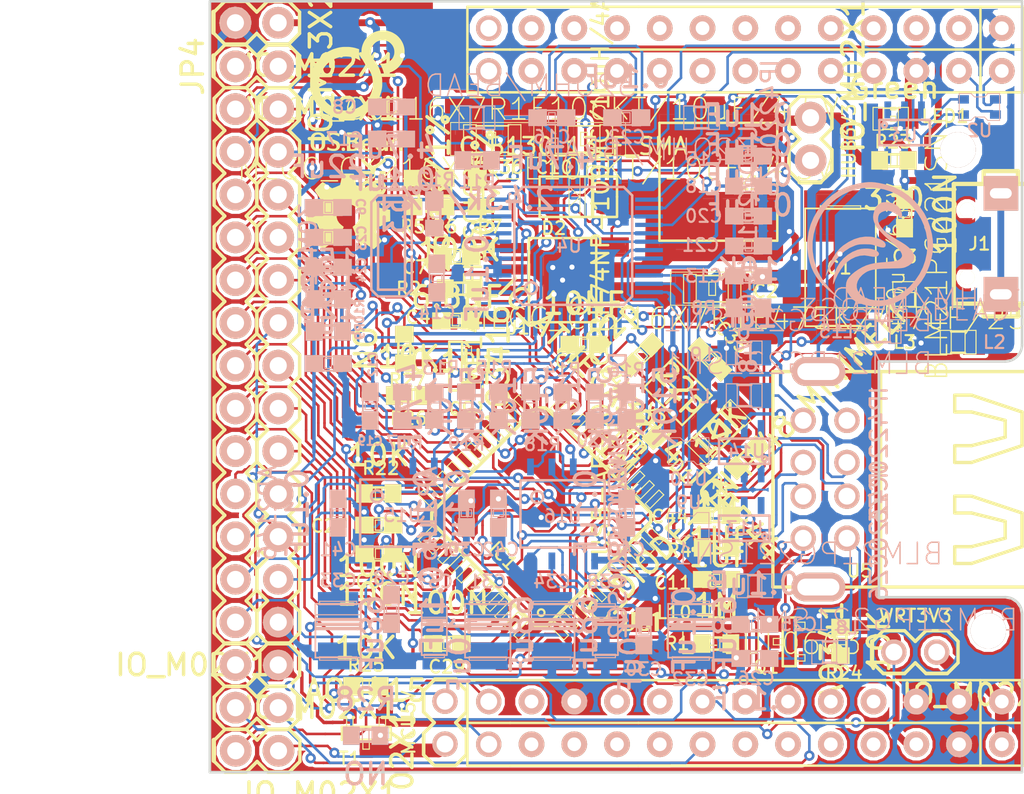
<source format=kicad_pcb>
(kicad_pcb (version 3) (host pcbnew "(2013-03-19 BZR 4004)-stable")
  (layers (15 F.Cu signal hide) (0 B.Cu signal hide) (18 B.Paste user hide) (19 F.Paste user) (20 B.SilkS user) (21 F.SilkS user hide) (22 B.Mask user) (23 F.Mask user hide) (28 Edge.Cuts user))
  (net 0 "")
  (net 1 +3.3V)
  (net 2 +5V)
  (net 3 /ATMEGA32U4/A0)
  (net 4 /ATMEGA32U4/A1)
  (net 5 /ATMEGA32U4/A2)
  (net 6 /ATMEGA32U4/A3)
  (net 7 /ATMEGA32U4/A4)
  (net 8 /ATMEGA32U4/A5)
  (net 9 /ATMEGA32U4/AREF)
  (net 10 /ATMEGA32U4/AVCC)
  (net 11 /ATMEGA32U4/D0/RX)
  (net 12 /ATMEGA32U4/D1/TX)
  (net 13 /ATMEGA32U4/D2/SDA)
  (net 14 /ATMEGA32U4/D3/SCL)
  (net 15 /ATMEGA32U4/D4)
  (net 16 /ATMEGA32U4/D5*)
  (net 17 /ATMEGA32U4/D6*)
  (net 18 /ATMEGA32U4/D7)
  (net 19 /ATMEGA32U4/HWB)
  (net 20 /ATMEGA32U4/IO10*)
  (net 21 /ATMEGA32U4/IO11*)
  (net 22 /ATMEGA32U4/IO12)
  (net 23 /ATMEGA32U4/IO13*)
  (net 24 /ATMEGA32U4/IO8)
  (net 25 /ATMEGA32U4/IO9*)
  (net 26 /ATMEGA32U4/MCU5V)
  (net 27 /ATMEGA32U4/MISO)
  (net 28 /ATMEGA32U4/MOSI)
  (net 29 /ATMEGA32U4/RESET)
  (net 30 /ATMEGA32U4/SCK)
  (net 31 /ATMEGA32U4/UGND)
  (net 32 /ATMEGA32U4/VBUS4)
  (net 33 /I2C_SCLK)
  (net 34 /I2C_SD)
  (net 35 /LINK3)
  (net 36 /LINK4)
  (net 37 /MCU5V)
  (net 38 /WLED_N)
  (net 39 /WRT33V)
  (net 40 /uPD720114/D+)
  (net 41 /uPD720114/D-)
  (net 42 /uPD720114/DP+)
  (net 43 /uPD720114/DP-)
  (net 44 /uPD720114/HUB33V)
  (net 45 /uPD720114/VBUS1)
  (net 46 /uPD720114/VBUS2)
  (net 47 /uPD720114/VBUS3)
  (net 48 AGND)
  (net 49 GND)
  (net 50 N-00000100)
  (net 51 N-00000101)
  (net 52 N-00000105)
  (net 53 N-00000106)
  (net 54 N-00000107)
  (net 55 N-00000108)
  (net 56 N-00000109)
  (net 57 N-0000011)
  (net 58 N-00000110)
  (net 59 N-00000112)
  (net 60 N-00000113)
  (net 61 N-00000114)
  (net 62 N-00000116)
  (net 63 N-0000012)
  (net 64 N-0000013)
  (net 65 N-0000014)
  (net 66 N-00000140)
  (net 67 N-00000146)
  (net 68 N-0000015)
  (net 69 N-0000016)
  (net 70 N-0000017)
  (net 71 N-0000018)
  (net 72 N-000002)
  (net 73 N-0000021)
  (net 74 N-0000027)
  (net 75 N-0000052)
  (net 76 N-0000071)
  (net 77 N-0000072)
  (net 78 N-0000073)
  (net 79 N-0000074)
  (net 80 N-0000075)
  (net 81 N-0000076)
  (net 82 N-0000077)
  (net 83 N-0000078)
  (net 84 N-0000079)
  (net 85 N-0000080)
  (net 86 N-0000081)
  (net 87 N-0000082)
  (net 88 N-0000083)
  (net 89 N-0000084)
  (net 90 N-0000086)
  (net 91 N-0000087)
  (net 92 N-0000088)
  (net 93 N-0000089)
  (net 94 N-0000090)
  (net 95 N-0000093)
  (net 96 N-0000096)
  (net 97 N-0000097)
  (net 98 N-0000098)
  (net 99 N-0000099)
  (module rcl-L7070 (layer F.Cu) (at 187.96 60.325 90)
    (fp_text reference L1 (at -0.09144 2.85496 360) (layer F.SilkS) (effects (font (size 0.762 0.762) (thickness 0.127))))
    (fp_text value CDRH74NP-100MC/10uH/4A (at 0 -6 90) (layer F.SilkS))
    (pad 1 smd rect (at -2.5 1 90) (size 3 7) (layers F.Cu F.Paste F.Mask) (net 71 N-0000018))
    (pad 2 smd rect (at 2.5 1 90) (size 3 7) (layers F.Cu F.Paste F.Mask) (net 1 +3.3V))
  )
  (module rcl-C1206 (layer F.Cu) (at 180.975 57.785 180)
    (fp_text reference C10 (at 1.77038 -1.6891 180) (layer F.SilkS) (effects (font (size 0.762 0.762) (thickness 0.127))))
    (fp_text value MLCC_C3216X7R1E106KT/10uF/4.5V (at 2.54 1.778 180) (layer F.SilkS) (effects (font (size 1.27 1.27) (thickness 0.0889))))
    (pad 1 smd rect (at -1.39954 0 180) (size 1.59766 1.79832) (layers F.Cu F.Paste F.Mask) (net 1 +3.3V))
    (pad 2 smd rect (at 1.39954 0 180) (size 1.59766 1.79832) (layers F.Cu F.Paste F.Mask) (net 49 GND))
  )
  (module rcl-C1206 (layer F.Cu) (at 188.595 66.675)
    (fp_text reference C2 (at 3.175 0.1524) (layer F.SilkS) (effects (font (size 0.762 0.762) (thickness 0.127))))
    (fp_text value MLCC_C3216X7R1E475K/4.7uF/25V (at 2.54 1.778) (layer F.SilkS) (effects (font (size 1.27 1.27) (thickness 0.0889))))
    (pad 1 smd rect (at -1.39954 0) (size 1.59766 1.79832) (layers F.Cu F.Paste F.Mask) (net 2 +5V))
    (pad 2 smd rect (at 1.39954 0) (size 1.59766 1.79832) (layers F.Cu F.Paste F.Mask) (net 49 GND))
  )
  (module IC_MP1484EN_SOIC08 (layer F.Cu) (at 179.705 66.167 90)
    (fp_text reference U1 (at -2.833 -2.705 360) (layer F.SilkS) (effects (font (size 0.762 0.762) (thickness 0.127))))
    (fp_text value IC_MP1484EN_SOIC08 (at -0.4 -5.3 90) (layer F.SilkS))
    (pad 1 smd rect (at -1.905 2.921 90) (size 0.6 1.6) (layers F.Cu F.Paste F.Mask) (net 63 N-0000012))
    (pad 2 smd rect (at -0.635 2.921 90) (size 0.6 1.6) (layers F.Cu F.Paste F.Mask) (net 2 +5V))
    (pad 3 smd rect (at 0.635 2.921 90) (size 0.6 1.6) (layers F.Cu F.Paste F.Mask) (net 71 N-0000018))
    (pad 4 smd rect (at 1.905 2.921 90) (size 0.6 1.6) (layers F.Cu F.Paste F.Mask) (net 49 GND))
    (pad 5 smd rect (at 1.905 -2.921 90) (size 0.6 1.6) (layers F.Cu F.Paste F.Mask) (net 65 N-0000014))
    (pad 6 smd rect (at 0.635 -2.921 90) (size 0.6 1.6) (layers F.Cu F.Paste F.Mask) (net 69 N-0000016))
    (pad 7 smd rect (at -0.635 -2.921 90) (size 0.6 1.6) (layers F.Cu F.Paste F.Mask) (net 64 N-0000013))
    (pad 8 smd rect (at -1.905 -2.921 90) (size 0.6 1.6) (layers F.Cu F.Paste F.Mask) (net 70 N-0000017))
    (pad 9 smd rect (at 0 0 90) (size 3.3 2.3) (layers F.Cu F.Paste F.Mask) (net 49 GND))
  )
  (module C_R_0603 (layer F.Cu) (at 172.72 60.96 90)
    (fp_text reference R6 (at -2.032 0 360) (layer F.SilkS) (effects (font (size 0.762 0.762) (thickness 0.127))))
    (fp_text value 10K/1% (at 0 2.286 90) (layer F.SilkS) (effects (font (size 1.27 1.27) (thickness 0.2032))))
    (pad 1 smd rect (at -0.84836 0 90) (size 0.99822 1.09982) (layers F.Cu F.Adhes F.Paste F.SilkS F.Mask) (net 65 N-0000014))
    (pad 2 smd rect (at 0.84836 0 90) (size 0.99822 1.09982) (layers F.Cu F.Adhes F.Paste F.SilkS F.Mask) (net 49 GND))
  )
  (module C_R_0603 (layer F.Cu) (at 173.58868 66.675 180)
    (fp_text reference R2 (at 3.02768 0 180) (layer F.SilkS) (effects (font (size 0.762 0.762) (thickness 0.127))))
    (fp_text value 100K (at 0 2.286 180) (layer F.SilkS) (effects (font (size 1.27 1.27) (thickness 0.2032))))
    (pad 1 smd rect (at -0.84836 0 180) (size 0.99822 1.09982) (layers F.Cu F.Adhes F.Paste F.SilkS F.Mask) (net 64 N-0000013))
    (pad 2 smd rect (at 0.84836 0 180) (size 0.99822 1.09982) (layers F.Cu F.Adhes F.Paste F.SilkS F.Mask) (net 2 +5V))
  )
  (module C_R_0603 (layer F.Cu) (at 170.815 60.96 270)
    (fp_text reference R5 (at 2.032 0 540) (layer F.SilkS) (effects (font (size 0.762 0.762) (thickness 0.127))))
    (fp_text value 6.8K (at 0 2.286 270) (layer F.SilkS) (effects (font (size 1.27 1.27) (thickness 0.2032))))
    (pad 1 smd rect (at -0.84836 0 270) (size 0.99822 1.09982) (layers F.Cu F.Adhes F.Paste F.SilkS F.Mask) (net 49 GND))
    (pad 2 smd rect (at 0.84836 0 270) (size 0.99822 1.09982) (layers F.Cu F.Adhes F.Paste F.SilkS F.Mask) (net 68 N-0000015))
  )
  (module C_R_0603 (layer F.Cu) (at 174.625 60.96 270)
    (fp_text reference R7 (at 2.032 -0.762 540) (layer F.SilkS) (effects (font (size 0.762 0.762) (thickness 0.127))))
    (fp_text value 26.1K/1% (at 0 2.286 270) (layer F.SilkS) (effects (font (size 1.27 1.27) (thickness 0.2032))))
    (pad 1 smd rect (at -0.84836 0 270) (size 0.99822 1.09982) (layers F.Cu F.Adhes F.Paste F.SilkS F.Mask) (net 1 +3.3V))
    (pad 2 smd rect (at 0.84836 0 270) (size 0.99822 1.09982) (layers F.Cu F.Adhes F.Paste F.SilkS F.Mask) (net 65 N-0000014))
  )
  (module C_C_0603 (layer F.Cu) (at 180.975 69.977 180)
    (fp_text reference C9 (at 0.975 -1.023 180) (layer F.SilkS) (effects (font (size 0.762 0.762) (thickness 0.127))))
    (fp_text value 10NF (at 0 2.413 180) (layer F.SilkS) (effects (font (size 1.27 1.27) (thickness 0.2032))))
    (pad 1 smd rect (at -0.84836 0 180) (size 1.09982 0.99822) (layers F.Cu F.Adhes F.Paste F.SilkS F.Mask) (net 63 N-0000012))
    (pad 2 smd rect (at 0.84836 0 180) (size 1.09982 0.99822) (layers F.Cu F.Adhes F.Paste F.SilkS F.Mask) (net 71 N-0000018))
  )
  (module C_C_0603 (layer F.Cu) (at 173.4312 64.77)
    (fp_text reference C7 (at -2.4892 0.635) (layer F.SilkS) (effects (font (size 0.762 0.762) (thickness 0.127))))
    (fp_text value 6.8NF (at 0 2.413) (layer F.SilkS) (effects (font (size 1.27 1.27) (thickness 0.2032))))
    (pad 1 smd rect (at -0.84836 0) (size 1.09982 0.99822) (layers F.Cu F.Adhes F.Paste F.SilkS F.Mask) (net 68 N-0000015))
    (pad 2 smd rect (at 0.84836 0) (size 1.09982 0.99822) (layers F.Cu F.Adhes F.Paste F.SilkS F.Mask) (net 69 N-0000016))
  )
  (module C_C_0603 (layer F.Cu) (at 173.355 68.58)
    (fp_text reference C4 (at -2.22504 -0.20574) (layer F.SilkS) (effects (font (size 0.762 0.762) (thickness 0.127))))
    (fp_text value 0.1UF (at 0 2.413) (layer F.SilkS) (effects (font (size 1.27 1.27) (thickness 0.2032))))
    (pad 1 smd rect (at -0.84836 0) (size 1.09982 0.99822) (layers F.Cu F.Adhes F.Paste F.SilkS F.Mask) (net 49 GND))
    (pad 2 smd rect (at 0.84836 0) (size 1.09982 0.99822) (layers F.Cu F.Adhes F.Paste F.SilkS F.Mask) (net 70 N-0000017))
  )
  (module C_CPOL_SMCE (layer F.Cu) (at 196.215 65.405 90)
    (fp_text reference C1 (at -0.0254 -0.0762 180) (layer F.SilkS) (effects (font (size 0.762 0.762) (thickness 0.127))))
    (fp_text value 470uF/6.3V (at 0.508 3.302 90) (layer F.SilkS) (effects (font (size 1.016 1.016) (thickness 0.0889))))
    (pad 1 smd rect (at -3.1496 0 90) (size 2.39776 2.79908) (layers F.Cu F.Paste F.Mask) (net 2 +5V))
    (pad 2 smd rect (at 3.1496 0 90) (size 2.39776 2.79908) (layers F.Cu F.Paste F.Mask) (net 49 GND))
  )
  (module UPD720114-QFP48 (layer B.Cu) (at 180.34 64.135 90)
    (fp_text reference U4 (at 0 -0.254 180) (layer B.SilkS) (effects (font (size 0.762 0.762) (thickness 0.127)) (justify mirror)))
    (fp_text value UPD720114-QFP48 (at -0.2 10.4 90) (layer B.SilkS) (effects (justify mirror)))
    (pad 1 smd rect (at -2.75 -4.5 90) (size 0.25 1.65) (layers B.Cu B.Paste B.Mask) (net 61 N-00000114))
    (pad 2 smd rect (at -2.25 -4.5 90) (size 0.25 1.65) (layers B.Cu B.Paste B.Mask) (net 49 GND))
    (pad 3 smd rect (at -1.75 -4.5 90) (size 0.25 1.65) (layers B.Cu B.Paste B.Mask) (net 49 GND))
    (pad 4 smd rect (at -1.25 -4.5 90) (size 0.25 1.65) (layers B.Cu B.Paste B.Mask) (net 49 GND))
    (pad 5 smd rect (at -0.75 -4.5 90) (size 0.25 1.65) (layers B.Cu B.Paste B.Mask) (net 49 GND))
    (pad 6 smd rect (at -0.25 -4.5 90) (size 0.25 1.65) (layers B.Cu B.Paste B.Mask) (net 49 GND))
    (pad 7 smd rect (at 0.25 -4.5 90) (size 0.25 1.65) (layers B.Cu B.Paste B.Mask) (net 52 N-00000105))
    (pad 8 smd rect (at 0.75 -4.5 90) (size 0.25 1.65) (layers B.Cu B.Paste B.Mask) (net 52 N-00000105))
    (pad 9 smd rect (at 1.25 -4.5 90) (size 0.25 1.65) (layers B.Cu B.Paste B.Mask) (net 44 /uPD720114/HUB33V))
    (pad 10 smd rect (at 1.75 -4.5 90) (size 0.25 1.65) (layers B.Cu B.Paste B.Mask) (net 54 N-00000107))
    (pad 11 smd rect (at 2.25 -4.5 90) (size 0.25 1.65) (layers B.Cu B.Paste B.Mask) (net 78 N-0000073))
    (pad 12 smd rect (at 2.75 -4.5 90) (size 0.25 1.65) (layers B.Cu B.Paste B.Mask) (net 61 N-00000114))
    (pad 13 smd rect (at 4.5 -2.75 90) (size 1.65 0.25) (layers B.Cu B.Paste B.Mask) (net 44 /uPD720114/HUB33V))
    (pad 14 smd rect (at 4.5 -2.25 90) (size 1.65 0.25) (layers B.Cu B.Paste B.Mask) (net 49 GND))
    (pad 15 smd rect (at 4.5 -1.75 90) (size 1.65 0.25) (layers B.Cu B.Paste B.Mask) (net 80 N-0000075))
    (pad 16 smd rect (at 4.5 -1.25 90) (size 1.65 0.25) (layers B.Cu B.Paste B.Mask) (net 59 N-00000112))
    (pad 17 smd rect (at 4.5 -0.75 90) (size 1.65 0.25) (layers B.Cu B.Paste B.Mask) (net 60 N-00000113))
    (pad 18 smd rect (at 4.5 -0.25 90) (size 1.65 0.25) (layers B.Cu B.Paste B.Mask) (net 59 N-00000112))
    (pad 19 smd rect (at 4.5 0.25 90) (size 1.65 0.25) (layers B.Cu B.Paste B.Mask) (net 60 N-00000113))
    (pad 20 smd rect (at 4.5 0.75 90) (size 1.65 0.25) (layers B.Cu B.Paste B.Mask) (net 44 /uPD720114/HUB33V))
    (pad 21 smd rect (at 4.5 1.25 90) (size 1.65 0.25) (layers B.Cu B.Paste B.Mask) (net 79 N-0000074))
    (pad 22 smd rect (at 4.5 1.75 90) (size 1.65 0.25) (layers B.Cu B.Paste B.Mask) (net 77 N-0000072))
    (pad 23 smd rect (at 4.5 2.25 90) (size 1.65 0.25) (layers B.Cu B.Paste B.Mask) (net 49 GND))
    (pad 24 smd rect (at 4.5 2.75 90) (size 1.65 0.25) (layers B.Cu B.Paste B.Mask) (net 61 N-00000114))
    (pad 25 smd rect (at 2.75 4.5 90) (size 0.25 1.65) (layers B.Cu B.Paste B.Mask) (net 43 /uPD720114/DP-))
    (pad 26 smd rect (at 2.25 4.5 90) (size 0.25 1.65) (layers B.Cu B.Paste B.Mask) (net 42 /uPD720114/DP+))
    (pad 27 smd rect (at 1.75 4.5 90) (size 0.25 1.65) (layers B.Cu B.Paste B.Mask) (net 49 GND))
    (pad 28 smd rect (at 1.25 4.5 90) (size 0.25 1.65) (layers B.Cu B.Paste B.Mask) (net 93 N-0000089))
    (pad 29 smd rect (at 0.75 4.5 90) (size 0.25 1.65) (layers B.Cu B.Paste B.Mask) (net 92 N-0000088))
    (pad 30 smd rect (at 0.25 4.5 90) (size 0.25 1.65) (layers B.Cu B.Paste B.Mask) (net 44 /uPD720114/HUB33V))
    (pad 31 smd rect (at -0.25 4.5 90) (size 0.25 1.65) (layers B.Cu B.Paste B.Mask) (net 96 N-0000096))
    (pad 32 smd rect (at -0.75 4.5 90) (size 0.25 1.65) (layers B.Cu B.Paste B.Mask) (net 97 N-0000097))
    (pad 33 smd rect (at -1.25 4.5 90) (size 0.25 1.65) (layers B.Cu B.Paste B.Mask) (net 61 N-00000114))
    (pad 34 smd rect (at -1.75 4.5 90) (size 0.25 1.65) (layers B.Cu B.Paste B.Mask) (net 56 N-00000109))
    (pad 35 smd rect (at -2.25 4.5 90) (size 0.25 1.65) (layers B.Cu B.Paste B.Mask) (net 95 N-0000093))
    (pad 36 smd rect (at -2.75 4.5 90) (size 0.25 1.65) (layers B.Cu B.Paste B.Mask) (net 49 GND))
    (pad 37 smd rect (at -4.5 2.75 90) (size 1.65 0.25) (layers B.Cu B.Paste B.Mask) (net 81 N-0000076))
    (pad 38 smd rect (at -4.5 2.25 90) (size 1.65 0.25) (layers B.Cu B.Paste B.Mask) (net 83 N-0000078))
    (pad 39 smd rect (at -4.5 1.75 90) (size 1.65 0.25) (layers B.Cu B.Paste B.Mask) (net 88 N-0000083))
    (pad 40 smd rect (at -4.5 1.25 90) (size 1.65 0.25) (layers B.Cu B.Paste B.Mask) (net 89 N-0000084))
    (pad 41 smd rect (at -4.5 0.75 90) (size 1.65 0.25) (layers B.Cu B.Paste B.Mask) (net 82 N-0000077))
    (pad 42 smd rect (at -4.5 0.25 90) (size 1.65 0.25) (layers B.Cu B.Paste B.Mask) (net 49 GND))
    (pad 43 smd rect (at -4.5 -0.25 90) (size 1.65 0.25) (layers B.Cu B.Paste B.Mask) (net 87 N-0000082))
    (pad 44 smd rect (at -4.5 -0.75 90) (size 1.65 0.25) (layers B.Cu B.Paste B.Mask) (net 85 N-0000080))
    (pad 45 smd rect (at -4.5 -1.25 90) (size 1.65 0.25) (layers B.Cu B.Paste B.Mask) (net 84 N-0000079))
    (pad 46 smd rect (at -4.5 -1.75 90) (size 1.65 0.25) (layers B.Cu B.Paste B.Mask) (net 86 N-0000081))
    (pad 47 smd rect (at -4.5 -2.25 90) (size 1.65 0.25) (layers B.Cu B.Paste B.Mask) (net 76 N-0000071))
    (pad 48 smd rect (at -4.5 -2.75 90) (size 1.65 0.25) (layers B.Cu B.Paste B.Mask) (net 44 /uPD720114/HUB33V))
  )
  (module rcl-L0805 (layer B.Cu) (at 174.625 56.515)
    (fp_text reference L5 hide)
    (fp_text value 32OHM/BEAD (at 3.175 -1.905) (layer B.SilkS) (effects (font (size 1.27 1.27) (thickness 0.0889)) (justify mirror)))
    (pad 1 smd rect (at -0.94996 0) (size 1.29794 1.4986) (layers B.Cu B.Paste B.Mask) (net 49 GND))
    (pad 2 smd rect (at 0.94996 0) (size 1.29794 1.4986) (layers B.Cu B.Paste B.Mask) (net 59 N-00000112))
  )
  (module rcl-L0805 (layer B.Cu) (at 191.135 84.328)
    (fp_text reference L6 (at -2.25044 -0.19558) (layer B.SilkS) (effects (font (size 0.762 0.762) (thickness 0.127)) (justify mirror)))
    (fp_text value BLM21PG221SN1 (at 3.175 -1.905) (layer B.SilkS) (effects (font (size 1.27 1.27) (thickness 0.0889)) (justify mirror)))
    (pad 1 smd rect (at -0.94996 0) (size 1.29794 1.4986) (layers B.Cu B.Paste B.Mask) (net 46 /uPD720114/VBUS2))
    (pad 2 smd rect (at 0.94996 0) (size 1.29794 1.4986) (layers B.Cu B.Paste B.Mask) (net 50 N-00000100))
  )
  (module rcl-L0805 (layer B.Cu) (at 190.5 73.025)
    (fp_text reference L7 (at -2.67208 0.0508) (layer B.SilkS) (effects (font (size 0.762 0.762) (thickness 0.127)) (justify mirror)))
    (fp_text value BLM21PG221SN1 (at 3.175 -1.905) (layer B.SilkS) (effects (font (size 1.27 1.27) (thickness 0.0889)) (justify mirror)))
    (pad 1 smd rect (at -0.94996 0) (size 1.29794 1.4986) (layers B.Cu B.Paste B.Mask) (net 49 GND))
    (pad 2 smd rect (at 0.94996 0) (size 1.29794 1.4986) (layers B.Cu B.Paste B.Mask) (net 51 N-00000101))
  )
  (module rcl-L0805 (layer B.Cu) (at 195.58 88.265)
    (fp_text reference L8 (at 1.016 -1.45288) (layer B.SilkS) (effects (font (size 0.762 0.762) (thickness 0.127)) (justify mirror)))
    (fp_text value BLM21PG221SN1 (at 3.175 -1.905) (layer B.SilkS) (effects (font (size 1.27 1.27) (thickness 0.0889)) (justify mirror)))
    (pad 1 smd rect (at -0.94996 0) (size 1.29794 1.4986) (layers B.Cu B.Paste B.Mask) (net 45 /uPD720114/VBUS1))
    (pad 2 smd rect (at 0.94996 0) (size 1.29794 1.4986) (layers B.Cu B.Paste B.Mask) (net 99 N-0000099))
  )
  (module rcl-L0805 (layer B.Cu) (at 187.96 56.515 180)
    (fp_text reference L4 hide)
    (fp_text value 32OHM/BEAD (at 3.175 -1.905 180) (layer B.SilkS) (effects (font (size 1.27 1.27) (thickness 0.0889)) (justify mirror)))
    (pad 1 smd rect (at -0.94996 0 180) (size 1.29794 1.4986) (layers B.Cu B.Paste B.Mask) (net 61 N-00000114))
    (pad 2 smd rect (at 0.94996 0 180) (size 1.29794 1.4986) (layers B.Cu B.Paste B.Mask) (net 60 N-00000113))
  )
  (module rcl-L0805 (layer B.Cu) (at 190.5 70.485)
    (fp_text reference L9 (at -2.5654 0.1016) (layer B.SilkS) (effects (font (size 0.762 0.762) (thickness 0.127)) (justify mirror)))
    (fp_text value BLM21PG221SN1 (at 3.175 -1.905) (layer B.SilkS) (effects (font (size 1.27 1.27) (thickness 0.0889)) (justify mirror)))
    (pad 1 smd rect (at -0.94996 0) (size 1.29794 1.4986) (layers B.Cu B.Paste B.Mask) (net 49 GND))
    (pad 2 smd rect (at 0.94996 0) (size 1.29794 1.4986) (layers B.Cu B.Paste B.Mask) (net 98 N-0000098))
  )
  (module rcl-L0805 (layer F.Cu) (at 203.2 69.85 180)
    (fp_text reference L2 (at -2.159 0 180) (layer B.SilkS) (effects (font (size 0.762 0.762) (thickness 0.127))))
    (fp_text value 32OHM/BEAD (at 3.175 1.905 180) (layer B.SilkS) (effects (font (size 1.27 1.27) (thickness 0.0889))))
    (pad 1 smd rect (at -0.94996 0 180) (size 1.29794 1.4986) (layers F.Cu F.Paste F.Mask) (net 74 N-0000027))
    (pad 2 smd rect (at 0.94996 0 180) (size 1.29794 1.4986) (layers F.Cu F.Paste F.Mask) (net 49 GND))
  )
  (module rcl-L0805 (layer F.Cu) (at 200.025 67.31 90)
    (fp_text reference L3 (at -2.54 0 360) (layer F.SilkS) (effects (font (size 0.762 0.762) (thickness 0.127))))
    (fp_text value BLM21PG221SN1 (at 3.175 1.905 90) (layer F.SilkS) (effects (font (size 1.27 1.27) (thickness 0.0889))))
    (pad 1 smd rect (at -0.94996 0 90) (size 1.29794 1.4986) (layers F.Cu F.Paste F.Mask) (net 72 N-000002))
    (pad 2 smd rect (at 0.94996 0 90) (size 1.29794 1.4986) (layers F.Cu F.Paste F.Mask) (net 2 +5V))
  )
  (module rcl-L0805 (layer B.Cu) (at 198.755 69.215)
    (fp_text reference L15 (at -2.794 0) (layer B.SilkS) (effects (font (size 0.762 0.762) (thickness 0.127)) (justify mirror)))
    (fp_text value 32OHM/BEAD (at 3.175 -1.905) (layer B.SilkS) (effects (font (size 1.27 1.27) (thickness 0.0889)) (justify mirror)))
    (pad 1 smd rect (at -0.94996 0) (size 1.29794 1.4986) (layers B.Cu B.Paste B.Mask) (net 91 N-0000087))
    (pad 2 smd rect (at 0.94996 0) (size 1.29794 1.4986) (layers B.Cu B.Paste B.Mask) (net 49 GND))
  )
  (module IO_FM13X2 (layer F.Cu) (at 205.8 91.2)
    (fp_text reference JP1 hide)
    (fp_text value IO_FM13X2 hide)
    (pad 1 thru_hole circle (at 0 0 180) (size 1.524 1.524) (drill 0.812799) (layers *.Cu *.Paste *.SilkS *.Mask) (net 75 N-0000052))
    (pad 2 thru_hole circle (at 0 2.54 180) (size 1.524 1.524) (drill 0.812799) (layers *.Cu *.Paste *.SilkS *.Mask) (net 75 N-0000052))
    (pad 3 thru_hole circle (at -2.54 0 180) (size 1.524 1.524) (drill 0.812799) (layers *.Cu *.Paste *.SilkS *.Mask) (net 49 GND))
    (pad 4 thru_hole circle (at -2.54 2.54 180) (size 1.524 1.524) (drill 0.812799) (layers *.Cu *.Paste *.SilkS *.Mask) (net 49 GND))
    (pad 5 thru_hole circle (at -5.08 0 180) (size 1.524 1.524) (drill 0.812799) (layers *.Cu *.Paste *.SilkS *.Mask) (net 49 GND))
    (pad 6 thru_hole circle (at -5.08 2.54 180) (size 1.524 1.524) (drill 0.812799) (layers *.Cu *.Paste *.SilkS *.Mask) (net 38 /WLED_N))
    (pad 7 thru_hole circle (at -7.62 0 180) (size 1.524 1.524) (drill 0.812799) (layers *.Cu *.Paste *.SilkS *.Mask))
    (pad 8 thru_hole circle (at -7.62 2.54 180) (size 1.524 1.524) (drill 0.812799) (layers *.Cu *.Paste *.SilkS *.Mask))
    (pad 9 thru_hole circle (at -10.16 0 180) (size 1.524 1.524) (drill 0.812799) (layers *.Cu *.Paste *.SilkS *.Mask))
    (pad 10 thru_hole circle (at -10.16 2.54 180) (size 1.524 1.524) (drill 0.812799) (layers *.Cu *.Paste *.SilkS *.Mask))
    (pad 11 thru_hole circle (at -12.7 0 180) (size 1.524 1.524) (drill 0.812799) (layers *.Cu *.Paste *.SilkS *.Mask))
    (pad 12 thru_hole circle (at -12.7 2.54 180) (size 1.524 1.524) (drill 0.812799) (layers *.Cu *.Paste *.SilkS *.Mask))
    (pad 13 thru_hole circle (at -15.24 0 180) (size 1.524 1.524) (drill 0.812799) (layers *.Cu *.Paste *.SilkS *.Mask))
    (pad 14 thru_hole circle (at -15.24 2.54 180) (size 1.524 1.524) (drill 0.812799) (layers *.Cu *.Paste *.SilkS *.Mask))
    (pad 15 thru_hole circle (at -17.78 0 180) (size 1.524 1.524) (drill 0.812799) (layers *.Cu *.Paste *.SilkS *.Mask) (net 33 /I2C_SCLK))
    (pad 16 thru_hole circle (at -17.78 2.54 180) (size 1.524 1.524) (drill 0.812799) (layers *.Cu *.Paste *.SilkS *.Mask) (net 34 /I2C_SD))
    (pad 17 thru_hole circle (at -20.32 0 180) (size 1.524 1.524) (drill 0.812799) (layers *.Cu *.Paste *.SilkS *.Mask))
    (pad 18 thru_hole circle (at -20.32 2.54 180) (size 1.524 1.524) (drill 0.812799) (layers *.Cu *.Paste *.SilkS *.Mask))
    (pad 19 thru_hole circle (at -22.86 0) (size 1.524 1.524) (drill 0.812799) (layers *.Cu *.Paste *.SilkS *.Mask))
    (pad 20 thru_hole circle (at -22.86 2.54) (size 1.524 1.524) (drill 0.812799) (layers *.Cu *.Paste *.SilkS *.Mask))
    (pad 21 thru_hole circle (at -25.4 0) (size 1.524 1.524) (drill 0.812799) (layers *.Cu *.Paste *.SilkS *.Mask) (net 49 GND))
    (pad 22 thru_hole circle (at -25.4 2.54) (size 1.524 1.524) (drill 0.812799) (layers *.Cu *.Paste *.SilkS *.Mask))
    (pad 23 thru_hole circle (at -27.94 0) (size 1.524 1.524) (drill 0.812799) (layers *.Cu *.Paste *.SilkS *.Mask))
    (pad 24 thru_hole circle (at -27.94 2.54) (size 1.524 1.524) (drill 0.812799) (layers *.Cu *.Paste *.SilkS *.Mask))
    (pad 25 thru_hole circle (at -30.48 0) (size 1.50622 1.50622) (drill 0.998218) (layers *.Cu *.Paste *.SilkS *.Mask) (net 35 /LINK3))
    (pad 26 thru_hole circle (at -30.48 2.54) (size 1.50622 1.50622) (drill 0.998218) (layers *.Cu *.Paste *.SilkS *.Mask) (net 36 /LINK4))
  )
  (module IO_FM13X2 (layer F.Cu) (at 205.8 51.2)
    (fp_text reference JP2 hide)
    (fp_text value IO_FM13X2 hide)
    (pad 1 thru_hole circle (at 0 0 180) (size 1.524 1.524) (drill 0.812799) (layers *.Cu *.Paste *.SilkS *.Mask) (net 49 GND))
    (pad 2 thru_hole circle (at 0 2.54 180) (size 1.524 1.524) (drill 0.812799) (layers *.Cu *.Paste *.SilkS *.Mask) (net 41 /uPD720114/D-))
    (pad 3 thru_hole circle (at -2.54 0 180) (size 1.524 1.524) (drill 0.812799) (layers *.Cu *.Paste *.SilkS *.Mask))
    (pad 4 thru_hole circle (at -2.54 2.54 180) (size 1.524 1.524) (drill 0.812799) (layers *.Cu *.Paste *.SilkS *.Mask) (net 40 /uPD720114/D+))
    (pad 5 thru_hole circle (at -5.08 0 180) (size 1.524 1.524) (drill 0.812799) (layers *.Cu *.Paste *.SilkS *.Mask))
    (pad 6 thru_hole circle (at -5.08 2.54 180) (size 1.524 1.524) (drill 0.812799) (layers *.Cu *.Paste *.SilkS *.Mask) (net 49 GND))
    (pad 7 thru_hole circle (at -7.62 0 180) (size 1.524 1.524) (drill 0.812799) (layers *.Cu *.Paste *.SilkS *.Mask))
    (pad 8 thru_hole circle (at -7.62 2.54 180) (size 1.524 1.524) (drill 0.812799) (layers *.Cu *.Paste *.SilkS *.Mask))
    (pad 9 thru_hole circle (at -10.16 0 180) (size 1.524 1.524) (drill 0.812799) (layers *.Cu *.Paste *.SilkS *.Mask))
    (pad 10 thru_hole circle (at -10.16 2.54 180) (size 1.524 1.524) (drill 0.812799) (layers *.Cu *.Paste *.SilkS *.Mask))
    (pad 11 thru_hole circle (at -12.7 0 180) (size 1.524 1.524) (drill 0.812799) (layers *.Cu *.Paste *.SilkS *.Mask))
    (pad 12 thru_hole circle (at -12.7 2.54 180) (size 1.524 1.524) (drill 0.812799) (layers *.Cu *.Paste *.SilkS *.Mask))
    (pad 13 thru_hole circle (at -15.24 0 180) (size 1.524 1.524) (drill 0.812799) (layers *.Cu *.Paste *.SilkS *.Mask))
    (pad 14 thru_hole circle (at -15.24 2.54 180) (size 1.524 1.524) (drill 0.812799) (layers *.Cu *.Paste *.SilkS *.Mask))
    (pad 15 thru_hole circle (at -17.78 0 180) (size 1.524 1.524) (drill 0.812799) (layers *.Cu *.Paste *.SilkS *.Mask))
    (pad 16 thru_hole circle (at -17.78 2.54 180) (size 1.524 1.524) (drill 0.812799) (layers *.Cu *.Paste *.SilkS *.Mask))
    (pad 17 thru_hole circle (at -20.32 0 180) (size 1.524 1.524) (drill 0.812799) (layers *.Cu *.Paste *.SilkS *.Mask))
    (pad 18 thru_hole circle (at -20.32 2.54 180) (size 1.524 1.524) (drill 0.812799) (layers *.Cu *.Paste *.SilkS *.Mask))
    (pad 19 thru_hole circle (at -22.86 0) (size 1.524 1.524) (drill 0.812799) (layers *.Cu *.Paste *.SilkS *.Mask))
    (pad 20 thru_hole circle (at -22.86 2.54) (size 1.524 1.524) (drill 0.812799) (layers *.Cu *.Paste *.SilkS *.Mask))
    (pad 21 thru_hole circle (at -25.4 0) (size 1.524 1.524) (drill 0.812799) (layers *.Cu *.Paste *.SilkS *.Mask))
    (pad 22 thru_hole circle (at -25.4 2.54) (size 1.524 1.524) (drill 0.812799) (layers *.Cu *.Paste *.SilkS *.Mask))
    (pad 23 thru_hole circle (at -27.94 0) (size 1.524 1.524) (drill 0.812799) (layers *.Cu *.Paste *.SilkS *.Mask))
    (pad 24 thru_hole circle (at -27.94 2.54) (size 1.524 1.524) (drill 0.812799) (layers *.Cu *.Paste *.SilkS *.Mask))
    (pad 25 thru_hole circle (at -30.48 0) (size 1.50622 1.50622) (drill 0.998218) (layers *.Cu *.Paste *.SilkS *.Mask))
    (pad 26 thru_hole circle (at -30.48 2.54) (size 1.50622 1.50622) (drill 0.998218) (layers *.Cu *.Paste *.SilkS *.Mask))
  )
  (module C_R_0603 (layer B.Cu) (at 165.7858 67.31)
    (fp_text reference R10 (at 1.85928 0.7112 90) (layer B.SilkS) (effects (font (size 0.508 0.508) (thickness 0.127)) (justify mirror)))
    (fp_text value 15k (at 0 -2.286) (layer B.SilkS) (effects (font (size 1.27 1.27) (thickness 0.2032)) (justify mirror)))
    (pad 1 smd rect (at -0.84836 0) (size 0.99822 1.09982) (layers B.Cu B.Adhes B.Paste B.SilkS B.Mask) (net 49 GND))
    (pad 2 smd rect (at 0.84836 0) (size 0.99822 1.09982) (layers B.Cu B.Adhes B.Paste B.SilkS B.Mask) (net 76 N-0000071))
  )
  (module C_R_0603 (layer B.Cu) (at 174.625 59.055 180)
    (fp_text reference R11 (at 0 -1.27 180) (layer B.SilkS) (effects (font (size 0.762 0.762) (thickness 0.127)) (justify mirror)))
    (fp_text value 2.43k/1% (at 0 -2.286 180) (layer B.SilkS) (effects (font (size 1.27 1.27) (thickness 0.2032)) (justify mirror)))
    (pad 1 smd rect (at -0.84836 0 180) (size 0.99822 1.09982) (layers B.Cu B.Adhes B.Paste B.SilkS B.Mask) (net 59 N-00000112))
    (pad 2 smd rect (at 0.84836 0 180) (size 0.99822 1.09982) (layers B.Cu B.Adhes B.Paste B.SilkS B.Mask) (net 80 N-0000075))
  )
  (module C_R_0603 (layer B.Cu) (at 190.754 67.818)
    (fp_text reference R8 (at -2.667 0) (layer B.SilkS) (effects (font (size 0.762 0.762) (thickness 0.127)) (justify mirror)))
    (fp_text value 10K (at 0 -2.286) (layer B.SilkS) (effects (font (size 1.27 1.27) (thickness 0.2032)) (justify mirror)))
    (pad 1 smd rect (at -0.84836 0) (size 0.99822 1.09982) (layers B.Cu B.Adhes B.Paste B.SilkS B.Mask) (net 81 N-0000076))
    (pad 2 smd rect (at 0.84836 0) (size 0.99822 1.09982) (layers B.Cu B.Adhes B.Paste B.SilkS B.Mask) (net 1 +3.3V))
  )
  (module C_R_0603 (layer B.Cu) (at 165.7858 69.215)
    (fp_text reference R9 (at 1.87706 0.00508 90) (layer B.SilkS) (effects (font (size 0.508 0.508) (thickness 0.127)) (justify mirror)))
    (fp_text value 10k (at 0 -2.286) (layer B.SilkS) (effects (font (size 1.27 1.27) (thickness 0.2032)) (justify mirror)))
    (pad 1 smd rect (at -0.84836 0) (size 0.99822 1.09982) (layers B.Cu B.Adhes B.Paste B.SilkS B.Mask) (net 2 +5V))
    (pad 2 smd rect (at 0.84836 0) (size 0.99822 1.09982) (layers B.Cu B.Adhes B.Paste B.SilkS B.Mask) (net 76 N-0000071))
  )
  (module C_R_0603 (layer B.Cu) (at 181.61 73.66 270)
    (fp_text reference R20 (at 2.032 0 360) (layer B.SilkS) (effects (font (size 0.762 0.762) (thickness 0.127)) (justify mirror)))
    (fp_text value 10K (at 0 -2.286 270) (layer B.SilkS) (effects (font (size 1.27 1.27) (thickness 0.2032)) (justify mirror)))
    (pad 1 smd rect (at -0.84836 0 270) (size 0.99822 1.09982) (layers B.Cu B.Adhes B.Paste B.SilkS B.Mask) (net 88 N-0000083))
    (pad 2 smd rect (at 0.84836 0 270) (size 0.99822 1.09982) (layers B.Cu B.Adhes B.Paste B.SilkS B.Mask) (net 44 /uPD720114/HUB33V))
  )
  (module C_R_0603 (layer B.Cu) (at 183.515 73.66 270)
    (fp_text reference R16 (at -2.159 0 360) (layer B.SilkS) (effects (font (size 0.762 0.762) (thickness 0.127)) (justify mirror)))
    (fp_text value 510K (at 0 -2.286 270) (layer B.SilkS) (effects (font (size 1.27 1.27) (thickness 0.2032)) (justify mirror)))
    (pad 1 smd rect (at -0.84836 0 270) (size 0.99822 1.09982) (layers B.Cu B.Adhes B.Paste B.SilkS B.Mask) (net 83 N-0000078))
    (pad 2 smd rect (at 0.84836 0 270) (size 0.99822 1.09982) (layers B.Cu B.Adhes B.Paste B.SilkS B.Mask) (net 44 /uPD720114/HUB33V))
  )
  (module C_R_0603 (layer B.Cu) (at 179.705 73.66 270)
    (fp_text reference R14 (at -2.159 0 360) (layer B.SilkS) (effects (font (size 0.762 0.762) (thickness 0.127)) (justify mirror)))
    (fp_text value 510K (at 0 -2.286 270) (layer B.SilkS) (effects (font (size 1.27 1.27) (thickness 0.2032)) (justify mirror)))
    (pad 1 smd rect (at -0.84836 0 270) (size 0.99822 1.09982) (layers B.Cu B.Adhes B.Paste B.SilkS B.Mask) (net 89 N-0000084))
    (pad 2 smd rect (at 0.84836 0 270) (size 0.99822 1.09982) (layers B.Cu B.Adhes B.Paste B.SilkS B.Mask) (net 44 /uPD720114/HUB33V))
  )
  (module C_R_0603 (layer B.Cu) (at 173.99 73.66 270)
    (fp_text reference R19 (at 2.24282 -0.00508 360) (layer B.SilkS) (effects (font (size 0.762 0.762) (thickness 0.127)) (justify mirror)))
    (fp_text value 10K (at 0 -2.286 270) (layer B.SilkS) (effects (font (size 1.27 1.27) (thickness 0.2032)) (justify mirror)))
    (pad 1 smd rect (at -0.84836 0 270) (size 0.99822 1.09982) (layers B.Cu B.Adhes B.Paste B.SilkS B.Mask) (net 85 N-0000080))
    (pad 2 smd rect (at 0.84836 0 270) (size 0.99822 1.09982) (layers B.Cu B.Adhes B.Paste B.SilkS B.Mask) (net 44 /uPD720114/HUB33V))
  )
  (module C_R_0603 (layer B.Cu) (at 170.18 73.66 270)
    (fp_text reference R17 (at 2.15646 -0.14986 360) (layer B.SilkS) (effects (font (size 0.762 0.762) (thickness 0.127)) (justify mirror)))
    (fp_text value 10K (at 0 -2.286 270) (layer B.SilkS) (effects (font (size 1.27 1.27) (thickness 0.2032)) (justify mirror)))
    (pad 1 smd rect (at -0.84836 0 270) (size 0.99822 1.09982) (layers B.Cu B.Adhes B.Paste B.SilkS B.Mask) (net 86 N-0000081))
    (pad 2 smd rect (at 0.84836 0 270) (size 0.99822 1.09982) (layers B.Cu B.Adhes B.Paste B.SilkS B.Mask) (net 44 /uPD720114/HUB33V))
  )
  (module C_R_0603 (layer B.Cu) (at 175.895 73.66 270)
    (fp_text reference R15 (at -2.286 0.254 360) (layer B.SilkS) (effects (font (size 0.762 0.762) (thickness 0.127)) (justify mirror)))
    (fp_text value 510K (at 0 -2.286 270) (layer B.SilkS) (effects (font (size 1.27 1.27) (thickness 0.2032)) (justify mirror)))
    (pad 1 smd rect (at -0.84836 0 270) (size 0.99822 1.09982) (layers B.Cu B.Adhes B.Paste B.SilkS B.Mask) (net 87 N-0000082))
    (pad 2 smd rect (at 0.84836 0 270) (size 0.99822 1.09982) (layers B.Cu B.Adhes B.Paste B.SilkS B.Mask) (net 44 /uPD720114/HUB33V))
  )
  (module C_R_0603 (layer B.Cu) (at 177.8 73.66 270)
    (fp_text reference R18 (at 2.2606 -0.7112 360) (layer B.SilkS) (effects (font (size 0.762 0.762) (thickness 0.127)) (justify mirror)))
    (fp_text value 10K (at 0 -2.286 270) (layer B.SilkS) (effects (font (size 1.27 1.27) (thickness 0.2032)) (justify mirror)))
    (pad 1 smd rect (at -0.84836 0 270) (size 0.99822 1.09982) (layers B.Cu B.Adhes B.Paste B.SilkS B.Mask) (net 82 N-0000077))
    (pad 2 smd rect (at 0.84836 0 270) (size 0.99822 1.09982) (layers B.Cu B.Adhes B.Paste B.SilkS B.Mask) (net 44 /uPD720114/HUB33V))
  )
  (module C_R_0603 (layer F.Cu) (at 188.849 87.757 180)
    (fp_text reference R1 (at 2.3368 0 180) (layer F.SilkS) (effects (font (size 0.762 0.762) (thickness 0.127))))
    (fp_text value 1M (at 0 2.286 180) (layer F.SilkS) (effects (font (size 1.27 1.27) (thickness 0.2032))))
    (pad 1 smd rect (at -0.84836 0 180) (size 0.99822 1.09982) (layers F.Cu F.Adhes F.Paste F.SilkS F.Mask) (net 49 GND))
    (pad 2 smd rect (at 0.84836 0 180) (size 0.99822 1.09982) (layers F.Cu F.Adhes F.Paste F.SilkS F.Mask) (net 48 AGND))
  )
  (module C_R_0603 (layer B.Cu) (at 172.085 62.23 90)
    (fp_text reference R12 (at 2.032 0.127 180) (layer B.SilkS) (effects (font (size 0.762 0.762) (thickness 0.127)) (justify mirror)))
    (fp_text value 33 (at 0 -2.286 90) (layer B.SilkS) (effects (font (size 1.27 1.27) (thickness 0.2032)) (justify mirror)))
    (pad 1 smd rect (at -0.84836 0 90) (size 0.99822 1.09982) (layers B.Cu B.Adhes B.Paste B.SilkS B.Mask) (net 78 N-0000073))
    (pad 2 smd rect (at 0.84836 0 90) (size 0.99822 1.09982) (layers B.Cu B.Adhes B.Paste B.SilkS B.Mask) (net 55 N-00000108))
  )
  (module C_R_0603 (layer B.Cu) (at 172.085 73.66 270)
    (fp_text reference R13 (at -2.286 -0.381 360) (layer B.SilkS) (effects (font (size 0.762 0.762) (thickness 0.127)) (justify mirror)))
    (fp_text value 510K (at 0 -2.286 270) (layer B.SilkS) (effects (font (size 1.27 1.27) (thickness 0.2032)) (justify mirror)))
    (pad 1 smd rect (at -0.84836 0 270) (size 0.99822 1.09982) (layers B.Cu B.Adhes B.Paste B.SilkS B.Mask) (net 84 N-0000079))
    (pad 2 smd rect (at 0.84836 0 270) (size 0.99822 1.09982) (layers B.Cu B.Adhes B.Paste B.SilkS B.Mask) (net 44 /uPD720114/HUB33V))
  )
  (module C_CRY_5.0-3.2 (layer B.Cu) (at 169.545 64.135 270)
    (fp_text reference X1 (at -3.7846 0.1524 360) (layer B.SilkS) (effects (font (size 0.762 0.762) (thickness 0.127)) (justify mirror)))
    (fp_text value 30MHz (at -0.09 4.95 270) (layer B.SilkS) (effects (justify mirror)))
    (pad 1 smd rect (at -2 0 270) (size 2 2.4) (layers B.Cu B.Paste B.Mask) (net 55 N-00000108))
    (pad 2 smd rect (at 2 0 270) (size 2 2.4) (layers B.Cu B.Paste B.Mask) (net 54 N-00000107))
  )
  (module C_C_0603 (layer B.Cu) (at 169.545 85.725 270)
    (fp_text reference C28 (at -1.8415 0 360) (layer B.SilkS) (effects (font (size 0.762 0.762) (thickness 0.127)) (justify mirror)))
    (fp_text value 0.1uF (at 0 -2.413 270) (layer B.SilkS) (effects (font (size 1.27 1.27) (thickness 0.2032)) (justify mirror)))
    (pad 1 smd rect (at -0.84836 0 270) (size 1.09982 0.99822) (layers B.Cu B.Adhes B.Paste B.SilkS B.Mask) (net 2 +5V))
    (pad 2 smd rect (at 0.84836 0 270) (size 1.09982 0.99822) (layers B.Cu B.Adhes B.Paste B.SilkS B.Mask) (net 49 GND))
  )
  (module C_C_0603 (layer F.Cu) (at 200.025 62.23 90)
    (fp_text reference C3 (at -2.54 0 360) (layer F.SilkS) (effects (font (size 0.762 0.762) (thickness 0.127))))
    (fp_text value 100N (at 0 2.413 90) (layer F.SilkS) (effects (font (size 1.27 1.27) (thickness 0.2032))))
    (pad 1 smd rect (at -0.84836 0 90) (size 1.09982 0.99822) (layers F.Cu F.Adhes F.Paste F.SilkS F.Mask) (net 2 +5V))
    (pad 2 smd rect (at 0.84836 0 90) (size 1.09982 0.99822) (layers F.Cu F.Adhes F.Paste F.SilkS F.Mask) (net 49 GND))
  )
  (module C_C_0603 (layer F.Cu) (at 168.783 82.423)
    (fp_text reference C5 (at -0.635 1.651) (layer F.SilkS) (effects (font (size 0.762 0.762) (thickness 0.127))))
    (fp_text value 100N (at 0 2.413) (layer F.SilkS) (effects (font (size 1.27 1.27) (thickness 0.2032))))
    (pad 1 smd rect (at -0.84836 0) (size 1.09982 0.99822) (layers F.Cu F.Adhes F.Paste F.SilkS F.Mask) (net 49 GND))
    (pad 2 smd rect (at 0.84836 0) (size 1.09982 0.99822) (layers F.Cu F.Adhes F.Paste F.SilkS F.Mask) (net 26 /ATMEGA32U4/MCU5V))
  )
  (module C_C_0603 (layer B.Cu) (at 184.531 86.995 270)
    (fp_text reference C30 (at 2.286 0 360) (layer B.SilkS) (effects (font (size 0.762 0.762) (thickness 0.127)) (justify mirror)))
    (fp_text value 0.1uF (at 0 -2.413 270) (layer B.SilkS) (effects (font (size 1.27 1.27) (thickness 0.2032)) (justify mirror)))
    (pad 1 smd rect (at -0.84836 0 270) (size 1.09982 0.99822) (layers B.Cu B.Adhes B.Paste B.SilkS B.Mask) (net 2 +5V))
    (pad 2 smd rect (at 0.84836 0 270) (size 1.09982 0.99822) (layers B.Cu B.Adhes B.Paste B.SilkS B.Mask) (net 49 GND))
  )
  (module C_C_0603 (layer B.Cu) (at 190.754 65.913 180)
    (fp_text reference C13 (at 2.667 0 180) (layer B.SilkS) (effects (font (size 0.762 0.762) (thickness 0.127)) (justify mirror)))
    (fp_text value 1uF (at 0 -2.413 180) (layer B.SilkS) (effects (font (size 1.27 1.27) (thickness 0.2032)) (justify mirror)))
    (pad 1 smd rect (at -0.84836 0 180) (size 1.09982 0.99822) (layers B.Cu B.Adhes B.Paste B.SilkS B.Mask) (net 49 GND))
    (pad 2 smd rect (at 0.84836 0 180) (size 1.09982 0.99822) (layers B.Cu B.Adhes B.Paste B.SilkS B.Mask) (net 81 N-0000076))
  )
  (module C_C_0603 (layer B.Cu) (at 190.754 64.135)
    (fp_text reference C21 (at -2.8448 -0.0508) (layer B.SilkS) (effects (font (size 0.762 0.762) (thickness 0.127)) (justify mirror)))
    (fp_text value 0.1uF (at 0 -2.413) (layer B.SilkS) (effects (font (size 1.27 1.27) (thickness 0.2032)) (justify mirror)))
    (pad 1 smd rect (at -0.84836 0) (size 1.09982 0.99822) (layers B.Cu B.Adhes B.Paste B.SilkS B.Mask) (net 61 N-00000114))
    (pad 2 smd rect (at 0.84836 0) (size 1.09982 0.99822) (layers B.Cu B.Adhes B.Paste B.SilkS B.Mask) (net 49 GND))
  )
  (module C_C_0603 (layer B.Cu) (at 190.754 62.357)
    (fp_text reference C20 (at -2.667 0) (layer B.SilkS) (effects (font (size 0.762 0.762) (thickness 0.127)) (justify mirror)))
    (fp_text value 0.1uF (at 0 -2.413) (layer B.SilkS) (effects (font (size 1.27 1.27) (thickness 0.2032)) (justify mirror)))
    (pad 1 smd rect (at -0.84836 0) (size 1.09982 0.99822) (layers B.Cu B.Adhes B.Paste B.SilkS B.Mask) (net 61 N-00000114))
    (pad 2 smd rect (at 0.84836 0) (size 1.09982 0.99822) (layers B.Cu B.Adhes B.Paste B.SilkS B.Mask) (net 49 GND))
  )
  (module C_C_0603 (layer B.Cu) (at 169.545 57.785 180)
    (fp_text reference C17 (at 2.794 0 180) (layer B.SilkS) (effects (font (size 0.762 0.762) (thickness 0.127)) (justify mirror)))
    (fp_text value 0.1uF (at 0 -2.413 180) (layer B.SilkS) (effects (font (size 1.27 1.27) (thickness 0.2032)) (justify mirror)))
    (pad 1 smd rect (at -0.84836 0 180) (size 1.09982 0.99822) (layers B.Cu B.Adhes B.Paste B.SilkS B.Mask) (net 61 N-00000114))
    (pad 2 smd rect (at 0.84836 0 180) (size 1.09982 0.99822) (layers B.Cu B.Adhes B.Paste B.SilkS B.Mask) (net 49 GND))
  )
  (module C_C_0603 (layer B.Cu) (at 165.7858 63.627 180)
    (fp_text reference C23 (at -1.98628 -0.04318 270) (layer B.SilkS) (effects (font (size 0.508 0.508) (thickness 0.127)) (justify mirror)))
    (fp_text value 12p (at 0 -2.413 180) (layer B.SilkS) (effects (font (size 1.27 1.27) (thickness 0.2032)) (justify mirror)))
    (pad 1 smd rect (at -0.84836 0 180) (size 1.09982 0.99822) (layers B.Cu B.Adhes B.Paste B.SilkS B.Mask) (net 55 N-00000108))
    (pad 2 smd rect (at 0.84836 0 180) (size 1.09982 0.99822) (layers B.Cu B.Adhes B.Paste B.SilkS B.Mask) (net 49 GND))
  )
  (module C_C_0603 (layer B.Cu) (at 165.7858 65.405 180)
    (fp_text reference C24 (at -1.9685 -0.14986 270) (layer B.SilkS) (effects (font (size 0.508 0.508) (thickness 0.127)) (justify mirror)))
    (fp_text value 12p (at 0 -2.413 180) (layer B.SilkS) (effects (font (size 1.27 1.27) (thickness 0.2032)) (justify mirror)))
    (pad 1 smd rect (at -0.84836 0 180) (size 1.09982 0.99822) (layers B.Cu B.Adhes B.Paste B.SilkS B.Mask) (net 54 N-00000107))
    (pad 2 smd rect (at 0.84836 0 180) (size 1.09982 0.99822) (layers B.Cu B.Adhes B.Paste B.SilkS B.Mask) (net 49 GND))
  )
  (module C_C_0603 (layer B.Cu) (at 169.545 55.88 180)
    (fp_text reference C8 (at 2.794 0 180) (layer B.SilkS) (effects (font (size 0.762 0.762) (thickness 0.127)) (justify mirror)))
    (fp_text value 4.7uF (at 0 -2.413 180) (layer B.SilkS) (effects (font (size 1.27 1.27) (thickness 0.2032)) (justify mirror)))
    (pad 1 smd rect (at -0.84836 0 180) (size 1.09982 0.99822) (layers B.Cu B.Adhes B.Paste B.SilkS B.Mask) (net 61 N-00000114))
    (pad 2 smd rect (at 0.84836 0 180) (size 1.09982 0.99822) (layers B.Cu B.Adhes B.Paste B.SilkS B.Mask) (net 49 GND))
  )
  (module C_C_0603 (layer B.Cu) (at 179.07 56.515 180)
    (fp_text reference C16 (at 0 -1.143 180) (layer B.SilkS) (effects (font (size 0.762 0.762) (thickness 0.127)) (justify mirror)))
    (fp_text value 4.7uF (at 0 -2.413 180) (layer B.SilkS) (effects (font (size 1.27 1.27) (thickness 0.2032)) (justify mirror)))
    (pad 1 smd rect (at -0.84836 0 180) (size 1.09982 0.99822) (layers B.Cu B.Adhes B.Paste B.SilkS B.Mask) (net 60 N-00000113))
    (pad 2 smd rect (at 0.84836 0 180) (size 1.09982 0.99822) (layers B.Cu B.Adhes B.Paste B.SilkS B.Mask) (net 59 N-00000112))
  )
  (module C_C_0603 (layer B.Cu) (at 183.515 56.515)
    (fp_text reference C22 (at 0 1.143) (layer B.SilkS) (effects (font (size 0.762 0.762) (thickness 0.127)) (justify mirror)))
    (fp_text value 0.1uF (at 0 -2.413) (layer B.SilkS) (effects (font (size 1.27 1.27) (thickness 0.2032)) (justify mirror)))
    (pad 1 smd rect (at -0.84836 0) (size 1.09982 0.99822) (layers B.Cu B.Adhes B.Paste B.SilkS B.Mask) (net 60 N-00000113))
    (pad 2 smd rect (at 0.84836 0) (size 1.09982 0.99822) (layers B.Cu B.Adhes B.Paste B.SilkS B.Mask) (net 59 N-00000112))
  )
  (module C_C_0603 (layer B.Cu) (at 165.7858 61.849)
    (fp_text reference C6 (at 1.96088 -0.04572 90) (layer B.SilkS) (effects (font (size 0.508 0.508) (thickness 0.127)) (justify mirror)))
    (fp_text value 22uF (at 0 -2.413) (layer B.SilkS) (effects (font (size 1.27 1.27) (thickness 0.2032)) (justify mirror)))
    (pad 1 smd rect (at -0.84836 0) (size 1.09982 0.99822) (layers B.Cu B.Adhes B.Paste B.SilkS B.Mask) (net 49 GND))
    (pad 2 smd rect (at 0.84836 0) (size 1.09982 0.99822) (layers B.Cu B.Adhes B.Paste B.SilkS B.Mask) (net 61 N-00000114))
  )
  (module C_C_0603 (layer B.Cu) (at 168.275 73.66 270)
    (fp_text reference C19 (at 2.06502 0.00508 360) (layer B.SilkS) (effects (font (size 0.508 0.508) (thickness 0.127)) (justify mirror)))
    (fp_text value 4.7uF (at 0 -2.413 270) (layer B.SilkS) (effects (font (size 1.27 1.27) (thickness 0.2032)) (justify mirror)))
    (pad 1 smd rect (at -0.84836 0 270) (size 1.09982 0.99822) (layers B.Cu B.Adhes B.Paste B.SilkS B.Mask) (net 44 /uPD720114/HUB33V))
    (pad 2 smd rect (at 0.84836 0 270) (size 1.09982 0.99822) (layers B.Cu B.Adhes B.Paste B.SilkS B.Mask) (net 49 GND))
  )
  (module C_C_0603 (layer B.Cu) (at 190.754 60.579)
    (fp_text reference C18 (at -2.667 0) (layer B.SilkS) (effects (font (size 0.762 0.762) (thickness 0.127)) (justify mirror)))
    (fp_text value 0.1uF (at 0 -2.413) (layer B.SilkS) (effects (font (size 1.27 1.27) (thickness 0.2032)) (justify mirror)))
    (pad 1 smd rect (at -0.84836 0) (size 1.09982 0.99822) (layers B.Cu B.Adhes B.Paste B.SilkS B.Mask) (net 44 /uPD720114/HUB33V))
    (pad 2 smd rect (at 0.84836 0) (size 1.09982 0.99822) (layers B.Cu B.Adhes B.Paste B.SilkS B.Mask) (net 49 GND))
  )
  (module C_C_0603 (layer B.Cu) (at 190.754 58.801)
    (fp_text reference C15 (at -2.6416 0.1778) (layer B.SilkS) (effects (font (size 0.762 0.762) (thickness 0.127)) (justify mirror)))
    (fp_text value 0.1uF (at 0 -2.413) (layer B.SilkS) (effects (font (size 1.27 1.27) (thickness 0.2032)) (justify mirror)))
    (pad 1 smd rect (at -0.84836 0) (size 1.09982 0.99822) (layers B.Cu B.Adhes B.Paste B.SilkS B.Mask) (net 44 /uPD720114/HUB33V))
    (pad 2 smd rect (at 0.84836 0) (size 1.09982 0.99822) (layers B.Cu B.Adhes B.Paste B.SilkS B.Mask) (net 49 GND))
  )
  (module C_C_0603 (layer B.Cu) (at 172.23232 66.04508 270)
    (fp_text reference C14 (at 2.032 0 360) (layer B.SilkS) (effects (font (size 0.762 0.762) (thickness 0.127)) (justify mirror)))
    (fp_text value 0.1uF (at 0 -2.413 270) (layer B.SilkS) (effects (font (size 1.27 1.27) (thickness 0.2032)) (justify mirror)))
    (pad 1 smd rect (at -0.84836 0 270) (size 1.09982 0.99822) (layers B.Cu B.Adhes B.Paste B.SilkS B.Mask) (net 44 /uPD720114/HUB33V))
    (pad 2 smd rect (at 0.84836 0 270) (size 1.09982 0.99822) (layers B.Cu B.Adhes B.Paste B.SilkS B.Mask) (net 49 GND))
  )
  (module C_C_0603 (layer B.Cu) (at 165.7858 71.12)
    (fp_text reference C12 (at 2.6543 0.0508 90) (layer B.SilkS) (effects (font (size 0.508 0.508) (thickness 0.127)) (justify mirror)))
    (fp_text value 1uF (at 0 -2.413) (layer B.SilkS) (effects (font (size 1.27 1.27) (thickness 0.2032)) (justify mirror)))
    (pad 1 smd rect (at -0.84836 0) (size 1.09982 0.99822) (layers B.Cu B.Adhes B.Paste B.SilkS B.Mask) (net 2 +5V))
    (pad 2 smd rect (at 0.84836 0) (size 1.09982 0.99822) (layers B.Cu B.Adhes B.Paste B.SilkS B.Mask) (net 49 GND))
  )
  (module C_C_0603 (layer B.Cu) (at 191.135 88.646 180)
    (fp_text reference C26 (at -0.07112 -1.17856 180) (layer B.SilkS) (effects (font (size 0.762 0.762) (thickness 0.127)) (justify mirror)))
    (fp_text value 0.1uF (at 0 -2.413 180) (layer B.SilkS) (effects (font (size 1.27 1.27) (thickness 0.2032)) (justify mirror)))
    (pad 1 smd rect (at -0.84836 0 180) (size 1.09982 0.99822) (layers B.Cu B.Adhes B.Paste B.SilkS B.Mask) (net 45 /uPD720114/VBUS1))
    (pad 2 smd rect (at 0.84836 0 180) (size 1.09982 0.99822) (layers B.Cu B.Adhes B.Paste B.SilkS B.Mask) (net 49 GND))
  )
  (module C_C_0603 (layer B.Cu) (at 191.135 86.614)
    (fp_text reference C25 (at 2.59334 0.00254) (layer B.SilkS) (effects (font (size 0.762 0.762) (thickness 0.127)) (justify mirror)))
    (fp_text value 0.1uF (at 0 -2.413) (layer B.SilkS) (effects (font (size 1.27 1.27) (thickness 0.2032)) (justify mirror)))
    (pad 1 smd rect (at -0.84836 0) (size 1.09982 0.99822) (layers B.Cu B.Adhes B.Paste B.SilkS B.Mask) (net 46 /uPD720114/VBUS2))
    (pad 2 smd rect (at 0.84836 0) (size 1.09982 0.99822) (layers B.Cu B.Adhes B.Paste B.SilkS B.Mask) (net 49 GND))
  )
  (module C_C_0603 (layer F.Cu) (at 168.783 80.7212)
    (fp_text reference C27 (at -2.921 0.0508) (layer F.SilkS) (effects (font (size 0.762 0.762) (thickness 0.127))))
    (fp_text value 100N (at 0 2.413) (layer F.SilkS) (effects (font (size 1.27 1.27) (thickness 0.2032))))
    (pad 1 smd rect (at -0.84836 0) (size 1.09982 0.99822) (layers F.Cu F.Adhes F.Paste F.SilkS F.Mask) (net 49 GND))
    (pad 2 smd rect (at 0.84836 0) (size 1.09982 0.99822) (layers F.Cu F.Adhes F.Paste F.SilkS F.Mask) (net 26 /ATMEGA32U4/MCU5V))
  )
  (module C_C_0603 (layer F.Cu) (at 172.847 87.757 180)
    (fp_text reference C29 (at 0.00254 -1.38176 180) (layer F.SilkS) (effects (font (size 0.762 0.762) (thickness 0.127))))
    (fp_text value 100N (at 0 2.413 180) (layer F.SilkS) (effects (font (size 1.27 1.27) (thickness 0.2032))))
    (pad 1 smd rect (at -0.84836 0 180) (size 1.09982 0.99822) (layers F.Cu F.Adhes F.Paste F.SilkS F.Mask) (net 48 AGND))
    (pad 2 smd rect (at 0.84836 0 180) (size 1.09982 0.99822) (layers F.Cu F.Adhes F.Paste F.SilkS F.Mask) (net 9 /ATMEGA32U4/AREF))
  )
  (module C_R_0603 (layer F.Cu) (at 168.783 78.8416 180)
    (fp_text reference R22 (at -0.127 1.4986 180) (layer F.SilkS) (effects (font (size 0.762 0.762) (thickness 0.127))))
    (fp_text value 10K (at 0 2.286 180) (layer F.SilkS) (effects (font (size 1.27 1.27) (thickness 0.2032))))
    (pad 1 smd rect (at -0.84836 0 180) (size 0.99822 1.09982) (layers F.Cu F.Adhes F.Paste F.SilkS F.Mask) (net 19 /ATMEGA32U4/HWB))
    (pad 2 smd rect (at 0.84836 0 180) (size 0.99822 1.09982) (layers F.Cu F.Adhes F.Paste F.SilkS F.Mask) (net 49 GND))
  )
  (module C_R_0603 (layer F.Cu) (at 188.849 82.042 180)
    (fp_text reference R4 (at 2.2098 -0.1778 180) (layer F.SilkS) (effects (font (size 0.762 0.762) (thickness 0.127))))
    (fp_text value 1M (at 0 2.286 180) (layer F.SilkS) (effects (font (size 1.27 1.27) (thickness 0.2032))))
    (pad 1 smd rect (at -0.84836 0 180) (size 0.99822 1.09982) (layers F.Cu F.Adhes F.Paste F.SilkS F.Mask) (net 31 /ATMEGA32U4/UGND))
    (pad 2 smd rect (at 0.84836 0 180) (size 0.99822 1.09982) (layers F.Cu F.Adhes F.Paste F.SilkS F.Mask) (net 49 GND))
  )
  (module C_R_0603 (layer F.Cu) (at 184.531 74.93 315)
    (fp_text reference R21 (at 0.127 1.143 315) (layer F.SilkS) (effects (font (size 0.762 0.762) (thickness 0.127))))
    (fp_text value 1M (at 0 2.286 315) (layer F.SilkS) (effects (font (size 1.27 1.27) (thickness 0.2032))))
    (pad 1 smd rect (at -0.84836 0 315) (size 0.99822 1.09982) (layers F.Cu F.Adhes F.Paste F.SilkS F.Mask) (net 66 N-00000140))
    (pad 2 smd rect (at 0.84836 0 315) (size 0.99822 1.09982) (layers F.Cu F.Adhes F.Paste F.SilkS F.Mask) (net 67 N-00000146))
  )
  (module C_R_0603 (layer F.Cu) (at 190.627 76.708 225)
    (fp_text reference R3 (at 2.327682 -0.028737 315) (layer F.SilkS) (effects (font (size 0.762 0.762) (thickness 0.127))))
    (fp_text value 10K (at 0 2.286 225) (layer F.SilkS) (effects (font (size 1.27 1.27) (thickness 0.2032))))
    (pad 1 smd rect (at -0.84836 0 225) (size 0.99822 1.09982) (layers F.Cu F.Adhes F.Paste F.SilkS F.Mask) (net 29 /ATMEGA32U4/RESET))
    (pad 2 smd rect (at 0.84836 0 225) (size 0.99822 1.09982) (layers F.Cu F.Adhes F.Paste F.SilkS F.Mask) (net 26 /ATMEGA32U4/MCU5V))
  )
  (module C_C_0603 (layer F.Cu) (at 188.468 70.866 315)
    (fp_text reference C35 (at -0.021553 -1.831972 315) (layer F.SilkS) (effects (font (size 0.762 0.762) (thickness 0.127))))
    (fp_text value 22p (at 0 2.413 315) (layer F.SilkS) (effects (font (size 1.27 1.27) (thickness 0.2032))))
    (pad 1 smd rect (at -0.84836 0 315) (size 1.09982 0.99822) (layers F.Cu F.Adhes F.Paste F.SilkS F.Mask) (net 49 GND))
    (pad 2 smd rect (at 0.84836 0 315) (size 1.09982 0.99822) (layers F.Cu F.Adhes F.Paste F.SilkS F.Mask) (net 67 N-00000146))
  )
  (module C_C_0603 (layer F.Cu) (at 188.849 83.947 180)
    (fp_text reference C11 (at 2.5908 -0.2032 180) (layer F.SilkS) (effects (font (size 0.762 0.762) (thickness 0.127))))
    (fp_text value 1Uf (at 0 2.413 180) (layer F.SilkS) (effects (font (size 1.27 1.27) (thickness 0.2032))))
    (pad 1 smd rect (at -0.84836 0 180) (size 1.09982 0.99822) (layers F.Cu F.Adhes F.Paste F.SilkS F.Mask) (net 10 /ATMEGA32U4/AVCC))
    (pad 2 smd rect (at 0.84836 0 180) (size 1.09982 0.99822) (layers F.Cu F.Adhes F.Paste F.SilkS F.Mask) (net 49 GND))
  )
  (module IO_HOLE-3.2 (layer F.Cu) (at 205 87)
    (fp_text reference P2 hide)
    (fp_text value IO_HOLE-3.2 hide)
    (pad "" thru_hole circle (at 0 0) (size 2.1 2.1) (drill 2.1) (layers *.Cu *.Paste *.SilkS *.Mask))
  )
  (module IO_HOLE-3.2 (layer F.Cu) (at 203.2 58.42)
    (fp_text reference P3 hide)
    (fp_text value IO_HOLE-3.2 hide)
    (pad "" thru_hole circle (at 0 0) (size 2.1 2.1) (drill 2.1) (layers *.Cu *.Paste *.SilkS *.Mask))
  )
  (module AP1212_SOP8 (layer B.Cu) (at 170.18 80.01 270)
    (fp_text reference U15 (at 0.127 0 540) (layer B.SilkS) (effects (font (size 0.762 0.762) (thickness 0.127)) (justify mirror)))
    (fp_text value AP2146 (at 0 8 270) (layer B.SilkS) (effects (justify mirror)))
    (pad 1 smd rect (at -2.794 1.905 270) (size 1 0.4) (layers B.Cu B.Paste B.Mask) (net 87 N-0000082))
    (pad 2 smd rect (at -2.794 0.635 270) (size 1 0.4) (layers B.Cu B.Paste B.Mask) (net 85 N-0000080))
    (pad 3 smd rect (at -2.794 -0.635 270) (size 1 0.4) (layers B.Cu B.Paste B.Mask) (net 86 N-0000081))
    (pad 4 smd rect (at -2.794 -1.905 270) (size 1 0.4) (layers B.Cu B.Paste B.Mask) (net 84 N-0000079))
    (pad 8 smd rect (at 2.794 1.905 270) (size 1 0.4) (layers B.Cu B.Paste B.Mask) (net 46 /uPD720114/VBUS2))
    (pad 7 smd rect (at 2.794 0.635 270) (size 1 0.4) (layers B.Cu B.Paste B.Mask) (net 2 +5V))
    (pad 6 smd rect (at 2.794 -0.635 270) (size 1 0.4) (layers B.Cu B.Paste B.Mask) (net 49 GND))
    (pad 5 smd rect (at 2.794 -1.905 270) (size 1 0.4) (layers B.Cu B.Paste B.Mask) (net 45 /uPD720114/VBUS1))
  )
  (module AP1212_SOP8 (layer B.Cu) (at 179.705 80.05572 270)
    (fp_text reference U16 (at 0.127 0 360) (layer B.SilkS) (effects (font (size 0.762 0.762) (thickness 0.127)) (justify mirror)))
    (fp_text value AP2146 (at 0 8 270) (layer B.SilkS) (effects (justify mirror)))
    (pad 1 smd rect (at -2.794 1.905 270) (size 1 0.4) (layers B.Cu B.Paste B.Mask) (net 83 N-0000078))
    (pad 2 smd rect (at -2.794 0.635 270) (size 1 0.4) (layers B.Cu B.Paste B.Mask) (net 88 N-0000083))
    (pad 3 smd rect (at -2.794 -0.635 270) (size 1 0.4) (layers B.Cu B.Paste B.Mask) (net 82 N-0000077))
    (pad 4 smd rect (at -2.794 -1.905 270) (size 1 0.4) (layers B.Cu B.Paste B.Mask) (net 89 N-0000084))
    (pad 8 smd rect (at 2.794 1.905 270) (size 1 0.4) (layers B.Cu B.Paste B.Mask) (net 32 /ATMEGA32U4/VBUS4))
    (pad 7 smd rect (at 2.794 0.635 270) (size 1 0.4) (layers B.Cu B.Paste B.Mask) (net 2 +5V))
    (pad 6 smd rect (at 2.794 -0.635 270) (size 1 0.4) (layers B.Cu B.Paste B.Mask) (net 49 GND))
    (pad 5 smd rect (at 2.794 -1.905 270) (size 1 0.4) (layers B.Cu B.Paste B.Mask) (net 47 /uPD720114/VBUS3))
  )
  (module IP4220CZ6_SOT23_6 (layer B.Cu) (at 190.5 81.153 90)
    (fp_text reference U13 (at 0.254 0 180) (layer B.SilkS) (effects (font (size 0.762 0.762) (thickness 0.127)) (justify mirror)))
    (fp_text value IP4220CZ6 (at 0 8 90) (layer B.SilkS) (effects (justify mirror)))
    (pad 2 smd rect (at -1.1 0 90) (size 1 0.4) (layers B.Cu B.Paste B.Mask) (net 49 GND))
    (pad 3 smd rect (at -1.1 -1 90) (size 1 0.4) (layers B.Cu B.Paste B.Mask) (net 94 N-0000090))
    (pad 4 smd rect (at 1.6 -1 90) (size 1 0.4) (layers B.Cu B.Paste B.Mask) (net 58 N-00000110))
    (pad 5 smd rect (at 1.6 0 90) (size 1 0.4) (layers B.Cu B.Paste B.Mask) (net 46 /uPD720114/VBUS2))
    (pad 6 smd rect (at 1.6 1 90) (size 1 0.4) (layers B.Cu B.Paste B.Mask))
    (pad 1 smd rect (at -1.1 1 90) (size 1 0.4) (layers B.Cu B.Paste B.Mask))
  )
  (module IP4220CZ6_SOT23_6 (layer B.Cu) (at 200.025 57.15 270)
    (fp_text reference U3 (at 0.381 0 360) (layer B.SilkS) (effects (font (size 0.762 0.762) (thickness 0.127)) (justify mirror)))
    (fp_text value IP4220CZ6 (at 0 8 270) (layer B.SilkS) (effects (justify mirror)))
    (pad 2 smd rect (at -1.1 0 270) (size 1 0.4) (layers B.Cu B.Paste B.Mask) (net 49 GND))
    (pad 3 smd rect (at -1.1 -1 270) (size 1 0.4) (layers B.Cu B.Paste B.Mask) (net 79 N-0000074))
    (pad 4 smd rect (at 1.6 -1 270) (size 1 0.4) (layers B.Cu B.Paste B.Mask) (net 77 N-0000072))
    (pad 5 smd rect (at 1.6 0 270) (size 1 0.4) (layers B.Cu B.Paste B.Mask) (net 2 +5V))
    (pad 6 smd rect (at 1.6 1 270) (size 1 0.4) (layers B.Cu B.Paste B.Mask))
    (pad 1 smd rect (at -1.1 1 270) (size 1 0.4) (layers B.Cu B.Paste B.Mask))
  )
  (module IP4220CZ6_SOT23_6 (layer B.Cu) (at 190.5 76.581 90)
    (fp_text reference U14 (at 0.254 0.127 180) (layer B.SilkS) (effects (font (size 0.762 0.762) (thickness 0.127)) (justify mirror)))
    (fp_text value IP4220CZ6 (at 0 8 90) (layer B.SilkS) (effects (justify mirror)))
    (pad 2 smd rect (at -1.1 0 90) (size 1 0.4) (layers B.Cu B.Paste B.Mask) (net 49 GND))
    (pad 3 smd rect (at -1.1 -1 90) (size 1 0.4) (layers B.Cu B.Paste B.Mask) (net 90 N-0000086))
    (pad 4 smd rect (at 1.6 -1 90) (size 1 0.4) (layers B.Cu B.Paste B.Mask) (net 53 N-00000106))
    (pad 5 smd rect (at 1.6 0 90) (size 1 0.4) (layers B.Cu B.Paste B.Mask) (net 45 /uPD720114/VBUS1))
    (pad 6 smd rect (at 1.6 1 90) (size 1 0.4) (layers B.Cu B.Paste B.Mask))
    (pad 1 smd rect (at -1.1 1 90) (size 1 0.4) (layers B.Cu B.Paste B.Mask))
  )
  (module rcl-C1206 (layer F.Cu) (at 175.5267 57.785)
    (fp_text reference C36 (at 0.74422 1.67132) (layer F.SilkS) (effects (font (size 0.762 0.762) (thickness 0.127))))
    (fp_text value MLCC_C3216X7R1E106KT/10uF/4.5V (at 2.54 1.778) (layer F.SilkS) (effects (font (size 1.27 1.27) (thickness 0.0889))))
    (pad 1 smd rect (at -1.39954 0) (size 1.59766 1.79832) (layers F.Cu F.Paste F.Mask) (net 1 +3.3V))
    (pad 2 smd rect (at 1.39954 0) (size 1.59766 1.79832) (layers F.Cu F.Paste F.Mask) (net 49 GND))
  )
  (module C_R_0603 (layer F.Cu) (at 199.39 59.055)
    (fp_text reference R23 (at -0.0508 -1.1049) (layer F.SilkS) (effects (font (size 0.762 0.762) (thickness 0.127))))
    (fp_text value 330 (at 0 2.286) (layer F.SilkS) (effects (font (size 1.27 1.27) (thickness 0.2032))))
    (pad 1 smd rect (at -0.84836 0) (size 0.99822 1.09982) (layers F.Cu F.Adhes F.Paste F.SilkS F.Mask) (net 1 +3.3V))
    (pad 2 smd rect (at 0.84836 0) (size 0.99822 1.09982) (layers F.Cu F.Adhes F.Paste F.SilkS F.Mask) (net 57 N-0000011))
  )
  (module C_LED_0805 (layer F.Cu) (at 199.39 56.515)
    (fp_text reference LED1 (at 3.0353 -0.08128) (layer F.SilkS) (effects (font (size 0.762 0.762) (thickness 0.127))))
    (fp_text value Green (at 0 -1.778) (layer F.SilkS) (effects (font (size 1.27 1.27) (thickness 0.2032))))
    (pad 1 smd rect (at -1.23952 0.0635 270) (size 1.19888 1.19888) (layers F.Cu F.Paste F.Mask) (net 57 N-0000011))
    (pad 2 smd rect (at 0.85852 0.0635 270) (size 1.19888 1.19888) (layers F.Cu F.Paste F.Mask) (net 49 GND))
  )
  (module C_B130 (layer F.Cu) (at 180.34 61.214)
    (fp_text reference D2 (at -1.15316 1.86944) (layer F.SilkS) (effects (font (size 0.762 0.762) (thickness 0.127))))
    (fp_text value C_B130_13_F_SMA (at 0 -3) (layer F.SilkS))
    (pad A smd rect (at -1.8 0) (size 1.7 1.7) (layers F.Cu F.Paste F.Mask) (net 49 GND))
    (pad C smd rect (at 2.4 0) (size 1.7 1.7) (layers F.Cu F.Paste F.Mask) (net 71 N-0000018))
  )
  (module DLW21SN900SQ2 (layer B.Cu) (at 204.47 55.88 90)
    (fp_text reference U2 (at -1.397 0 180) (layer B.SilkS) (effects (font (size 0.762 0.762) (thickness 0.127)) (justify mirror)))
    (fp_text value DLW21SN900SQ2 (at 0.4 4.2 90) (layer B.SilkS) (effects (justify mirror)))
    (pad 4 smd rect (at -0.45 0.95 90) (size 0.5 0.65) (layers B.Cu B.Paste B.Mask) (net 40 /uPD720114/D+))
    (pad 1 smd rect (at 0.45 0.95 90) (size 0.5 0.65) (layers B.Cu B.Paste B.Mask) (net 41 /uPD720114/D-))
    (pad 2 smd rect (at 0.45 -0.95 90) (size 0.5 0.65) (layers B.Cu B.Paste B.Mask) (net 79 N-0000074))
    (pad 3 smd rect (at -0.45 -0.95 90) (size 0.5 0.65) (layers B.Cu B.Paste B.Mask) (net 77 N-0000072))
  )
  (module DLW21SN900SQ2 (layer B.Cu) (at 187.198 80.772 270)
    (fp_text reference U9 (at -1.397 0 360) (layer B.SilkS) (effects (font (size 0.762 0.762) (thickness 0.127)) (justify mirror)))
    (fp_text value DLW21SN900SQ2 (at 0.4 4.2 270) (layer B.SilkS) (effects (justify mirror)))
    (pad 4 smd rect (at -0.45 0.95 270) (size 0.5 0.65) (layers B.Cu B.Paste B.Mask) (net 95 N-0000093))
    (pad 1 smd rect (at 0.45 0.95 270) (size 0.5 0.65) (layers B.Cu B.Paste B.Mask) (net 56 N-00000109))
    (pad 2 smd rect (at 0.45 -0.95 270) (size 0.5 0.65) (layers B.Cu B.Paste B.Mask) (net 94 N-0000090))
    (pad 3 smd rect (at -0.45 -0.95 270) (size 0.5 0.65) (layers B.Cu B.Paste B.Mask) (net 58 N-00000110))
  )
  (module DLW21SN900SQ2 (layer B.Cu) (at 187.198 76.327 270)
    (fp_text reference U10 (at 1.651 0 360) (layer B.SilkS) (effects (font (size 0.762 0.762) (thickness 0.127)) (justify mirror)))
    (fp_text value DLW21SN900SQ2 (at 0.4 4.2 270) (layer B.SilkS) (effects (justify mirror)))
    (pad 4 smd rect (at -0.45 0.95 270) (size 0.5 0.65) (layers B.Cu B.Paste B.Mask) (net 97 N-0000097))
    (pad 1 smd rect (at 0.45 0.95 270) (size 0.5 0.65) (layers B.Cu B.Paste B.Mask) (net 96 N-0000096))
    (pad 2 smd rect (at 0.45 -0.95 270) (size 0.5 0.65) (layers B.Cu B.Paste B.Mask) (net 90 N-0000086))
    (pad 3 smd rect (at -0.45 -0.95 270) (size 0.5 0.65) (layers B.Cu B.Paste B.Mask) (net 53 N-00000106))
  )
  (module C_CPOL_SMCB (layer B.Cu) (at 175.26 86.995 270)
    (fp_text reference C31 (at -2.921 0 540) (layer B.SilkS) (effects (font (size 0.762 0.762) (thickness 0.127)) (justify mirror)))
    (fp_text value 68uF (at 0.2032 -2.032 270) (layer B.SilkS) (effects (font (size 1.27 1.27) (thickness 0.2032)) (justify mirror)))
    (pad 1 smd rect (at -1.4986 0 270) (size 1.59766 2.39776) (layers B.Cu B.Paste B.Mask) (net 45 /uPD720114/VBUS1))
    (pad 2 smd rect (at 1.4986 0 270) (size 1.59766 2.39776) (layers B.Cu B.Paste B.Mask) (net 49 GND))
  )
  (module C_CPOL_SMCB (layer B.Cu) (at 166.37 86.995 270)
    (fp_text reference C33 (at -2.9845 0 540) (layer B.SilkS) (effects (font (size 0.762 0.762) (thickness 0.127)) (justify mirror)))
    (fp_text value 68uF (at 0.2032 -2.032 270) (layer B.SilkS) (effects (font (size 1.27 1.27) (thickness 0.2032)) (justify mirror)))
    (pad 1 smd rect (at -1.4986 0 270) (size 1.59766 2.39776) (layers B.Cu B.Paste B.Mask) (net 46 /uPD720114/VBUS2))
    (pad 2 smd rect (at 1.4986 0 270) (size 1.59766 2.39776) (layers B.Cu B.Paste B.Mask) (net 49 GND))
  )
  (module C_CPOL_SMCB (layer B.Cu) (at 187.325 86.995 270)
    (fp_text reference C32 (at 2.8829 0.0254 540) (layer B.SilkS) (effects (font (size 0.762 0.762) (thickness 0.127)) (justify mirror)))
    (fp_text value 68uF (at 0.2032 -2.032 270) (layer B.SilkS) (effects (font (size 1.27 1.27) (thickness 0.2032)) (justify mirror)))
    (pad 1 smd rect (at -1.4986 0 270) (size 1.59766 2.39776) (layers B.Cu B.Paste B.Mask) (net 47 /uPD720114/VBUS3))
    (pad 2 smd rect (at 1.4986 0 270) (size 1.59766 2.39776) (layers B.Cu B.Paste B.Mask) (net 49 GND))
  )
  (module C_CPOL_SMCB (layer B.Cu) (at 179.07 86.995 270)
    (fp_text reference C34 (at -2.921 0 540) (layer B.SilkS) (effects (font (size 0.762 0.762) (thickness 0.127)) (justify mirror)))
    (fp_text value 68uF (at 0.2032 -2.032 270) (layer B.SilkS) (effects (font (size 1.27 1.27) (thickness 0.2032)) (justify mirror)))
    (pad 1 smd rect (at -1.4986 0 270) (size 1.59766 2.39776) (layers B.Cu B.Paste B.Mask) (net 32 /ATMEGA32U4/VBUS4))
    (pad 2 smd rect (at 1.4986 0 270) (size 1.59766 2.39776) (layers B.Cu B.Paste B.Mask) (net 49 GND))
  )
  (module C_CPOL_SMCA (layer B.Cu) (at 172.085 86.995 270)
    (fp_text reference C37 (at -2.921 0 360) (layer B.SilkS) (effects (font (size 0.762 0.762) (thickness 0.127)) (justify mirror)))
    (fp_text value 10uF (at 1.4478 -1.49098 270) (layer B.SilkS) (effects (font (size 1.27 1.27) (thickness 0.2032)) (justify mirror)))
    (pad 1 smd rect (at -1.4986 0 270) (size 1.59766 1.39954) (layers B.Cu B.Paste B.Mask) (net 2 +5V))
    (pad 2 smd rect (at 1.4986 0 270) (size 1.59766 1.39954) (layers B.Cu B.Paste B.Mask) (net 49 GND))
  )
  (module C_CPOL_SMCA (layer B.Cu) (at 182.245 86.995 270)
    (fp_text reference C38 (at -2.921 0 360) (layer B.SilkS) (effects (font (size 0.762 0.762) (thickness 0.127)) (justify mirror)))
    (fp_text value 10uF (at 1.4478 -1.49098 270) (layer B.SilkS) (effects (font (size 1.27 1.27) (thickness 0.2032)) (justify mirror)))
    (pad 1 smd rect (at -1.4986 0 270) (size 1.59766 1.39954) (layers B.Cu B.Paste B.Mask) (net 2 +5V))
    (pad 2 smd rect (at 1.4986 0 270) (size 1.59766 1.39954) (layers B.Cu B.Paste B.Mask) (net 49 GND))
  )
  (module C_C_0603 (layer B.Cu) (at 173.99 80.01 90)
    (fp_text reference C39 (at -2.159 0 360) (layer B.SilkS) (effects (font (size 0.762 0.762) (thickness 0.127)) (justify mirror)))
    (fp_text value 0.1uF (at 0 -2.413 90) (layer B.SilkS) (effects (font (size 1.27 1.27) (thickness 0.2032)) (justify mirror)))
    (pad 1 smd rect (at -0.84836 0 90) (size 1.09982 0.99822) (layers B.Cu B.Adhes B.Paste B.SilkS B.Mask) (net 45 /uPD720114/VBUS1))
    (pad 2 smd rect (at 0.84836 0 90) (size 1.09982 0.99822) (layers B.Cu B.Adhes B.Paste B.SilkS B.Mask) (net 49 GND))
  )
  (module C_C_0603 (layer B.Cu) (at 166.37 80.01 90)
    (fp_text reference C41 (at -2.159 0 360) (layer B.SilkS) (effects (font (size 0.762 0.762) (thickness 0.127)) (justify mirror)))
    (fp_text value 0.1uF (at 0 -2.413 90) (layer B.SilkS) (effects (font (size 1.27 1.27) (thickness 0.2032)) (justify mirror)))
    (pad 1 smd rect (at -0.84836 0 90) (size 1.09982 0.99822) (layers B.Cu B.Adhes B.Paste B.SilkS B.Mask) (net 46 /uPD720114/VBUS2))
    (pad 2 smd rect (at 0.84836 0 90) (size 1.09982 0.99822) (layers B.Cu B.Adhes B.Paste B.SilkS B.Mask) (net 49 GND))
  )
  (module C_C_0603 (layer B.Cu) (at 183.515 80.01 90)
    (fp_text reference C40 (at -2.159 0 360) (layer B.SilkS) (effects (font (size 0.762 0.762) (thickness 0.127)) (justify mirror)))
    (fp_text value 0.1uF (at 0 -2.413 90) (layer B.SilkS) (effects (font (size 1.27 1.27) (thickness 0.2032)) (justify mirror)))
    (pad 1 smd rect (at -0.84836 0 90) (size 1.09982 0.99822) (layers B.Cu B.Adhes B.Paste B.SilkS B.Mask) (net 47 /uPD720114/VBUS3))
    (pad 2 smd rect (at 0.84836 0 90) (size 1.09982 0.99822) (layers B.Cu B.Adhes B.Paste B.SilkS B.Mask) (net 49 GND))
  )
  (module C_C_0603 (layer B.Cu) (at 175.895 80.01 90)
    (fp_text reference C42 (at -2.159 0.127 360) (layer B.SilkS) (effects (font (size 0.762 0.762) (thickness 0.127)) (justify mirror)))
    (fp_text value 0.1uF (at 0 -2.413 90) (layer B.SilkS) (effects (font (size 1.27 1.27) (thickness 0.2032)) (justify mirror)))
    (pad 1 smd rect (at -0.84836 0 90) (size 1.09982 0.99822) (layers B.Cu B.Adhes B.Paste B.SilkS B.Mask) (net 32 /ATMEGA32U4/VBUS4))
    (pad 2 smd rect (at 0.84836 0 90) (size 1.09982 0.99822) (layers B.Cu B.Adhes B.Paste B.SilkS B.Mask) (net 49 GND))
  )
  (module IO_M02X1 (layer F.Cu) (at 172.72 93.726 270)
    (fp_text reference JP6 hide)
    (fp_text value IO_M02X1 (at 2.54 2.54 270) (layer F.SilkS) (effects (font (size 1.27 1.27) (thickness 0.2032))))
    (pad 1 thru_hole circle (at 0 0 90) (size 1.5 1.5) (drill 1) (layers *.Cu *.Paste *.SilkS *.Mask) (net 37 /MCU5V))
    (pad 2 thru_hole circle (at -2.54 0 90) (size 1.5 1.5) (drill 1) (layers *.Cu *.Paste *.SilkS *.Mask) (net 26 /ATMEGA32U4/MCU5V))
  )
  (module IO_M02X1 (layer F.Cu) (at 194.437 56.515 90)
    (fp_text reference JP7 hide)
    (fp_text value IO_M02X1 (at 2.54 2.54 90) (layer F.SilkS) (effects (font (size 1.27 1.27) (thickness 0.2032))))
    (pad 1 thru_hole circle (at 0 0 270) (size 1.8796 1.8796) (drill 1.016) (layers *.Cu *.Paste *.SilkS *.Mask) (net 1 +3.3V))
    (pad 2 thru_hole circle (at -2.54 0 270) (size 1.8796 1.8796) (drill 1.016) (layers *.Cu *.Paste *.SilkS *.Mask) (net 44 /uPD720114/HUB33V))
  )
  (module IO_M02X1 (layer F.Cu) (at 201.93 88.265)
    (fp_text reference JP5 hide)
    (fp_text value IO_M02X1 (at 2.54 2.54) (layer F.SilkS) (effects (font (size 1.27 1.27) (thickness 0.2032))))
    (pad 1 thru_hole circle (at 0 0 180) (size 1.5 1.5) (drill 1) (layers *.Cu *.Paste *.SilkS *.Mask) (net 75 N-0000052))
    (pad 2 thru_hole circle (at -2.54 0 180) (size 1.5 1.5) (drill 1) (layers *.Cu *.Paste *.SilkS *.Mask) (net 39 /WRT33V))
  )
  (module IC_ATMEGA32U4_TQFP44 (layer F.Cu) (at 178.435 80.264 135)
    (fp_text reference IC1 (at -0.017961 -3.214932 135) (layer F.SilkS) (effects (font (size 0.762 0.762) (thickness 0.127))))
    (fp_text value IC_ATMEGA32U4_TQFP44 (at 0 8.255 135) (layer F.SilkS) (effects (font (size 1.27 1.27) (thickness 0.2032))))
    (pad 1 smd oval (at -5.79882 -3.99796 135) (size 1.39954 0.44958) (layers F.Cu F.Paste F.Mask) (net 18 /ATMEGA32U4/D7) (clearance 0.127))
    (pad 2 smd oval (at -5.79882 -3.19786 135) (size 1.39954 0.44958) (layers F.Cu F.Paste F.Mask) (net 26 /ATMEGA32U4/MCU5V) (clearance 0.127))
    (pad 3 smd oval (at -5.79882 -2.39776 135) (size 1.39954 0.44958) (layers F.Cu F.Paste F.Mask) (net 43 /uPD720114/DP-) (clearance 0.127))
    (pad 4 smd oval (at -5.79882 -1.59766 135) (size 1.39954 0.44958) (layers F.Cu F.Paste F.Mask) (net 42 /uPD720114/DP+) (clearance 0.127))
    (pad 5 smd oval (at -5.79882 -0.79756 135) (size 1.39954 0.44958) (layers F.Cu F.Paste F.Mask) (net 31 /ATMEGA32U4/UGND) (clearance 0.127))
    (pad 6 smd oval (at -5.79882 0 135) (size 1.39954 0.44958) (layers F.Cu F.Paste F.Mask) (net 62 N-00000116) (clearance 0.127))
    (pad 7 smd oval (at -5.79882 0.79756 135) (size 1.39954 0.44958) (layers F.Cu F.Paste F.Mask) (net 32 /ATMEGA32U4/VBUS4) (clearance 0.127))
    (pad 8 smd oval (at -5.79882 1.59766 135) (size 1.39954 0.44958) (layers F.Cu F.Paste F.Mask) (clearance 0.127))
    (pad 9 smd oval (at -5.79882 2.39776 135) (size 1.39954 0.44958) (layers F.Cu F.Paste F.Mask) (net 30 /ATMEGA32U4/SCK) (clearance 0.127))
    (pad 10 smd oval (at -5.79882 3.19786 135) (size 1.39954 0.44958) (layers F.Cu F.Paste F.Mask) (net 28 /ATMEGA32U4/MOSI) (clearance 0.127))
    (pad 11 smd oval (at -5.79882 3.99796 135) (size 1.39954 0.44958) (layers F.Cu F.Paste F.Mask) (net 27 /ATMEGA32U4/MISO) (clearance 0.127))
    (pad 12 smd oval (at -3.99796 5.79882 135) (size 0.44958 1.39954) (layers F.Cu F.Paste F.Mask) (net 21 /ATMEGA32U4/IO11*) (clearance 0.127))
    (pad 13 smd oval (at -3.19786 5.79882 135) (size 0.44958 1.39954) (layers F.Cu F.Paste F.Mask) (net 29 /ATMEGA32U4/RESET) (clearance 0.127))
    (pad 14 smd oval (at -2.39776 5.79882 135) (size 0.44958 1.39954) (layers F.Cu F.Paste F.Mask) (net 26 /ATMEGA32U4/MCU5V) (clearance 0.127))
    (pad 15 smd oval (at -1.59766 5.79882 135) (size 0.44958 1.39954) (layers F.Cu F.Paste F.Mask) (net 49 GND) (clearance 0.127))
    (pad 16 smd oval (at -0.79756 5.79882 135) (size 0.44958 1.39954) (layers F.Cu F.Paste F.Mask) (net 67 N-00000146) (clearance 0.127))
    (pad 17 smd oval (at 0 5.79882 135) (size 0.44958 1.39954) (layers F.Cu F.Paste F.Mask) (net 66 N-00000140) (clearance 0.127))
    (pad 18 smd oval (at 0.79756 5.79882 135) (size 0.44958 1.39954) (layers F.Cu F.Paste F.Mask) (net 14 /ATMEGA32U4/D3/SCL) (clearance 0.127))
    (pad 19 smd oval (at 1.59766 5.79882 135) (size 0.44958 1.39954) (layers F.Cu F.Paste F.Mask) (net 13 /ATMEGA32U4/D2/SDA) (clearance 0.127))
    (pad 20 smd oval (at 2.39776 5.79882 135) (size 0.44958 1.39954) (layers F.Cu F.Paste F.Mask) (net 11 /ATMEGA32U4/D0/RX) (clearance 0.127))
    (pad 21 smd oval (at 3.19786 5.79882 135) (size 0.44958 1.39954) (layers F.Cu F.Paste F.Mask) (net 12 /ATMEGA32U4/D1/TX) (clearance 0.127))
    (pad 22 smd oval (at 3.99796 5.79882 135) (size 0.44958 1.39954) (layers F.Cu F.Paste F.Mask) (clearance 0.127))
    (pad 23 smd oval (at 5.79882 3.99796 135) (size 1.39954 0.44958) (layers F.Cu F.Paste F.Mask) (net 49 GND) (clearance 0.127))
    (pad 24 smd oval (at 5.79882 3.19786 135) (size 1.39954 0.44958) (layers F.Cu F.Paste F.Mask) (net 10 /ATMEGA32U4/AVCC) (clearance 0.127))
    (pad 25 smd oval (at 5.79882 2.39776 135) (size 1.39954 0.44958) (layers F.Cu F.Paste F.Mask) (net 15 /ATMEGA32U4/D4) (clearance 0.127))
    (pad 26 smd oval (at 5.79882 1.59766 135) (size 1.39954 0.44958) (layers F.Cu F.Paste F.Mask) (net 22 /ATMEGA32U4/IO12) (clearance 0.127))
    (pad 27 smd oval (at 5.79882 0.79756 135) (size 1.39954 0.44958) (layers F.Cu F.Paste F.Mask) (net 17 /ATMEGA32U4/D6*) (clearance 0.127))
    (pad 28 smd oval (at 5.79882 0 135) (size 1.39954 0.44958) (layers F.Cu F.Paste F.Mask) (net 24 /ATMEGA32U4/IO8) (clearance 0.127))
    (pad 29 smd oval (at 5.79882 -0.79756 135) (size 1.39954 0.44958) (layers F.Cu F.Paste F.Mask) (net 25 /ATMEGA32U4/IO9*) (clearance 0.127))
    (pad 30 smd oval (at 5.79882 -1.59766 135) (size 1.39954 0.44958) (layers F.Cu F.Paste F.Mask) (net 20 /ATMEGA32U4/IO10*) (clearance 0.127))
    (pad 31 smd oval (at 5.79882 -2.39776 135) (size 1.39954 0.44958) (layers F.Cu F.Paste F.Mask) (net 16 /ATMEGA32U4/D5*) (clearance 0.127))
    (pad 32 smd oval (at 5.79882 -3.19786 135) (size 1.39954 0.44958) (layers F.Cu F.Paste F.Mask) (net 23 /ATMEGA32U4/IO13*) (clearance 0.127))
    (pad 33 smd oval (at 5.79882 -3.99796 135) (size 1.39954 0.44958) (layers F.Cu F.Paste F.Mask) (net 19 /ATMEGA32U4/HWB) (clearance 0.127))
    (pad 34 smd oval (at 3.99796 -5.79882 135) (size 0.44958 1.39954) (layers F.Cu F.Paste F.Mask) (net 26 /ATMEGA32U4/MCU5V) (clearance 0.127))
    (pad 35 smd oval (at 3.19786 -5.79882 135) (size 0.44958 1.39954) (layers F.Cu F.Paste F.Mask) (net 49 GND) (clearance 0.127))
    (pad 36 smd oval (at 2.39776 -5.79882 135) (size 0.44958 1.39954) (layers F.Cu F.Paste F.Mask) (net 3 /ATMEGA32U4/A0) (clearance 0.127))
    (pad 37 smd oval (at 1.59766 -5.79882 135) (size 0.44958 1.39954) (layers F.Cu F.Paste F.Mask) (net 4 /ATMEGA32U4/A1) (clearance 0.127))
    (pad 38 smd oval (at 0.79756 -5.79882 135) (size 0.44958 1.39954) (layers F.Cu F.Paste F.Mask) (net 5 /ATMEGA32U4/A2) (clearance 0.127))
    (pad 39 smd oval (at 0 -5.79882 135) (size 0.44958 1.39954) (layers F.Cu F.Paste F.Mask) (net 6 /ATMEGA32U4/A3) (clearance 0.127))
    (pad 40 smd oval (at -0.79756 -5.79882 135) (size 0.44958 1.39954) (layers F.Cu F.Paste F.Mask) (net 7 /ATMEGA32U4/A4) (clearance 0.127))
    (pad 41 smd oval (at -1.59766 -5.79882 135) (size 0.44958 1.39954) (layers F.Cu F.Paste F.Mask) (net 8 /ATMEGA32U4/A5) (clearance 0.127))
    (pad 42 smd oval (at -2.39776 -5.79882 135) (size 0.44958 1.39954) (layers F.Cu F.Paste F.Mask) (net 9 /ATMEGA32U4/AREF) (clearance 0.127))
    (pad 43 smd oval (at -3.19786 -5.79882 135) (size 0.44958 1.39954) (layers F.Cu F.Paste F.Mask) (net 48 AGND) (clearance 0.127))
    (pad 44 smd oval (at -3.99796 -5.79882 135) (size 0.44958 1.39954) (layers F.Cu F.Paste F.Mask) (net 10 /ATMEGA32U4/AVCC) (clearance 0.127))
    (pad EXP smd circle (at 0 0 135) (size 0.99822 0.99822) (layers F.Cu F.Paste F.Mask) (net 49 GND))
  )
  (module C_DIODE-1N4148_MINIMELF (layer F.Cu) (at 188.976 75.184 45)
    (fp_text reference D1 (at -3.193379 0.061066 135) (layer F.SilkS) (effects (font (size 0.762 0.762) (thickness 0.127))))
    (fp_text value C_DIODE-1N4148_MINIMELF (at 0 2.54 45) (layer F.SilkS) (effects (font (size 1.27 1.27) (thickness 0.2032))))
    (pad 1 smd rect (at 1.69926 0 45) (size 1.39954 1.79832) (layers F.Cu F.Paste F.Mask) (net 29 /ATMEGA32U4/RESET))
    (pad 2 smd rect (at -1.69926 0 45) (size 1.39954 1.79832) (layers F.Cu F.Paste F.Mask) (net 26 /ATMEGA32U4/MCU5V))
  )
  (module C_CRY_3.2-2.5 (layer F.Cu) (at 186.563 72.771 315)
    (fp_text reference X2 (at 0 2.032 315) (layer F.SilkS) (effects (font (size 0.762 0.762) (thickness 0.127))))
    (fp_text value 16m (at 0 3.81 315) (layer F.SilkS) (effects (font (size 0.762 0.762) (thickness 0.127))))
    (pad 1 smd rect (at -1.1 0.9 45) (size 1.15 1.3) (layers F.Cu F.Paste F.Mask) (net 66 N-00000140))
    (pad 2 smd rect (at 1.1 0.9 45) (size 1.15 1.3) (layers F.Cu F.Paste F.Mask) (net 49 GND))
    (pad 3 smd rect (at 1.1 -0.9 45) (size 1.15 1.3) (layers F.Cu F.Paste F.Mask) (net 67 N-00000146))
    (pad 4 smd rect (at -1.1 -0.9 45) (size 1.15 1.3) (layers F.Cu F.Paste F.Mask) (net 49 GND))
  )
  (module C_C_0603 (layer F.Cu) (at 184.404 70.612 225)
    (fp_text reference C43 (at 2.159 0 315) (layer F.SilkS) (effects (font (size 0.762 0.762) (thickness 0.127))))
    (fp_text value 22p (at 0 2.413 225) (layer F.SilkS) (effects (font (size 1.27 1.27) (thickness 0.2032))))
    (pad 1 smd rect (at -0.84836 0 225) (size 1.09982 0.99822) (layers F.Cu F.Adhes F.Paste F.SilkS F.Mask) (net 49 GND))
    (pad 2 smd rect (at 0.84836 0 225) (size 1.09982 0.99822) (layers F.Cu F.Adhes F.Paste F.SilkS F.Mask) (net 66 N-00000140))
  )
  (module C_C_0603 (layer F.Cu) (at 188.849 80.137)
    (fp_text reference C44 (at -2.7686 0.0762) (layer F.SilkS) (effects (font (size 0.762 0.762) (thickness 0.127))))
    (fp_text value 1Uf (at 0 2.413) (layer F.SilkS) (effects (font (size 1.27 1.27) (thickness 0.2032))))
    (pad 1 smd rect (at -0.84836 0) (size 1.09982 0.99822) (layers F.Cu F.Adhes F.Paste F.SilkS F.Mask) (net 62 N-00000116))
    (pad 2 smd rect (at 0.84836 0) (size 1.09982 0.99822) (layers F.Cu F.Adhes F.Paste F.SilkS F.Mask) (net 31 /ATMEGA32U4/UGND))
  )
  (module rcl-L0603 (layer F.Cu) (at 188.849 85.852)
    (fp_text reference L10 (at -2.5146 0.0508) (layer F.SilkS) (effects (font (size 0.762 0.762) (thickness 0.127))))
    (fp_text value L-EUL0603 (at 3.175 1.905) (layer F.SilkS) (effects (font (size 1.27 1.27) (thickness 0.0889))))
    (pad 1 smd rect (at -0.84836 0) (size 0.99822 1.09982) (layers F.Cu F.Paste F.Mask) (net 26 /ATMEGA32U4/MCU5V))
    (pad 2 smd rect (at 0.84836 0) (size 0.99822 1.09982) (layers F.Cu F.Paste F.Mask) (net 10 /ATMEGA32U4/AVCC))
  )
  (module USB-AF-90 (layer F.Cu) (at 195 78 90)
    (fp_text reference U5 (at -5.439 2.358 180) (layer F.SilkS) (effects (font (size 0.762 0.762) (thickness 0.127))))
    (fp_text value USB-AF-90 (at 0 -13 90) (layer F.SilkS))
    (pad 6 thru_hole circle (at -1 1.6 90) (size 1.5 1.5) (drill 1) (layers *.Cu *.Paste *.SilkS *.Mask) (net 90 N-0000086))
    (pad 7 thru_hole circle (at 1 1.6 90) (size 1.5 1.5) (drill 1) (layers *.Cu *.Paste *.SilkS *.Mask) (net 53 N-00000106))
    (pad 2 thru_hole circle (at -1 -1 90) (size 1.5 1.5) (drill 1) (layers *.Cu *.Paste *.SilkS *.Mask) (net 94 N-0000090))
    (pad 3 thru_hole circle (at 1 -1 90) (size 1.5 1.5) (drill 1) (layers *.Cu *.Paste *.SilkS *.Mask) (net 58 N-00000110))
    (pad 1 thru_hole circle (at -3.5 -1 90) (size 1.5 1.5) (drill 1) (layers *.Cu *.Paste *.SilkS *.Mask) (net 50 N-00000100))
    (pad 5 thru_hole circle (at -3.5 1.6 90) (size 1.5 1.5) (drill 1) (layers *.Cu *.Paste *.SilkS *.Mask) (net 99 N-0000099))
    (pad 4 thru_hole circle (at 3.5 -1 90) (size 1.5 1.5) (drill 1) (layers *.Cu *.Paste *.SilkS *.Mask) (net 51 N-00000101))
    (pad 8 thru_hole circle (at 3.5 1.6 90) (size 1.5 1.5) (drill 1) (layers *.Cu *.Paste *.SilkS *.Mask) (net 98 N-0000098))
    (pad 9 thru_hole oval (at -6.4 -0.1 90) (size 1.7 3.2) (drill oval 1 2.5) (layers *.Cu *.Paste *.SilkS *.Mask) (net 91 N-0000087))
    (pad 10 thru_hole oval (at 6.4 -0.1 90) (size 1.7 3.2) (drill oval 1 2.5) (layers *.Cu *.Paste *.SilkS *.Mask) (net 91 N-0000087))
  )
  (module IO_USB-MICRO-B-MK5P (layer F.Cu) (at 205.74 64.008 90)
    (fp_text reference J1 (at 0 -1.27 180) (layer F.SilkS) (effects (font (size 0.762 0.762) (thickness 0.127))))
    (fp_text value IO_USB-MICRO-B-MK5P (at 0 3.175 90) (layer F.SilkS) (effects (font (size 0.762 0.762) (thickness 0.127))))
    (pad P1 smd rect (at -1.3208 -2.6924 90) (size 0.4064 2) (layers F.Cu F.Paste F.Mask) (net 72 N-000002))
    (pad P2 smd rect (at -0.6604 -2.6924 90) (size 0.4064 2) (layers F.Cu F.Paste F.Mask))
    (pad P3 smd rect (at 0 -2.6924 90) (size 0.4064 2) (layers F.Cu F.Paste F.Mask))
    (pad P4 smd rect (at 0.6604 -2.6924 90) (size 0.4064 2) (layers F.Cu F.Paste F.Mask))
    (pad P5 smd rect (at 1.3208 -2.6924 90) (size 0.4064 2) (layers F.Cu F.Paste F.Mask) (net 49 GND))
    (pad S1 thru_hole rect (at -3 0 90) (size 2.0574 2.0574) (drill oval 0.6096 1.3) (layers *.Cu *.Paste *.SilkS *.Mask) (net 74 N-0000027))
    (pad S2 thru_hole rect (at 3 0 90) (size 2.0574 2.0574) (drill oval 0.6096 1.3) (layers *.Cu *.Paste *.SilkS *.Mask) (net 74 N-0000027))
    (pad "" np_thru_hole circle (at -2 -2 180) (size 0.9 0.9) (drill 0.9) (layers *.Cu *.Mask F.SilkS))
    (pad "" np_thru_hole circle (at 2 -2 180) (size 0.9 0.9) (drill 0.9) (layers *.Cu *.Mask F.SilkS))
  )
  (module C_R_0603 (layer F.Cu) (at 196.215 87.63 90)
    (fp_text reference R24 (at -1.8796 0.2032 180) (layer F.SilkS) (effects (font (size 0.762 0.762) (thickness 0.127))))
    (fp_text value 10K (at 0 2.286 90) (layer F.SilkS) (effects (font (size 1.27 1.27) (thickness 0.2032))))
    (pad 1 smd rect (at -0.84836 0 90) (size 0.99822 1.09982) (layers F.Cu F.Adhes F.Paste F.SilkS F.Mask) (net 38 /WLED_N))
    (pad 2 smd rect (at 0.84836 0 90) (size 0.99822 1.09982) (layers F.Cu F.Adhes F.Paste F.SilkS F.Mask) (net 39 /WRT33V))
  )
  (module C_R_0603 (layer F.Cu) (at 170.561 73.025 180)
    (fp_text reference R26 (at 0.00254 -1.35128 180) (layer F.SilkS) (effects (font (size 0.762 0.762) (thickness 0.127))))
    (fp_text value 10K (at 0 2.286 180) (layer F.SilkS) (effects (font (size 1.27 1.27) (thickness 0.2032))))
    (pad 1 smd rect (at -0.84836 0 180) (size 0.99822 1.09982) (layers F.Cu F.Adhes F.Paste F.SilkS F.Mask) (net 15 /ATMEGA32U4/D4))
    (pad 2 smd rect (at 0.84836 0 180) (size 0.99822 1.09982) (layers F.Cu F.Adhes F.Paste F.SilkS F.Mask) (net 2 +5V))
  )
  (module C_R_0603 (layer F.Cu) (at 170.307 70.231 270)
    (fp_text reference R27 (at 1.88214 -0.18288 360) (layer F.SilkS) (effects (font (size 0.762 0.762) (thickness 0.127))))
    (fp_text value NO (at 0 2.286 270) (layer F.SilkS) (effects (font (size 1.27 1.27) (thickness 0.2032))))
    (pad 1 smd rect (at -0.84836 0 270) (size 0.99822 1.09982) (layers F.Cu F.Adhes F.Paste F.SilkS F.Mask) (net 39 /WRT33V))
    (pad 2 smd rect (at 0.84836 0 270) (size 0.99822 1.09982) (layers F.Cu F.Adhes F.Paste F.SilkS F.Mask) (net 1 +3.3V))
  )
  (module C_R_0603 (layer F.Cu) (at 168.021 90.297 180)
    (fp_text reference R25 (at -0.0127 1.26746 180) (layer F.SilkS) (effects (font (size 0.762 0.762) (thickness 0.127))))
    (fp_text value 10K (at 0 2.286 180) (layer F.SilkS) (effects (font (size 1.27 1.27) (thickness 0.2032))))
    (pad 1 smd rect (at -0.84836 0 180) (size 0.99822 1.09982) (layers F.Cu F.Adhes F.Paste F.SilkS F.Mask) (net 73 N-0000021))
    (pad 2 smd rect (at 0.84836 0 180) (size 0.99822 1.09982) (layers F.Cu F.Adhes F.Paste F.SilkS F.Mask) (net 2 +5V))
  )
  (module C_MOS-P-FDN340P_SOT23 (layer F.Cu) (at 173.355 71.247 270)
    (fp_text reference Q2 (at 2.58064 -0.37084 360) (layer F.SilkS) (effects (font (size 0.762 0.762) (thickness 0.127))))
    (fp_text value AO3416 (at 0 -2.54 270) (layer F.SilkS) (effects (font (size 1.27 1.27) (thickness 0.2032))))
    (pad 1 smd rect (at 0.0254 1.016 270) (size 0.7874 0.889) (layers F.Cu F.Paste F.Mask) (net 1 +3.3V))
    (pad 2 smd rect (at -0.9398 -1.016 270) (size 0.7874 0.889) (layers F.Cu F.Paste F.Mask) (net 39 /WRT33V))
    (pad 3 smd rect (at 0.9906 -1.016 270) (size 0.7874 0.889) (layers F.Cu F.Paste F.Mask) (net 15 /ATMEGA32U4/D4))
  )
  (module C_MOS-P-FDN340P_SOT23 (layer F.Cu) (at 168.021 93.091)
    (fp_text reference T1 (at -0.96012 1.4986) (layer F.SilkS) (effects (font (size 0.762 0.762) (thickness 0.127))))
    (fp_text value AO3415 (at 0 -2.54) (layer F.SilkS) (effects (font (size 1.27 1.27) (thickness 0.2032))))
    (pad 1 smd rect (at 0.0254 1.016) (size 0.7874 0.889) (layers F.Cu F.Paste F.Mask) (net 37 /MCU5V))
    (pad 2 smd rect (at -0.9398 -1.016) (size 0.7874 0.889) (layers F.Cu F.Paste F.Mask) (net 2 +5V))
    (pad 3 smd rect (at 0.9906 -1.016) (size 0.7874 0.889) (layers F.Cu F.Paste F.Mask) (net 73 N-0000021))
  )
  (module C_MOS-P-FDN340P_SOT23 (layer F.Cu) (at 193.167 87.63 270)
    (fp_text reference Q1 (at 1.51892 1.35636 360) (layer F.SilkS) (effects (font (size 0.762 0.762) (thickness 0.127))))
    (fp_text value AO3416 (at 0 -2.54 270) (layer F.SilkS) (effects (font (size 1.27 1.27) (thickness 0.2032))))
    (pad 1 smd rect (at 0.0254 1.016 270) (size 0.7874 0.889) (layers F.Cu F.Paste F.Mask) (net 73 N-0000021))
    (pad 2 smd rect (at -0.9398 -1.016 270) (size 0.7874 0.889) (layers F.Cu F.Paste F.Mask) (net 49 GND))
    (pad 3 smd rect (at 0.9906 -1.016 270) (size 0.7874 0.889) (layers F.Cu F.Paste F.Mask) (net 38 /WLED_N))
  )
  (module IO_M13X2 (layer F.Cu) (at 160.274 56.007 90)
    (fp_text reference JP4 (at 2.54 -2.54 90) (layer F.SilkS) (effects (font (size 1.27 1.27) (thickness 0.2032))))
    (fp_text value IO_M13X2 (at 2.54 5.08 90) (layer F.SilkS) (effects (font (size 1.27 1.27) (thickness 0.2032))))
    (pad 24 thru_hole circle (at -27.94 2.54 270) (size 1.8 1.8) (drill 1.016) (layers *.Cu *.Paste *.SilkS *.Mask) (net 28 /ATMEGA32U4/MOSI))
    (pad 23 thru_hole circle (at -27.94 0 270) (size 1.8 1.8) (drill 1.016) (layers *.Cu *.Paste *.SilkS *.Mask) (net 30 /ATMEGA32U4/SCK))
    (pad 1 thru_hole circle (at 0 0 270) (size 1.8796 1.8796) (drill 1.016) (layers *.Cu *.Paste *.SilkS *.Mask) (net 11 /ATMEGA32U4/D0/RX))
    (pad 2 thru_hole circle (at 0 2.54 270) (size 1.8796 1.8796) (drill 1.016) (layers *.Cu *.Paste *.SilkS *.Mask) (net 12 /ATMEGA32U4/D1/TX))
    (pad 3 thru_hole circle (at -2.54 0 270) (size 1.8796 1.8796) (drill 1.016) (layers *.Cu *.Paste *.SilkS *.Mask) (net 13 /ATMEGA32U4/D2/SDA))
    (pad 4 thru_hole circle (at -2.54 2.54 270) (size 1.8796 1.8796) (drill 1.016) (layers *.Cu *.Paste *.SilkS *.Mask) (net 14 /ATMEGA32U4/D3/SCL))
    (pad 5 thru_hole circle (at -5.08 0 270) (size 1.8796 1.8796) (drill 1.016) (layers *.Cu *.Paste *.SilkS *.Mask) (net 22 /ATMEGA32U4/IO12))
    (pad 6 thru_hole circle (at -5.08 2.54 270) (size 1.8796 1.8796) (drill 1.016) (layers *.Cu *.Paste *.SilkS *.Mask) (net 17 /ATMEGA32U4/D6*))
    (pad 7 thru_hole circle (at -7.62 0 270) (size 1.8796 1.8796) (drill 1.016) (layers *.Cu *.Paste *.SilkS *.Mask) (net 24 /ATMEGA32U4/IO8))
    (pad 8 thru_hole circle (at -7.62 2.54 270) (size 1.8796 1.8796) (drill 1.016) (layers *.Cu *.Paste *.SilkS *.Mask) (net 25 /ATMEGA32U4/IO9*))
    (pad 9 thru_hole circle (at -10.16 0 270) (size 1.8796 1.8796) (drill 1.016) (layers *.Cu *.Paste *.SilkS *.Mask) (net 20 /ATMEGA32U4/IO10*))
    (pad 10 thru_hole circle (at -10.16 2.54 270) (size 1.8796 1.8796) (drill 1.016) (layers *.Cu *.Paste *.SilkS *.Mask) (net 16 /ATMEGA32U4/D5*))
    (pad 11 thru_hole circle (at -12.7 0 270) (size 1.8796 1.8796) (drill 1.016) (layers *.Cu *.Paste *.SilkS *.Mask) (net 23 /ATMEGA32U4/IO13*))
    (pad 12 thru_hole circle (at -12.7 2.54 270) (size 1.8796 1.8796) (drill 1.016) (layers *.Cu *.Paste *.SilkS *.Mask) (net 18 /ATMEGA32U4/D7))
    (pad 13 thru_hole circle (at -15.24 0 270) (size 1.8796 1.8796) (drill 1.016) (layers *.Cu *.Paste *.SilkS *.Mask) (net 21 /ATMEGA32U4/IO11*))
    (pad 14 thru_hole circle (at -15.24 2.54 270) (size 1.8796 1.8796) (drill 1.016) (layers *.Cu *.Paste *.SilkS *.Mask) (net 3 /ATMEGA32U4/A0))
    (pad 15 thru_hole circle (at -17.78 0 270) (size 1.8796 1.8796) (drill 1.016) (layers *.Cu *.Paste *.SilkS *.Mask) (net 4 /ATMEGA32U4/A1))
    (pad 16 thru_hole circle (at -17.78 2.54 270) (size 1.8796 1.8796) (drill 1.016) (layers *.Cu *.Paste *.SilkS *.Mask) (net 5 /ATMEGA32U4/A2))
    (pad 17 thru_hole circle (at -20.32 0 270) (size 1.8796 1.8796) (drill 1.016) (layers *.Cu *.Paste *.SilkS *.Mask) (net 6 /ATMEGA32U4/A3))
    (pad 18 thru_hole circle (at -20.32 2.54 270) (size 1.8796 1.8796) (drill 1.016) (layers *.Cu *.Paste *.SilkS *.Mask) (net 7 /ATMEGA32U4/A4))
    (pad 19 thru_hole circle (at -22.86 0 270) (size 1.8 1.8) (drill 1.016) (layers *.Cu *.Paste *.SilkS *.Mask) (net 8 /ATMEGA32U4/A5))
    (pad 20 thru_hole circle (at -22.86 2.54 270) (size 1.8 1.8) (drill 1.016) (layers *.Cu *.Paste *.SilkS *.Mask) (net 9 /ATMEGA32U4/AREF))
    (pad 21 thru_hole circle (at -25.4 0 270) (size 1.8 1.8) (drill 1.016) (layers *.Cu *.Paste *.SilkS *.Mask) (net 27 /ATMEGA32U4/MISO))
    (pad 22 thru_hole circle (at -25.4 2.54 270) (size 1.8 1.8) (drill 1.016) (layers *.Cu *.Paste *.SilkS *.Mask) (net 2 +5V))
    (pad 25 thru_hole circle (at -30.48 0 270) (size 1.8796 1.8796) (drill 1.016) (layers *.Cu *.Paste *.SilkS *.Mask) (net 29 /ATMEGA32U4/RESET))
    (pad 26 thru_hole circle (at -30.48 2.54 270) (size 1.8 1.8) (drill 1.016) (layers *.Cu *.Paste *.SilkS *.Mask) (net 49 GND))
  )
  (module IO_M02X1 (layer F.Cu) (at 162.814 89.027)
    (fp_text reference JP3 hide)
    (fp_text value IO_M02X1 (at 2.54 2.54) (layer F.SilkS) (effects (font (size 1.27 1.27) (thickness 0.2032))))
    (pad 1 thru_hole circle (at 0 0 180) (size 1.8 1.8) (drill 1.016) (layers *.Cu *.Paste *.SilkS *.Mask) (net 49 GND))
    (pad 2 thru_hole circle (at -2.54 0 180) (size 1.8796 1.8796) (drill 1.016) (layers *.Cu *.Paste *.SilkS *.Mask) (net 39 /WRT33V))
  )
  (module IO_M02X1 (layer F.Cu) (at 160.274 91.567 180)
    (fp_text reference JP8 hide)
    (fp_text value IO_M02X1 (at 2.54 2.54 180) (layer F.SilkS) (effects (font (size 1.27 1.27) (thickness 0.2032))))
    (pad 1 thru_hole circle (at 0 0) (size 1.8796 1.8796) (drill 1.016) (layers *.Cu *.Paste *.SilkS *.Mask) (net 33 /I2C_SCLK))
    (pad 2 thru_hole circle (at -2.54 0) (size 1.8 1.8) (drill 1.016) (layers *.Cu *.Paste *.SilkS *.Mask) (net 34 /I2C_SD))
  )
  (module IO_M02X1 (layer F.Cu) (at 162.814 53.467)
    (fp_text reference JP9 hide)
    (fp_text value IO_M02X1 (at 2.54 2.54) (layer F.SilkS) (effects (font (size 1.27 1.27) (thickness 0.2032))))
    (pad 1 thru_hole circle (at 0 0 180) (size 1.8796 1.8796) (drill 1.016) (layers *.Cu *.Paste *.SilkS *.Mask) (net 92 N-0000088))
    (pad 2 thru_hole circle (at -2.54 0 180) (size 1.8796 1.8796) (drill 1.016) (layers *.Cu *.Paste *.SilkS *.Mask) (net 93 N-0000089))
  )
  (module IO_M02X1 (layer F.Cu) (at 162.80892 50.8762)
    (fp_text reference JP11 hide)
    (fp_text value IO_M02X1 (at 2.54 2.54) (layer F.SilkS) (effects (font (size 1.27 1.27) (thickness 0.2032))))
    (pad 1 thru_hole circle (at 0 0 180) (size 1.8796 1.8796) (drill 1.016) (layers *.Cu *.Paste *.SilkS *.Mask) (net 2 +5V))
    (pad 2 thru_hole circle (at -2.54 0 180) (size 1.8796 1.8796) (drill 1.016) (layers *.Cu *.Paste *.SilkS *.Mask) (net 49 GND))
  )
  (module IO_M02X1 (layer F.Cu) (at 162.82924 94.12732)
    (fp_text reference JP10 hide)
    (fp_text value IO_M02X1 (at 2.54 2.54) (layer F.SilkS) (effects (font (size 1.27 1.27) (thickness 0.2032))))
    (pad 1 thru_hole circle (at 0 0 180) (size 1.8796 1.8796) (drill 1.016) (layers *.Cu *.Paste *.SilkS *.Mask) (net 36 /LINK4))
    (pad 2 thru_hole circle (at -2.54 0 180) (size 1.8796 1.8796) (drill 1.016) (layers *.Cu *.Paste *.SilkS *.Mask) (net 35 /LINK3))
  )
  (module LOGO (layer B.Cu) (at 198.1708 63.9318)
    (fp_text reference G*** hide)
    (fp_text value LOGO hide)
  )
  (module OSHW-logo_silkscreen-back_5mm (layer F.Cu) (at 166.96944 62.08268)
    (fp_text reference G*** hide)
    (fp_text value OSHW-logo_silkscreen-back_5mm hide)
  )
  (module OSB2 (layer F.Cu) (at 167.4876 54.9783)
    (fp_text reference VAL hide)
    (fp_text value REF hide)
  )
  (module LOGO (layer F.Cu) (at 184.3532 86.6394)
    (fp_text reference G*** hide)
    (fp_text value LOGO hide)
  )
  (module C_R_0603 (layer B.Cu) (at 168.00576 93.22308 180)
    (fp_text reference R28 (at 0 2.159 180) (layer B.SilkS) (effects (font (size 1.27 1.27) (thickness 0.2032)) (justify mirror)))
    (fp_text value NO (at 0 -2.286 180) (layer B.SilkS) (effects (font (size 1.27 1.27) (thickness 0.2032)) (justify mirror)))
    (pad 1 smd rect (at -0.84836 0 180) (size 0.99822 1.09982) (layers B.Cu B.Adhes B.Paste B.SilkS B.Mask) (net 37 /MCU5V))
    (pad 2 smd rect (at 0.84836 0 180) (size 0.99822 1.09982) (layers B.Cu B.Adhes B.Paste B.SilkS B.Mask) (net 2 +5V))
  )
  (gr_line (start 158.85 95.4) (end 159.05 95.4) (angle 90) (layer Edge.Cuts) (width 0.15))
  (gr_line (start 158.75 95.4) (end 158.75 95.25) (angle 90) (layer Edge.Cuts) (width 0.15))
  (gr_line (start 158.95 95.4) (end 158.75 95.4) (angle 90) (layer Edge.Cuts) (width 0.15))
  (gr_line (start 158.75 49.75) (end 158.75 49.6) (angle 90) (layer Edge.Cuts) (width 0.15))
  (gr_line (start 159 49.6) (end 158.8 49.6) (angle 90) (layer Edge.Cuts) (width 0.15))
  (gr_line (start 158.75 95.25) (end 158.75 49.75) (angle 90) (layer Edge.Cuts) (width 0.15))
  (gr_text MCU5V (at 170.561 92.456 90) (layer F.SilkS) (effects (font (size 0.762 0.762) (thickness 0.127))))
  (gr_text WRT3V3 (at 200.66 86.106) (layer F.SilkS) (effects (font (size 0.762 0.762) (thickness 0.127))))
  (gr_text HUB3V3 (at 196.723 57.912 90) (layer F.SilkS) (effects (font (size 0.762 0.762) (thickness 0.127))))
  (gr_line (start 207 95.4) (end 207 94.8) (angle 90) (layer Edge.Cuts) (width 0.15))
  (gr_line (start 159 95.4) (end 207 95.4) (angle 90) (layer Edge.Cuts) (width 0.15))
  (gr_line (start 207 49.6) (end 207 50) (angle 90) (layer Edge.Cuts) (width 0.15))
  (gr_line (start 159 49.6) (end 207 49.6) (angle 90) (layer Edge.Cuts) (width 0.15))
  (gr_line (start 207 86) (end 207 95) (angle 90) (layer Edge.Cuts) (width 0.15))
  (gr_line (start 207 70) (end 207 50) (angle 90) (layer Edge.Cuts) (width 0.15))
  (gr_arc (start 206 70) (end 207 70) (angle 90) (layer Edge.Cuts) (width 0.15))
  (gr_line (start 198.5 71) (end 206 71) (angle 90) (layer Edge.Cuts) (width 0.15))
  (gr_line (start 198.5 71.5) (end 198.5 71) (angle 90) (layer Edge.Cuts) (width 0.15))
  (gr_line (start 198.5 84) (end 198.5 71.5) (angle 90) (layer Edge.Cuts) (width 0.15))
  (gr_line (start 198.5 85) (end 198.5 84) (angle 90) (layer Edge.Cuts) (width 0.15))
  (gr_line (start 199 85) (end 198.5 85) (angle 90) (layer Edge.Cuts) (width 0.15))
  (gr_line (start 206 85) (end 199 85) (angle 90) (layer Edge.Cuts) (width 0.15))
  (gr_arc (start 206 86) (end 206 85) (angle 90) (layer Edge.Cuts) (width 0.15))
  (segment (start 177.40122 60.45708) (end 177.40122 59.36742) (width 0.1524) (layer F.Cu) (net 1))
  (segment (start 175.09236 59.16168) (end 174.625 58.69432) (width 0.1524) (layer F.Cu) (net 1))
  (segment (start 177.19548 59.16168) (end 175.09236 59.16168) (width 0.1524) (layer F.Cu) (net 1))
  (segment (start 177.40122 59.36742) (end 177.19548 59.16168) (width 0.1524) (layer F.Cu) (net 1))
  (segment (start 178.562 63.10884) (end 178.562 62.52718) (width 0.1524) (layer F.Cu) (net 1))
  (segment (start 177.40122 62.19952) (end 177.40122 60.45708) (width 0.1524) (layer F.Cu) (net 1))
  (segment (start 177.56632 62.36462) (end 177.40122 62.19952) (width 0.1524) (layer F.Cu) (net 1))
  (segment (start 178.39944 62.36462) (end 177.56632 62.36462) (width 0.1524) (layer F.Cu) (net 1))
  (segment (start 178.562 62.52718) (end 178.39944 62.36462) (width 0.1524) (layer F.Cu) (net 1))
  (segment (start 177.62474 67.23634) (end 178.054 66.80708) (width 0.1524) (layer B.Cu) (net 1))
  (segment (start 178.0794 64.5795) (end 178.7398 63.9191) (width 0.1524) (layer B.Cu) (net 1))
  (segment (start 178.054 64.5795) (end 178.0794 64.5795) (width 0.1524) (layer B.Cu) (net 1))
  (segment (start 178.054 66.80708) (end 178.054 64.5795) (width 0.1524) (layer B.Cu) (net 1))
  (via (at 178.7398 63.9191) (size 0.6096) (layers F.Cu B.Cu) (net 1))
  (segment (start 170.25112 69.10832) (end 170.4975 68.86194) (width 0.1524) (layer B.Cu) (net 1))
  (segment (start 177.3174 67.54368) (end 176.85258 68.0085) (width 0.1524) (layer B.Cu) (net 1))
  (segment (start 176.85258 68.0085) (end 176.85258 68.45554) (width 0.1524) (layer B.Cu) (net 1))
  (segment (start 177.3174 67.54368) (end 177.62474 67.23634) (width 0.1524) (layer B.Cu) (net 1))
  (segment (start 168.58234 70.02526) (end 168.23436 69.67728) (width 0.1524) (layer F.Cu) (net 1))
  (via (at 168.23436 69.67728) (size 0.6096) (layers F.Cu B.Cu) (net 1))
  (segment (start 168.23436 69.67728) (end 168.34104 69.5706) (width 0.1524) (layer B.Cu) (net 1))
  (segment (start 168.34104 69.5706) (end 169.78884 69.5706) (width 0.1524) (layer B.Cu) (net 1))
  (segment (start 169.78884 69.5706) (end 170.25112 69.10832) (width 0.1524) (layer B.Cu) (net 1))
  (segment (start 168.65092 70.87362) (end 168.58234 70.80504) (width 0.1524) (layer F.Cu) (net 1))
  (segment (start 169.01922 71.24192) (end 168.65092 70.87362) (width 0.1524) (layer F.Cu) (net 1))
  (segment (start 169.72788 71.07936) (end 170.307 71.07936) (width 0.1524) (layer F.Cu) (net 1))
  (segment (start 169.56532 71.24192) (end 169.14876 71.24192) (width 0.1524) (layer F.Cu) (net 1))
  (segment (start 169.72788 71.07936) (end 169.56532 71.24192) (width 0.1524) (layer F.Cu) (net 1))
  (segment (start 169.14876 71.24192) (end 169.01922 71.24192) (width 0.1524) (layer F.Cu) (net 1))
  (segment (start 168.58234 70.80504) (end 168.58234 70.2564) (width 0.1524) (layer F.Cu) (net 1))
  (segment (start 168.58234 70.2564) (end 168.58234 70.02526) (width 0.1524) (layer F.Cu) (net 1))
  (segment (start 176.44618 68.86194) (end 176.85258 68.45554) (width 0.1524) (layer B.Cu) (net 1))
  (segment (start 170.4975 68.86194) (end 176.44618 68.86194) (width 0.1524) (layer B.Cu) (net 1))
  (segment (start 178.562 63.7413) (end 178.7398 63.9191) (width 0.1524) (layer F.Cu) (net 1))
  (segment (start 178.562 63.10884) (end 178.562 63.7413) (width 0.1524) (layer F.Cu) (net 1))
  (segment (start 191.60236 67.818) (end 193.93916 67.818) (width 0.508) (layer B.Cu) (net 1))
  (segment (start 194.49288 60.92952) (end 194.970402 60.451998) (width 0.508) (layer B.Cu) (net 1))
  (segment (start 194.49288 67.26428) (end 194.49288 60.92952) (width 0.508) (layer B.Cu) (net 1))
  (segment (start 193.93916 67.818) (end 194.49288 67.26428) (width 0.508) (layer B.Cu) (net 1))
  (segment (start 194.437 56.515) (end 194.2592 56.6928) (width 0.6096) (layer F.Cu) (net 1))
  (segment (start 190.0922 56.6928) (end 188.96 57.825) (width 0.6096) (layer F.Cu) (net 1))
  (segment (start 194.2592 56.6928) (end 190.0922 56.6928) (width 0.6096) (layer F.Cu) (net 1))
  (segment (start 182.37454 57.785) (end 182.37454 56.37784) (width 0.8128) (layer F.Cu) (net 1))
  (segment (start 174.12716 56.31434) (end 174.12716 57.785) (width 0.8128) (layer F.Cu) (net 1))
  (segment (start 174.6504 55.7911) (end 174.12716 56.31434) (width 0.8128) (layer F.Cu) (net 1))
  (segment (start 181.7878 55.7911) (end 174.6504 55.7911) (width 0.8128) (layer F.Cu) (net 1))
  (segment (start 182.37454 56.37784) (end 181.7878 55.7911) (width 0.8128) (layer F.Cu) (net 1))
  (segment (start 174.625 60.11164) (end 174.625 58.69432) (width 0.8128) (layer F.Cu) (net 1))
  (segment (start 174.625 58.69432) (end 174.625 58.28284) (width 0.8128) (layer F.Cu) (net 1))
  (segment (start 174.625 58.28284) (end 174.12716 57.785) (width 0.8128) (layer F.Cu) (net 1))
  (segment (start 195.961 58.547) (end 195.961 57.023) (width 0.508) (layer B.Cu) (net 1))
  (segment (start 195.453002 60.451998) (end 195.961 59.944) (width 0.508) (layer B.Cu) (net 1))
  (segment (start 195.961 59.944) (end 195.961 58.547) (width 0.508) (layer B.Cu) (net 1))
  (segment (start 194.970402 60.451998) (end 195.326 60.451998) (width 0.508) (layer B.Cu) (net 1))
  (segment (start 195.326 60.451998) (end 195.453002 60.451998) (width 0.4064) (layer B.Cu) (net 1))
  (segment (start 195.453 56.515) (end 194.437 56.515) (width 0.508) (layer B.Cu) (net 1))
  (segment (start 195.961 57.023) (end 195.453 56.515) (width 0.508) (layer B.Cu) (net 1))
  (segment (start 172.339 71.2724) (end 172.14596 71.07936) (width 0.4064) (layer F.Cu) (net 1))
  (segment (start 172.14596 71.07936) (end 170.307 71.07936) (width 0.4064) (layer F.Cu) (net 1))
  (segment (start 188.96 57.825) (end 182.41454 57.825) (width 0.8128) (layer F.Cu) (net 1))
  (segment (start 182.41454 57.825) (end 182.37454 57.785) (width 0.8128) (layer F.Cu) (net 1))
  (segment (start 198.54164 59.055) (end 197.485 59.055) (width 0.6096) (layer F.Cu) (net 1))
  (segment (start 196.088 56.515) (end 194.437 56.515) (width 0.6096) (layer F.Cu) (net 1))
  (segment (start 196.723 57.15) (end 196.088 56.515) (width 0.6096) (layer F.Cu) (net 1))
  (segment (start 196.723 58.293) (end 196.723 57.15) (width 0.6096) (layer F.Cu) (net 1))
  (segment (start 197.485 59.055) (end 196.723 58.293) (width 0.6096) (layer F.Cu) (net 1))
  (segment (start 167.1574 93.22308) (end 167.1574 92.19184) (width 0.1524) (layer B.Cu) (net 2))
  (segment (start 167.06088 92.075) (end 167.0812 92.075) (width 0.1524) (layer F.Cu) (net 2))
  (segment (start 167.05072 92.08516) (end 167.06088 92.075) (width 0.1524) (layer F.Cu) (net 2))
  (via (at 167.05072 92.08516) (size 0.6096) (layers F.Cu B.Cu) (net 2))
  (segment (start 167.1574 92.19184) (end 167.05072 92.08516) (width 0.1524) (layer B.Cu) (net 2))
  (segment (start 162.12312 77.86878) (end 162.16122 77.86878) (width 0.1524) (layer B.Cu) (net 2))
  (segment (start 164.93744 76.80452) (end 164.14496 77.597) (width 0.1524) (layer B.Cu) (net 2))
  (segment (start 164.14496 77.597) (end 162.433 77.597) (width 0.1524) (layer B.Cu) (net 2))
  (segment (start 164.93744 76.39812) (end 164.93744 76.80452) (width 0.1524) (layer B.Cu) (net 2))
  (segment (start 161.76752 78.27264) (end 161.80562 78.23454) (width 0.1524) (layer B.Cu) (net 2))
  (segment (start 161.56432 78.47584) (end 161.76752 78.27264) (width 0.1524) (layer B.Cu) (net 2))
  (segment (start 161.69386 79.96428) (end 161.69386 79.98714) (width 0.1524) (layer F.Cu) (net 2))
  (segment (start 162.814 81.08442) (end 161.69386 79.96428) (width 0.1524) (layer F.Cu) (net 2))
  (segment (start 162.814 81.08442) (end 162.814 81.407) (width 0.1524) (layer F.Cu) (net 2))
  (segment (start 161.56432 79.94396) (end 161.56432 78.613) (width 0.1524) (layer B.Cu) (net 2))
  (segment (start 161.65068 80.03032) (end 161.56432 79.94396) (width 0.1524) (layer B.Cu) (net 2))
  (via (at 161.65068 80.03032) (size 0.6096) (layers F.Cu B.Cu) (net 2))
  (segment (start 161.69386 79.98714) (end 161.65068 80.03032) (width 0.1524) (layer F.Cu) (net 2))
  (segment (start 161.56432 78.613) (end 161.56432 78.47584) (width 0.1524) (layer B.Cu) (net 2))
  (segment (start 161.80562 78.23454) (end 161.80562 78.18628) (width 0.1524) (layer B.Cu) (net 2))
  (segment (start 162.12312 77.86878) (end 161.80562 78.18628) (width 0.1524) (layer B.Cu) (net 2))
  (segment (start 162.16122 77.86878) (end 162.433 77.597) (width 0.1524) (layer B.Cu) (net 2))
  (segment (start 180.49748 87.24392) (end 173.83252 87.24392) (width 0.2032) (layer B.Cu) (net 2))
  (segment (start 182.245 85.4964) (end 180.49748 87.24392) (width 0.2032) (layer B.Cu) (net 2))
  (segment (start 173.83252 87.24392) (end 172.085 85.4964) (width 0.2032) (layer B.Cu) (net 2))
  (segment (start 170.81754 87.72906) (end 170.81754 86.76386) (width 0.2032) (layer B.Cu) (net 2))
  (segment (start 170.81754 86.76386) (end 172.085 85.4964) (width 0.2032) (layer B.Cu) (net 2))
  (segment (start 168.94302 89.1032) (end 170.42638 89.1032) (width 0.2032) (layer F.Cu) (net 2))
  (segment (start 170.82516 87.72144) (end 170.82516 87.13216) (width 0.2032) (layer B.Cu) (net 2))
  (segment (start 170.81754 87.72906) (end 170.82516 87.72144) (width 0.2032) (layer B.Cu) (net 2))
  (via (at 170.81754 87.72906) (size 0.6096) (layers F.Cu B.Cu) (net 2))
  (segment (start 170.81754 88.71204) (end 170.81754 87.72906) (width 0.2032) (layer F.Cu) (net 2))
  (segment (start 170.42638 89.1032) (end 170.81754 88.71204) (width 0.2032) (layer F.Cu) (net 2))
  (segment (start 169.6466 83.43392) (end 169.96156 83.74888) (width 0.2032) (layer F.Cu) (net 2))
  (segment (start 171.47032 83.74888) (end 171.67352 83.95208) (width 0.2032) (layer F.Cu) (net 2))
  (segment (start 169.96156 83.74888) (end 171.47032 83.74888) (width 0.2032) (layer F.Cu) (net 2))
  (segment (start 162.814 81.407) (end 164.00272 82.59572) (width 0.1524) (layer F.Cu) (net 2))
  (segment (start 166.04996 92.44584) (end 166.04996 92.44076) (width 0.2032) (layer F.Cu) (net 2))
  (segment (start 165.67404 92.44584) (end 166.04996 92.44584) (width 0.2032) (layer F.Cu) (net 2))
  (segment (start 166.71544 92.44076) (end 167.0812 92.075) (width 0.2032) (layer F.Cu) (net 2))
  (segment (start 166.04996 92.44076) (end 166.71544 92.44076) (width 0.2032) (layer F.Cu) (net 2))
  (segment (start 165.67404 92.44584) (end 165.52418 92.44584) (width 0.2032) (layer F.Cu) (net 2))
  (segment (start 164.21608 89.49944) (end 164.21608 90.65768) (width 0.2032) (layer F.Cu) (net 2))
  (segment (start 164.21608 90.65768) (end 165.14826 91.58986) (width 0.2032) (layer F.Cu) (net 2))
  (segment (start 165.14826 91.58986) (end 165.14826 92.06992) (width 0.2032) (layer F.Cu) (net 2))
  (segment (start 165.14826 92.06992) (end 165.52418 92.44584) (width 0.2032) (layer F.Cu) (net 2))
  (segment (start 164.00272 82.59572) (end 164.00272 89.28608) (width 0.1524) (layer F.Cu) (net 2))
  (segment (start 164.00272 89.28608) (end 164.21608 89.49944) (width 0.1524) (layer F.Cu) (net 2))
  (segment (start 164.15512 61.02604) (end 164.8206 60.36056) (width 0.3048) (layer B.Cu) (net 2))
  (segment (start 168.69156 59.80176) (end 165.3794 59.80176) (width 0.4064) (layer B.Cu) (net 2))
  (via (at 168.69156 59.80176) (size 0.6096) (layers F.Cu B.Cu) (net 2))
  (segment (start 165.20414 59.97702) (end 164.8206 60.36056) (width 0.4064) (layer B.Cu) (net 2))
  (segment (start 171.91736 67.26428) (end 171.2722 67.26428) (width 0.1524) (layer F.Cu) (net 2))
  (segment (start 171.2722 67.26428) (end 170.43908 66.43116) (width 0.1524) (layer F.Cu) (net 2))
  (segment (start 170.43908 66.43116) (end 169.69232 66.43116) (width 0.1524) (layer F.Cu) (net 2))
  (segment (start 169.69232 66.43116) (end 168.4782 65.21704) (width 0.1524) (layer F.Cu) (net 2))
  (segment (start 168.4782 65.21704) (end 168.4782 60.01512) (width 0.1524) (layer F.Cu) (net 2))
  (segment (start 168.4782 60.01512) (end 168.69156 59.80176) (width 0.1524) (layer F.Cu) (net 2))
  (segment (start 172.50664 66.675) (end 171.91736 67.26428) (width 0.1524) (layer F.Cu) (net 2))
  (segment (start 165.3794 59.80176) (end 165.20414 59.97702) (width 0.4064) (layer B.Cu) (net 2))
  (segment (start 167.02024 54.67096) (end 167.88892 54.67096) (width 0.4064) (layer B.Cu) (net 2))
  (via (at 164.8206 59.48934) (size 0.6096) (layers F.Cu B.Cu) (net 2))
  (segment (start 164.8206 59.48934) (end 164.8206 56.66232) (width 0.4064) (layer F.Cu) (net 2))
  (segment (start 164.8206 56.66232) (end 164.85108 56.63184) (width 0.2032) (layer F.Cu) (net 2))
  (via (at 164.85108 56.63184) (size 0.6096) (layers F.Cu B.Cu) (net 2))
  (segment (start 164.85108 56.63184) (end 164.85108 55.39486) (width 0.4064) (layer B.Cu) (net 2))
  (segment (start 164.85108 55.39486) (end 165.57498 54.67096) (width 0.4064) (layer B.Cu) (net 2))
  (segment (start 165.57498 54.67096) (end 167.02024 54.67096) (width 0.4064) (layer B.Cu) (net 2))
  (segment (start 164.8206 60.36056) (end 164.8206 59.48934) (width 0.4064) (layer B.Cu) (net 2))
  (via (at 168.27246 50.85334) (size 0.6096) (layers F.Cu B.Cu) (net 2))
  (segment (start 168.65092 51.2318) (end 168.27246 50.85334) (width 0.4064) (layer B.Cu) (net 2))
  (segment (start 168.65092 52.82184) (end 168.65092 51.2318) (width 0.4064) (layer B.Cu) (net 2))
  (via (at 168.65092 52.82184) (size 0.6096) (layers F.Cu B.Cu) (net 2))
  (segment (start 168.27246 50.85334) (end 168.27246 50.8762) (width 0.2032) (layer F.Cu) (net 2))
  (segment (start 168.38676 53.086) (end 168.65092 52.82184) (width 0.4064) (layer F.Cu) (net 2))
  (via (at 167.88892 54.67096) (size 0.6096) (layers F.Cu B.Cu) (net 2))
  (segment (start 167.88892 54.67096) (end 168.38676 54.17312) (width 0.4064) (layer F.Cu) (net 2))
  (segment (start 168.38676 54.17312) (end 168.38676 53.086) (width 0.4064) (layer F.Cu) (net 2))
  (segment (start 179.07 82.84972) (end 179.07 84.0486) (width 0.1524) (layer B.Cu) (net 2))
  (segment (start 180.88356 85.4964) (end 182.245 85.4964) (width 0.1524) (layer B.Cu) (net 2))
  (segment (start 180.5686 85.18144) (end 180.88356 85.4964) (width 0.1524) (layer B.Cu) (net 2))
  (segment (start 180.5686 84.56422) (end 180.5686 85.18144) (width 0.1524) (layer B.Cu) (net 2))
  (segment (start 180.39334 84.38896) (end 180.5686 84.56422) (width 0.1524) (layer B.Cu) (net 2))
  (segment (start 179.41036 84.38896) (end 180.39334 84.38896) (width 0.1524) (layer B.Cu) (net 2))
  (segment (start 179.07 84.0486) (end 179.41036 84.38896) (width 0.1524) (layer B.Cu) (net 2))
  (segment (start 167.0812 92.075) (end 167.07612 92.06992) (width 0.762) (layer F.Cu) (net 2))
  (segment (start 167.07612 90.39352) (end 167.17264 90.297) (width 0.762) (layer F.Cu) (net 2))
  (segment (start 167.07612 92.06992) (end 167.07612 90.39352) (width 0.2032) (layer F.Cu) (net 2))
  (segment (start 169.545 82.804) (end 169.545 83.33232) (width 0.2032) (layer B.Cu) (net 2))
  (via (at 169.6466 83.43392) (size 0.6096) (layers F.Cu B.Cu) (net 2))
  (segment (start 169.545 83.33232) (end 169.6466 83.43392) (width 0.4064) (layer B.Cu) (net 2))
  (segment (start 167.76573 71.49465) (end 166.98468 70.7136) (width 0.1524) (layer F.Cu) (net 2))
  (segment (start 166.98468 67.79768) (end 167.73144 67.05092) (width 0.1524) (layer F.Cu) (net 2))
  (segment (start 166.98468 70.7136) (end 166.98468 67.79768) (width 0.1524) (layer F.Cu) (net 2))
  (segment (start 168.83126 73.025) (end 169.71264 73.025) (width 0.1524) (layer F.Cu) (net 2))
  (segment (start 168.473122 72.666862) (end 168.83126 73.025) (width 0.1524) (layer F.Cu) (net 2))
  (segment (start 168.473122 72.202042) (end 168.473122 72.666862) (width 0.1524) (layer F.Cu) (net 2))
  (segment (start 167.76573 71.49465) (end 168.473122 72.202042) (width 0.1524) (layer F.Cu) (net 2))
  (segment (start 165.77056 68.38188) (end 164.93744 69.215) (width 0.1524) (layer B.Cu) (net 2))
  (via (at 167.73144 67.05092) (size 0.6096) (layers F.Cu B.Cu) (net 2))
  (segment (start 167.73144 67.05092) (end 167.73144 66.69024) (width 0.1524) (layer B.Cu) (net 2))
  (segment (start 167.73144 66.69024) (end 167.39616 66.35496) (width 0.1524) (layer B.Cu) (net 2))
  (segment (start 167.39616 66.35496) (end 165.92804 66.35496) (width 0.1524) (layer B.Cu) (net 2))
  (segment (start 165.92804 66.35496) (end 165.77056 66.51244) (width 0.1524) (layer B.Cu) (net 2))
  (segment (start 165.77056 66.51244) (end 165.77056 68.38188) (width 0.1524) (layer B.Cu) (net 2))
  (segment (start 162.80892 50.8762) (end 168.27246 50.8762) (width 0.4064) (layer F.Cu) (net 2))
  (segment (start 168.27246 50.8762) (end 171.6278 50.8762) (width 0.4064) (layer F.Cu) (net 2))
  (segment (start 171.6278 50.8762) (end 173.18482 52.43322) (width 0.4064) (layer F.Cu) (net 2))
  (segment (start 173.18482 52.43322) (end 201.40168 52.43322) (width 0.4064) (layer F.Cu) (net 2))
  (segment (start 201.40168 52.43322) (end 202.02652 53.05806) (width 0.4064) (layer F.Cu) (net 2))
  (segment (start 202.02652 53.05806) (end 202.02652 56.85282) (width 0.4064) (layer F.Cu) (net 2))
  (segment (start 202.02652 56.85282) (end 201.38644 57.4929) (width 0.4064) (layer F.Cu) (net 2))
  (segment (start 201.38644 57.4929) (end 201.38644 59.83224) (width 0.4064) (layer F.Cu) (net 2))
  (segment (start 201.38644 59.83224) (end 200.96988 60.2488) (width 0.4064) (layer F.Cu) (net 2))
  (segment (start 200.96988 60.2488) (end 200.03008 60.2488) (width 0.4064) (layer F.Cu) (net 2))
  (via (at 200.03008 60.2488) (size 0.6096) (layers F.Cu B.Cu) (net 2))
  (segment (start 200.03008 60.2488) (end 200.025 60.2488) (width 0.4064) (layer B.Cu) (net 2))
  (segment (start 200.025 58.75) (end 200.025 60.2488) (width 0.4064) (layer B.Cu) (net 2))
  (segment (start 200.025 60.2488) (end 200.025 62.2046) (width 0.4064) (layer B.Cu) (net 2))
  (segment (start 200.025 62.2046) (end 199.03948 63.19012) (width 0.4064) (layer B.Cu) (net 2))
  (via (at 199.03948 63.19012) (size 0.6096) (layers F.Cu B.Cu) (net 2))
  (segment (start 199.03948 63.19012) (end 199.15124 63.07836) (width 0.4064) (layer F.Cu) (net 2))
  (segment (start 199.15124 63.07836) (end 200.025 63.07836) (width 0.4064) (layer F.Cu) (net 2))
  (segment (start 172.085 85.4964) (end 172.085 84.36356) (width 0.2032) (layer B.Cu) (net 2))
  (segment (start 172.085 84.36356) (end 171.67352 83.95208) (width 0.2032) (layer B.Cu) (net 2))
  (segment (start 171.67352 83.95208) (end 172.085 84.36356) (width 0.1524) (layer B.Cu) (net 2))
  (via (at 171.67352 83.95208) (size 0.6096) (layers F.Cu B.Cu) (net 2))
  (segment (start 164.55644 69.215) (end 164.06876 68.72732) (width 0.2032) (layer B.Cu) (net 2))
  (segment (start 164.93744 69.215) (end 164.55644 69.215) (width 0.2032) (layer B.Cu) (net 2))
  (segment (start 164.06876 61.1124) (end 164.15512 61.02604) (width 0.2032) (layer B.Cu) (net 2))
  (segment (start 164.06876 68.72732) (end 164.06876 61.1124) (width 0.2032) (layer B.Cu) (net 2))
  (segment (start 164.93744 76.40828) (end 164.93744 76.39812) (width 0.2032) (layer B.Cu) (net 2))
  (segment (start 164.93744 76.39812) (end 164.93744 71.12) (width 0.2032) (layer B.Cu) (net 2))
  (segment (start 164.93744 71.12) (end 164.93744 69.215) (width 0.2032) (layer B.Cu) (net 2))
  (segment (start 169.545 84.87664) (end 169.83964 84.87664) (width 0.2032) (layer B.Cu) (net 2))
  (segment (start 169.83964 84.87664) (end 170.4594 85.4964) (width 0.2032) (layer B.Cu) (net 2))
  (segment (start 170.4594 85.4964) (end 172.085 85.4964) (width 0.2032) (layer B.Cu) (net 2))
  (segment (start 167.98925 89.16035) (end 168.0464 89.1032) (width 0.2032) (layer F.Cu) (net 2))
  (segment (start 167.17264 89.97696) (end 167.98925 89.16035) (width 0.2032) (layer F.Cu) (net 2))
  (segment (start 167.17264 90.297) (end 167.17264 89.97696) (width 0.762) (layer F.Cu) (net 2))
  (segment (start 168.0464 89.1032) (end 168.94302 89.1032) (width 0.2032) (layer F.Cu) (net 2))
  (segment (start 172.085 85.87232) (end 172.085 85.4964) (width 0.8128) (layer B.Cu) (net 2))
  (segment (start 187.19546 66.675) (end 187.19546 67.53606) (width 0.8128) (layer F.Cu) (net 2))
  (segment (start 195.9102 68.2498) (end 196.215 68.5546) (width 0.8128) (layer F.Cu) (net 2))
  (segment (start 187.9092 68.2498) (end 195.9102 68.2498) (width 0.8128) (layer F.Cu) (net 2))
  (segment (start 187.19546 67.53606) (end 187.9092 68.2498) (width 0.8128) (layer F.Cu) (net 2))
  (segment (start 182.245 85.4964) (end 183.88076 85.4964) (width 0.2032) (layer B.Cu) (net 2))
  (segment (start 183.88076 85.4964) (end 184.531 86.14664) (width 0.2032) (layer B.Cu) (net 2))
  (segment (start 182.626 66.802) (end 187.06846 66.802) (width 0.8128) (layer F.Cu) (net 2))
  (segment (start 187.06846 66.802) (end 187.19546 66.675) (width 0.8128) (layer F.Cu) (net 2))
  (segment (start 200.025 66.36004) (end 196.78396 66.36004) (width 0.2032) (layer F.Cu) (net 2))
  (segment (start 196.215 66.929) (end 196.215 68.5546) (width 0.2032) (layer F.Cu) (net 2))
  (segment (start 196.78396 66.36004) (end 196.215 66.929) (width 0.2032) (layer F.Cu) (net 2))
  (segment (start 200.025 66.36004) (end 200.025 63.07836) (width 0.2032) (layer F.Cu) (net 2))
  (segment (start 169.19829 83.84159) (end 169.5323 84.1756) (width 0.1524) (layer F.Cu) (net 3))
  (segment (start 171.9834 84.56168) (end 172.2882 84.25688) (width 0.1524) (layer F.Cu) (net 3))
  (segment (start 171.42968 84.56168) (end 171.9834 84.56168) (width 0.1524) (layer F.Cu) (net 3))
  (segment (start 171.0436 84.1756) (end 171.42968 84.56168) (width 0.1524) (layer F.Cu) (net 3))
  (segment (start 169.5323 84.1756) (end 171.0436 84.1756) (width 0.1524) (layer F.Cu) (net 3))
  (segment (start 167.31996 83.45424) (end 167.06088 83.19516) (width 0.1524) (layer F.Cu) (net 3))
  (segment (start 168.81094 83.45424) (end 167.31996 83.45424) (width 0.1524) (layer F.Cu) (net 3))
  (segment (start 169.19829 83.84159) (end 168.81094 83.45424) (width 0.1524) (layer F.Cu) (net 3))
  (segment (start 165.19652 74.64552) (end 165.19652 75.3872) (width 0.1524) (layer F.Cu) (net 3))
  (segment (start 167.04564 77.23632) (end 167.06088 77.23632) (width 0.1524) (layer F.Cu) (net 3))
  (segment (start 165.19652 75.3872) (end 167.04564 77.23632) (width 0.1524) (layer F.Cu) (net 3))
  (segment (start 172.2882 83.67268) (end 172.2882 84.25688) (width 0.1524) (layer F.Cu) (net 3))
  (segment (start 172.2882 83.019856) (end 172.639143 82.668913) (width 0.1524) (layer F.Cu) (net 3))
  (segment (start 172.2882 83.67268) (end 172.2882 83.019856) (width 0.1524) (layer F.Cu) (net 3))
  (segment (start 167.06088 81.71688) (end 167.06088 77.23632) (width 0.1524) (layer F.Cu) (net 3))
  (segment (start 167.06088 83.19516) (end 167.06088 81.71688) (width 0.1524) (layer F.Cu) (net 3))
  (segment (start 165.19652 73.62952) (end 162.814 71.247) (width 0.1524) (layer F.Cu) (net 3))
  (segment (start 165.19652 74.64552) (end 165.19652 73.62952) (width 0.1524) (layer F.Cu) (net 3))
  (segment (start 169.3418 84.5185) (end 169.3672 84.5439) (width 0.1524) (layer F.Cu) (net 4))
  (segment (start 172.78096 83.658608) (end 173.204899 83.234669) (width 0.1524) (layer F.Cu) (net 4))
  (segment (start 172.78096 84.55152) (end 172.78096 83.658608) (width 0.1524) (layer F.Cu) (net 4))
  (segment (start 172.392342 84.940138) (end 172.78096 84.55152) (width 0.1524) (layer F.Cu) (net 4))
  (segment (start 171.277278 84.940138) (end 172.392342 84.940138) (width 0.1524) (layer F.Cu) (net 4))
  (segment (start 170.88104 84.5439) (end 171.277278 84.940138) (width 0.1524) (layer F.Cu) (net 4))
  (segment (start 169.3672 84.5439) (end 170.88104 84.5439) (width 0.1524) (layer F.Cu) (net 4))
  (segment (start 166.95674 83.82508) (end 166.7002 83.56854) (width 0.1524) (layer F.Cu) (net 4))
  (segment (start 168.64838 83.82508) (end 166.95674 83.82508) (width 0.1524) (layer F.Cu) (net 4))
  (segment (start 169.3418 84.5185) (end 168.64838 83.82508) (width 0.1524) (layer F.Cu) (net 4))
  (segment (start 164.82568 74.43216) (end 164.82568 75.565) (width 0.1524) (layer F.Cu) (net 4))
  (segment (start 166.705278 77.56652) (end 166.7002 77.56652) (width 0.1524) (layer F.Cu) (net 4))
  (segment (start 166.705278 77.444598) (end 166.705278 77.56652) (width 0.1524) (layer F.Cu) (net 4))
  (segment (start 164.82568 75.565) (end 166.705278 77.444598) (width 0.1524) (layer F.Cu) (net 4))
  (segment (start 166.7002 83.34756) (end 166.7002 77.56652) (width 0.1524) (layer F.Cu) (net 4))
  (segment (start 166.7002 83.34756) (end 166.7002 83.56854) (width 0.1524) (layer F.Cu) (net 4))
  (segment (start 164.338 73.31456) (end 164.82568 73.80224) (width 0.1524) (layer F.Cu) (net 4))
  (segment (start 164.82568 73.80224) (end 164.82568 74.43216) (width 0.1524) (layer F.Cu) (net 4))
  (segment (start 161.55924 72.50176) (end 160.274 73.787) (width 0.1524) (layer F.Cu) (net 4))
  (segment (start 163.5252 72.50176) (end 161.55924 72.50176) (width 0.1524) (layer F.Cu) (net 4))
  (segment (start 164.338 73.31456) (end 163.5252 72.50176) (width 0.1524) (layer F.Cu) (net 4))
  (segment (start 168.93667 84.63661) (end 169.22242 84.92236) (width 0.1524) (layer F.Cu) (net 5))
  (segment (start 173.23308 84.338) (end 173.770655 83.800425) (width 0.1524) (layer F.Cu) (net 5))
  (segment (start 173.23308 85.03666) (end 173.23308 84.338) (width 0.1524) (layer F.Cu) (net 5))
  (segment (start 172.96638 85.30336) (end 173.23308 85.03666) (width 0.1524) (layer F.Cu) (net 5))
  (segment (start 171.0944 85.30336) (end 172.96638 85.30336) (width 0.1524) (layer F.Cu) (net 5))
  (segment (start 170.7134 84.92236) (end 171.0944 85.30336) (width 0.1524) (layer F.Cu) (net 5))
  (segment (start 169.22242 84.92236) (end 170.7134 84.92236) (width 0.1524) (layer F.Cu) (net 5))
  (segment (start 166.472871 84.014309) (end 166.659562 84.201) (width 0.1524) (layer F.Cu) (net 5))
  (segment (start 168.50106 84.201) (end 168.93667 84.63661) (width 0.1524) (layer F.Cu) (net 5))
  (segment (start 168.48074 84.201) (end 168.50106 84.201) (width 0.1524) (layer F.Cu) (net 5))
  (segment (start 166.659562 84.201) (end 168.48074 84.201) (width 0.1524) (layer F.Cu) (net 5))
  (segment (start 164.470078 75.0824) (end 164.470078 75.727558) (width 0.1524) (layer F.Cu) (net 5))
  (segment (start 166.31412 83.855558) (end 166.472871 84.014309) (width 0.1524) (layer F.Cu) (net 5))
  (segment (start 166.31412 77.5716) (end 166.31412 83.855558) (width 0.1524) (layer F.Cu) (net 5))
  (segment (start 164.470078 75.727558) (end 166.31412 77.5716) (width 0.1524) (layer F.Cu) (net 5))
  (segment (start 162.814 73.787) (end 164.084 73.787) (width 0.1524) (layer F.Cu) (net 5))
  (segment (start 164.470078 74.173078) (end 164.470078 75.0824) (width 0.1524) (layer F.Cu) (net 5))
  (segment (start 164.084 73.787) (end 164.470078 74.173078) (width 0.1524) (layer F.Cu) (net 5))
  (segment (start 173.33976 85.666578) (end 173.606462 85.666578) (width 0.1524) (layer F.Cu) (net 6))
  (segment (start 173.89348 84.80552) (end 174.334615 84.364385) (width 0.1524) (layer F.Cu) (net 6))
  (segment (start 173.89348 85.37956) (end 173.89348 84.80552) (width 0.1524) (layer F.Cu) (net 6))
  (segment (start 173.606462 85.666578) (end 173.89348 85.37956) (width 0.1524) (layer F.Cu) (net 6))
  (segment (start 162.95878 75.02652) (end 163.25088 75.02652) (width 0.1524) (layer F.Cu) (net 6))
  (segment (start 163.25088 75.02652) (end 164.34816 76.1238) (width 0.1524) (layer F.Cu) (net 6))
  (segment (start 168.44899 84.68741) (end 169.05224 85.29066) (width 0.1524) (layer F.Cu) (net 6))
  (segment (start 170.924218 85.666578) (end 173.33976 85.666578) (width 0.1524) (layer F.Cu) (net 6))
  (segment (start 170.5483 85.29066) (end 170.924218 85.666578) (width 0.1524) (layer F.Cu) (net 6))
  (segment (start 169.05224 85.29066) (end 170.5483 85.29066) (width 0.1524) (layer F.Cu) (net 6))
  (segment (start 166.44874 84.5185) (end 166.51224 84.582) (width 0.1524) (layer F.Cu) (net 6))
  (segment (start 168.34358 84.582) (end 168.44899 84.68741) (width 0.1524) (layer F.Cu) (net 6))
  (segment (start 166.51224 84.582) (end 168.34358 84.582) (width 0.1524) (layer F.Cu) (net 6))
  (segment (start 165.94582 84.01558) (end 166.44874 84.5185) (width 0.1524) (layer F.Cu) (net 6))
  (segment (start 165.94582 77.72146) (end 165.94582 84.01558) (width 0.1524) (layer F.Cu) (net 6))
  (segment (start 164.34816 76.1238) (end 165.94582 77.72146) (width 0.1524) (layer F.Cu) (net 6))
  (segment (start 160.274 76.327) (end 161.57448 75.02652) (width 0.1524) (layer F.Cu) (net 6))
  (segment (start 161.57448 75.02652) (end 162.95878 75.02652) (width 0.1524) (layer F.Cu) (net 6))
  (segment (start 167.94226 84.96046) (end 168.19118 84.96046) (width 0.1524) (layer F.Cu) (net 7))
  (segment (start 173.802202 86.024718) (end 174.898575 84.928345) (width 0.1524) (layer F.Cu) (net 7))
  (segment (start 170.741338 86.024718) (end 173.802202 86.024718) (width 0.1524) (layer F.Cu) (net 7))
  (segment (start 170.38066 85.66404) (end 170.741338 86.024718) (width 0.1524) (layer F.Cu) (net 7))
  (segment (start 168.89476 85.66404) (end 170.38066 85.66404) (width 0.1524) (layer F.Cu) (net 7))
  (segment (start 168.19118 84.96046) (end 168.89476 85.66404) (width 0.1524) (layer F.Cu) (net 7))
  (segment (start 166.3192 84.90712) (end 166.37254 84.96046) (width 0.1524) (layer F.Cu) (net 7))
  (segment (start 166.37254 84.96046) (end 167.94226 84.96046) (width 0.1524) (layer F.Cu) (net 7))
  (segment (start 165.58768 78.67396) (end 165.58768 77.91196) (width 0.1524) (layer F.Cu) (net 7))
  (segment (start 164.00272 76.327) (end 162.814 76.327) (width 0.1524) (layer F.Cu) (net 7))
  (segment (start 165.58768 77.91196) (end 164.00272 76.327) (width 0.1524) (layer F.Cu) (net 7))
  (segment (start 165.58768 84.1756) (end 165.58768 78.67396) (width 0.1524) (layer F.Cu) (net 7))
  (segment (start 166.3192 84.90712) (end 165.58768 84.1756) (width 0.1524) (layer F.Cu) (net 7))
  (segment (start 163.21024 77.56652) (end 164.72408 77.56652) (width 0.1524) (layer F.Cu) (net 8))
  (segment (start 164.72408 77.56652) (end 165.21176 78.0542) (width 0.1524) (layer F.Cu) (net 8))
  (segment (start 161.08045 77.26807) (end 161.11474 77.23378) (width 0.1524) (layer F.Cu) (net 8))
  (segment (start 161.11474 77.23378) (end 161.97326 77.23378) (width 0.1524) (layer F.Cu) (net 8))
  (segment (start 160.32861 77.64399) (end 160.401 77.5716) (width 0.1524) (layer F.Cu) (net 8))
  (segment (start 160.401 77.5716) (end 160.68548 77.5716) (width 0.1524) (layer F.Cu) (net 8))
  (segment (start 160.68548 77.5716) (end 160.8328 77.42428) (width 0.1524) (layer F.Cu) (net 8))
  (segment (start 160.8328 77.42428) (end 160.92424 77.42428) (width 0.1524) (layer F.Cu) (net 8))
  (segment (start 160.274 78.867) (end 160.274 77.6986) (width 0.1524) (layer F.Cu) (net 8))
  (segment (start 160.8328 77.42428) (end 160.92424 77.42428) (width 0.1524) (layer F.Cu) (net 8))
  (segment (start 160.68548 77.5716) (end 160.8328 77.42428) (width 0.1524) (layer F.Cu) (net 8))
  (segment (start 160.401 77.5716) (end 160.68548 77.5716) (width 0.1524) (layer F.Cu) (net 8))
  (segment (start 160.274 77.6986) (end 160.32861 77.64399) (width 0.1524) (layer F.Cu) (net 8))
  (segment (start 162.306 77.56652) (end 162.36188 77.56652) (width 0.1524) (layer F.Cu) (net 8))
  (segment (start 161.97326 77.23378) (end 162.306 77.56652) (width 0.1524) (layer F.Cu) (net 8))
  (segment (start 160.92424 77.42428) (end 161.08045 77.26807) (width 0.1524) (layer F.Cu) (net 8))
  (segment (start 162.36188 77.56652) (end 163.21024 77.56652) (width 0.1524) (layer F.Cu) (net 8))
  (segment (start 168.3385 85.70722) (end 168.66616 86.03488) (width 0.1524) (layer F.Cu) (net 8))
  (segment (start 170.56862 86.38032) (end 170.75404 86.38032) (width 0.1524) (layer F.Cu) (net 8))
  (segment (start 170.22318 86.03488) (end 170.56862 86.38032) (width 0.1524) (layer F.Cu) (net 8))
  (segment (start 168.66616 86.03488) (end 170.22318 86.03488) (width 0.1524) (layer F.Cu) (net 8))
  (segment (start 166.20236 85.32876) (end 166.0779 85.2043) (width 0.1524) (layer F.Cu) (net 8))
  (segment (start 167.96004 85.32876) (end 166.20236 85.32876) (width 0.1524) (layer F.Cu) (net 8))
  (segment (start 168.3385 85.70722) (end 167.96004 85.32876) (width 0.1524) (layer F.Cu) (net 8))
  (segment (start 165.73246 84.85886) (end 166.0779 85.2043) (width 0.1524) (layer F.Cu) (net 8))
  (segment (start 165.21176 78.0542) (end 165.21176 78.90764) (width 0.1524) (layer F.Cu) (net 8))
  (segment (start 165.21176 84.33816) (end 165.21176 78.90764) (width 0.1524) (layer F.Cu) (net 8))
  (segment (start 165.73246 84.85886) (end 165.21176 84.33816) (width 0.1524) (layer F.Cu) (net 8))
  (segment (start 174.578112 86.38032) (end 175.464331 85.494101) (width 0.1524) (layer F.Cu) (net 8))
  (segment (start 170.75404 86.38032) (end 174.578112 86.38032) (width 0.1524) (layer F.Cu) (net 8))
  (segment (start 168.87444 86.40572) (end 170.0276 86.40572) (width 0.1524) (layer F.Cu) (net 9))
  (segment (start 170.0276 86.40572) (end 170.56608 86.9442) (width 0.1524) (layer F.Cu) (net 9))
  (segment (start 162.814 78.867) (end 163.37788 78.30312) (width 0.1524) (layer F.Cu) (net 9))
  (segment (start 164.2872 78.30312) (end 164.81044 78.82636) (width 0.1524) (layer F.Cu) (net 9))
  (segment (start 163.37788 78.30312) (end 164.2872 78.30312) (width 0.1524) (layer F.Cu) (net 9))
  (segment (start 168.35628 86.40572) (end 168.87444 86.40572) (width 0.1524) (layer F.Cu) (net 9))
  (segment (start 165.47211 85.69833) (end 167.64889 85.69833) (width 0.1524) (layer F.Cu) (net 9))
  (segment (start 167.64889 85.69833) (end 167.83812 85.88756) (width 0.1524) (layer F.Cu) (net 9))
  (segment (start 167.83812 85.88756) (end 168.35628 86.40572) (width 0.1524) (layer F.Cu) (net 9))
  (segment (start 171.18584 86.9442) (end 171.99864 87.757) (width 0.1524) (layer F.Cu) (net 9))
  (segment (start 170.56608 86.9442) (end 171.18584 86.9442) (width 0.1524) (layer F.Cu) (net 9))
  (segment (start 164.80917 80.50149) (end 164.80917 85.03539) (width 0.1524) (layer F.Cu) (net 9))
  (segment (start 164.80917 85.03539) (end 165.47211 85.69833) (width 0.1524) (layer F.Cu) (net 9))
  (segment (start 164.81044 80.50276) (end 164.80917 80.50149) (width 0.1524) (layer F.Cu) (net 9))
  (segment (start 164.80917 80.50149) (end 164.80536 80.49768) (width 0.1524) (layer F.Cu) (net 9))
  (segment (start 164.81044 80.525622) (end 164.81044 80.50276) (width 0.1524) (layer F.Cu) (net 9))
  (segment (start 164.81044 78.82636) (end 164.81044 80.525622) (width 0.1524) (layer F.Cu) (net 9))
  (segment (start 176.030087 86.059857) (end 175.221944 86.868) (width 0.2032) (layer F.Cu) (net 9))
  (segment (start 175.221944 86.868) (end 172.466 86.868) (width 0.2032) (layer F.Cu) (net 9))
  (segment (start 172.466 86.868) (end 171.99864 87.33536) (width 0.2032) (layer F.Cu) (net 9))
  (segment (start 171.99864 87.33536) (end 171.99864 87.757) (width 0.2032) (layer F.Cu) (net 9))
  (segment (start 175.55464 88.95588) (end 175.55464 89.02192) (width 0.1524) (layer F.Cu) (net 10))
  (segment (start 185.32348 89.26576) (end 185.55462 89.4969) (width 0.1524) (layer F.Cu) (net 10))
  (segment (start 175.79848 89.26576) (end 185.32348 89.26576) (width 0.1524) (layer F.Cu) (net 10))
  (segment (start 175.55464 89.02192) (end 175.79848 89.26576) (width 0.1524) (layer F.Cu) (net 10))
  (segment (start 188.2902 89.62644) (end 189.25794 89.62644) (width 0.1524) (layer B.Cu) (net 10))
  (segment (start 189.69736 85.94344) (end 189.69736 85.852) (width 0.1524) (layer F.Cu) (net 10))
  (segment (start 190.8048 87.05088) (end 189.69736 85.94344) (width 0.1524) (layer F.Cu) (net 10))
  (segment (start 190.8048 89.24544) (end 190.8048 87.05088) (width 0.1524) (layer F.Cu) (net 10))
  (segment (start 190.4619 89.58834) (end 190.8048 89.24544) (width 0.1524) (layer F.Cu) (net 10))
  (segment (start 189.29604 89.58834) (end 190.4619 89.58834) (width 0.1524) (layer F.Cu) (net 10))
  (via (at 189.29604 89.58834) (size 0.6096) (layers F.Cu B.Cu) (net 10))
  (segment (start 189.25794 89.62644) (end 189.29604 89.58834) (width 0.1524) (layer B.Cu) (net 10))
  (segment (start 185.68416 89.62644) (end 188.2902 89.62644) (width 0.1524) (layer B.Cu) (net 10))
  (via (at 185.55462 89.4969) (size 0.6096) (layers F.Cu B.Cu) (net 10))
  (segment (start 185.55462 89.4969) (end 185.68416 89.62644) (width 0.1524) (layer B.Cu) (net 10))
  (segment (start 188.2902 89.62644) (end 188.30036 89.62644) (width 0.1524) (layer B.Cu) (net 10))
  (segment (start 177.25644 78.56982) (end 176.8475 78.56982) (width 0.1524) (layer F.Cu) (net 10))
  (segment (start 175.5902 77.25156) (end 175.58893 77.25156) (width 0.1524) (layer F.Cu) (net 10))
  (segment (start 175.5902 77.31252) (end 175.5902 77.25156) (width 0.1524) (layer F.Cu) (net 10))
  (segment (start 176.8475 78.56982) (end 175.5902 77.31252) (width 0.1524) (layer F.Cu) (net 10))
  (segment (start 175.58893 76.35113) (end 175.58893 77.25156) (width 0.1524) (layer F.Cu) (net 10))
  (segment (start 177.037998 74.344541) (end 177.037998 74.902062) (width 0.1524) (layer F.Cu) (net 10))
  (segment (start 177.037998 74.902062) (end 175.58893 76.35113) (width 0.1524) (layer F.Cu) (net 10))
  (segment (start 176.595844 73.902387) (end 177.037998 74.344541) (width 0.1524) (layer F.Cu) (net 10))
  (segment (start 177.0888 79.84236) (end 177.6349 79.84236) (width 0.1524) (layer F.Cu) (net 10))
  (segment (start 177.6349 79.84236) (end 178.16322 79.31404) (width 0.1524) (layer F.Cu) (net 10))
  (segment (start 178.16322 79.31404) (end 178.16322 78.77048) (width 0.1524) (layer F.Cu) (net 10))
  (segment (start 178.16322 78.77048) (end 177.96256 78.56982) (width 0.1524) (layer F.Cu) (net 10))
  (segment (start 177.96256 78.56982) (end 177.25644 78.56982) (width 0.1524) (layer F.Cu) (net 10))
  (segment (start 174.95012 80.7339) (end 174.95012 80.30464) (width 0.1524) (layer F.Cu) (net 10))
  (segment (start 175.4124 79.84236) (end 177.0888 79.84236) (width 0.1524) (layer F.Cu) (net 10))
  (segment (start 174.95012 80.30464) (end 175.4124 79.84236) (width 0.1524) (layer F.Cu) (net 10))
  (segment (start 174.95012 81.65592) (end 174.95012 80.7339) (width 0.1524) (layer F.Cu) (net 10))
  (via (at 175.96104 84.10194) (size 0.6096) (layers F.Cu B.Cu) (net 10))
  (segment (start 177.74412 86.60885) (end 177.74412 85.88502) (width 0.1524) (layer F.Cu) (net 10))
  (segment (start 177.74412 85.88502) (end 175.96104 84.10194) (width 0.1524) (layer F.Cu) (net 10))
  (segment (start 177.1616 87.19137) (end 177.74412 86.60885) (width 0.1524) (layer F.Cu) (net 10))
  (segment (start 174.95012 83.09102) (end 174.95012 81.65592) (width 0.1524) (layer B.Cu) (net 10))
  (segment (start 175.96104 84.10194) (end 174.95012 83.09102) (width 0.1524) (layer B.Cu) (net 10))
  (via (at 174.95012 81.65592) (size 0.6096) (layers F.Cu B.Cu) (net 10))
  (segment (start 177.1616 87.19137) (end 177.02959 87.19137) (width 0.1524) (layer F.Cu) (net 10))
  (segment (start 175.55464 88.66632) (end 175.55464 88.95588) (width 0.1524) (layer F.Cu) (net 10))
  (segment (start 177.02959 87.19137) (end 175.55464 88.66632) (width 0.1524) (layer F.Cu) (net 10))
  (segment (start 189.69736 83.947) (end 189.69736 85.852) (width 0.2032) (layer F.Cu) (net 10))
  (segment (start 173.6344 67.6529) (end 175.1711 67.6529) (width 0.1524) (layer F.Cu) (net 11))
  (segment (start 175.1711 67.6529) (end 175.3997 67.4243) (width 0.1524) (layer F.Cu) (net 11))
  (segment (start 170.9928 67.49796) (end 171.14774 67.6529) (width 0.1524) (layer F.Cu) (net 11))
  (segment (start 171.14774 67.6529) (end 171.81068 67.6529) (width 0.1524) (layer F.Cu) (net 11))
  (segment (start 172.3771 67.6529) (end 171.81068 67.6529) (width 0.1524) (layer F.Cu) (net 11))
  (segment (start 172.90288 67.6529) (end 172.3771 67.6529) (width 0.1524) (layer F.Cu) (net 11))
  (segment (start 177.6476 67.4243) (end 177.8889 67.6656) (width 0.1524) (layer F.Cu) (net 11))
  (segment (start 175.3997 67.4243) (end 177.6476 67.4243) (width 0.1524) (layer F.Cu) (net 11))
  (segment (start 178.9049 71.1073) (end 179.5018 71.7042) (width 0.1524) (layer F.Cu) (net 11))
  (segment (start 179.5018 71.7042) (end 180.0606 71.7042) (width 0.1524) (layer F.Cu) (net 11))
  (segment (start 180.839913 74.468143) (end 181.1782 74.129856) (width 0.1524) (layer F.Cu) (net 11))
  (segment (start 181.1782 74.129856) (end 181.1782 72.8218) (width 0.1524) (layer F.Cu) (net 11))
  (segment (start 181.1782 72.8218) (end 180.0606 71.7042) (width 0.1524) (layer F.Cu) (net 11))
  (segment (start 177.873649 69.522351) (end 177.873649 69.491849) (width 0.1524) (layer F.Cu) (net 11))
  (segment (start 178.1302 69.778902) (end 177.873649 69.522351) (width 0.1524) (layer F.Cu) (net 11))
  (segment (start 178.1302 70.865998) (end 178.1302 69.778902) (width 0.1524) (layer F.Cu) (net 11))
  (segment (start 178.371502 71.1073) (end 178.1302 70.865998) (width 0.1524) (layer F.Cu) (net 11))
  (segment (start 178.9049 71.1073) (end 178.371502 71.1073) (width 0.1524) (layer F.Cu) (net 11))
  (segment (start 177.873649 69.491849) (end 177.8889 69.5071) (width 0.1524) (layer F.Cu) (net 11))
  (segment (start 177.8889 69.5071) (end 177.8889 67.6656) (width 0.1524) (layer F.Cu) (net 11))
  (segment (start 173.6344 67.6529) (end 172.90288 67.6529) (width 0.1524) (layer F.Cu) (net 11))
  (segment (start 169.35958 66.62928) (end 169.35958 66.6369) (width 0.1524) (layer F.Cu) (net 11))
  (segment (start 169.53992 66.80962) (end 169.35958 66.62928) (width 0.1524) (layer F.Cu) (net 11))
  (segment (start 170.30446 66.80962) (end 169.53992 66.80962) (width 0.1524) (layer F.Cu) (net 11))
  (segment (start 170.9928 67.49796) (end 170.30446 66.80962) (width 0.1524) (layer F.Cu) (net 11))
  (segment (start 165.40988 54.7243) (end 165.94074 54.7243) (width 0.1524) (layer F.Cu) (net 11))
  (segment (start 161.5567 54.7243) (end 165.40988 54.7243) (width 0.1524) (layer F.Cu) (net 11))
  (segment (start 160.274 56.007) (end 161.5567 54.7243) (width 0.1524) (layer F.Cu) (net 11))
  (segment (start 165.94074 54.7243) (end 168.05656 56.84012) (width 0.1524) (layer F.Cu) (net 11))
  (segment (start 168.05656 56.84012) (end 168.05656 65.33388) (width 0.1524) (layer F.Cu) (net 11))
  (segment (start 168.05656 65.33388) (end 169.35958 66.6369) (width 0.1524) (layer F.Cu) (net 11))
  (segment (start 171.5135 69.05244) (end 170.688 68.22694) (width 0.1524) (layer F.Cu) (net 12))
  (segment (start 169.23512 67.17792) (end 169.23004 67.17284) (width 0.1524) (layer F.Cu) (net 12))
  (segment (start 170.1546 67.17792) (end 169.23512 67.17792) (width 0.1524) (layer F.Cu) (net 12))
  (segment (start 170.688 67.71132) (end 170.1546 67.17792) (width 0.1524) (layer F.Cu) (net 12))
  (segment (start 170.688 68.22694) (end 170.688 67.71132) (width 0.1524) (layer F.Cu) (net 12))
  (segment (start 167.6654 57.10428) (end 166.56812 56.007) (width 0.1524) (layer F.Cu) (net 12))
  (segment (start 166.56812 56.007) (end 162.814 56.007) (width 0.1524) (layer F.Cu) (net 12))
  (segment (start 169.23004 67.17284) (end 167.6654 65.6082) (width 0.1524) (layer F.Cu) (net 12))
  (segment (start 167.6654 65.6082) (end 167.6654 57.10428) (width 0.1524) (layer F.Cu) (net 12))
  (segment (start 171.5135 69.05244) (end 171.5135 69.0626) (width 0.1524) (layer F.Cu) (net 12))
  (segment (start 177.2285 69.3801) (end 177.65395 69.80555) (width 0.1524) (layer F.Cu) (net 12))
  (segment (start 171.831 69.3801) (end 177.2285 69.3801) (width 0.1524) (layer F.Cu) (net 12))
  (segment (start 171.5135 69.0626) (end 171.831 69.3801) (width 0.1524) (layer F.Cu) (net 12))
  (segment (start 178.6763 71.4756) (end 179.324 72.1233) (width 0.1524) (layer F.Cu) (net 12))
  (segment (start 177.7619 69.9135) (end 177.65395 69.80555) (width 0.1524) (layer F.Cu) (net 12))
  (segment (start 177.7619 71.0565) (end 178.181 71.4756) (width 0.1524) (layer F.Cu) (net 12))
  (segment (start 178.181 71.4756) (end 178.6763 71.4756) (width 0.1524) (layer F.Cu) (net 12))
  (segment (start 177.7619 69.9135) (end 177.7619 71.0565) (width 0.1524) (layer F.Cu) (net 12))
  (segment (start 180.7464 72.9107) (end 179.959 72.1233) (width 0.1524) (layer F.Cu) (net 12))
  (segment (start 180.7464 73.430143) (end 180.7464 72.9107) (width 0.1524) (layer F.Cu) (net 12))
  (segment (start 180.274156 73.902387) (end 180.7464 73.430143) (width 0.1524) (layer F.Cu) (net 12))
  (segment (start 179.324 72.1233) (end 179.959 72.1233) (width 0.1524) (layer F.Cu) (net 12))
  (segment (start 171.5897 64.97574) (end 171.5897 65.24498) (width 0.1524) (layer F.Cu) (net 13))
  (segment (start 173.49724 65.57264) (end 173.6217 65.6971) (width 0.1524) (layer F.Cu) (net 13))
  (segment (start 171.91736 65.57264) (end 173.49724 65.57264) (width 0.1524) (layer F.Cu) (net 13))
  (segment (start 171.5897 65.24498) (end 171.91736 65.57264) (width 0.1524) (layer F.Cu) (net 13))
  (segment (start 163.22802 54.74208) (end 163.57854 54.74208) (width 0.1524) (layer B.Cu) (net 13))
  (segment (start 164.36086 53.95976) (end 165.44036 53.95976) (width 0.1524) (layer B.Cu) (net 13))
  (segment (start 163.57854 54.74208) (end 164.36086 53.95976) (width 0.1524) (layer B.Cu) (net 13))
  (via (at 169.926 54.34584) (size 0.6096) (layers F.Cu B.Cu) (net 13))
  (segment (start 179.6669 71.2851) (end 178.5239 70.1421) (width 0.1524) (layer F.Cu) (net 13))
  (segment (start 180.213 71.2851) (end 179.6669 71.2851) (width 0.1524) (layer F.Cu) (net 13))
  (segment (start 177.165 66.1797) (end 175.5648 66.1797) (width 0.1524) (layer F.Cu) (net 13))
  (segment (start 175.5648 66.1797) (end 175.0822 65.6971) (width 0.1524) (layer F.Cu) (net 13))
  (segment (start 175.0822 65.6971) (end 173.6217 65.6971) (width 0.1524) (layer F.Cu) (net 13))
  (segment (start 180.213 71.2851) (end 180.28285 71.35495) (width 0.1524) (layer F.Cu) (net 13))
  (segment (start 177.8254 66.1797) (end 177.165 66.1797) (width 0.1524) (layer F.Cu) (net 13))
  (segment (start 178.244502 66.598802) (end 177.8254 66.1797) (width 0.1524) (layer F.Cu) (net 13))
  (segment (start 178.244502 69.227702) (end 178.244502 66.598802) (width 0.1524) (layer F.Cu) (net 13))
  (segment (start 178.5239 69.5071) (end 178.244502 69.227702) (width 0.1524) (layer F.Cu) (net 13))
  (segment (start 178.5239 70.1421) (end 178.5239 69.5071) (width 0.1524) (layer F.Cu) (net 13))
  (segment (start 169.926 62.6618) (end 169.926 54.34584) (width 0.1524) (layer F.Cu) (net 13))
  (segment (start 171.5897 64.61506) (end 169.92092 62.94628) (width 0.1524) (layer F.Cu) (net 13))
  (segment (start 169.92092 62.94628) (end 169.92092 62.6618) (width 0.1524) (layer F.Cu) (net 13))
  (segment (start 169.92092 62.6618) (end 169.926 62.6618) (width 0.1524) (layer F.Cu) (net 13))
  (segment (start 171.5897 64.97574) (end 171.5897 64.61506) (width 0.1524) (layer F.Cu) (net 13))
  (segment (start 165.44036 53.95976) (end 169.53992 53.95976) (width 0.1524) (layer B.Cu) (net 13))
  (segment (start 169.53992 53.95976) (end 169.926 54.34584) (width 0.1524) (layer B.Cu) (net 13))
  (segment (start 160.274 58.547) (end 160.52292 58.547) (width 0.1524) (layer B.Cu) (net 13))
  (segment (start 162.01644 54.74208) (end 163.22802 54.74208) (width 0.1524) (layer B.Cu) (net 13))
  (segment (start 163.22802 54.74208) (end 163.62172 54.74208) (width 0.1524) (layer B.Cu) (net 13))
  (segment (start 163.62172 54.74208) (end 163.68776 54.74208) (width 0.1524) (layer B.Cu) (net 13))
  (segment (start 161.57448 55.18404) (end 162.01644 54.74208) (width 0.1524) (layer B.Cu) (net 13))
  (segment (start 161.57448 57.49544) (end 161.57448 55.18404) (width 0.1524) (layer B.Cu) (net 13))
  (segment (start 160.52292 58.547) (end 161.57448 57.49544) (width 0.1524) (layer B.Cu) (net 13))
  (segment (start 181.405669 75.033899) (end 182.0545 74.385068) (width 0.1524) (layer F.Cu) (net 13))
  (segment (start 182.0545 73.1266) (end 180.28285 71.35495) (width 0.1524) (layer F.Cu) (net 13))
  (segment (start 182.0545 74.385068) (end 182.0545 73.1266) (width 0.1524) (layer F.Cu) (net 13))
  (segment (start 180.28285 71.35495) (end 180.2765 71.3486) (width 0.1524) (layer F.Cu) (net 13))
  (segment (start 178.028598 73.98766) (end 178.028598 74.350878) (width 0.1524) (layer F.Cu) (net 14))
  (segment (start 181.26456 77.1906) (end 181.59222 76.86294) (width 0.1524) (layer F.Cu) (net 14))
  (segment (start 179.84216 77.1906) (end 181.26456 77.1906) (width 0.1524) (layer F.Cu) (net 14))
  (segment (start 179.56276 76.9112) (end 179.84216 77.1906) (width 0.1524) (layer F.Cu) (net 14))
  (segment (start 179.56276 75.88504) (end 179.56276 76.9112) (width 0.1524) (layer F.Cu) (net 14))
  (segment (start 178.028598 74.350878) (end 179.56276 75.88504) (width 0.1524) (layer F.Cu) (net 14))
  (segment (start 181.59222 75.97886) (end 181.971425 75.599655) (width 0.1524) (layer F.Cu) (net 14))
  (segment (start 181.59222 76.86294) (end 181.59222 75.97886) (width 0.1524) (layer F.Cu) (net 14))
  (segment (start 170.40352 68.13804) (end 171.03852 67.50304) (width 0.1524) (layer B.Cu) (net 14))
  (segment (start 171.03852 64.93256) (end 170.67276 64.5668) (width 0.1524) (layer B.Cu) (net 14))
  (segment (start 171.03852 67.50304) (end 171.03852 64.93256) (width 0.1524) (layer B.Cu) (net 14))
  (segment (start 169.27576 68.707) (end 169.83456 68.707) (width 0.1524) (layer B.Cu) (net 14))
  (segment (start 169.83456 68.707) (end 170.40352 68.13804) (width 0.1524) (layer B.Cu) (net 14))
  (segment (start 169.37228 69.58584) (end 169.37228 69.82714) (width 0.1524) (layer F.Cu) (net 14))
  (segment (start 171.02836 70.1802) (end 171.1198 70.27164) (width 0.1524) (layer F.Cu) (net 14))
  (segment (start 169.63136 70.1802) (end 171.02836 70.1802) (width 0.1524) (layer F.Cu) (net 14))
  (segment (start 169.37228 69.92112) (end 169.63136 70.1802) (width 0.1524) (layer F.Cu) (net 14))
  (segment (start 169.37228 69.82714) (end 169.37228 69.92112) (width 0.1524) (layer F.Cu) (net 14))
  (segment (start 167.50284 58.547) (end 167.58412 58.62828) (width 0.1524) (layer B.Cu) (net 14))
  (segment (start 169.56024 59.46648) (end 169.56024 60.51804) (width 0.1524) (layer F.Cu) (net 14))
  (segment (start 169.33164 59.23788) (end 169.56024 59.46648) (width 0.1524) (layer F.Cu) (net 14))
  (via (at 169.33164 59.23788) (size 0.6096) (layers F.Cu B.Cu) (net 14))
  (segment (start 168.72204 58.62828) (end 169.33164 59.23788) (width 0.1524) (layer B.Cu) (net 14))
  (segment (start 167.58412 58.62828) (end 168.72204 58.62828) (width 0.1524) (layer B.Cu) (net 14))
  (segment (start 162.814 58.547) (end 167.50284 58.547) (width 0.1524) (layer B.Cu) (net 14))
  (segment (start 169.56024 60.51804) (end 169.56024 60.706) (width 0.1524) (layer F.Cu) (net 14))
  (via (at 170.67276 64.5668) (size 0.6096) (layers F.Cu B.Cu) (net 14))
  (segment (start 170.67276 64.22644) (end 170.67276 64.5668) (width 0.1524) (layer F.Cu) (net 14))
  (segment (start 169.56024 63.11392) (end 170.67276 64.22644) (width 0.1524) (layer F.Cu) (net 14))
  (segment (start 169.56024 60.706) (end 169.56024 63.11392) (width 0.1524) (layer F.Cu) (net 14))
  (segment (start 169.27576 68.707) (end 169.27322 68.70954) (width 0.1524) (layer F.Cu) (net 14))
  (via (at 169.27576 68.707) (size 0.6096) (layers F.Cu B.Cu) (net 14))
  (segment (start 173.04004 70.27164) (end 171.1198 70.27164) (width 0.1524) (layer F.Cu) (net 14))
  (segment (start 176.8729 71.1073) (end 177.292 71.5264) (width 0.1524) (layer F.Cu) (net 14))
  (segment (start 173.8757 71.1073) (end 176.8729 71.1073) (width 0.1524) (layer F.Cu) (net 14))
  (segment (start 173.04004 70.27164) (end 173.8757 71.1073) (width 0.1524) (layer F.Cu) (net 14))
  (segment (start 177.292 72.6313) (end 177.292 71.5264) (width 0.1524) (layer F.Cu) (net 14))
  (segment (start 178.028598 73.367898) (end 177.292 72.6313) (width 0.1524) (layer F.Cu) (net 14))
  (segment (start 178.028598 73.98766) (end 178.028598 73.367898) (width 0.1524) (layer F.Cu) (net 14))
  (segment (start 169.37228 68.8086) (end 169.27322 68.70954) (width 0.1524) (layer F.Cu) (net 14))
  (segment (start 169.37228 69.58584) (end 169.37228 68.8086) (width 0.1524) (layer F.Cu) (net 14))
  (segment (start 171.40936 73.025) (end 171.94276 72.4916) (width 0.1524) (layer F.Cu) (net 15))
  (segment (start 174.117 72.4916) (end 174.371 72.2376) (width 0.1524) (layer F.Cu) (net 15))
  (segment (start 171.94276 72.4916) (end 174.117 72.4916) (width 0.1524) (layer F.Cu) (net 15))
  (segment (start 176.030087 74.468143) (end 175.7172 74.155256) (width 0.1524) (layer F.Cu) (net 15))
  (segment (start 175.7172 74.155256) (end 175.7172 72.5932) (width 0.1524) (layer F.Cu) (net 15))
  (segment (start 175.7172 72.5932) (end 175.3616 72.2376) (width 0.1524) (layer F.Cu) (net 15))
  (segment (start 175.3616 72.2376) (end 174.371 72.2376) (width 0.1524) (layer F.Cu) (net 15))
  (segment (start 162.814 66.167) (end 164.14496 66.167) (width 0.1524) (layer F.Cu) (net 16))
  (segment (start 167.83304 75.24496) (end 167.89908 75.311) (width 0.1524) (layer F.Cu) (net 16))
  (segment (start 167.06088 75.24496) (end 167.83304 75.24496) (width 0.1524) (layer F.Cu) (net 16))
  (segment (start 166.30396 74.48804) (end 167.06088 75.24496) (width 0.1524) (layer F.Cu) (net 16))
  (segment (start 166.30396 73.16216) (end 166.30396 74.48804) (width 0.1524) (layer F.Cu) (net 16))
  (segment (start 164.805362 71.663562) (end 166.30396 73.16216) (width 0.1524) (layer F.Cu) (net 16))
  (segment (start 164.805362 66.827402) (end 164.805362 71.663562) (width 0.1524) (layer F.Cu) (net 16))
  (segment (start 164.14496 66.167) (end 164.805362 66.827402) (width 0.1524) (layer F.Cu) (net 16))
  (segment (start 172.168776 77.38872) (end 172.639143 77.859087) (width 0.1524) (layer F.Cu) (net 16))
  (segment (start 171.55668 77.38872) (end 170.24096 76.073) (width 0.1524) (layer F.Cu) (net 16))
  (segment (start 172.168776 77.38872) (end 171.55668 77.38872) (width 0.1524) (layer F.Cu) (net 16))
  (segment (start 168.66108 76.073) (end 170.24096 76.073) (width 0.1524) (layer F.Cu) (net 16))
  (segment (start 167.89908 75.311) (end 168.66108 76.073) (width 0.1524) (layer F.Cu) (net 16))
  (segment (start 166.76115 71.54673) (end 167.75176 72.53734) (width 0.1524) (layer F.Cu) (net 17))
  (segment (start 162.814 61.16828) (end 164.5158 62.87008) (width 0.1524) (layer F.Cu) (net 17))
  (segment (start 164.5158 62.87008) (end 164.5158 64.262) (width 0.1524) (layer F.Cu) (net 17))
  (segment (start 164.5158 64.262) (end 166.258242 66.004442) (width 0.1524) (layer F.Cu) (net 17))
  (segment (start 166.258242 66.004442) (end 166.258242 71.043822) (width 0.1524) (layer F.Cu) (net 17))
  (segment (start 166.258242 71.043822) (end 166.76115 71.54673) (width 0.1524) (layer F.Cu) (net 17))
  (segment (start 162.814 61.087) (end 162.814 61.16828) (width 0.1524) (layer F.Cu) (net 17))
  (segment (start 167.75176 73.07072) (end 168.70934 74.0283) (width 0.1524) (layer F.Cu) (net 17))
  (segment (start 167.75176 72.53734) (end 167.75176 73.07072) (width 0.1524) (layer F.Cu) (net 17))
  (segment (start 173.60916 74.31024) (end 174.898575 75.599655) (width 0.1524) (layer F.Cu) (net 17))
  (segment (start 168.92016 74.23912) (end 168.70934 74.0283) (width 0.1524) (layer F.Cu) (net 17))
  (segment (start 173.60916 74.31024) (end 168.99128 74.31024) (width 0.1524) (layer F.Cu) (net 17))
  (segment (start 168.99128 74.31024) (end 168.92016 74.23912) (width 0.1524) (layer F.Cu) (net 17))
  (segment (start 161.53892 76.78674) (end 161.53892 77.6351) (width 0.1524) (layer B.Cu) (net 18))
  (segment (start 161.55416 78.1431) (end 161.55416 78.56474) (width 0.1524) (layer F.Cu) (net 18))
  (segment (start 161.29254 77.88148) (end 161.55416 78.1431) (width 0.1524) (layer F.Cu) (net 18))
  (via (at 161.29254 77.88148) (size 0.6096) (layers F.Cu B.Cu) (net 18))
  (segment (start 161.53892 77.6351) (end 161.29254 77.88148) (width 0.1524) (layer B.Cu) (net 18))
  (segment (start 164.5158 88.98636) (end 164.5158 89.29116) (width 0.1524) (layer B.Cu) (net 18))
  (segment (start 161.2138 80.66532) (end 161.45764 80.90916) (width 0.1524) (layer F.Cu) (net 18))
  (segment (start 161.45764 83.67268) (end 161.55416 83.7692) (width 0.1524) (layer F.Cu) (net 18))
  (segment (start 161.45764 80.90916) (end 161.45764 83.67268) (width 0.1524) (layer F.Cu) (net 18))
  (segment (start 161.55416 79.28102) (end 161.55416 78.56474) (width 0.1524) (layer F.Cu) (net 18))
  (segment (start 160.75152 80.08366) (end 161.55416 79.28102) (width 0.1524) (layer F.Cu) (net 18))
  (segment (start 160.75152 80.20304) (end 160.75152 80.08366) (width 0.1524) (layer F.Cu) (net 18))
  (segment (start 161.2138 80.66532) (end 160.75152 80.20304) (width 0.1524) (layer F.Cu) (net 18))
  (segment (start 162.12312 87.77224) (end 163.30168 87.77224) (width 0.1524) (layer B.Cu) (net 18))
  (segment (start 161.55416 87.51824) (end 161.55416 83.7692) (width 0.1524) (layer F.Cu) (net 18))
  (segment (start 177.0126 89.73312) (end 166.75354 89.73312) (width 0.1524) (layer B.Cu) (net 18))
  (segment (start 177.1904 89.55532) (end 177.0126 89.73312) (width 0.1524) (layer B.Cu) (net 18))
  (segment (start 177.1904 88.99398) (end 177.1904 89.55532) (width 0.1524) (layer B.Cu) (net 18))
  (segment (start 164.95776 89.73312) (end 164.5158 89.29116) (width 0.1524) (layer B.Cu) (net 18))
  (segment (start 162.12312 87.77224) (end 161.79292 87.77224) (width 0.1524) (layer B.Cu) (net 18))
  (segment (start 161.79292 87.77224) (end 161.53892 87.51824) (width 0.1524) (layer B.Cu) (net 18))
  (via (at 161.53892 87.51824) (size 0.6096) (layers F.Cu B.Cu) (net 18))
  (segment (start 161.53892 87.51824) (end 161.55416 87.51824) (width 0.1524) (layer F.Cu) (net 18))
  (segment (start 166.75354 89.73312) (end 164.95776 89.73312) (width 0.1524) (layer B.Cu) (net 18))
  (segment (start 163.30168 87.77224) (end 164.5158 88.98636) (width 0.1524) (layer B.Cu) (net 18))
  (segment (start 161.55416 78.56474) (end 161.55416 78.14056) (width 0.1524) (layer F.Cu) (net 18))
  (segment (start 161.53892 76.82484) (end 161.53892 76.78674) (width 0.1524) (layer B.Cu) (net 18))
  (segment (start 161.53892 76.78674) (end 161.53892 74.75728) (width 0.1524) (layer B.Cu) (net 18))
  (segment (start 177.1904 88.99398) (end 177.1904 88.66632) (width 0.1524) (layer B.Cu) (net 18))
  (segment (start 178.66027 87.19137) (end 179.7084 87.19137) (width 0.1524) (layer F.Cu) (net 18))
  (segment (start 177.18786 88.66378) (end 178.66027 87.19137) (width 0.1524) (layer F.Cu) (net 18))
  (via (at 177.18786 88.66378) (size 0.6096) (layers F.Cu B.Cu) (net 18))
  (segment (start 177.1904 88.66632) (end 177.18786 88.66378) (width 0.1524) (layer B.Cu) (net 18))
  (segment (start 177.1904 88.89492) (end 177.1904 88.99398) (width 0.1524) (layer B.Cu) (net 18))
  (segment (start 161.53892 69.98208) (end 162.814 68.707) (width 0.1524) (layer B.Cu) (net 18))
  (segment (start 161.53892 74.75728) (end 161.53892 69.98208) (width 0.1524) (layer B.Cu) (net 18))
  (segment (start 171.50763 78.9906) (end 171.35863 78.8416) (width 0.1524) (layer F.Cu) (net 19))
  (segment (start 171.35863 78.8416) (end 169.63136 78.8416) (width 0.1524) (layer F.Cu) (net 19))
  (segment (start 171.50763 78.9906) (end 171.47883 79.0194) (width 0.1524) (layer F.Cu) (net 19))
  (segment (start 163.35248 64.8843) (end 163.43122 64.8843) (width 0.1524) (layer F.Cu) (net 20))
  (segment (start 167.995598 74.889358) (end 168.06164 74.9554) (width 0.1524) (layer F.Cu) (net 20))
  (segment (start 167.23868 74.889358) (end 167.995598 74.889358) (width 0.1524) (layer F.Cu) (net 20))
  (segment (start 166.667169 74.317847) (end 167.23868 74.889358) (width 0.1524) (layer F.Cu) (net 20))
  (segment (start 166.667169 72.997049) (end 166.667169 74.317847) (width 0.1524) (layer F.Cu) (net 20))
  (segment (start 165.1762 71.50608) (end 166.667169 72.997049) (width 0.1524) (layer F.Cu) (net 20))
  (segment (start 165.1762 66.62928) (end 165.1762 71.50608) (width 0.1524) (layer F.Cu) (net 20))
  (segment (start 163.43122 64.8843) (end 165.1762 66.62928) (width 0.1524) (layer F.Cu) (net 20))
  (segment (start 160.274 66.167) (end 161.5567 64.8843) (width 0.1524) (layer F.Cu) (net 20))
  (segment (start 161.5567 64.8843) (end 163.35248 64.8843) (width 0.1524) (layer F.Cu) (net 20))
  (segment (start 170.23588 75.699631) (end 169.56024 75.699631) (width 0.1524) (layer F.Cu) (net 20))
  (segment (start 172.853248 76.94168) (end 173.204899 77.293331) (width 0.1524) (layer F.Cu) (net 20))
  (segment (start 170.23588 75.692006) (end 170.23588 75.699631) (width 0.1524) (layer F.Cu) (net 20))
  (segment (start 170.439086 75.692006) (end 170.23588 75.692006) (width 0.1524) (layer F.Cu) (net 20))
  (segment (start 171.68876 76.94168) (end 170.439086 75.692006) (width 0.1524) (layer F.Cu) (net 20))
  (segment (start 172.853248 76.94168) (end 171.68876 76.94168) (width 0.1524) (layer F.Cu) (net 20))
  (segment (start 169.56024 75.699631) (end 168.805871 75.699631) (width 0.1524) (layer F.Cu) (net 20))
  (segment (start 168.805871 75.699631) (end 168.06164 74.9554) (width 0.1524) (layer F.Cu) (net 20))
  (segment (start 177.0634 77.91196) (end 177.89144 77.91196) (width 0.1524) (layer F.Cu) (net 21))
  (segment (start 178.86172 78.88224) (end 179.50688 79.5274) (width 0.1524) (layer B.Cu) (net 21))
  (via (at 178.86172 78.88224) (size 0.6096) (layers F.Cu B.Cu) (net 21))
  (segment (start 177.89144 77.91196) (end 178.86172 78.88224) (width 0.1524) (layer F.Cu) (net 21))
  (segment (start 167.4876 77.66304) (end 166.85768 77.03312) (width 0.1524) (layer B.Cu) (net 21))
  (segment (start 166.85768 77.03312) (end 166.85768 76.21016) (width 0.1524) (layer B.Cu) (net 21))
  (segment (start 165.56228 74.65568) (end 165.56228 74.91476) (width 0.1524) (layer F.Cu) (net 21))
  (via (at 166.85768 76.21016) (size 0.6096) (layers F.Cu B.Cu) (net 21))
  (segment (start 165.56228 74.91476) (end 166.85768 76.21016) (width 0.1524) (layer F.Cu) (net 21))
  (segment (start 179.50688 79.5274) (end 180.36286 79.5274) (width 0.1524) (layer B.Cu) (net 21))
  (segment (start 181.63032 79.45374) (end 181.65318 79.45374) (width 0.1524) (layer F.Cu) (net 21))
  (via (at 181.63032 79.45374) (size 0.6096) (layers F.Cu B.Cu) (net 21))
  (segment (start 181.67604 79.43088) (end 181.80812 79.43088) (width 0.1524) (layer F.Cu) (net 21))
  (segment (start 181.65318 79.45374) (end 181.67604 79.43088) (width 0.1524) (layer F.Cu) (net 21))
  (segment (start 180.36286 79.5274) (end 180.51526 79.6798) (width 0.1524) (layer B.Cu) (net 21))
  (segment (start 180.51526 79.6798) (end 181.40426 79.6798) (width 0.1524) (layer B.Cu) (net 21))
  (segment (start 181.40426 79.6798) (end 181.63032 79.45374) (width 0.1524) (layer B.Cu) (net 21))
  (segment (start 177.0634 77.91196) (end 173.530238 77.91196) (width 0.1524) (layer B.Cu) (net 21))
  (segment (start 173.530238 77.91196) (end 172.697118 78.74508) (width 0.1524) (layer B.Cu) (net 21))
  (via (at 177.0634 77.91196) (size 0.6096) (layers F.Cu B.Cu) (net 21))
  (segment (start 171.59224 78.74508) (end 172.697118 78.74508) (width 0.1524) (layer B.Cu) (net 21))
  (segment (start 169.49039 78.54823) (end 169.68724 78.74508) (width 0.1524) (layer B.Cu) (net 21))
  (segment (start 169.68724 78.74508) (end 171.59224 78.74508) (width 0.1524) (layer B.Cu) (net 21))
  (segment (start 163.04768 69.977) (end 163.49472 69.977) (width 0.1524) (layer F.Cu) (net 21))
  (segment (start 165.56228 73.46188) (end 165.56228 74.65568) (width 0.1524) (layer F.Cu) (net 21))
  (segment (start 164.08908 71.98868) (end 165.56228 73.46188) (width 0.1524) (layer F.Cu) (net 21))
  (segment (start 164.08908 70.57136) (end 164.08908 71.98868) (width 0.1524) (layer F.Cu) (net 21))
  (segment (start 163.49472 69.977) (end 164.08908 70.57136) (width 0.1524) (layer F.Cu) (net 21))
  (segment (start 168.02608 78.20152) (end 168.21912 78.39456) (width 0.1524) (layer B.Cu) (net 21))
  (segment (start 167.4876 77.66304) (end 168.02608 78.20152) (width 0.1524) (layer B.Cu) (net 21))
  (segment (start 169.33672 78.39456) (end 169.49039 78.54823) (width 0.1524) (layer B.Cu) (net 21))
  (segment (start 168.21912 78.39456) (end 169.33672 78.39456) (width 0.1524) (layer B.Cu) (net 21))
  (segment (start 160.274 71.247) (end 161.544 69.977) (width 0.1524) (layer F.Cu) (net 21))
  (segment (start 161.544 69.977) (end 163.04768 69.977) (width 0.1524) (layer F.Cu) (net 21))
  (segment (start 185.36237 78.9906) (end 184.92209 79.43088) (width 0.1524) (layer F.Cu) (net 21))
  (segment (start 184.92209 79.43088) (end 181.80812 79.43088) (width 0.1524) (layer F.Cu) (net 21))
  (segment (start 181.80812 79.43088) (end 181.71668 79.43088) (width 0.1524) (layer F.Cu) (net 21))
  (segment (start 162.70732 59.7916) (end 163.42868 59.7916) (width 0.1524) (layer F.Cu) (net 22))
  (segment (start 169.108098 73.92416) (end 169.30116 73.92416) (width 0.1524) (layer F.Cu) (net 22))
  (segment (start 168.11752 72.933582) (end 169.108098 73.92416) (width 0.1524) (layer F.Cu) (net 22))
  (segment (start 168.11752 72.38492) (end 168.11752 72.933582) (width 0.1524) (layer F.Cu) (net 22))
  (segment (start 166.624 70.8914) (end 168.11752 72.38492) (width 0.1524) (layer F.Cu) (net 22))
  (segment (start 166.624 65.84696) (end 166.624 70.8914) (width 0.1524) (layer F.Cu) (net 22))
  (segment (start 164.89172 64.11468) (end 166.624 65.84696) (width 0.1524) (layer F.Cu) (net 22))
  (segment (start 164.89172 61.25464) (end 164.89172 64.11468) (width 0.1524) (layer F.Cu) (net 22))
  (segment (start 163.42868 59.7916) (end 164.89172 61.25464) (width 0.1524) (layer F.Cu) (net 22))
  (segment (start 161.5694 59.7916) (end 162.70732 59.7916) (width 0.1524) (layer F.Cu) (net 22))
  (segment (start 160.274 61.087) (end 161.5694 59.7916) (width 0.1524) (layer F.Cu) (net 22))
  (segment (start 175.464331 75.033899) (end 174.354592 73.92416) (width 0.1524) (layer F.Cu) (net 22))
  (segment (start 174.354592 73.92416) (end 169.30116 73.92416) (width 0.1524) (layer F.Cu) (net 22))
  (segment (start 167.71112 75.68184) (end 167.65524 75.62596) (width 0.1524) (layer F.Cu) (net 23))
  (segment (start 160.274 68.5419) (end 161.3535 67.4624) (width 0.1524) (layer F.Cu) (net 23))
  (segment (start 161.3535 67.4624) (end 162.65144 67.4624) (width 0.1524) (layer F.Cu) (net 23))
  (segment (start 160.274 68.5419) (end 160.274 68.707) (width 0.1524) (layer F.Cu) (net 23))
  (segment (start 163.6522 67.4624) (end 164.44976 68.25996) (width 0.1524) (layer F.Cu) (net 23))
  (segment (start 164.44976 68.25996) (end 164.44976 71.82612) (width 0.1524) (layer F.Cu) (net 23))
  (segment (start 164.44976 71.82612) (end 165.938189 73.314549) (width 0.1524) (layer F.Cu) (net 23))
  (segment (start 165.938189 73.314549) (end 165.938189 74.640429) (width 0.1524) (layer F.Cu) (net 23))
  (segment (start 165.938189 74.640429) (end 166.92372 75.62596) (width 0.1524) (layer F.Cu) (net 23))
  (segment (start 166.92372 75.62596) (end 167.65524 75.62596) (width 0.1524) (layer F.Cu) (net 23))
  (segment (start 162.65144 67.4624) (end 163.6522 67.4624) (width 0.1524) (layer F.Cu) (net 23))
  (segment (start 168.48328 76.454) (end 167.71112 75.68184) (width 0.1524) (layer F.Cu) (net 23))
  (segment (start 167.71112 75.68184) (end 167.68572 75.65644) (width 0.1524) (layer F.Cu) (net 23))
  (segment (start 170.102543 76.454) (end 168.48328 76.454) (width 0.1524) (layer F.Cu) (net 23))
  (segment (start 170.102543 76.454) (end 172.073387 78.424844) (width 0.1524) (layer F.Cu) (net 23))
  (segment (start 171.524943 77.8764) (end 172.073387 78.424844) (width 0.1524) (layer F.Cu) (net 23))
  (segment (start 172.073387 78.424844) (end 171.524943 77.8764) (width 0.1524) (layer F.Cu) (net 23))
  (segment (start 168.4655 74.3077) (end 168.28516 74.12736) (width 0.1524) (layer F.Cu) (net 24))
  (segment (start 164.1348 63.03772) (end 163.46678 62.3697) (width 0.1524) (layer F.Cu) (net 24))
  (segment (start 164.1348 64.40932) (end 164.1348 63.03772) (width 0.1524) (layer F.Cu) (net 24))
  (segment (start 165.90264 66.17716) (end 164.1348 64.40932) (width 0.1524) (layer F.Cu) (net 24))
  (segment (start 165.90264 71.191118) (end 165.90264 66.17716) (width 0.1524) (layer F.Cu) (net 24))
  (segment (start 167.39108 72.679558) (end 165.90264 71.191118) (width 0.1524) (layer F.Cu) (net 24))
  (segment (start 167.39108 73.959718) (end 167.39108 72.679558) (width 0.1524) (layer F.Cu) (net 24))
  (segment (start 167.558722 74.12736) (end 167.39108 73.959718) (width 0.1524) (layer F.Cu) (net 24))
  (segment (start 168.28516 74.12736) (end 167.558722 74.12736) (width 0.1524) (layer F.Cu) (net 24))
  (segment (start 161.5313 62.3697) (end 163.46678 62.3697) (width 0.1524) (layer F.Cu) (net 24))
  (segment (start 160.274 63.627) (end 161.5313 62.3697) (width 0.1524) (layer F.Cu) (net 24))
  (segment (start 174.334615 76.163615) (end 173.97984 75.80884) (width 0.1524) (layer F.Cu) (net 24))
  (segment (start 171.65828 75.80884) (end 170.830242 74.980802) (width 0.1524) (layer F.Cu) (net 24))
  (segment (start 171.66844 75.80884) (end 171.65828 75.80884) (width 0.1524) (layer F.Cu) (net 24))
  (segment (start 173.97984 75.80884) (end 171.66844 75.80884) (width 0.1524) (layer F.Cu) (net 24))
  (segment (start 169.75328 74.980802) (end 169.138602 74.980802) (width 0.1524) (layer F.Cu) (net 24))
  (segment (start 169.138602 74.980802) (end 168.4655 74.3077) (width 0.1524) (layer F.Cu) (net 24))
  (segment (start 170.830242 74.980802) (end 169.75328 74.980802) (width 0.1524) (layer F.Cu) (net 24))
  (segment (start 168.17594 74.55662) (end 168.13784 74.51852) (width 0.1524) (layer F.Cu) (net 25))
  (segment (start 165.53688 66.34988) (end 162.814 63.627) (width 0.1524) (layer F.Cu) (net 25))
  (segment (start 165.53688 71.35876) (end 165.53688 66.34988) (width 0.1524) (layer F.Cu) (net 25))
  (segment (start 167.02532 72.8472) (end 165.53688 71.35876) (width 0.1524) (layer F.Cu) (net 25))
  (segment (start 167.02532 74.14768) (end 167.02532 72.8472) (width 0.1524) (layer F.Cu) (net 25))
  (segment (start 167.37074 74.4931) (end 167.02532 74.14768) (width 0.1524) (layer F.Cu) (net 25))
  (segment (start 167.37074 74.51852) (end 167.37074 74.4931) (width 0.1524) (layer F.Cu) (net 25))
  (segment (start 168.13784 74.51852) (end 167.37074 74.51852) (width 0.1524) (layer F.Cu) (net 25))
  (segment (start 173.770655 76.727575) (end 173.42088 76.3778) (width 0.1524) (layer F.Cu) (net 25))
  (segment (start 171.68876 76.3778) (end 170.647364 75.336404) (width 0.1524) (layer F.Cu) (net 25))
  (segment (start 173.42088 76.3778) (end 171.68876 76.3778) (width 0.1524) (layer F.Cu) (net 25))
  (segment (start 170.11396 75.336404) (end 168.955724 75.336404) (width 0.1524) (layer F.Cu) (net 25))
  (segment (start 168.955724 75.336404) (end 168.17594 74.55662) (width 0.1524) (layer F.Cu) (net 25))
  (segment (start 170.647364 75.336404) (end 170.11396 75.336404) (width 0.1524) (layer F.Cu) (net 25))
  (segment (start 168.01592 85.54974) (end 168.01592 86.85784) (width 0.1524) (layer B.Cu) (net 26))
  (segment (start 168.01592 87.122) (end 168.01592 87.92718) (width 0.1524) (layer F.Cu) (net 26))
  (segment (start 168.148 86.98992) (end 168.01592 87.122) (width 0.1524) (layer F.Cu) (net 26))
  (via (at 168.148 86.98992) (size 0.6096) (layers F.Cu B.Cu) (net 26))
  (segment (start 168.01592 86.85784) (end 168.148 86.98992) (width 0.1524) (layer B.Cu) (net 26))
  (segment (start 184.230857 77.859087) (end 184.538664 77.55128) (width 0.2032) (layer F.Cu) (net 26))
  (segment (start 186.60872 77.55128) (end 187.774442 76.385558) (width 0.2032) (layer F.Cu) (net 26))
  (segment (start 184.538664 77.55128) (end 186.60872 77.55128) (width 0.2032) (layer F.Cu) (net 26))
  (segment (start 166.51732 90.7288) (end 166.12616 90.7288) (width 0.1524) (layer B.Cu) (net 26))
  (segment (start 166.26459 90.59037) (end 166.26459 89.67851) (width 0.1524) (layer F.Cu) (net 26))
  (segment (start 166.12616 90.7288) (end 166.26459 90.59037) (width 0.1524) (layer F.Cu) (net 26))
  (via (at 166.12616 90.7288) (size 0.6096) (layers F.Cu B.Cu) (net 26))
  (segment (start 171.50763 81.5374) (end 171.81583 81.2292) (width 0.1524) (layer F.Cu) (net 26))
  (segment (start 174.85614 83.48472) (end 179.15382 83.48472) (width 0.1524) (layer F.Cu) (net 26))
  (segment (start 172.60062 81.2292) (end 174.85614 83.48472) (width 0.1524) (layer F.Cu) (net 26))
  (segment (start 171.81583 81.2292) (end 172.60062 81.2292) (width 0.1524) (layer F.Cu) (net 26))
  (segment (start 179.15382 83.48472) (end 179.81676 84.14766) (width 0.1524) (layer F.Cu) (net 26))
  (segment (start 179.81676 86.168217) (end 180.274156 86.625613) (width 0.1524) (layer F.Cu) (net 26))
  (segment (start 179.81676 84.14766) (end 179.81676 86.168217) (width 0.1524) (layer F.Cu) (net 26))
  (segment (start 179.82438 86.175837) (end 180.274156 86.625613) (width 0.2032) (layer F.Cu) (net 26))
  (segment (start 180.064411 85.17763) (end 179.82438 85.417661) (width 0.1524) (layer F.Cu) (net 26))
  (segment (start 180.1622 85.079841) (end 180.064411 85.17763) (width 0.1524) (layer F.Cu) (net 26))
  (segment (start 180.1622 81.3054) (end 180.1622 85.079841) (width 0.1524) (layer F.Cu) (net 26))
  (segment (start 180.46192 81.00568) (end 180.1622 81.3054) (width 0.1524) (layer F.Cu) (net 26))
  (segment (start 184.230857 77.859087) (end 183.634424 78.45552) (width 0.1524) (layer F.Cu) (net 26))
  (segment (start 180.46192 79.77632) (end 180.46192 80.24368) (width 0.1524) (layer F.Cu) (net 26))
  (segment (start 180.13172 79.44612) (end 180.46192 79.77632) (width 0.1524) (layer F.Cu) (net 26))
  (segment (start 180.13172 78.6892) (end 180.13172 79.44612) (width 0.1524) (layer F.Cu) (net 26))
  (segment (start 180.3654 78.45552) (end 180.13172 78.6892) (width 0.1524) (layer F.Cu) (net 26))
  (segment (start 183.634424 78.45552) (end 180.3654 78.45552) (width 0.1524) (layer F.Cu) (net 26))
  (segment (start 180.46192 80.24368) (end 180.46192 81.00568) (width 0.1524) (layer F.Cu) (net 26))
  (segment (start 179.82438 85.417661) (end 179.82438 86.175837) (width 0.1524) (layer F.Cu) (net 26))
  (segment (start 179.82438 86.175837) (end 180.274156 86.625613) (width 0.1524) (layer F.Cu) (net 26))
  (segment (start 169.63136 80.7212) (end 169.63136 82.423) (width 0.1524) (layer F.Cu) (net 26))
  (segment (start 168.01592 84.83092) (end 168.01592 84.17052) (width 0.1524) (layer B.Cu) (net 26))
  (segment (start 168.01592 84.17052) (end 168.9354 83.25104) (width 0.1524) (layer B.Cu) (net 26))
  (segment (start 167.91559 88.02751) (end 168.01592 87.92718) (width 0.1524) (layer F.Cu) (net 26))
  (segment (start 168.9354 83.25104) (end 168.9354 81.915) (width 0.1524) (layer B.Cu) (net 26))
  (segment (start 168.9354 81.915) (end 169.23512 81.61528) (width 0.1524) (layer B.Cu) (net 26))
  (via (at 169.23512 81.61528) (size 0.6096) (layers F.Cu B.Cu) (net 26))
  (segment (start 169.23512 81.61528) (end 169.63136 82.01152) (width 0.1524) (layer F.Cu) (net 26))
  (segment (start 169.63136 82.01152) (end 169.63136 82.423) (width 0.1524) (layer F.Cu) (net 26))
  (segment (start 168.01592 85.54974) (end 168.01592 84.83092) (width 0.1524) (layer B.Cu) (net 26))
  (segment (start 167.87368 88.06942) (end 167.91559 88.02751) (width 0.1524) (layer F.Cu) (net 26))
  (segment (start 167.04437 88.89873) (end 167.87368 88.06942) (width 0.1524) (layer F.Cu) (net 26))
  (segment (start 166.26459 89.67851) (end 167.04437 88.89873) (width 0.1524) (layer F.Cu) (net 26))
  (segment (start 167.91559 88.02751) (end 167.92956 88.01354) (width 0.1524) (layer F.Cu) (net 26))
  (segment (start 172.72 91.186) (end 172.2628 90.7288) (width 0.1524) (layer B.Cu) (net 26))
  (segment (start 166.00932 90.7288) (end 166.51732 90.7288) (width 0.1524) (layer B.Cu) (net 26))
  (segment (start 166.51732 90.7288) (end 172.2628 90.7288) (width 0.1524) (layer B.Cu) (net 26))
  (segment (start 188.00064 85.852) (end 187.071 85.852) (width 0.2032) (layer F.Cu) (net 26))
  (segment (start 187.071 85.852) (end 185.547 87.376) (width 0.2032) (layer F.Cu) (net 26))
  (segment (start 185.547 87.376) (end 181.024543 87.376) (width 0.2032) (layer F.Cu) (net 26))
  (segment (start 181.024543 87.376) (end 180.274156 86.625613) (width 0.2032) (layer F.Cu) (net 26))
  (segment (start 171.50763 81.5374) (end 170.62203 82.423) (width 0.2032) (layer F.Cu) (net 26))
  (segment (start 170.62203 82.423) (end 169.63136 82.423) (width 0.2032) (layer F.Cu) (net 26))
  (segment (start 190.027119 77.307881) (end 189.104796 76.385558) (width 0.2032) (layer F.Cu) (net 26))
  (segment (start 189.104796 76.385558) (end 187.774442 76.385558) (width 0.2032) (layer F.Cu) (net 26))
  (segment (start 160.274 81.407) (end 161.11728 81.407) (width 0.1524) (layer B.Cu) (net 27))
  (segment (start 163.30676 80.2132) (end 164.00272 80.90916) (width 0.1524) (layer B.Cu) (net 27))
  (segment (start 162.31108 80.2132) (end 163.30676 80.2132) (width 0.1524) (layer B.Cu) (net 27))
  (segment (start 161.11728 81.407) (end 162.31108 80.2132) (width 0.1524) (layer B.Cu) (net 27))
  (segment (start 165.06444 79.248022) (end 165.06444 79.15148) (width 0.1524) (layer B.Cu) (net 27))
  (segment (start 165.49116 77.88656) (end 167.17264 77.88656) (width 0.1524) (layer B.Cu) (net 27))
  (segment (start 167.17264 77.88656) (end 168.04132 78.75524) (width 0.1524) (layer B.Cu) (net 27))
  (segment (start 168.04132 78.75524) (end 169.14876 78.75524) (width 0.1524) (layer B.Cu) (net 27))
  (segment (start 169.14876 78.75524) (end 169.88028 79.48676) (width 0.1524) (layer B.Cu) (net 27))
  (segment (start 169.88028 79.48676) (end 169.99712 79.48676) (width 0.1524) (layer B.Cu) (net 27))
  (segment (start 165.06444 79.15148) (end 165.06444 78.31328) (width 0.1524) (layer B.Cu) (net 27))
  (segment (start 165.06444 78.31328) (end 165.49116 77.88656) (width 0.1524) (layer B.Cu) (net 27))
  (segment (start 182.36946 80.1243) (end 182.48376 80.01) (width 0.1524) (layer B.Cu) (net 27))
  (segment (start 179.2605 80.1243) (end 182.36946 80.1243) (width 0.1524) (layer B.Cu) (net 27))
  (segment (start 178.30292 79.16672) (end 178.87188 79.73568) (width 0.1524) (layer B.Cu) (net 27))
  (segment (start 177.4444 79.16672) (end 178.30292 79.16672) (width 0.1524) (layer B.Cu) (net 27))
  (via (at 177.4444 79.16672) (size 0.6096) (layers F.Cu B.Cu) (net 27))
  (segment (start 182.48376 80.01) (end 184.44972 80.01) (width 0.1524) (layer B.Cu) (net 27))
  (segment (start 184.44972 80.01) (end 185.37428 80.93456) (width 0.1524) (layer B.Cu) (net 27))
  (via (at 185.37428 80.93456) (size 0.6096) (layers F.Cu B.Cu) (net 27))
  (segment (start 185.37428 80.93456) (end 185.36237 80.94647) (width 0.1524) (layer F.Cu) (net 27))
  (segment (start 185.36237 80.94647) (end 185.36237 81.5374) (width 0.1524) (layer F.Cu) (net 27))
  (segment (start 178.87188 79.73568) (end 179.2605 80.1243) (width 0.1524) (layer B.Cu) (net 27))
  (segment (start 175.87468 78.13548) (end 176.90592 79.16672) (width 0.1524) (layer F.Cu) (net 27))
  (segment (start 176.90592 79.16672) (end 177.4444 79.16672) (width 0.1524) (layer F.Cu) (net 27))
  (segment (start 173.9646 78.13548) (end 175.87468 78.13548) (width 0.1524) (layer F.Cu) (net 27))
  (segment (start 172.58284 79.51724) (end 173.9646 78.13548) (width 0.1524) (layer F.Cu) (net 27))
  (segment (start 170.77436 79.48676) (end 170.8658 79.5782) (width 0.1524) (layer B.Cu) (net 27))
  (via (at 170.8658 79.5782) (size 0.6096) (layers F.Cu B.Cu) (net 27))
  (segment (start 170.8658 79.5782) (end 171.13504 79.84744) (width 0.1524) (layer F.Cu) (net 27))
  (segment (start 171.13504 79.84744) (end 172.25264 79.84744) (width 0.1524) (layer F.Cu) (net 27))
  (segment (start 172.25264 79.84744) (end 172.58284 79.51724) (width 0.1524) (layer F.Cu) (net 27))
  (segment (start 169.99712 79.48676) (end 170.77436 79.48676) (width 0.1524) (layer B.Cu) (net 27))
  (segment (start 164.00272 80.90916) (end 164.238938 80.90916) (width 0.1524) (layer B.Cu) (net 27))
  (segment (start 164.238938 80.90916) (end 164.350698 80.7974) (width 0.1524) (layer B.Cu) (net 27))
  (segment (start 164.350698 80.7974) (end 164.350698 79.961764) (width 0.1524) (layer B.Cu) (net 27))
  (segment (start 164.350698 79.961764) (end 165.06444 79.248022) (width 0.1524) (layer B.Cu) (net 27))
  (segment (start 169.53484 79.88935) (end 170.29811 79.88935) (width 0.1524) (layer F.Cu) (net 28))
  (segment (start 172.63872 80.23352) (end 172.65904 80.25384) (width 0.1524) (layer F.Cu) (net 28))
  (segment (start 170.64228 80.23352) (end 172.63872 80.23352) (width 0.1524) (layer F.Cu) (net 28))
  (segment (start 170.29811 79.88935) (end 170.64228 80.23352) (width 0.1524) (layer F.Cu) (net 28))
  (segment (start 166.60876 79.9973) (end 166.9923 79.9973) (width 0.1524) (layer B.Cu) (net 28))
  (segment (start 168.7957 80.63738) (end 168.7957 79.781402) (width 0.1524) (layer B.Cu) (net 28))
  (segment (start 168.60012 80.83296) (end 168.7957 80.63738) (width 0.1524) (layer B.Cu) (net 28))
  (segment (start 167.82796 80.83296) (end 168.60012 80.83296) (width 0.1524) (layer B.Cu) (net 28))
  (segment (start 166.9923 79.9973) (end 167.82796 80.83296) (width 0.1524) (layer B.Cu) (net 28))
  (segment (start 179.23764 80.76184) (end 179.28336 80.71612) (width 0.1524) (layer F.Cu) (net 28))
  (segment (start 184.466217 81.77276) (end 183.30926 81.77276) (width 0.1524) (layer F.Cu) (net 28))
  (via (at 182.49138 80.95488) (size 0.6096) (layers F.Cu B.Cu) (net 28))
  (segment (start 184.796613 82.103156) (end 184.466217 81.77276) (width 0.1524) (layer F.Cu) (net 28))
  (segment (start 183.30926 81.77276) (end 182.49138 80.95488) (width 0.1524) (layer F.Cu) (net 28))
  (segment (start 179.28336 80.71612) (end 179.65928 80.71612) (width 0.1524) (layer F.Cu) (net 28))
  (via (at 179.65928 80.71612) (size 0.6096) (layers F.Cu B.Cu) (net 28))
  (segment (start 179.65928 80.71612) (end 182.25262 80.71612) (width 0.1524) (layer B.Cu) (net 28))
  (segment (start 182.25262 80.71612) (end 182.49138 80.95488) (width 0.1524) (layer B.Cu) (net 28))
  (segment (start 179.15636 80.84312) (end 178.91252 81.08696) (width 0.1524) (layer F.Cu) (net 28))
  (segment (start 175.63084 82.3722) (end 175.29556 82.70748) (width 0.1524) (layer F.Cu) (net 28))
  (segment (start 175.63084 80.58912) (end 175.63084 82.3722) (width 0.1524) (layer F.Cu) (net 28))
  (segment (start 176.01184 80.20812) (end 175.63084 80.58912) (width 0.1524) (layer F.Cu) (net 28))
  (segment (start 177.20056 80.20812) (end 176.01184 80.20812) (width 0.1524) (layer F.Cu) (net 28))
  (segment (start 178.0794 81.08696) (end 177.20056 80.20812) (width 0.1524) (layer F.Cu) (net 28))
  (segment (start 178.91252 81.08696) (end 178.0794 81.08696) (width 0.1524) (layer F.Cu) (net 28))
  (segment (start 179.15636 80.84312) (end 179.23764 80.76184) (width 0.1524) (layer F.Cu) (net 28))
  (segment (start 175.11268 82.70748) (end 175.29556 82.70748) (width 0.1524) (layer F.Cu) (net 28))
  (segment (start 172.65904 80.25384) (end 175.11268 82.70748) (width 0.1524) (layer F.Cu) (net 28))
  (segment (start 168.7957 79.781402) (end 168.903648 79.88935) (width 0.1524) (layer F.Cu) (net 28))
  (segment (start 168.903648 79.88935) (end 169.53484 79.88935) (width 0.1524) (layer F.Cu) (net 28))
  (via (at 168.7957 79.781402) (size 0.6096) (layers F.Cu B.Cu) (net 28))
  (segment (start 165.3794 79.9973) (end 166.60876 79.9973) (width 0.1524) (layer B.Cu) (net 28))
  (segment (start 165.1 80.2767) (end 165.3794 79.9973) (width 0.1524) (layer B.Cu) (net 28))
  (segment (start 165.1 81.8134) (end 165.1 80.2767) (width 0.1524) (layer B.Cu) (net 28))
  (segment (start 165.09492 81.81848) (end 165.1 81.8134) (width 0.1524) (layer B.Cu) (net 28))
  (segment (start 164.71392 83.947) (end 165.09492 83.566) (width 0.1524) (layer B.Cu) (net 28))
  (segment (start 165.09492 83.566) (end 165.09492 81.81848) (width 0.1524) (layer B.Cu) (net 28))
  (segment (start 162.814 83.947) (end 164.71392 83.947) (width 0.1524) (layer B.Cu) (net 28))
  (segment (start 168.11244 88.010998) (end 168.518842 88.010998) (width 0.1524) (layer B.Cu) (net 29))
  (segment (start 168.518842 88.010998) (end 168.73728 87.79256) (width 0.1524) (layer B.Cu) (net 29))
  (segment (start 166.31412 87.3633) (end 167.66794 87.3633) (width 0.1524) (layer B.Cu) (net 29))
  (segment (start 168.73728 85.852) (end 168.51376 85.62848) (width 0.1524) (layer B.Cu) (net 29))
  (segment (start 168.73728 87.79256) (end 168.73728 85.852) (width 0.1524) (layer B.Cu) (net 29))
  (segment (start 168.00068 88.010998) (end 168.11244 88.010998) (width 0.1524) (layer B.Cu) (net 29))
  (segment (start 167.87368 87.883998) (end 168.00068 88.010998) (width 0.1524) (layer B.Cu) (net 29))
  (segment (start 167.87368 87.56904) (end 167.87368 87.883998) (width 0.1524) (layer B.Cu) (net 29))
  (segment (start 167.66794 87.3633) (end 167.87368 87.56904) (width 0.1524) (layer B.Cu) (net 29))
  (segment (start 162.7632 85.18144) (end 163.47694 85.18144) (width 0.1524) (layer B.Cu) (net 29))
  (segment (start 164.42436 87.3633) (end 166.31412 87.3633) (width 0.1524) (layer B.Cu) (net 29))
  (segment (start 164.00526 86.9442) (end 164.42436 87.3633) (width 0.1524) (layer B.Cu) (net 29))
  (segment (start 164.00526 85.70976) (end 164.00526 86.9442) (width 0.1524) (layer B.Cu) (net 29))
  (segment (start 163.47694 85.18144) (end 164.00526 85.70976) (width 0.1524) (layer B.Cu) (net 29))
  (segment (start 178.69408 78.11008) (end 178.95316 78.11008) (width 0.1524) (layer B.Cu) (net 29))
  (segment (start 175.02632 78.76032) (end 175.02632 78.55204) (width 0.1524) (layer B.Cu) (net 29))
  (segment (start 176.587662 78.31836) (end 176.801022 78.53172) (width 0.1524) (layer B.Cu) (net 29))
  (segment (start 175.26 78.31836) (end 176.587662 78.31836) (width 0.1524) (layer B.Cu) (net 29))
  (segment (start 175.02632 78.55204) (end 175.26 78.31836) (width 0.1524) (layer B.Cu) (net 29))
  (segment (start 168.51376 84.78012) (end 168.51376 84.4042) (width 0.1524) (layer B.Cu) (net 29))
  (segment (start 170.71848 84.0232) (end 170.92676 83.81492) (width 0.1524) (layer B.Cu) (net 29))
  (segment (start 168.89476 84.0232) (end 170.71848 84.0232) (width 0.1524) (layer B.Cu) (net 29))
  (segment (start 168.51376 84.4042) (end 168.89476 84.0232) (width 0.1524) (layer B.Cu) (net 29))
  (segment (start 171.36364 83.37804) (end 171.36364 83.22564) (width 0.1524) (layer B.Cu) (net 29))
  (segment (start 170.92676 83.81492) (end 171.36364 83.37804) (width 0.1524) (layer B.Cu) (net 29))
  (segment (start 171.79544 81.8896) (end 171.36364 82.3214) (width 0.1524) (layer B.Cu) (net 29))
  (segment (start 171.36364 82.3214) (end 171.36364 83.22564) (width 0.1524) (layer B.Cu) (net 29))
  (segment (start 172.85208 81.8896) (end 171.79544 81.8896) (width 0.1524) (layer B.Cu) (net 29))
  (segment (start 173.6598 80.01) (end 174.66056 80.01) (width 0.1524) (layer B.Cu) (net 29))
  (segment (start 174.66056 80.01) (end 175.02632 79.64424) (width 0.1524) (layer B.Cu) (net 29))
  (segment (start 175.02632 79.64424) (end 175.02632 78.76032) (width 0.1524) (layer B.Cu) (net 29))
  (segment (start 168.51376 85.62848) (end 168.51376 84.78012) (width 0.1524) (layer B.Cu) (net 29))
  (segment (start 184.384937 78.83652) (end 184.796613 78.424844) (width 0.1524) (layer F.Cu) (net 29))
  (segment (start 184.384937 78.83652) (end 181.18328 78.83652) (width 0.1524) (layer F.Cu) (net 29))
  (segment (start 180.3654 78.841602) (end 180.517802 78.841602) (width 0.1524) (layer B.Cu) (net 29))
  (segment (start 181.0639 78.83652) (end 181.18328 78.83652) (width 0.1524) (layer F.Cu) (net 29))
  (segment (start 180.8226 79.07782) (end 181.0639 78.83652) (width 0.1524) (layer F.Cu) (net 29))
  (via (at 180.8226 79.07782) (size 0.6096) (layers F.Cu B.Cu) (net 29))
  (segment (start 180.586382 78.841602) (end 180.8226 79.07782) (width 0.1524) (layer B.Cu) (net 29))
  (segment (start 180.517802 78.841602) (end 180.586382 78.841602) (width 0.1524) (layer B.Cu) (net 29))
  (segment (start 173.20006 80.18018) (end 173.20006 81.54162) (width 0.1524) (layer B.Cu) (net 29))
  (segment (start 173.20006 81.54162) (end 172.85208 81.8896) (width 0.1524) (layer B.Cu) (net 29))
  (segment (start 173.37024 80.01) (end 173.20006 80.18018) (width 0.1524) (layer B.Cu) (net 29))
  (segment (start 173.6598 80.01) (end 173.37024 80.01) (width 0.1524) (layer B.Cu) (net 29))
  (segment (start 177.3174 78.53172) (end 177.73904 78.11008) (width 0.1524) (layer B.Cu) (net 29))
  (segment (start 177.73904 78.11008) (end 178.69408 78.11008) (width 0.1524) (layer B.Cu) (net 29))
  (segment (start 176.801022 78.53172) (end 177.3174 78.53172) (width 0.1524) (layer B.Cu) (net 29))
  (segment (start 178.95316 78.11008) (end 179.684682 78.841602) (width 0.1524) (layer B.Cu) (net 29))
  (segment (start 179.684682 78.841602) (end 180.3654 78.841602) (width 0.1524) (layer B.Cu) (net 29))
  (segment (start 184.796613 78.424844) (end 185.096137 78.12532) (width 0.1524) (layer F.Cu) (net 29))
  (segment (start 189.4078 78.04912) (end 189.71768 78.359) (width 0.1524) (layer F.Cu) (net 29))
  (segment (start 186.41568 78.04912) (end 189.4078 78.04912) (width 0.1524) (layer F.Cu) (net 29))
  (segment (start 186.33948 78.12532) (end 186.41568 78.04912) (width 0.1524) (layer F.Cu) (net 29))
  (segment (start 185.096137 78.12532) (end 186.33948 78.12532) (width 0.1524) (layer F.Cu) (net 29))
  (segment (start 161.57956 85.18144) (end 162.7632 85.18144) (width 0.1524) (layer B.Cu) (net 29))
  (segment (start 160.274 86.487) (end 161.57956 85.18144) (width 0.1524) (layer B.Cu) (net 29))
  (segment (start 190.177558 73.982442) (end 191.226881 75.031765) (width 0.1524) (layer F.Cu) (net 29))
  (segment (start 191.226881 75.031765) (end 191.226881 76.108119) (width 0.1524) (layer F.Cu) (net 29))
  (segment (start 191.6938 76.575038) (end 191.226881 76.108119) (width 0.1524) (layer F.Cu) (net 29))
  (segment (start 191.6938 77.216) (end 191.6938 76.575038) (width 0.1524) (layer F.Cu) (net 29))
  (segment (start 190.5508 78.359) (end 191.6938 77.216) (width 0.1524) (layer F.Cu) (net 29))
  (segment (start 189.71768 78.359) (end 190.5508 78.359) (width 0.1524) (layer F.Cu) (net 29))
  (segment (start 169.50944 79.63408) (end 169.50944 79.82204) (width 0.1524) (layer B.Cu) (net 30))
  (segment (start 171.11472 80.6196) (end 172.26026 80.6196) (width 0.1524) (layer F.Cu) (net 30))
  (segment (start 170.71086 81.02346) (end 171.11472 80.6196) (width 0.1524) (layer F.Cu) (net 30))
  (via (at 170.71086 81.02346) (size 0.6096) (layers F.Cu B.Cu) (net 30))
  (segment (start 169.50944 79.82204) (end 170.71086 81.02346) (width 0.1524) (layer B.Cu) (net 30))
  (segment (start 177.292 81.31556) (end 177.29708 81.31048) (width 0.1524) (layer B.Cu) (net 30))
  (segment (start 181.68112 81.31048) (end 182.08752 81.71688) (width 0.1524) (layer B.Cu) (net 30))
  (segment (start 177.29708 81.31048) (end 181.68112 81.31048) (width 0.1524) (layer B.Cu) (net 30))
  (segment (start 172.26026 80.6196) (end 172.49902 80.6196) (width 0.1524) (layer F.Cu) (net 30))
  (segment (start 174.9679 83.08848) (end 176.96688 83.08848) (width 0.1524) (layer F.Cu) (net 30))
  (segment (start 172.49902 80.6196) (end 174.9679 83.08848) (width 0.1524) (layer F.Cu) (net 30))
  (segment (start 176.96688 83.08848) (end 177.292 82.76336) (width 0.1524) (layer F.Cu) (net 30))
  (segment (start 177.292 82.76336) (end 177.292 81.31556) (width 0.1524) (layer F.Cu) (net 30))
  (segment (start 176.96688 83.08848) (end 177.292 82.76336) (width 0.1524) (layer F.Cu) (net 30))
  (segment (start 164.7063 80.33004) (end 164.7063 80.10906) (width 0.1524) (layer B.Cu) (net 30))
  (segment (start 165.52164 78.53172) (end 165.77056 78.2828) (width 0.1524) (layer B.Cu) (net 30))
  (segment (start 165.52164 79.29372) (end 165.52164 78.53172) (width 0.1524) (layer B.Cu) (net 30))
  (segment (start 164.7063 80.10906) (end 165.52164 79.29372) (width 0.1524) (layer B.Cu) (net 30))
  (segment (start 163.03244 82.7151) (end 164.41166 82.7151) (width 0.1524) (layer B.Cu) (net 30))
  (segment (start 164.7063 82.42046) (end 164.7063 81.4959) (width 0.1524) (layer B.Cu) (net 30))
  (segment (start 164.41166 82.7151) (end 164.7063 82.42046) (width 0.1524) (layer B.Cu) (net 30))
  (segment (start 169.0116 79.13624) (end 169.50944 79.63408) (width 0.1524) (layer B.Cu) (net 30))
  (segment (start 167.87368 79.13624) (end 169.0116 79.13624) (width 0.1524) (layer B.Cu) (net 30))
  (segment (start 167.02024 78.2828) (end 167.87368 79.13624) (width 0.1524) (layer B.Cu) (net 30))
  (segment (start 165.77056 78.2828) (end 167.02024 78.2828) (width 0.1524) (layer B.Cu) (net 30))
  (segment (start 182.68188 82.31124) (end 182.08752 81.71688) (width 0.1524) (layer F.Cu) (net 30))
  (segment (start 183.873184 82.31124) (end 182.68188 82.31124) (width 0.1524) (layer F.Cu) (net 30))
  (via (at 182.08752 81.71688) (size 0.6096) (layers F.Cu B.Cu) (net 30))
  (segment (start 184.230857 82.668913) (end 183.873184 82.31124) (width 0.1524) (layer F.Cu) (net 30))
  (via (at 177.292 81.31556) (size 0.6096) (layers F.Cu B.Cu) (net 30))
  (segment (start 162.8648 82.7151) (end 163.03244 82.7151) (width 0.1524) (layer B.Cu) (net 30))
  (segment (start 160.6169 83.947) (end 161.8488 82.7151) (width 0.1524) (layer B.Cu) (net 30))
  (segment (start 161.8488 82.7151) (end 162.8648 82.7151) (width 0.1524) (layer B.Cu) (net 30))
  (segment (start 160.274 83.947) (end 160.6169 83.947) (width 0.1524) (layer B.Cu) (net 30))
  (segment (start 164.7063 81.4959) (end 164.7063 80.33004) (width 0.1524) (layer B.Cu) (net 30))
  (segment (start 189.69736 82.042) (end 189.69736 81.74736) (width 0.2032) (layer F.Cu) (net 31))
  (segment (start 182.76808 85.725) (end 181.971425 84.928345) (width 0.2032) (layer F.Cu) (net 31))
  (segment (start 183.642 85.725) (end 182.76808 85.725) (width 0.2032) (layer F.Cu) (net 31))
  (segment (start 186.817 82.55) (end 183.642 85.725) (width 0.2032) (layer F.Cu) (net 31))
  (segment (start 186.817 81.534) (end 186.817 82.55) (width 0.2032) (layer F.Cu) (net 31))
  (segment (start 187.325 81.026) (end 186.817 81.534) (width 0.2032) (layer F.Cu) (net 31))
  (segment (start 188.976 81.026) (end 187.325 81.026) (width 0.2032) (layer F.Cu) (net 31))
  (segment (start 189.69736 81.74736) (end 188.976 81.026) (width 0.2032) (layer F.Cu) (net 31))
  (segment (start 189.69736 82.042) (end 189.69736 80.137) (width 0.2032) (layer F.Cu) (net 31))
  (segment (start 179.70246 83.08594) (end 179.70246 83.804758) (width 0.1524) (layer B.Cu) (net 32))
  (segment (start 183.4388 84.4042) (end 183.55818 84.28482) (width 0.1524) (layer B.Cu) (net 32))
  (segment (start 180.93436 84.4042) (end 183.4388 84.4042) (width 0.1524) (layer B.Cu) (net 32))
  (segment (start 180.55336 84.0232) (end 180.93436 84.4042) (width 0.1524) (layer B.Cu) (net 32))
  (segment (start 179.920902 84.0232) (end 180.55336 84.0232) (width 0.1524) (layer B.Cu) (net 32))
  (segment (start 179.70246 83.804758) (end 179.920902 84.0232) (width 0.1524) (layer B.Cu) (net 32))
  (segment (start 183.099345 83.825985) (end 183.099345 83.800425) (width 0.1524) (layer F.Cu) (net 32))
  (via (at 183.55818 84.28482) (size 0.6096) (layers F.Cu B.Cu) (net 32))
  (segment (start 183.55818 84.28482) (end 183.099345 83.825985) (width 0.1524) (layer F.Cu) (net 32))
  (segment (start 177.8 82.84972) (end 177.8 82.64144) (width 0.1524) (layer B.Cu) (net 32))
  (segment (start 183.124585 83.800425) (end 183.099345 83.800425) (width 0.1524) (layer F.Cu) (net 32))
  (segment (start 183.41086 84.0867) (end 183.124585 83.800425) (width 0.1524) (layer F.Cu) (net 32))
  (segment (start 179.70246 82.35696) (end 179.70246 83.08594) (width 0.1524) (layer B.Cu) (net 32))
  (segment (start 179.39258 82.04708) (end 179.70246 82.35696) (width 0.1524) (layer B.Cu) (net 32))
  (segment (start 178.39436 82.04708) (end 179.39258 82.04708) (width 0.1524) (layer B.Cu) (net 32))
  (segment (start 177.8 82.64144) (end 178.39436 82.04708) (width 0.1524) (layer B.Cu) (net 32))
  (segment (start 175.895 80.85836) (end 175.895 82.55) (width 0.8128) (layer B.Cu) (net 32))
  (segment (start 178.8414 85.4964) (end 179.07 85.4964) (width 0.8128) (layer B.Cu) (net 32))
  (segment (start 175.895 82.55) (end 178.8414 85.4964) (width 0.8128) (layer B.Cu) (net 32))
  (segment (start 177.8 82.804) (end 177.8 84.2264) (width 0.8128) (layer B.Cu) (net 32))
  (segment (start 177.8 84.2264) (end 179.07 85.4964) (width 0.8128) (layer B.Cu) (net 32))
  (segment (start 175.895 80.85836) (end 175.895 82.0166) (width 0.8128) (layer B.Cu) (net 32))
  (segment (start 160.274 91.567) (end 161.5694 92.8624) (width 0.1524) (layer B.Cu) (net 33))
  (segment (start 161.5694 92.8624) (end 163.34232 92.8624) (width 0.1524) (layer B.Cu) (net 33))
  (segment (start 164.73932 94.5642) (end 165.01872 94.8436) (width 0.1524) (layer F.Cu) (net 33))
  (via (at 164.73932 94.5642) (size 0.6096) (layers F.Cu B.Cu) (net 33))
  (segment (start 164.73932 94.2594) (end 164.73932 94.5642) (width 0.1524) (layer B.Cu) (net 33))
  (segment (start 163.34232 92.8624) (end 164.73932 94.2594) (width 0.1524) (layer B.Cu) (net 33))
  (segment (start 165.01872 94.8436) (end 165.49624 94.8436) (width 0.1524) (layer F.Cu) (net 33))
  (segment (start 189.60846 91.93022) (end 189.93104 92.2528) (width 0.1524) (layer B.Cu) (net 33))
  (segment (start 165.49624 94.8436) (end 186.1058 94.8436) (width 0.1524) (layer F.Cu) (net 33))
  (segment (start 186.1058 94.8436) (end 186.11088 94.83852) (width 0.1524) (layer F.Cu) (net 33))
  (segment (start 191.27216 94.83852) (end 186.11088 94.83852) (width 0.1524) (layer F.Cu) (net 33))
  (segment (start 193.43116 92.29344) (end 194.36588 93.22816) (width 0.1524) (layer B.Cu) (net 33))
  (segment (start 194.36588 93.22816) (end 194.36588 94.41688) (width 0.1524) (layer B.Cu) (net 33))
  (via (at 194.36588 94.41688) (size 0.6096) (layers F.Cu B.Cu) (net 33))
  (segment (start 194.36588 94.41688) (end 193.94424 94.83852) (width 0.1524) (layer F.Cu) (net 33))
  (segment (start 193.94424 94.83852) (end 191.27216 94.83852) (width 0.1524) (layer F.Cu) (net 33))
  (segment (start 188.87824 91.2) (end 188.02 91.2) (width 0.1524) (layer B.Cu) (net 33))
  (segment (start 189.60846 91.93022) (end 188.87824 91.2) (width 0.1524) (layer B.Cu) (net 33))
  (segment (start 189.93104 92.2528) (end 193.39052 92.2528) (width 0.1524) (layer B.Cu) (net 33))
  (segment (start 193.39052 92.2528) (end 193.43116 92.29344) (width 0.1524) (layer B.Cu) (net 33))
  (segment (start 165.4937 94.8436) (end 165.49624 94.8436) (width 0.1524) (layer F.Cu) (net 33))
  (segment (start 165.88232 94.8436) (end 166.52748 94.8436) (width 0.1524) (layer B.Cu) (net 34))
  (segment (start 166.52748 94.8436) (end 187.0202 94.8436) (width 0.1524) (layer B.Cu) (net 34))
  (segment (start 188.02 93.8438) (end 188.02 93.74) (width 0.1524) (layer B.Cu) (net 34))
  (segment (start 188.02 93.8438) (end 187.0202 94.8436) (width 0.1524) (layer B.Cu) (net 34))
  (segment (start 162.814 91.567) (end 162.814 91.77528) (width 0.1524) (layer B.Cu) (net 34))
  (segment (start 162.814 91.77528) (end 165.88232 94.8436) (width 0.1524) (layer B.Cu) (net 34))
  (segment (start 165.608 93.12656) (end 164.49548 93.12656) (width 0.1524) (layer F.Cu) (net 35))
  (segment (start 168.03243 91.35237) (end 168.03243 92.81541) (width 0.1524) (layer F.Cu) (net 35))
  (segment (start 168.03243 92.81541) (end 167.72128 93.12656) (width 0.1524) (layer F.Cu) (net 35))
  (segment (start 165.608 93.12656) (end 167.72128 93.12656) (width 0.1524) (layer F.Cu) (net 35))
  (via (at 168.03243 91.35237) (size 0.6096) (layers F.Cu B.Cu) (net 35))
  (segment (start 161.53384 92.88272) (end 160.28924 94.12732) (width 0.1524) (layer F.Cu) (net 35))
  (segment (start 164.25164 92.88272) (end 161.53384 92.88272) (width 0.1524) (layer F.Cu) (net 35))
  (segment (start 164.49548 93.12656) (end 164.25164 92.88272) (width 0.1524) (layer F.Cu) (net 35))
  (segment (start 175.32 91.2) (end 174.09696 89.97696) (width 0.1524) (layer F.Cu) (net 35))
  (segment (start 168.12006 91.44) (end 168.03243 91.35237) (width 0.1524) (layer B.Cu) (net 35))
  (segment (start 168.03243 91.35237) (end 168.01338 91.33332) (width 0.1524) (layer B.Cu) (net 35))
  (segment (start 170.17746 91.44) (end 168.12006 91.44) (width 0.1524) (layer B.Cu) (net 35))
  (via (at 170.17746 91.44) (size 0.6096) (layers F.Cu B.Cu) (net 35))
  (segment (start 171.6405 89.97696) (end 170.17746 91.44) (width 0.1524) (layer F.Cu) (net 35))
  (segment (start 174.09696 89.97696) (end 171.6405 89.97696) (width 0.1524) (layer F.Cu) (net 35))
  (segment (start 165.03904 93.8403) (end 165.74516 93.8403) (width 0.1524) (layer F.Cu) (net 36))
  (segment (start 170.05808 94.47022) (end 171.88434 92.64396) (width 0.1524) (layer B.Cu) (net 36))
  (segment (start 166.37508 94.47022) (end 170.05808 94.47022) (width 0.1524) (layer B.Cu) (net 36))
  (segment (start 166.1541 94.24924) (end 166.37508 94.47022) (width 0.1524) (layer B.Cu) (net 36))
  (via (at 166.1541 94.24924) (size 0.6096) (layers F.Cu B.Cu) (net 36))
  (segment (start 165.74516 93.8403) (end 166.1541 94.24924) (width 0.1524) (layer F.Cu) (net 36))
  (segment (start 163.11626 93.8403) (end 165.03904 93.8403) (width 0.1524) (layer F.Cu) (net 36))
  (segment (start 162.82924 94.12732) (end 163.11626 93.8403) (width 0.1524) (layer F.Cu) (net 36))
  (segment (start 174.22396 92.64396) (end 175.32 93.74) (width 0.1524) (layer B.Cu) (net 36))
  (segment (start 171.88434 92.64396) (end 174.22396 92.64396) (width 0.1524) (layer B.Cu) (net 36))
  (segment (start 168.0464 94.107) (end 168.72204 94.107) (width 0.1524) (layer F.Cu) (net 37))
  (segment (start 168.86936 93.22308) (end 168.85412 93.22308) (width 0.1524) (layer B.Cu) (net 37))
  (segment (start 168.8846 93.20784) (end 168.86936 93.22308) (width 0.1524) (layer B.Cu) (net 37))
  (via (at 168.8846 93.20784) (size 0.6096) (layers F.Cu B.Cu) (net 37))
  (segment (start 168.8846 93.94444) (end 168.8846 93.20784) (width 0.1524) (layer F.Cu) (net 37))
  (segment (start 168.72204 94.107) (end 168.8846 93.94444) (width 0.1524) (layer F.Cu) (net 37))
  (segment (start 172.72 93.726) (end 172.339 94.107) (width 0.8128) (layer F.Cu) (net 37))
  (segment (start 172.339 94.107) (end 168.0464 94.107) (width 0.8128) (layer F.Cu) (net 37))
  (segment (start 200.72 93.74) (end 200.166 93.74) (width 0.4064) (layer F.Cu) (net 38))
  (segment (start 196.215 89.281) (end 196.215 88.47836) (width 0.4064) (layer F.Cu) (net 38))
  (segment (start 196.85 89.916) (end 196.215 89.281) (width 0.4064) (layer F.Cu) (net 38))
  (segment (start 199.009 89.916) (end 196.85 89.916) (width 0.4064) (layer F.Cu) (net 38))
  (segment (start 199.517 90.424) (end 199.009 89.916) (width 0.4064) (layer F.Cu) (net 38))
  (segment (start 199.517 93.091) (end 199.517 90.424) (width 0.4064) (layer F.Cu) (net 38))
  (segment (start 200.166 93.74) (end 199.517 93.091) (width 0.4064) (layer F.Cu) (net 38))
  (segment (start 196.215 88.47836) (end 194.32524 88.47836) (width 0.4064) (layer F.Cu) (net 38))
  (segment (start 194.32524 88.47836) (end 194.183 88.6206) (width 0.4064) (layer F.Cu) (net 38))
  (segment (start 168.23944 91.99626) (end 167.82542 91.99626) (width 0.1524) (layer B.Cu) (net 39))
  (segment (start 166.12108 91.3638) (end 165.88232 91.60256) (width 0.1524) (layer B.Cu) (net 39))
  (segment (start 167.19296 91.3638) (end 166.12108 91.3638) (width 0.1524) (layer B.Cu) (net 39))
  (segment (start 167.82542 91.99626) (end 167.19296 91.3638) (width 0.1524) (layer B.Cu) (net 39))
  (segment (start 169.83456 91.99626) (end 170.10126 92.26296) (width 0.1524) (layer B.Cu) (net 39))
  (segment (start 168.23944 91.99626) (end 169.83456 91.99626) (width 0.1524) (layer B.Cu) (net 39))
  (segment (start 164.3761 80.68056) (end 164.3761 79.33436) (width 0.1524) (layer F.Cu) (net 39))
  (segment (start 164.3761 79.33436) (end 164.211 79.16926) (width 0.1524) (layer F.Cu) (net 39))
  (segment (start 164.3761 84.03336) (end 164.3761 85.60054) (width 0.1524) (layer F.Cu) (net 39))
  (segment (start 166.00424 87.22868) (end 166.00424 89.2302) (width 0.1524) (layer F.Cu) (net 39))
  (segment (start 164.3761 85.60054) (end 166.00424 87.22868) (width 0.1524) (layer F.Cu) (net 39))
  (segment (start 164.3761 80.68056) (end 164.3761 84.03336) (width 0.1524) (layer F.Cu) (net 39))
  (segment (start 164.74694 77.91958) (end 164.211 78.45552) (width 0.1524) (layer B.Cu) (net 39))
  (via (at 164.211 79.16926) (size 0.6096) (layers F.Cu B.Cu) (net 39))
  (segment (start 164.211 78.45552) (end 164.211 79.16926) (width 0.1524) (layer B.Cu) (net 39))
  (segment (start 178.62804 92.26296) (end 179.0319 92.66682) (width 0.1524) (layer B.Cu) (net 39))
  (segment (start 170.10126 92.26296) (end 178.62804 92.26296) (width 0.1524) (layer B.Cu) (net 39))
  (segment (start 163.4871 90.28176) (end 161.52876 90.28176) (width 0.1524) (layer F.Cu) (net 39))
  (segment (start 161.52876 90.28176) (end 160.274 89.027) (width 0.1524) (layer F.Cu) (net 39))
  (segment (start 163.4744 90.38336) (end 163.4744 90.29446) (width 0.1524) (layer F.Cu) (net 39))
  (segment (start 164.8079 91.60256) (end 165.88232 91.60256) (width 0.1524) (layer B.Cu) (net 39))
  (via (at 163.4871 90.28176) (size 0.6096) (layers F.Cu B.Cu) (net 39))
  (segment (start 163.4871 90.28176) (end 164.8079 91.60256) (width 0.1524) (layer B.Cu) (net 39))
  (segment (start 163.4744 90.29446) (end 163.4871 90.28176) (width 0.1524) (layer F.Cu) (net 39))
  (segment (start 163.4744 90.38336) (end 163.47948 90.38336) (width 0.1524) (layer F.Cu) (net 39))
  (segment (start 191.86652 93.13164) (end 191.4017 92.66682) (width 0.1524) (layer B.Cu) (net 39))
  (segment (start 191.4017 92.66682) (end 179.0319 92.66682) (width 0.1524) (layer B.Cu) (net 39))
  (segment (start 199.39 92.02928) (end 199.39 88.265) (width 0.1524) (layer B.Cu) (net 39))
  (segment (start 198.90232 92.51696) (end 199.39 92.02928) (width 0.1524) (layer B.Cu) (net 39))
  (segment (start 197.21068 92.51696) (end 198.90232 92.51696) (width 0.1524) (layer B.Cu) (net 39))
  (segment (start 197.13956 92.44584) (end 197.21068 92.51696) (width 0.1524) (layer B.Cu) (net 39))
  (via (at 197.13956 92.44584) (size 0.6096) (layers F.Cu B.Cu) (net 39))
  (segment (start 197.08368 92.50172) (end 197.13956 92.44584) (width 0.1524) (layer F.Cu) (net 39))
  (segment (start 192.49644 92.50172) (end 197.08368 92.50172) (width 0.1524) (layer F.Cu) (net 39))
  (segment (start 191.86652 93.13164) (end 192.49644 92.50172) (width 0.1524) (layer F.Cu) (net 39))
  (via (at 191.86652 93.13164) (size 0.6096) (layers F.Cu B.Cu) (net 39))
  (segment (start 165.88232 91.60256) (end 165.88232 91.3892) (width 0.1524) (layer F.Cu) (net 39))
  (via (at 165.88232 91.60256) (size 0.6096) (layers F.Cu B.Cu) (net 39))
  (segment (start 165.88232 91.3892) (end 165.5318 91.03868) (width 0.1524) (layer F.Cu) (net 39))
  (segment (start 165.5318 91.03868) (end 165.5318 89.70264) (width 0.1524) (layer F.Cu) (net 39))
  (segment (start 165.5318 89.70264) (end 166.00424 89.2302) (width 0.1524) (layer F.Cu) (net 39))
  (segment (start 166.1922 72.8472) (end 166.1922 72.3646) (width 0.1524) (layer B.Cu) (net 39))
  (segment (start 166.15664 72.88276) (end 166.1922 72.8472) (width 0.1524) (layer B.Cu) (net 39))
  (segment (start 167.55872 69.99732) (end 167.55872 69.58076) (width 0.1524) (layer B.Cu) (net 39))
  (segment (start 167.3606 70.19544) (end 167.55872 69.99732) (width 0.1524) (layer B.Cu) (net 39))
  (segment (start 166.0652 70.19544) (end 167.3606 70.19544) (width 0.1524) (layer B.Cu) (net 39))
  (segment (start 165.79088 70.46976) (end 166.0652 70.19544) (width 0.1524) (layer B.Cu) (net 39))
  (segment (start 165.79088 71.96328) (end 165.79088 70.46976) (width 0.1524) (layer B.Cu) (net 39))
  (segment (start 166.1922 72.3646) (end 165.79088 71.96328) (width 0.1524) (layer B.Cu) (net 39))
  (segment (start 164.74694 77.91958) (end 166.15664 76.50988) (width 0.1524) (layer B.Cu) (net 39))
  (segment (start 166.15664 76.50988) (end 166.15664 72.88276) (width 0.1524) (layer B.Cu) (net 39))
  (segment (start 167.55872 69.38772) (end 168.84396 68.10248) (width 0.1524) (layer B.Cu) (net 39))
  (segment (start 167.55872 69.58076) (end 167.55872 69.38772) (width 0.1524) (layer B.Cu) (net 39))
  (segment (start 170.307 68.199) (end 169.89552 67.78752) (width 0.1524) (layer F.Cu) (net 39))
  (via (at 169.89552 67.78752) (size 0.6096) (layers F.Cu B.Cu) (net 39))
  (segment (start 169.89552 67.78752) (end 169.58056 68.10248) (width 0.1524) (layer B.Cu) (net 39))
  (segment (start 169.58056 68.10248) (end 168.84396 68.10248) (width 0.1524) (layer B.Cu) (net 39))
  (segment (start 170.307 69.38264) (end 170.307 68.199) (width 0.1524) (layer F.Cu) (net 39))
  (segment (start 171.33824 69.81444) (end 173.87824 69.81444) (width 0.1524) (layer F.Cu) (net 39))
  (segment (start 173.87824 69.81444) (end 174.371 70.3072) (width 0.1524) (layer F.Cu) (net 39))
  (segment (start 170.90644 69.38264) (end 171.33824 69.81444) (width 0.1524) (layer F.Cu) (net 39))
  (segment (start 170.307 69.38264) (end 170.90644 69.38264) (width 0.1524) (layer F.Cu) (net 39))
  (segment (start 199.39 88.265) (end 199.39 87.503) (width 0.8128) (layer F.Cu) (net 39))
  (segment (start 199.39 87.503) (end 198.66864 86.78164) (width 0.8128) (layer F.Cu) (net 39))
  (segment (start 198.66864 86.78164) (end 196.215 86.78164) (width 0.8128) (layer F.Cu) (net 39))
  (segment (start 204.47 56.007) (end 204.597 56.134) (width 0.1524) (layer B.Cu) (net 40))
  (segment (start 204.343 54.61) (end 204.343 54.991) (width 0.1524) (layer B.Cu) (net 40))
  (segment (start 204.343 54.991) (end 204.343 55.88) (width 0.1524) (layer B.Cu) (net 40))
  (segment (start 204.343 55.88) (end 204.47 56.007) (width 0.1524) (layer B.Cu) (net 40))
  (segment (start 203.26 53.74) (end 203.473 53.74) (width 0.1524) (layer B.Cu) (net 40))
  (segment (start 203.473 53.74) (end 204.216 54.483) (width 0.1524) (layer B.Cu) (net 40))
  (segment (start 204.216 54.483) (end 204.343 54.61) (width 0.1524) (layer B.Cu) (net 40))
  (segment (start 205.224 56.134) (end 205.42 56.33) (width 0.1524) (layer B.Cu) (net 40))
  (segment (start 204.597 56.134) (end 205.224 56.134) (width 0.1524) (layer B.Cu) (net 40))
  (segment (start 204.851 55.753) (end 205.105 55.753) (width 0.1524) (layer B.Cu) (net 41))
  (segment (start 204.724 55.626) (end 204.851 55.753) (width 0.1524) (layer B.Cu) (net 41))
  (segment (start 204.851 54.483) (end 204.724 54.61) (width 0.1524) (layer B.Cu) (net 41))
  (segment (start 205.594 53.74) (end 204.851 54.483) (width 0.1524) (layer B.Cu) (net 41))
  (segment (start 205.8 53.74) (end 205.594 53.74) (width 0.1524) (layer B.Cu) (net 41))
  (segment (start 204.724 54.61) (end 204.724 55.245) (width 0.1524) (layer B.Cu) (net 41))
  (segment (start 204.724 55.245) (end 204.724 55.626) (width 0.1524) (layer B.Cu) (net 41))
  (segment (start 205.42 55.438) (end 205.42 55.43) (width 0.1524) (layer B.Cu) (net 41))
  (segment (start 205.105 55.753) (end 205.42 55.438) (width 0.1524) (layer B.Cu) (net 41))
  (segment (start 193.55943 69.10197) (end 194.68719 69.10197) (width 0.1524) (layer B.Cu) (net 42))
  (segment (start 195.04914 61.71946) (end 195.834 60.9346) (width 0.1524) (layer B.Cu) (net 42))
  (segment (start 195.04914 68.74002) (end 195.04914 61.71946) (width 0.1524) (layer B.Cu) (net 42))
  (segment (start 194.68719 69.10197) (end 195.04914 68.74002) (width 0.1524) (layer B.Cu) (net 42))
  (segment (start 181.405669 85.494101) (end 181.08168 85.170112) (width 0.1524) (layer F.Cu) (net 42))
  (segment (start 181.08168 81.48828) (end 182.22976 80.3402) (width 0.1524) (layer F.Cu) (net 42))
  (segment (start 181.08168 85.170112) (end 181.08168 81.48828) (width 0.1524) (layer F.Cu) (net 42))
  (segment (start 184.39892 80.98028) (end 184.45988 80.98028) (width 0.1524) (layer F.Cu) (net 42))
  (segment (start 182.72252 80.3402) (end 183.3626 80.98028) (width 0.1524) (layer F.Cu) (net 42))
  (segment (start 183.3626 80.98028) (end 184.39892 80.98028) (width 0.1524) (layer F.Cu) (net 42))
  (segment (start 182.22976 80.3402) (end 182.72252 80.3402) (width 0.1524) (layer F.Cu) (net 42))
  (segment (start 184.45988 80.98028) (end 185.09996 80.3402) (width 0.1524) (layer F.Cu) (net 42))
  (segment (start 192.8622 70.7644) (end 192.9892 70.6374) (width 0.1524) (layer F.Cu) (net 42))
  (segment (start 190.3222 56.8706) (end 190.3222 56.3626) (width 0.1524) (layer B.Cu) (net 42))
  (segment (start 185.7904 61.885) (end 188.3918 59.2836) (width 0.1524) (layer B.Cu) (net 42))
  (segment (start 188.3918 59.2836) (end 188.3918 58.801) (width 0.1524) (layer B.Cu) (net 42))
  (segment (start 188.3918 58.801) (end 189.23 57.9628) (width 0.1524) (layer B.Cu) (net 42))
  (segment (start 189.23 57.9628) (end 189.8904 57.9628) (width 0.1524) (layer B.Cu) (net 42))
  (segment (start 189.8904 57.9628) (end 190.3222 57.531) (width 0.1524) (layer B.Cu) (net 42))
  (segment (start 190.3222 57.531) (end 190.3222 56.8706) (width 0.1524) (layer B.Cu) (net 42))
  (segment (start 184.84 61.885) (end 185.7904 61.885) (width 0.1524) (layer B.Cu) (net 42))
  (segment (start 196.6214 60.1472) (end 195.834 60.9346) (width 0.1524) (layer B.Cu) (net 42))
  (segment (start 196.6214 56.3626) (end 196.6214 60.1472) (width 0.1524) (layer B.Cu) (net 42))
  (segment (start 195.503802 55.245002) (end 196.6214 56.3626) (width 0.1524) (layer B.Cu) (net 42))
  (segment (start 191.439798 55.245002) (end 195.503802 55.245002) (width 0.1524) (layer B.Cu) (net 42))
  (segment (start 190.3222 56.3626) (end 191.439798 55.245002) (width 0.1524) (layer B.Cu) (net 42))
  (segment (start 192.0494 75.2602) (end 192.0494 71.5772) (width 0.1524) (layer F.Cu) (net 42))
  (segment (start 192.0494 71.5772) (end 192.8622 70.7644) (width 0.1524) (layer F.Cu) (net 42))
  (segment (start 192.6844 76.4286) (end 192.6844 75.8952) (width 0.1524) (layer F.Cu) (net 42))
  (segment (start 192.6844 77.4954) (end 192.6844 76.4286) (width 0.1524) (layer F.Cu) (net 42))
  (segment (start 186.2963 79.4893) (end 186.69 79.0956) (width 0.1524) (layer F.Cu) (net 42))
  (segment (start 186.69 79.0956) (end 191.0842 79.0956) (width 0.1524) (layer F.Cu) (net 42))
  (segment (start 185.4454 80.3402) (end 186.2963 79.4893) (width 0.1524) (layer F.Cu) (net 42))
  (segment (start 185.0898 80.3402) (end 185.09996 80.3402) (width 0.1524) (layer F.Cu) (net 42))
  (segment (start 185.09996 80.3402) (end 185.4454 80.3402) (width 0.1524) (layer F.Cu) (net 42))
  (segment (start 191.0842 79.0956) (end 192.6844 77.4954) (width 0.1524) (layer F.Cu) (net 42))
  (segment (start 192.6844 75.8952) (end 192.3542 75.565) (width 0.1524) (layer F.Cu) (net 42))
  (segment (start 192.3542 75.565) (end 192.0494 75.2602) (width 0.1524) (layer F.Cu) (net 42))
  (segment (start 193.2686 69.3928) (end 193.55943 69.10197) (width 0.1524) (layer B.Cu) (net 42))
  (segment (start 193.2686 70.358) (end 193.2686 69.3928) (width 0.1524) (layer B.Cu) (net 42))
  (segment (start 192.9892 70.6374) (end 193.2686 70.358) (width 0.1524) (layer B.Cu) (net 42))
  (via (at 192.9892 70.6374) (size 0.6096) (layers F.Cu B.Cu) (net 42))
  (segment (start 193.9036 69.8246) (end 194.51066 69.8246) (width 0.1524) (layer B.Cu) (net 43))
  (segment (start 195.41998 62.11062) (end 196.1642 61.3664) (width 0.1524) (layer B.Cu) (net 43))
  (segment (start 195.41998 68.91528) (end 195.41998 62.11062) (width 0.1524) (layer B.Cu) (net 43))
  (segment (start 194.51066 69.8246) (end 195.41998 68.91528) (width 0.1524) (layer B.Cu) (net 43))
  (segment (start 180.839913 86.059857) (end 180.53304 85.752984) (width 0.1524) (layer F.Cu) (net 43))
  (segment (start 184.9374 79.9592) (end 185.2676 79.9592) (width 0.1524) (layer F.Cu) (net 43))
  (segment (start 184.30748 80.58912) (end 184.9374 79.9592) (width 0.1524) (layer F.Cu) (net 43))
  (segment (start 183.515 80.58912) (end 184.30748 80.58912) (width 0.1524) (layer F.Cu) (net 43))
  (segment (start 182.89524 79.96936) (end 183.515 80.58912) (width 0.1524) (layer F.Cu) (net 43))
  (segment (start 182.05704 79.96936) (end 182.89524 79.96936) (width 0.1524) (layer F.Cu) (net 43))
  (segment (start 180.53304 81.49336) (end 182.05704 79.96936) (width 0.1524) (layer F.Cu) (net 43))
  (segment (start 180.53304 85.752984) (end 180.53304 81.49336) (width 0.1524) (layer F.Cu) (net 43))
  (segment (start 192.5701 70.2183) (end 192.9638 69.8246) (width 0.1524) (layer F.Cu) (net 43))
  (via (at 193.9036 69.8246) (size 0.6096) (layers F.Cu B.Cu) (net 43))
  (segment (start 192.9638 69.8246) (end 193.9036 69.8246) (width 0.1524) (layer F.Cu) (net 43))
  (segment (start 187.833 78.4352) (end 189.1792 78.4352) (width 0.1524) (layer F.Cu) (net 43))
  (segment (start 185.2744 61.385) (end 189.0776 57.5818) (width 0.1524) (layer B.Cu) (net 43))
  (segment (start 196.1642 61.3664) (end 197.0024 60.5282) (width 0.1524) (layer B.Cu) (net 43))
  (segment (start 197.0024 60.5282) (end 197.0024 56.0578) (width 0.1524) (layer B.Cu) (net 43))
  (segment (start 197.0024 56.0578) (end 195.834 54.8894) (width 0.1524) (layer B.Cu) (net 43))
  (segment (start 195.834 54.8894) (end 191.2366 54.8894) (width 0.1524) (layer B.Cu) (net 43))
  (segment (start 191.2366 54.8894) (end 190.3222 55.8038) (width 0.1524) (layer B.Cu) (net 43))
  (segment (start 184.84 61.385) (end 185.2744 61.385) (width 0.1524) (layer B.Cu) (net 43))
  (segment (start 189.8904 56.2356) (end 190.3222 55.8038) (width 0.1524) (layer B.Cu) (net 43))
  (segment (start 189.8904 57.3786) (end 189.8904 56.2356) (width 0.1524) (layer B.Cu) (net 43))
  (segment (start 189.6872 57.5818) (end 189.8904 57.3786) (width 0.1524) (layer B.Cu) (net 43))
  (segment (start 189.0776 57.5818) (end 189.6872 57.5818) (width 0.1524) (layer B.Cu) (net 43))
  (segment (start 186.7916 78.4352) (end 187.833 78.4352) (width 0.1524) (layer F.Cu) (net 43))
  (segment (start 185.2676 79.9592) (end 186.4614 78.7654) (width 0.1524) (layer F.Cu) (net 43))
  (segment (start 186.4614 78.7654) (end 186.7916 78.4352) (width 0.1524) (layer F.Cu) (net 43))
  (segment (start 191.6684 71.12) (end 192.5701 70.2183) (width 0.1524) (layer F.Cu) (net 43))
  (segment (start 191.6684 72.8218) (end 191.6684 71.12) (width 0.1524) (layer F.Cu) (net 43))
  (segment (start 191.6684 74.1426) (end 191.6684 72.8218) (width 0.1524) (layer F.Cu) (net 43))
  (segment (start 191.6684 75.4126) (end 191.6684 74.1426) (width 0.1524) (layer F.Cu) (net 43))
  (segment (start 192.3034 76.0476) (end 191.6684 75.4126) (width 0.1524) (layer F.Cu) (net 43))
  (segment (start 192.3034 76.2762) (end 192.3034 76.0476) (width 0.1524) (layer F.Cu) (net 43))
  (segment (start 192.049402 76.530198) (end 192.3034 76.2762) (width 0.1524) (layer F.Cu) (net 43))
  (segment (start 192.049402 77.368398) (end 192.049402 76.530198) (width 0.1524) (layer F.Cu) (net 43))
  (segment (start 190.703198 78.714602) (end 192.049402 77.368398) (width 0.1524) (layer F.Cu) (net 43))
  (segment (start 189.458602 78.714602) (end 190.703198 78.714602) (width 0.1524) (layer F.Cu) (net 43))
  (segment (start 189.1792 78.4352) (end 189.458602 78.714602) (width 0.1524) (layer F.Cu) (net 43))
  (segment (start 172.23232 65.19672) (end 172.67428 65.19672) (width 0.1524) (layer B.Cu) (net 44))
  (segment (start 173.736 63.5762) (end 174.31512 62.99708) (width 0.1524) (layer B.Cu) (net 44))
  (segment (start 173.736 64.135) (end 173.736 63.5762) (width 0.1524) (layer B.Cu) (net 44))
  (segment (start 172.67428 65.19672) (end 173.736 64.135) (width 0.1524) (layer B.Cu) (net 44))
  (segment (start 174.93488 73.15708) (end 174.93488 73.406) (width 0.1524) (layer B.Cu) (net 44))
  (segment (start 175.895 74.36612) (end 175.895 74.50836) (width 0.1524) (layer B.Cu) (net 44))
  (segment (start 174.93488 73.406) (end 175.895 74.36612) (width 0.1524) (layer B.Cu) (net 44))
  (segment (start 173.99 74.50836) (end 173.99 74.33056) (width 0.1524) (layer B.Cu) (net 44))
  (segment (start 174.93488 73.15708) (end 174.92472 73.16724) (width 0.1524) (layer B.Cu) (net 44))
  (segment (start 174.93488 71.99884) (end 174.93488 73.15708) (width 0.1524) (layer B.Cu) (net 44))
  (segment (start 175.1838 71.74992) (end 174.93488 71.99884) (width 0.1524) (layer B.Cu) (net 44))
  (segment (start 175.7426 71.74992) (end 175.1838 71.74992) (width 0.1524) (layer B.Cu) (net 44))
  (via (at 175.7426 71.74992) (size 0.6096) (layers F.Cu B.Cu) (net 44))
  (segment (start 175.4886 71.49592) (end 175.7426 71.74992) (width 0.1524) (layer F.Cu) (net 44))
  (segment (start 173.5074 71.49592) (end 175.4886 71.49592) (width 0.1524) (layer F.Cu) (net 44))
  (segment (start 173.33976 71.66356) (end 173.5074 71.49592) (width 0.1524) (layer F.Cu) (net 44))
  (via (at 173.33976 71.66356) (size 0.6096) (layers F.Cu B.Cu) (net 44))
  (segment (start 172.9994 72.00392) (end 173.33976 71.66356) (width 0.1524) (layer B.Cu) (net 44))
  (segment (start 172.9994 73.33996) (end 172.9994 72.00392) (width 0.1524) (layer B.Cu) (net 44))
  (segment (start 173.99 74.33056) (end 172.9994 73.33996) (width 0.1524) (layer B.Cu) (net 44))
  (segment (start 176.57064 60.27928) (end 176.57064 60.24118) (width 0.1524) (layer F.Cu) (net 44))
  (via (at 174.31512 62.99708) (size 0.6096) (layers F.Cu B.Cu) (net 44))
  (segment (start 175.22698 62.99708) (end 175.55718 62.66688) (width 0.1524) (layer F.Cu) (net 44))
  (segment (start 175.55718 62.66688) (end 175.55718 60.60948) (width 0.1524) (layer F.Cu) (net 44))
  (segment (start 175.55718 60.60948) (end 175.88738 60.27928) (width 0.1524) (layer F.Cu) (net 44))
  (segment (start 175.88738 60.27928) (end 176.57064 60.27928) (width 0.1524) (layer F.Cu) (net 44))
  (segment (start 174.31512 62.99708) (end 175.22698 62.99708) (width 0.1524) (layer F.Cu) (net 44))
  (segment (start 177.17682 59.635) (end 177.59 59.635) (width 0.1524) (layer B.Cu) (net 44))
  (segment (start 176.80432 60.0075) (end 177.17682 59.635) (width 0.1524) (layer B.Cu) (net 44))
  (via (at 176.80432 60.0075) (size 0.6096) (layers F.Cu B.Cu) (net 44))
  (segment (start 176.57064 60.24118) (end 176.80432 60.0075) (width 0.1524) (layer F.Cu) (net 44))
  (segment (start 178.309271 63.460631) (end 178.5112 63.258702) (width 0.1524) (layer B.Cu) (net 44))
  (segment (start 178.5112 63.258702) (end 179.0954 63.258702) (width 0.1524) (layer B.Cu) (net 44))
  (segment (start 177.6857 64.56934) (end 177.6857 64.41694) (width 0.1524) (layer B.Cu) (net 44))
  (segment (start 178.09718 64.00546) (end 178.09718 63.672722) (width 0.1524) (layer B.Cu) (net 44))
  (segment (start 177.6857 64.41694) (end 178.09718 64.00546) (width 0.1524) (layer B.Cu) (net 44))
  (segment (start 177.13198 67.11188) (end 177.6857 66.55816) (width 0.1524) (layer B.Cu) (net 44))
  (segment (start 178.09718 63.672722) (end 178.309271 63.460631) (width 0.1524) (layer B.Cu) (net 44))
  (segment (start 177.6857 66.55816) (end 177.6857 64.56934) (width 0.1524) (layer B.Cu) (net 44))
  (segment (start 177.59 68.635) (end 177.59 67.7867) (width 0.1524) (layer B.Cu) (net 44))
  (segment (start 177.916851 67.459849) (end 178.183551 67.459849) (width 0.1524) (layer B.Cu) (net 44))
  (segment (start 177.59 67.7867) (end 177.916851 67.459849) (width 0.1524) (layer B.Cu) (net 44))
  (segment (start 178.7398 64.56172) (end 178.65598 64.56172) (width 0.1524) (layer B.Cu) (net 44))
  (segment (start 178.4223 67.2211) (end 178.183551 67.459849) (width 0.1524) (layer B.Cu) (net 44))
  (segment (start 178.4223 64.7954) (end 178.4223 67.2211) (width 0.1524) (layer B.Cu) (net 44))
  (segment (start 178.65598 64.56172) (end 178.4223 64.7954) (width 0.1524) (layer B.Cu) (net 44))
  (segment (start 178.7398 64.56172) (end 179.15128 64.56172) (width 0.1524) (layer B.Cu) (net 44))
  (segment (start 179.349398 63.5127) (end 179.0954 63.258702) (width 0.1524) (layer B.Cu) (net 44))
  (segment (start 179.349398 64.363602) (end 179.349398 63.5127) (width 0.1524) (layer B.Cu) (net 44))
  (segment (start 179.15128 64.56172) (end 179.349398 64.363602) (width 0.1524) (layer B.Cu) (net 44))
  (segment (start 194.437 59.055) (end 193.54038 59.055) (width 0.4064) (layer B.Cu) (net 44))
  (segment (start 193.54038 59.055) (end 192.32118 57.8358) (width 0.4064) (layer B.Cu) (net 44))
  (segment (start 180.19776 61.28766) (end 180.21808 61.30798) (width 0.1524) (layer B.Cu) (net 44))
  (segment (start 181.05882 62.89294) (end 181.09 62.92412) (width 0.1524) (layer B.Cu) (net 44))
  (segment (start 181.05882 61.65088) (end 181.05882 62.89294) (width 0.1524) (layer B.Cu) (net 44))
  (segment (start 180.71592 61.30798) (end 181.05882 61.65088) (width 0.1524) (layer B.Cu) (net 44))
  (segment (start 180.21808 61.30798) (end 180.71592 61.30798) (width 0.1524) (layer B.Cu) (net 44))
  (segment (start 179.84724 61.15812) (end 180.08092 61.15812) (width 0.1524) (layer B.Cu) (net 44))
  (segment (start 181.09 60.53004) (end 181.09 59.635) (width 0.1524) (layer B.Cu) (net 44))
  (segment (start 180.82006 60.79998) (end 181.09 60.53004) (width 0.1524) (layer B.Cu) (net 44))
  (segment (start 180.43906 60.79998) (end 180.82006 60.79998) (width 0.1524) (layer B.Cu) (net 44))
  (segment (start 180.08092 61.15812) (end 180.43906 60.79998) (width 0.1524) (layer B.Cu) (net 44))
  (segment (start 180.19776 61.28766) (end 180.06822 61.15812) (width 0.1524) (layer B.Cu) (net 44))
  (segment (start 176.29632 76.47432) (end 176.35728 76.47432) (width 0.1524) (layer F.Cu) (net 44))
  (segment (start 176.1236 76.47432) (end 176.29632 76.47432) (width 0.1524) (layer B.Cu) (net 44))
  (via (at 176.29632 76.47432) (size 0.6096) (layers F.Cu B.Cu) (net 44))
  (segment (start 175.895 74.50836) (end 175.895 76.24572) (width 0.1524) (layer B.Cu) (net 44))
  (segment (start 175.895 76.24572) (end 176.1236 76.47432) (width 0.1524) (layer B.Cu) (net 44))
  (segment (start 176.35728 76.47432) (end 177.17262 75.65898) (width 0.1524) (layer F.Cu) (net 44))
  (via (at 177.17262 75.65898) (size 0.6096) (layers F.Cu B.Cu) (net 44))
  (segment (start 177.17262 75.65898) (end 177.8 75.0316) (width 0.1524) (layer B.Cu) (net 44))
  (segment (start 177.8 75.0316) (end 177.8 74.50836) (width 0.1524) (layer B.Cu) (net 44))
  (segment (start 168.4274 70.96506) (end 168.4274 70.54088) (width 0.2032) (layer B.Cu) (net 44))
  (segment (start 170.72356 69.34962) (end 170.88358 69.34962) (width 0.2032) (layer B.Cu) (net 44))
  (segment (start 170.08348 69.9897) (end 170.72356 69.34962) (width 0.2032) (layer B.Cu) (net 44))
  (segment (start 168.97858 69.9897) (end 170.08348 69.9897) (width 0.2032) (layer B.Cu) (net 44))
  (segment (start 168.4274 70.54088) (end 168.97858 69.9897) (width 0.2032) (layer B.Cu) (net 44))
  (segment (start 168.275 72.81164) (end 168.4274 72.65924) (width 0.2032) (layer B.Cu) (net 44))
  (segment (start 168.4274 72.65924) (end 168.4274 70.96506) (width 0.2032) (layer B.Cu) (net 44))
  (segment (start 176.87538 69.34962) (end 177.59 68.635) (width 0.2032) (layer B.Cu) (net 44))
  (segment (start 170.88358 69.34962) (end 176.87538 69.34962) (width 0.2032) (layer B.Cu) (net 44))
  (segment (start 174.31512 67.08902) (end 174.76978 67.54368) (width 0.1524) (layer B.Cu) (net 44))
  (segment (start 174.31512 62.99708) (end 174.31512 66.97218) (width 0.1524) (layer B.Cu) (net 44))
  (segment (start 174.31512 66.97218) (end 174.31512 67.08902) (width 0.1524) (layer B.Cu) (net 44))
  (segment (start 176.70018 67.54368) (end 177.13198 67.11188) (width 0.1524) (layer B.Cu) (net 44))
  (segment (start 174.76978 67.54368) (end 176.70018 67.54368) (width 0.1524) (layer B.Cu) (net 44))
  (segment (start 177.21492 59.635) (end 177.59 59.635) (width 0.1524) (layer B.Cu) (net 44))
  (segment (start 182.05088 63.885) (end 184.84 63.885) (width 0.1524) (layer B.Cu) (net 44))
  (segment (start 181.09 62.92412) (end 182.05088 63.885) (width 0.1524) (layer B.Cu) (net 44))
  (segment (start 179.53736 61.15812) (end 179.84724 61.15812) (width 0.1524) (layer B.Cu) (net 44))
  (segment (start 177.59 60.63824) (end 178.10988 61.15812) (width 0.1524) (layer B.Cu) (net 44))
  (segment (start 178.10988 61.15812) (end 179.53736 61.15812) (width 0.1524) (layer B.Cu) (net 44))
  (segment (start 177.59 59.635) (end 177.59 60.63824) (width 0.1524) (layer B.Cu) (net 44))
  (segment (start 179.84724 61.15812) (end 180.06822 61.15812) (width 0.1524) (layer B.Cu) (net 44))
  (segment (start 174.4272 62.885) (end 175.84 62.885) (width 0.1524) (layer B.Cu) (net 44))
  (segment (start 174.31512 62.99708) (end 174.4272 62.885) (width 0.1524) (layer B.Cu) (net 44))
  (segment (start 173.63948 75.14844) (end 173.5836 75.20432) (width 0.1524) (layer F.Cu) (net 44))
  (segment (start 172.12564 74.549) (end 172.12564 75.10272) (width 0.1524) (layer B.Cu) (net 44))
  (via (at 172.12564 75.10272) (size 0.6096) (layers F.Cu B.Cu) (net 44))
  (segment (start 172.12564 75.10272) (end 173.59376 75.10272) (width 0.1524) (layer F.Cu) (net 44))
  (segment (start 173.59376 75.10272) (end 173.63948 75.14844) (width 0.1524) (layer F.Cu) (net 44))
  (segment (start 172.085 74.50836) (end 172.12564 74.549) (width 0.1524) (layer B.Cu) (net 44))
  (segment (start 173.53788 74.96048) (end 173.99 74.50836) (width 0.1524) (layer B.Cu) (net 44))
  (segment (start 173.53788 75.20432) (end 173.53788 74.96048) (width 0.1524) (layer B.Cu) (net 44))
  (via (at 173.53788 75.20432) (size 0.6096) (layers F.Cu B.Cu) (net 44))
  (segment (start 173.5836 75.20432) (end 173.53788 75.20432) (width 0.1524) (layer F.Cu) (net 44))
  (segment (start 170.18 74.50836) (end 170.18 74.31532) (width 0.1524) (layer B.Cu) (net 44))
  (segment (start 168.67632 72.81164) (end 168.275 72.81164) (width 0.1524) (layer B.Cu) (net 44))
  (segment (start 170.18 74.31532) (end 168.67632 72.81164) (width 0.1524) (layer B.Cu) (net 44))
  (segment (start 189.90564 58.801) (end 190.87084 57.8358) (width 0.4064) (layer B.Cu) (net 44))
  (segment (start 190.87084 57.8358) (end 192.32118 57.8358) (width 0.4064) (layer B.Cu) (net 44))
  (segment (start 168.275 72.81164) (end 168.36644 72.81164) (width 0.6096) (layer B.Cu) (net 44))
  (segment (start 170.06316 74.50836) (end 170.18 74.50836) (width 0.6096) (layer B.Cu) (net 44))
  (segment (start 181.61 74.50836) (end 183.515 74.50836) (width 0.6096) (layer B.Cu) (net 44))
  (segment (start 179.705 74.50836) (end 181.61 74.50836) (width 0.6096) (layer B.Cu) (net 44))
  (segment (start 177.8 74.50836) (end 179.705 74.50836) (width 0.6096) (layer B.Cu) (net 44))
  (segment (start 170.18 74.50836) (end 172.085 74.50836) (width 0.6096) (layer B.Cu) (net 44))
  (segment (start 189.90564 60.579) (end 188.976 60.579) (width 0.2032) (layer B.Cu) (net 44))
  (segment (start 188.976 60.579) (end 188.849 60.706) (width 0.2032) (layer B.Cu) (net 44))
  (segment (start 188.849 60.706) (end 188.849 63.5) (width 0.2032) (layer B.Cu) (net 44))
  (segment (start 188.849 63.5) (end 188.464 63.885) (width 0.2032) (layer B.Cu) (net 44))
  (segment (start 188.464 63.885) (end 184.84 63.885) (width 0.2032) (layer B.Cu) (net 44))
  (segment (start 189.90564 58.801) (end 189.90564 60.579) (width 0.6096) (layer B.Cu) (net 44))
  (segment (start 175.84 62.885) (end 174.732 62.885) (width 0.2032) (layer B.Cu) (net 44))
  (segment (start 172.42536 65.19164) (end 172.085 65.19164) (width 0.2032) (layer B.Cu) (net 44))
  (segment (start 193.294 88.646) (end 194.24904 88.646) (width 0.1524) (layer B.Cu) (net 45))
  (segment (start 194.24904 88.646) (end 194.63004 88.265) (width 0.1524) (layer B.Cu) (net 45))
  (segment (start 184.52592 83.30692) (end 185.59018 83.30692) (width 0.1524) (layer B.Cu) (net 45))
  (segment (start 185.80608 86.62416) (end 186.17692 86.995) (width 0.1524) (layer B.Cu) (net 45))
  (segment (start 185.80608 83.52282) (end 185.80608 86.62416) (width 0.1524) (layer B.Cu) (net 45))
  (segment (start 185.59018 83.30692) (end 185.80608 83.52282) (width 0.1524) (layer B.Cu) (net 45))
  (segment (start 180.85435 82.06105) (end 181.09692 82.30362) (width 0.1524) (layer B.Cu) (net 45))
  (segment (start 182.2704 83.30692) (end 184.52592 83.30692) (width 0.1524) (layer B.Cu) (net 45))
  (segment (start 181.9402 83.63712) (end 182.2704 83.30692) (width 0.1524) (layer B.Cu) (net 45))
  (segment (start 181.25948 83.63712) (end 181.9402 83.63712) (width 0.1524) (layer B.Cu) (net 45))
  (segment (start 181.09692 83.47456) (end 181.25948 83.63712) (width 0.1524) (layer B.Cu) (net 45))
  (segment (start 181.09692 82.30362) (end 181.09692 83.47456) (width 0.1524) (layer B.Cu) (net 45))
  (segment (start 188.05398 86.995) (end 189.2173 86.995) (width 0.1524) (layer B.Cu) (net 45))
  (segment (start 187.6044 86.995) (end 188.05398 86.995) (width 0.1524) (layer B.Cu) (net 45))
  (segment (start 187.6044 86.995) (end 186.17692 86.995) (width 0.1524) (layer B.Cu) (net 45))
  (segment (start 189.2173 86.995) (end 189.6237 87.4014) (width 0.1524) (layer B.Cu) (net 45))
  (segment (start 189.6237 87.4014) (end 191.3382 87.4014) (width 0.1524) (layer B.Cu) (net 45))
  (segment (start 191.3382 87.4014) (end 191.98336 88.04656) (width 0.1524) (layer B.Cu) (net 45))
  (segment (start 191.98336 88.04656) (end 191.98336 88.646) (width 0.1524) (layer B.Cu) (net 45))
  (segment (start 177.15484 81.93024) (end 177.59172 81.93024) (width 0.1524) (layer B.Cu) (net 45))
  (segment (start 177.59172 81.93024) (end 177.8508 81.67116) (width 0.1524) (layer B.Cu) (net 45))
  (segment (start 180.46446 81.67116) (end 180.85435 82.06105) (width 0.1524) (layer B.Cu) (net 45))
  (segment (start 177.8508 81.67116) (end 180.46446 81.67116) (width 0.1524) (layer B.Cu) (net 45))
  (segment (start 175.26 85.4964) (end 174.0789 85.4964) (width 0.4064) (layer B.Cu) (net 45))
  (segment (start 173.57598 83.40598) (end 173.0248 82.8548) (width 0.4064) (layer B.Cu) (net 45))
  (segment (start 173.57598 84.99348) (end 173.57598 83.40598) (width 0.4064) (layer B.Cu) (net 45))
  (segment (start 174.0789 85.4964) (end 173.57598 84.99348) (width 0.4064) (layer B.Cu) (net 45))
  (segment (start 173.99 80.85836) (end 174.40656 80.85836) (width 0.1524) (layer B.Cu) (net 45))
  (segment (start 175.24984 80.01508) (end 175.54448 80.01508) (width 0.1524) (layer B.Cu) (net 45))
  (segment (start 174.40656 80.85836) (end 175.24984 80.01508) (width 0.1524) (layer B.Cu) (net 45))
  (segment (start 176.15916 80.01508) (end 176.54016 80.01508) (width 0.1524) (layer B.Cu) (net 45))
  (segment (start 176.15916 80.01508) (end 175.54448 80.01508) (width 0.1524) (layer B.Cu) (net 45))
  (segment (start 176.54016 80.01508) (end 176.69764 80.17256) (width 0.1524) (layer B.Cu) (net 45))
  (segment (start 176.69764 80.17256) (end 176.69764 81.56956) (width 0.1524) (layer B.Cu) (net 45))
  (segment (start 176.69764 81.56956) (end 177.05832 81.93024) (width 0.1524) (layer B.Cu) (net 45))
  (segment (start 177.05832 81.93024) (end 177.15484 81.93024) (width 0.1524) (layer B.Cu) (net 45))
  (segment (start 190.5 74.981) (end 190.5 74.5236) (width 0.2032) (layer B.Cu) (net 45))
  (segment (start 190.5 74.5236) (end 190.9064 74.1172) (width 0.2032) (layer B.Cu) (net 45))
  (segment (start 190.9064 74.1172) (end 192.659 74.1172) (width 0.2032) (layer B.Cu) (net 45))
  (via (at 192.659 74.1172) (size 0.6096) (layers F.Cu B.Cu) (net 45))
  (segment (start 192.659 74.1172) (end 192.8876 74.3458) (width 0.1524) (layer F.Cu) (net 45))
  (segment (start 192.8876 74.3458) (end 192.8876 75.2348) (width 0.1524) (layer F.Cu) (net 45))
  (segment (start 192.8876 75.2348) (end 193.3448 75.692) (width 0.1524) (layer F.Cu) (net 45))
  (segment (start 193.3448 75.692) (end 194.8688 75.692) (width 0.1524) (layer F.Cu) (net 45))
  (segment (start 194.8688 75.692) (end 195.1736 75.9968) (width 0.1524) (layer F.Cu) (net 45))
  (segment (start 195.1736 75.9968) (end 195.1736 82.0928) (width 0.1524) (layer F.Cu) (net 45))
  (segment (start 195.1736 82.0928) (end 194.437 82.8294) (width 0.1524) (layer F.Cu) (net 45))
  (segment (start 194.437 82.8294) (end 193.4718 82.8294) (width 0.1524) (layer F.Cu) (net 45))
  (segment (start 193.4718 82.8294) (end 192.9384 83.3628) (width 0.1524) (layer F.Cu) (net 45))
  (segment (start 192.9384 83.3628) (end 192.9384 85.6488) (width 0.1524) (layer F.Cu) (net 45))
  (segment (start 195.1736 79.248) (end 195.1736 82.0928) (width 0.1524) (layer F.Cu) (net 45))
  (segment (start 192.9384 88.2904) (end 193.294 88.646) (width 0.1524) (layer B.Cu) (net 45))
  (segment (start 192.9384 85.6488) (end 192.9384 88.2904) (width 0.1524) (layer B.Cu) (net 45))
  (via (at 192.9384 85.6488) (size 0.6096) (layers F.Cu B.Cu) (net 45))
  (segment (start 192.9384 83.3628) (end 192.9384 85.6488) (width 0.1524) (layer F.Cu) (net 45))
  (segment (start 193.4464 82.8548) (end 192.9384 83.3628) (width 0.1524) (layer F.Cu) (net 45))
  (segment (start 194.4116 82.8548) (end 193.4464 82.8548) (width 0.1524) (layer F.Cu) (net 45))
  (segment (start 195.1736 82.0928) (end 194.4116 82.8548) (width 0.1524) (layer F.Cu) (net 45))
  (segment (start 190.5 74.5236) (end 190.9064 74.1172) (width 0.254) (layer B.Cu) (net 45))
  (segment (start 195.1736 75.9968) (end 195.1736 79.248) (width 0.1524) (layer F.Cu) (net 45))
  (segment (start 195.1736 79.248) (end 195.1736 79.3496) (width 0.1524) (layer F.Cu) (net 45))
  (segment (start 194.8688 75.692) (end 195.1736 75.9968) (width 0.1524) (layer F.Cu) (net 45))
  (segment (start 191.98336 88.646) (end 193.294 88.646) (width 0.1524) (layer B.Cu) (net 45))
  (segment (start 173.0248 82.8548) (end 173.0248 82.804) (width 0.4064) (layer B.Cu) (net 45))
  (segment (start 172.085 82.804) (end 173.0248 82.804) (width 0.4064) (layer B.Cu) (net 45))
  (segment (start 173.0248 82.804) (end 173.4312 82.804) (width 0.4064) (layer B.Cu) (net 45))
  (segment (start 173.4312 82.804) (end 173.99 82.2452) (width 0.4064) (layer B.Cu) (net 45))
  (segment (start 173.99 82.2452) (end 173.99 80.85836) (width 0.4064) (layer B.Cu) (net 45))
  (segment (start 164.71138 87.88146) (end 164.71138 86.77402) (width 0.1524) (layer F.Cu) (net 46))
  (segment (start 165.989 85.4964) (end 166.37 85.4964) (width 0.1524) (layer B.Cu) (net 46))
  (segment (start 164.71138 86.77402) (end 165.989 85.4964) (width 0.1524) (layer B.Cu) (net 46))
  (via (at 164.71138 86.77402) (size 0.6096) (layers F.Cu B.Cu) (net 46))
  (segment (start 164.71138 88.14816) (end 164.71138 90.09126) (width 0.1524) (layer F.Cu) (net 46))
  (segment (start 165.16604 90.09888) (end 166.58844 90.09888) (width 0.1524) (layer B.Cu) (net 46))
  (segment (start 164.94252 90.3224) (end 165.16604 90.09888) (width 0.1524) (layer B.Cu) (net 46))
  (via (at 164.94252 90.3224) (size 0.6096) (layers F.Cu B.Cu) (net 46))
  (segment (start 164.71138 90.09126) (end 164.94252 90.3224) (width 0.1524) (layer F.Cu) (net 46))
  (segment (start 173.38294 90.09888) (end 178.30292 90.09888) (width 0.1524) (layer B.Cu) (net 46))
  (segment (start 179.0065 91.96578) (end 179.32654 92.28582) (width 0.1524) (layer B.Cu) (net 46))
  (segment (start 179.0065 90.80246) (end 179.0065 91.96578) (width 0.1524) (layer B.Cu) (net 46))
  (segment (start 178.30292 90.09888) (end 179.0065 90.80246) (width 0.1524) (layer B.Cu) (net 46))
  (segment (start 187.9092 90.09888) (end 187.20054 90.09888) (width 0.1524) (layer B.Cu) (net 46))
  (segment (start 188.86932 90.09888) (end 189.25032 90.47988) (width 0.1524) (layer B.Cu) (net 46))
  (via (at 189.25032 90.47988) (size 0.6096) (layers F.Cu B.Cu) (net 46))
  (segment (start 189.25032 90.47988) (end 189.60846 90.12174) (width 0.1524) (layer F.Cu) (net 46))
  (segment (start 189.60846 90.12174) (end 190.881 90.12174) (width 0.1524) (layer F.Cu) (net 46))
  (segment (start 190.881 90.12174) (end 191.21628 89.78646) (width 0.1524) (layer F.Cu) (net 46))
  (segment (start 191.21628 89.78646) (end 191.21628 86.53272) (width 0.1524) (layer F.Cu) (net 46))
  (segment (start 191.21628 86.53272) (end 190.88862 86.20506) (width 0.1524) (layer F.Cu) (net 46))
  (via (at 190.88862 86.20506) (size 0.6096) (layers F.Cu B.Cu) (net 46))
  (segment (start 190.88862 86.20506) (end 190.47714 85.79358) (width 0.1524) (layer B.Cu) (net 46))
  (segment (start 190.47714 85.79358) (end 190.28664 85.79358) (width 0.1524) (layer B.Cu) (net 46))
  (segment (start 187.9092 90.09888) (end 188.86932 90.09888) (width 0.1524) (layer B.Cu) (net 46))
  (segment (start 187.20054 90.09888) (end 186.75096 90.54846) (width 0.1524) (layer B.Cu) (net 46))
  (segment (start 186.75096 90.54846) (end 186.75096 91.82862) (width 0.1524) (layer B.Cu) (net 46))
  (segment (start 186.75096 91.82862) (end 186.29376 92.28582) (width 0.1524) (layer B.Cu) (net 46))
  (segment (start 186.29376 92.28582) (end 179.32654 92.28582) (width 0.1524) (layer B.Cu) (net 46))
  (segment (start 173.588678 90.09888) (end 173.588678 90.088722) (width 0.1524) (layer B.Cu) (net 46))
  (segment (start 173.588678 90.088722) (end 173.588678 90.09888) (width 0.1524) (layer B.Cu) (net 46))
  (segment (start 173.588678 90.09888) (end 173.38294 90.09888) (width 0.1524) (layer B.Cu) (net 46))
  (segment (start 173.38294 90.09888) (end 166.58844 90.09888) (width 0.1524) (layer B.Cu) (net 46))
  (segment (start 164.71138 88.14816) (end 164.71138 87.88146) (width 0.1524) (layer F.Cu) (net 46))
  (segment (start 168.275 82.804) (end 166.5732 82.804) (width 0.4064) (layer B.Cu) (net 46))
  (segment (start 166.5732 82.804) (end 166.37 83.0072) (width 0.4064) (layer B.Cu) (net 46))
  (segment (start 166.37 85.4964) (end 166.37 83.0072) (width 0.8128) (layer B.Cu) (net 46))
  (segment (start 166.37 83.0072) (end 166.37 80.85836) (width 0.8128) (layer B.Cu) (net 46))
  (segment (start 190.5 79.553) (end 190.5 80.01) (width 0.2032) (layer B.Cu) (net 46))
  (segment (start 192.4304 81.9404) (end 192.7352 81.9404) (width 0.2032) (layer F.Cu) (net 46))
  (segment (start 190.8556 80.3656) (end 192.4304 81.9404) (width 0.2032) (layer F.Cu) (net 46))
  (via (at 190.8556 80.3656) (size 0.6096) (layers F.Cu B.Cu) (net 46))
  (segment (start 190.5 80.01) (end 190.8556 80.3656) (width 0.2032) (layer B.Cu) (net 46))
  (via (at 192.7352 81.9404) (size 0.6096) (layers F.Cu B.Cu) (net 46))
  (segment (start 190.18504 84.328) (end 191.35344 83.1596) (width 0.254) (layer B.Cu) (net 46))
  (segment (start 192.1764 83.1596) (end 192.7352 82.6008) (width 0.254) (layer B.Cu) (net 46))
  (segment (start 191.35344 83.1596) (end 192.1764 83.1596) (width 0.254) (layer B.Cu) (net 46))
  (segment (start 192.7352 82.6008) (end 192.7352 81.9404) (width 0.254) (layer B.Cu) (net 46))
  (segment (start 190.28664 86.614) (end 190.28664 85.79358) (width 0.8128) (layer B.Cu) (net 46))
  (segment (start 190.28664 85.79358) (end 190.28664 84.4296) (width 0.8128) (layer B.Cu) (net 46))
  (segment (start 190.28664 84.4296) (end 190.18504 84.328) (width 0.8128) (layer B.Cu) (net 46))
  (segment (start 183.515 80.85836) (end 183.515 81.87944) (width 0.4064) (layer B.Cu) (net 47))
  (segment (start 183.515 81.87944) (end 184.43956 82.804) (width 0.4064) (layer B.Cu) (net 47))
  (segment (start 187.325 85.4964) (end 187.325 83.80222) (width 0.4064) (layer B.Cu) (net 47))
  (segment (start 186.32678 82.804) (end 184.43956 82.804) (width 0.4064) (layer B.Cu) (net 47))
  (segment (start 184.43956 82.804) (end 181.61 82.804) (width 0.4064) (layer B.Cu) (net 47))
  (segment (start 187.325 83.80222) (end 186.32678 82.804) (width 0.4064) (layer B.Cu) (net 47))
  (segment (start 173.69536 88.91778) (end 173.69536 89.10574) (width 0.1524) (layer F.Cu) (net 48))
  (segment (start 184.818022 89.621362) (end 185.33618 90.13952) (width 0.1524) (layer F.Cu) (net 48))
  (segment (start 174.210982 89.621362) (end 184.818022 89.621362) (width 0.1524) (layer F.Cu) (net 48))
  (segment (start 173.69536 89.10574) (end 174.210982 89.621362) (width 0.1524) (layer F.Cu) (net 48))
  (segment (start 173.69536 87.757) (end 173.69536 88.91778) (width 0.1524) (layer F.Cu) (net 48))
  (segment (start 188.00064 89.60612) (end 188.00064 87.757) (width 0.1524) (layer F.Cu) (net 48))
  (segment (start 187.46724 90.13952) (end 188.00064 89.60612) (width 0.1524) (layer F.Cu) (net 48))
  (segment (start 185.33618 90.13952) (end 187.46724 90.13952) (width 0.1524) (layer F.Cu) (net 48))
  (segment (start 173.69536 87.757) (end 175.464457 87.757) (width 0.1524) (layer F.Cu) (net 48))
  (segment (start 175.464457 87.757) (end 176.595844 86.625613) (width 0.1524) (layer F.Cu) (net 48))
  (segment (start 162.814 86.487) (end 162.814 86.73084) (width 0.1524) (layer B.Cu) (net 49))
  (segment (start 164.57676 88.4936) (end 166.37 88.4936) (width 0.1524) (layer B.Cu) (net 49))
  (segment (start 162.814 86.73084) (end 164.57676 88.4936) (width 0.1524) (layer B.Cu) (net 49))
  (segment (start 177.1616 73.33663) (end 177.1616 73.25528) (width 0.2032) (layer F.Cu) (net 49))
  (segment (start 177.1616 73.25528) (end 176.43348 72.52716) (width 0.2032) (layer F.Cu) (net 49))
  (segment (start 185.0517 83.96478) (end 185.0517 84.91728) (width 0.1524) (layer B.Cu) (net 49))
  (segment (start 186.34202 83.947) (end 188.00064 83.947) (width 0.1524) (layer F.Cu) (net 49))
  (segment (start 185.21172 85.0773) (end 186.34202 83.947) (width 0.1524) (layer F.Cu) (net 49))
  (via (at 185.21172 85.0773) (size 0.6096) (layers F.Cu B.Cu) (net 49))
  (segment (start 185.0517 84.91728) (end 185.21172 85.0773) (width 0.1524) (layer B.Cu) (net 49))
  (segment (start 180.34 82.84972) (end 180.34 83.27644) (width 0.1524) (layer B.Cu) (net 49))
  (segment (start 185.0517 83.96478) (end 185.0517 85.13826) (width 0.1524) (layer B.Cu) (net 49))
  (segment (start 184.76468 83.67776) (end 185.0517 83.96478) (width 0.1524) (layer B.Cu) (net 49))
  (segment (start 182.77332 83.67776) (end 184.76468 83.67776) (width 0.1524) (layer B.Cu) (net 49))
  (segment (start 182.43296 84.01812) (end 182.77332 83.67776) (width 0.1524) (layer B.Cu) (net 49))
  (segment (start 181.08168 84.01812) (end 182.43296 84.01812) (width 0.1524) (layer B.Cu) (net 49))
  (segment (start 180.34 83.27644) (end 181.08168 84.01812) (width 0.1524) (layer B.Cu) (net 49))
  (segment (start 178.435 80.264) (end 178.90744 80.264) (width 0.1524) (layer F.Cu) (net 49))
  (segment (start 179.59578 78.08214) (end 179.79136 77.88656) (width 0.1524) (layer F.Cu) (net 49))
  (segment (start 179.59578 79.57566) (end 179.59578 78.08214) (width 0.1524) (layer F.Cu) (net 49))
  (segment (start 178.90744 80.264) (end 179.59578 79.57566) (width 0.1524) (layer F.Cu) (net 49))
  (segment (start 183.665101 77.293331) (end 183.071872 77.88656) (width 0.1524) (layer F.Cu) (net 49))
  (segment (start 183.071872 77.88656) (end 179.79136 77.88656) (width 0.1524) (layer F.Cu) (net 49))
  (segment (start 177.179446 73.33663) (end 177.62982 73.787004) (width 0.1524) (layer F.Cu) (net 49))
  (segment (start 179.79136 77.88656) (end 178.13274 76.22794) (width 0.1524) (layer F.Cu) (net 49))
  (segment (start 178.13274 76.22794) (end 178.13274 75.55992) (width 0.1524) (layer F.Cu) (net 49))
  (segment (start 177.179446 73.33663) (end 177.1616 73.33663) (width 0.1524) (layer F.Cu) (net 49))
  (segment (start 177.62982 75.057) (end 178.13274 75.55992) (width 0.1524) (layer F.Cu) (net 49))
  (segment (start 177.62982 73.787004) (end 177.62982 75.057) (width 0.1524) (layer F.Cu) (net 49))
  (segment (start 200.025 56.05) (end 199.76084 56.31416) (width 0.4064) (layer B.Cu) (net 49))
  (segment (start 199.76084 57.06618) (end 200.24852 56.5785) (width 0.4064) (layer F.Cu) (net 49))
  (segment (start 199.76084 57.15762) (end 199.76084 57.06618) (width 0.4064) (layer F.Cu) (net 49))
  (via (at 199.76084 57.15762) (size 0.6096) (layers F.Cu B.Cu) (net 49))
  (segment (start 199.76084 56.31416) (end 199.76084 57.15762) (width 0.4064) (layer B.Cu) (net 49))
  (segment (start 171.49826 66.12382) (end 171.63288 66.25844) (width 0.1524) (layer F.Cu) (net 49))
  (segment (start 171.64812 66.30924) (end 172.23232 66.89344) (width 0.1524) (layer B.Cu) (net 49))
  (segment (start 171.63288 66.30924) (end 171.64812 66.30924) (width 0.1524) (layer B.Cu) (net 49))
  (via (at 171.63288 66.30924) (size 0.6096) (layers F.Cu B.Cu) (net 49))
  (segment (start 171.63288 66.25844) (end 171.63288 66.30924) (width 0.1524) (layer F.Cu) (net 49))
  (segment (start 164.93744 65.405) (end 164.93744 64.93764) (width 0.1524) (layer B.Cu) (net 49))
  (segment (start 171.40936 66.03492) (end 171.49826 66.12382) (width 0.1524) (layer F.Cu) (net 49))
  (segment (start 171.49826 66.12382) (end 171.51096 66.13652) (width 0.1524) (layer F.Cu) (net 49))
  (segment (start 169.88028 66.03492) (end 171.40936 66.03492) (width 0.1524) (layer F.Cu) (net 49))
  (segment (start 169.12844 65.28308) (end 169.88028 66.03492) (width 0.1524) (layer F.Cu) (net 49))
  (segment (start 169.12844 63.77432) (end 169.12844 65.28308) (width 0.1524) (layer F.Cu) (net 49))
  (via (at 169.12844 63.77432) (size 0.6096) (layers F.Cu B.Cu) (net 49))
  (segment (start 168.36644 64.53632) (end 169.12844 63.77432) (width 0.1524) (layer B.Cu) (net 49))
  (segment (start 165.33876 64.53632) (end 168.36644 64.53632) (width 0.1524) (layer B.Cu) (net 49))
  (segment (start 164.93744 64.93764) (end 165.33876 64.53632) (width 0.1524) (layer B.Cu) (net 49))
  (segment (start 177.19167 62.92977) (end 177.3047 62.81674) (width 0.1524) (layer B.Cu) (net 49))
  (segment (start 179.35194 62.81674) (end 179.705 63.1698) (width 0.1524) (layer B.Cu) (net 49))
  (segment (start 177.3047 62.81674) (end 179.35194 62.81674) (width 0.1524) (layer B.Cu) (net 49))
  (segment (start 176.9618 63.6524) (end 176.9618 63.15964) (width 0.1524) (layer B.Cu) (net 49))
  (segment (start 176.9618 63.15964) (end 177.19167 62.92977) (width 0.1524) (layer B.Cu) (net 49))
  (segment (start 175.84 64.385) (end 176.815 64.385) (width 0.1524) (layer B.Cu) (net 49))
  (segment (start 176.9618 63.6524) (end 176.9618 63.6524) (width 0.1524) (layer B.Cu) (net 49))
  (segment (start 176.9618 64.2382) (end 176.9618 63.6524) (width 0.1524) (layer B.Cu) (net 49))
  (segment (start 176.815 64.385) (end 176.9618 64.2382) (width 0.1524) (layer B.Cu) (net 49))
  (segment (start 179.705 63.1698) (end 179.705 66.167) (width 0.1524) (layer B.Cu) (net 49))
  (segment (start 162.814 89.027) (end 162.127 89.027) (width 0.1524) (layer F.Cu) (net 49))
  (segment (start 159.05 52.09512) (end 160.26892 50.8762) (width 0.1524) (layer F.Cu) (net 49))
  (segment (start 159.05 87.4) (end 159.05 52.09512) (width 0.1524) (layer F.Cu) (net 49))
  (segment (start 159.45 87.8) (end 159.05 87.4) (width 0.1524) (layer F.Cu) (net 49))
  (segment (start 160.9 87.8) (end 159.45 87.8) (width 0.1524) (layer F.Cu) (net 49))
  (segment (start 162.127 89.027) (end 160.9 87.8) (width 0.1524) (layer F.Cu) (net 49))
  (segment (start 167.93464 78.8416) (end 167.54348 78.45044) (width 0.1524) (layer F.Cu) (net 49))
  (segment (start 167.54348 75.23988) (end 168.275 74.50836) (width 0.1524) (layer B.Cu) (net 49))
  (segment (start 167.54348 76.79436) (end 167.54348 75.23988) (width 0.1524) (layer B.Cu) (net 49))
  (via (at 167.54348 76.79436) (size 0.6096) (layers F.Cu B.Cu) (net 49))
  (segment (start 167.54348 78.45044) (end 167.54348 76.79436) (width 0.1524) (layer F.Cu) (net 49))
  (segment (start 183.515 79.16164) (end 185.23458 77.44206) (width 0.2032) (layer B.Cu) (net 49))
  (segment (start 185.66892 76.42098) (end 185.66892 76.45654) (width 0.2032) (layer F.Cu) (net 49))
  (segment (start 185.23458 76.85532) (end 185.66892 76.42098) (width 0.2032) (layer F.Cu) (net 49))
  (segment (start 185.23458 76.89088) (end 185.23458 76.85532) (width 0.2032) (layer F.Cu) (net 49))
  (segment (start 185.23458 76.89342) (end 185.23458 76.89088) (width 0.2032) (layer F.Cu) (net 49))
  (via (at 185.23458 76.89342) (size 0.6096) (layers F.Cu B.Cu) (net 49))
  (segment (start 185.23458 77.44206) (end 185.23458 76.89342) (width 0.2032) (layer B.Cu) (net 49))
  (segment (start 183.665101 77.293331) (end 184.354572 76.60386) (width 0.2032) (layer F.Cu) (net 49))
  (segment (start 186.48172 74.407915) (end 186.704421 74.185214) (width 0.2032) (layer F.Cu) (net 49))
  (segment (start 186.48172 75.64374) (end 186.48172 74.407915) (width 0.2032) (layer F.Cu) (net 49))
  (segment (start 185.5216 76.60386) (end 185.66892 76.45654) (width 0.2032) (layer F.Cu) (net 49))
  (segment (start 185.66892 76.45654) (end 186.48172 75.64374) (width 0.2032) (layer F.Cu) (net 49))
  (segment (start 184.354572 76.60386) (end 185.5216 76.60386) (width 0.2032) (layer F.Cu) (net 49))
  (segment (start 190.5 77.681) (end 190.5 78.41488) (width 0.1524) (layer B.Cu) (net 49))
  (segment (start 187.36056 82.38744) (end 188.0108 83.03768) (width 0.1524) (layer B.Cu) (net 49))
  (segment (start 187.36056 78.78826) (end 187.36056 82.38744) (width 0.1524) (layer B.Cu) (net 49))
  (segment (start 187.53328 78.61554) (end 187.36056 78.78826) (width 0.1524) (layer B.Cu) (net 49))
  (segment (start 190.29934 78.61554) (end 187.53328 78.61554) (width 0.1524) (layer B.Cu) (net 49))
  (segment (start 190.5 78.41488) (end 190.29934 78.61554) (width 0.1524) (layer B.Cu) (net 49))
  (segment (start 190.5 82.253) (end 190.5 82.931) (width 0.2032) (layer B.Cu) (net 49))
  (segment (start 188.0108 83.03768) (end 188.00064 83.03768) (width 0.2032) (layer F.Cu) (net 49))
  (via (at 188.0108 83.03768) (size 0.6096) (layers F.Cu B.Cu) (net 49))
  (segment (start 188.12256 83.14944) (end 188.0108 83.03768) (width 0.2032) (layer B.Cu) (net 49))
  (segment (start 190.28156 83.14944) (end 188.12256 83.14944) (width 0.2032) (layer B.Cu) (net 49))
  (segment (start 190.5 82.931) (end 190.28156 83.14944) (width 0.2032) (layer B.Cu) (net 49))
  (segment (start 164.93744 61.849) (end 165.6969 61.08954) (width 0.4064) (layer B.Cu) (net 49))
  (via (at 166.58844 57.38622) (size 0.6096) (layers F.Cu B.Cu) (net 49))
  (segment (start 165.6969 58.27776) (end 166.58844 57.38622) (width 0.4064) (layer F.Cu) (net 49))
  (segment (start 165.6969 60.63996) (end 165.6969 58.27776) (width 0.4064) (layer F.Cu) (net 49))
  (via (at 165.6969 60.63996) (size 0.6096) (layers F.Cu B.Cu) (net 49))
  (segment (start 165.6969 61.08954) (end 165.6969 60.63996) (width 0.4064) (layer B.Cu) (net 49))
  (segment (start 164.93744 63.627) (end 164.93744 61.849) (width 0.4064) (layer B.Cu) (net 49))
  (segment (start 164.93744 65.405) (end 164.93744 63.627) (width 0.4064) (layer B.Cu) (net 49))
  (segment (start 164.93744 67.31) (end 164.93744 65.405) (width 0.4064) (layer B.Cu) (net 49))
  (segment (start 169.57548 53.20792) (end 169.95394 52.82946) (width 0.4064) (layer F.Cu) (net 49))
  (via (at 170.1927 52.82946) (size 0.6096) (layers F.Cu B.Cu) (net 49))
  (segment (start 169.95394 52.82946) (end 170.1927 52.82946) (width 0.4064) (layer F.Cu) (net 49))
  (segment (start 186.25566 68.14566) (end 186.2709 68.1609) (width 0.1524) (layer B.Cu) (net 49))
  (segment (start 186.2709 68.1609) (end 186.2709 70.2691) (width 0.1524) (layer B.Cu) (net 49))
  (segment (start 184.6834 68.16344) (end 184.65038 68.16344) (width 0.1524) (layer F.Cu) (net 49))
  (segment (start 184.083958 68.31076) (end 183.8071 68.033902) (width 0.1524) (layer B.Cu) (net 49))
  (segment (start 184.50306 68.31076) (end 184.083958 68.31076) (width 0.1524) (layer B.Cu) (net 49))
  (via (at 184.50306 68.31076) (size 0.6096) (layers F.Cu B.Cu) (net 49))
  (segment (start 184.65038 68.16344) (end 184.50306 68.31076) (width 0.1524) (layer F.Cu) (net 49))
  (segment (start 184.84 66.885) (end 185.9094 66.885) (width 0.1524) (layer B.Cu) (net 49))
  (segment (start 186.23788 68.16344) (end 184.6834 68.16344) (width 0.1524) (layer F.Cu) (net 49))
  (segment (start 184.6834 68.16344) (end 184.66308 68.16344) (width 0.1524) (layer F.Cu) (net 49))
  (segment (start 186.25566 68.14566) (end 186.23788 68.16344) (width 0.1524) (layer F.Cu) (net 49))
  (via (at 186.25566 68.14566) (size 0.6096) (layers F.Cu B.Cu) (net 49))
  (segment (start 186.25566 67.23126) (end 186.25566 68.14566) (width 0.1524) (layer B.Cu) (net 49))
  (segment (start 185.9094 66.885) (end 186.25566 67.23126) (width 0.1524) (layer B.Cu) (net 49))
  (segment (start 170.33494 81.58734) (end 170.815 82.0674) (width 0.1524) (layer B.Cu) (net 49))
  (segment (start 170.815 82.0674) (end 170.815 82.804) (width 0.1524) (layer B.Cu) (net 49))
  (segment (start 167.9194 81.59496) (end 167.93464 81.59496) (width 0.1524) (layer F.Cu) (net 49))
  (via (at 167.9194 81.59496) (size 0.6096) (layers F.Cu B.Cu) (net 49))
  (segment (start 168.39184 81.59496) (end 167.9194 81.59496) (width 0.1524) (layer B.Cu) (net 49))
  (segment (start 169.11828 80.86852) (end 168.39184 81.59496) (width 0.1524) (layer B.Cu) (net 49))
  (segment (start 169.61612 80.86852) (end 169.11828 80.86852) (width 0.1524) (layer B.Cu) (net 49))
  (segment (start 170.59148 81.84388) (end 170.33494 81.58734) (width 0.1524) (layer B.Cu) (net 49))
  (segment (start 170.33494 81.58734) (end 169.61612 80.86852) (width 0.1524) (layer B.Cu) (net 49))
  (segment (start 173.99 79.16164) (end 173.40326 79.16164) (width 0.1524) (layer B.Cu) (net 49))
  (segment (start 173.40326 79.16164) (end 170.815 81.7499) (width 0.1524) (layer B.Cu) (net 49))
  (segment (start 170.815 82.804) (end 170.815 81.84388) (width 0.1524) (layer B.Cu) (net 49))
  (segment (start 170.815 81.84388) (end 170.815 81.7499) (width 0.1524) (layer B.Cu) (net 49))
  (segment (start 173.67504 56.515) (end 173.67504 56.901078) (width 0.1524) (layer B.Cu) (net 49))
  (segment (start 176.05502 57.785) (end 176.92624 57.785) (width 0.1524) (layer F.Cu) (net 49))
  (segment (start 176.01184 57.82818) (end 176.05502 57.785) (width 0.1524) (layer F.Cu) (net 49))
  (via (at 176.01184 57.82818) (size 0.6096) (layers F.Cu B.Cu) (net 49))
  (segment (start 175.10506 57.82818) (end 176.01184 57.82818) (width 0.1524) (layer B.Cu) (net 49))
  (segment (start 174.84598 57.5691) (end 175.10506 57.82818) (width 0.1524) (layer B.Cu) (net 49))
  (segment (start 174.343062 57.5691) (end 174.84598 57.5691) (width 0.1524) (layer B.Cu) (net 49))
  (segment (start 173.67504 56.901078) (end 174.343062 57.5691) (width 0.1524) (layer B.Cu) (net 49))
  (segment (start 191.60236 64.135) (end 192.32118 64.135) (width 0.1524) (layer B.Cu) (net 49))
  (segment (start 192.49644 65.913) (end 191.60236 65.913) (width 0.1524) (layer B.Cu) (net 49))
  (segment (start 193.53276 64.87668) (end 192.49644 65.913) (width 0.1524) (layer B.Cu) (net 49))
  (via (at 193.53276 64.87668) (size 0.6096) (layers F.Cu B.Cu) (net 49))
  (segment (start 193.53276 63.62954) (end 193.53276 64.87668) (width 0.4064) (layer F.Cu) (net 49))
  (segment (start 193.1797 63.27648) (end 193.53276 63.62954) (width 0.4064) (layer F.Cu) (net 49))
  (via (at 193.1797 63.27648) (size 0.6096) (layers F.Cu B.Cu) (net 49))
  (segment (start 192.32118 64.135) (end 193.1797 63.27648) (width 0.1524) (layer B.Cu) (net 49))
  (segment (start 182.59 59.635) (end 182.59 62.36672) (width 0.1524) (layer B.Cu) (net 49))
  (segment (start 182.59 62.36672) (end 182.97652 62.75324) (width 0.1524) (layer B.Cu) (net 49))
  (segment (start 184.84 62.385) (end 183.34476 62.385) (width 0.1524) (layer B.Cu) (net 49))
  (segment (start 182.626 63.10376) (end 182.626 64.262) (width 0.1524) (layer F.Cu) (net 49))
  (segment (start 182.97652 62.75324) (end 182.626 63.10376) (width 0.1524) (layer F.Cu) (net 49))
  (via (at 182.97652 62.75324) (size 0.6096) (layers F.Cu B.Cu) (net 49))
  (segment (start 183.34476 62.385) (end 182.97652 62.75324) (width 0.1524) (layer B.Cu) (net 49))
  (segment (start 179.705 66.167) (end 179.705 63.64478) (width 0.4064) (layer F.Cu) (net 49))
  (segment (start 179.705 63.64478) (end 179.08524 63.02502) (width 0.4064) (layer F.Cu) (net 49))
  (segment (start 179.08524 63.02502) (end 179.08524 61.75924) (width 0.4064) (layer F.Cu) (net 49))
  (segment (start 179.08524 61.75924) (end 178.54 61.214) (width 0.4064) (layer F.Cu) (net 49))
  (segment (start 191.5795 65.9638) (end 194.83324 65.9638) (width 0.8128) (layer F.Cu) (net 49))
  (segment (start 196.215 64.58204) (end 196.215 62.2554) (width 0.8128) (layer F.Cu) (net 49))
  (segment (start 196.215 64.58204) (end 196.18452 64.61252) (width 0.8128) (layer F.Cu) (net 49))
  (via (at 196.18452 64.61252) (size 0.6096) (layers F.Cu B.Cu) (net 49))
  (segment (start 194.83324 65.9638) (end 196.18452 64.61252) (width 0.8128) (layer F.Cu) (net 49))
  (segment (start 172.085 66.88836) (end 172.085 67.85864) (width 0.1524) (layer B.Cu) (net 49))
  (segment (start 172.50664 68.28028) (end 172.50664 68.58) (width 0.1524) (layer F.Cu) (net 49))
  (segment (start 172.466 68.23964) (end 172.50664 68.28028) (width 0.1524) (layer F.Cu) (net 49))
  (via (at 172.466 68.23964) (size 0.6096) (layers F.Cu B.Cu) (net 49))
  (segment (start 172.085 67.85864) (end 172.466 68.23964) (width 0.1524) (layer B.Cu) (net 49))
  (segment (start 160.26892 50.8762) (end 161.53638 52.14366) (width 0.2032) (layer B.Cu) (net 49))
  (segment (start 161.53638 52.14366) (end 164.3634 52.14366) (width 0.2032) (layer B.Cu) (net 49))
  (segment (start 173.67504 56.515) (end 172.32122 56.515) (width 0.4064) (layer B.Cu) (net 49))
  (segment (start 170.815 58.02122) (end 170.815 60.11164) (width 0.4064) (layer F.Cu) (net 49))
  (segment (start 172.30344 56.53278) (end 170.815 58.02122) (width 0.4064) (layer F.Cu) (net 49))
  (via (at 172.30344 56.53278) (size 0.6096) (layers F.Cu B.Cu) (net 49))
  (segment (start 172.32122 56.515) (end 172.30344 56.53278) (width 0.4064) (layer B.Cu) (net 49))
  (segment (start 168.69918 56.95188) (end 168.69918 57.78246) (width 0.4064) (layer B.Cu) (net 49))
  (segment (start 168.69918 57.78246) (end 168.69664 57.785) (width 0.4064) (layer B.Cu) (net 49))
  (segment (start 170.815 60.11164) (end 170.815 54.02326) (width 0.4064) (layer F.Cu) (net 49))
  (segment (start 168.69664 56.94934) (end 168.69664 55.88) (width 0.4064) (layer B.Cu) (net 49))
  (segment (start 168.69918 56.95188) (end 168.69664 56.94934) (width 0.4064) (layer B.Cu) (net 49))
  (via (at 168.69918 56.95188) (size 0.6096) (layers F.Cu B.Cu) (net 49))
  (segment (start 169.17162 56.47944) (end 168.69918 56.95188) (width 0.4064) (layer F.Cu) (net 49))
  (segment (start 169.17162 53.61178) (end 169.17162 56.47944) (width 0.4064) (layer F.Cu) (net 49))
  (segment (start 169.57548 53.20792) (end 169.17162 53.61178) (width 0.4064) (layer F.Cu) (net 49))
  (segment (start 169.99966 53.20792) (end 169.57548 53.20792) (width 0.4064) (layer F.Cu) (net 49))
  (segment (start 170.815 54.02326) (end 169.99966 53.20792) (width 0.4064) (layer F.Cu) (net 49))
  (segment (start 166.37 79.16164) (end 167.13708 79.16164) (width 0.1524) (layer B.Cu) (net 49))
  (segment (start 167.9194 79.94396) (end 167.93464 79.94396) (width 0.1524) (layer F.Cu) (net 49))
  (via (at 167.9194 79.94396) (size 0.6096) (layers F.Cu B.Cu) (net 49))
  (segment (start 167.13708 79.16164) (end 167.9194 79.94396) (width 0.1524) (layer B.Cu) (net 49))
  (segment (start 172.073387 82.103156) (end 171.072823 83.10372) (width 0.1524) (layer F.Cu) (net 49))
  (segment (start 171.072823 83.10372) (end 170.70832 83.10372) (width 0.1524) (layer F.Cu) (net 49))
  (via (at 170.70832 83.10372) (size 0.6096) (layers F.Cu B.Cu) (net 49))
  (segment (start 170.70832 83.10372) (end 170.70832 82.91068) (width 0.1524) (layer B.Cu) (net 49))
  (segment (start 170.70832 82.91068) (end 170.815 82.804) (width 0.1524) (layer B.Cu) (net 49))
  (segment (start 179.07 88.4936) (end 179.07 89.87) (width 0.4064) (layer B.Cu) (net 49))
  (segment (start 179.07 89.87) (end 180.4 91.2) (width 0.4064) (layer B.Cu) (net 49))
  (segment (start 194.183 86.6902) (end 192.32626 86.6902) (width 0.254) (layer F.Cu) (net 49))
  (segment (start 191.98336 86.36762) (end 191.98336 86.614) (width 0.254) (layer B.Cu) (net 49))
  (segment (start 191.99352 86.35746) (end 191.98336 86.36762) (width 0.254) (layer B.Cu) (net 49))
  (via (at 191.99352 86.35746) (size 0.6096) (layers F.Cu B.Cu) (net 49))
  (segment (start 192.32626 86.6902) (end 191.99352 86.35746) (width 0.254) (layer F.Cu) (net 49))
  (segment (start 189.69736 87.757) (end 189.69736 88.27516) (width 0.1524) (layer F.Cu) (net 49))
  (segment (start 190.0682 88.646) (end 190.28664 88.646) (width 0.1524) (layer B.Cu) (net 49))
  (segment (start 190.02248 88.60028) (end 190.0682 88.646) (width 0.1524) (layer B.Cu) (net 49))
  (via (at 190.02248 88.60028) (size 0.6096) (layers F.Cu B.Cu) (net 49))
  (segment (start 189.69736 88.27516) (end 190.02248 88.60028) (width 0.1524) (layer F.Cu) (net 49))
  (segment (start 188.00064 83.947) (end 188.4934 83.947) (width 0.1524) (layer F.Cu) (net 49))
  (segment (start 188.4934 83.947) (end 188.83376 84.28736) (width 0.1524) (layer F.Cu) (net 49))
  (segment (start 188.83376 84.28736) (end 188.83376 86.8934) (width 0.1524) (layer F.Cu) (net 49))
  (segment (start 188.83376 86.8934) (end 189.69736 87.757) (width 0.1524) (layer F.Cu) (net 49))
  (via (at 175.895 79.16164) (size 0.6096) (layers F.Cu B.Cu) (net 49))
  (segment (start 175.895 79.16164) (end 175.7807 79.27594) (width 0.1524) (layer F.Cu) (net 49))
  (segment (start 175.7807 79.27594) (end 174.26178 79.27594) (width 0.1524) (layer F.Cu) (net 49))
  (via (at 174.26178 79.27594) (size 0.6096) (layers F.Cu B.Cu) (net 49))
  (segment (start 174.26178 79.27594) (end 174.14748 79.16164) (width 0.1524) (layer B.Cu) (net 49))
  (segment (start 174.14748 79.16164) (end 173.99 79.16164) (width 0.1524) (layer B.Cu) (net 49))
  (segment (start 178.435 80.264) (end 177.51044 80.264) (width 0.4064) (layer B.Cu) (net 49))
  (segment (start 176.40808 79.16164) (end 175.895 79.16164) (width 0.4064) (layer B.Cu) (net 49))
  (segment (start 177.51044 80.264) (end 176.40808 79.16164) (width 0.4064) (layer B.Cu) (net 49))
  (segment (start 178.6382 80.0608) (end 178.435 80.264) (width 0.1524) (layer F.Cu) (net 49))
  (via (at 178.435 80.264) (size 0.6096) (layers F.Cu B.Cu) (net 49))
  (segment (start 178.54 61.214) (end 178.54 58.82046) (width 0.8128) (layer F.Cu) (net 49))
  (segment (start 178.54 58.82046) (end 179.57546 57.785) (width 0.8128) (layer F.Cu) (net 49))
  (segment (start 167.93464 80.7212) (end 167.93464 79.94396) (width 0.4064) (layer F.Cu) (net 49))
  (segment (start 167.93464 79.94396) (end 167.93464 78.8416) (width 0.4064) (layer F.Cu) (net 49))
  (segment (start 167.93464 82.423) (end 167.93464 81.59496) (width 0.4064) (layer F.Cu) (net 49))
  (segment (start 167.93464 81.59496) (end 167.93464 80.7212) (width 0.4064) (layer F.Cu) (net 49))
  (segment (start 175.84 65.885) (end 175.84 66.385) (width 0.1524) (layer B.Cu) (net 49))
  (segment (start 175.84 65.385) (end 175.84 65.885) (width 0.1524) (layer B.Cu) (net 49))
  (segment (start 175.84 64.885) (end 175.84 65.385) (width 0.1524) (layer B.Cu) (net 49))
  (segment (start 175.84 64.385) (end 175.84 64.885) (width 0.1524) (layer B.Cu) (net 49))
  (segment (start 162.814 86.487) (end 162.814 89.027) (width 0.8128) (layer F.Cu) (net 49))
  (segment (start 175.26 88.4936) (end 175.83912 87.91448) (width 0.4064) (layer B.Cu) (net 49))
  (segment (start 178.49088 87.91448) (end 179.07 88.4936) (width 0.4064) (layer B.Cu) (net 49))
  (segment (start 175.83912 87.91448) (end 178.49088 87.91448) (width 0.4064) (layer B.Cu) (net 49))
  (segment (start 189.55004 70.485) (end 189.55004 69.89826) (width 0.2032) (layer B.Cu) (net 49))
  (segment (start 189.55004 69.89826) (end 190.7794 68.6689) (width 0.2032) (layer B.Cu) (net 49))
  (segment (start 190.7794 68.6689) (end 190.7794 66.73596) (width 0.2032) (layer B.Cu) (net 49))
  (segment (start 190.7794 66.73596) (end 191.60236 65.913) (width 0.2032) (layer B.Cu) (net 49))
  (segment (start 189.99454 66.675) (end 190.8683 66.675) (width 0.4064) (layer F.Cu) (net 49))
  (segment (start 190.8683 66.675) (end 191.5795 65.9638) (width 0.4064) (layer F.Cu) (net 49))
  (via (at 191.5795 65.9638) (size 0.6096) (layers F.Cu B.Cu) (net 49))
  (segment (start 191.5795 65.9638) (end 191.60236 65.94094) (width 0.4064) (layer B.Cu) (net 49))
  (segment (start 191.60236 65.94094) (end 191.60236 65.913) (width 0.4064) (layer B.Cu) (net 49))
  (segment (start 186.421579 71.356786) (end 186.421579 70.419779) (width 0.4064) (layer F.Cu) (net 49))
  (via (at 186.2709 70.2691) (size 0.6096) (layers F.Cu B.Cu) (net 49))
  (segment (start 186.421579 70.419779) (end 186.2709 70.2691) (width 0.4064) (layer F.Cu) (net 49))
  (segment (start 186.2709 70.2691) (end 186.2709 74.0918) (width 0.4064) (layer B.Cu) (net 49))
  (segment (start 186.364314 74.185214) (end 186.704421 74.185214) (width 0.4064) (layer F.Cu) (net 49))
  (segment (start 186.2709 74.0918) (end 186.364314 74.185214) (width 0.4064) (layer F.Cu) (net 49))
  (via (at 186.2709 74.0918) (size 0.6096) (layers F.Cu B.Cu) (net 49))
  (segment (start 199.70496 69.215) (end 200.39076 69.9008) (width 0.4064) (layer B.Cu) (net 49))
  (segment (start 200.39076 69.9008) (end 201.0029 69.9008) (width 0.4064) (layer B.Cu) (net 49))
  (via (at 201.0029 69.9008) (size 0.6096) (layers F.Cu B.Cu) (net 49))
  (segment (start 201.0029 69.9008) (end 202.19924 69.9008) (width 0.4064) (layer F.Cu) (net 49))
  (segment (start 202.19924 69.9008) (end 202.25004 69.85) (width 0.4064) (layer F.Cu) (net 49))
  (segment (start 187.868119 70.266119) (end 189.385381 70.266119) (width 0.4064) (layer F.Cu) (net 49))
  (segment (start 189.385381 70.266119) (end 189.4459 70.2056) (width 0.4064) (layer F.Cu) (net 49))
  (segment (start 187.868119 70.266119) (end 189.385381 70.266119) (width 0.1524) (layer F.Cu) (net 49))
  (segment (start 189.385381 70.266119) (end 189.4459 70.2056) (width 0.1524) (layer F.Cu) (net 49))
  (via (at 189.4459 70.2056) (size 0.6096) (layers F.Cu B.Cu) (net 49))
  (segment (start 189.4459 70.2056) (end 189.55004 70.30974) (width 0.1524) (layer B.Cu) (net 49))
  (segment (start 189.55004 70.30974) (end 189.55004 70.485) (width 0.1524) (layer B.Cu) (net 49))
  (segment (start 178.09 59.635) (end 178.09 58.5576) (width 0.1524) (layer B.Cu) (net 49))
  (segment (start 178.09 58.5576) (end 177.8508 58.3184) (width 0.1524) (layer B.Cu) (net 49))
  (segment (start 177.8508 58.3184) (end 177.1777 58.3184) (width 0.1524) (layer B.Cu) (net 49))
  (segment (start 177.1777 58.3184) (end 177.0253 58.4708) (width 0.1524) (layer B.Cu) (net 49))
  (segment (start 177.0253 58.4708) (end 177.0253 58.547) (width 0.1524) (layer B.Cu) (net 49))
  (via (at 177.0253 58.547) (size 0.6096) (layers F.Cu B.Cu) (net 49))
  (segment (start 177.0253 58.547) (end 176.65954 58.18124) (width 0.1524) (layer F.Cu) (net 49))
  (segment (start 176.65954 58.18124) (end 176.65954 57.785) (width 0.1524) (layer F.Cu) (net 49))
  (segment (start 180.59 68.635) (end 180.59 66.6456) (width 0.1524) (layer B.Cu) (net 49))
  (segment (start 180.59 66.6456) (end 180.213 66.2686) (width 0.1524) (layer B.Cu) (net 49))
  (segment (start 179.705 66.167) (end 179.705 66.548) (width 0.8128) (layer B.Cu) (net 49))
  (segment (start 179.705 66.548) (end 180.2257 67.0687) (width 0.8128) (layer B.Cu) (net 49))
  (via (at 180.2257 67.0687) (size 0.6096) (layers F.Cu B.Cu) (net 49))
  (segment (start 180.2257 67.0687) (end 179.705 66.548) (width 0.8128) (layer F.Cu) (net 49))
  (segment (start 179.705 66.548) (end 179.705 66.167) (width 0.8128) (layer F.Cu) (net 49))
  (segment (start 179.705 66.167) (end 179.705 66.4972) (width 0.8128) (layer B.Cu) (net 49))
  (segment (start 179.705 66.4972) (end 179.197 67.0052) (width 0.8128) (layer B.Cu) (net 49))
  (via (at 179.197 67.0052) (size 0.6096) (layers F.Cu B.Cu) (net 49))
  (segment (start 179.197 67.0052) (end 179.705 66.4972) (width 0.8128) (layer F.Cu) (net 49))
  (segment (start 179.705 66.4972) (end 179.705 66.167) (width 0.8128) (layer F.Cu) (net 49))
  (segment (start 179.705 66.167) (end 179.705 66.0019) (width 0.8128) (layer B.Cu) (net 49))
  (segment (start 179.705 66.0019) (end 179.1208 65.4177) (width 0.8128) (layer B.Cu) (net 49))
  (via (at 179.1208 65.4177) (size 0.6096) (layers F.Cu B.Cu) (net 49))
  (segment (start 179.1208 65.4177) (end 179.705 66.0019) (width 0.8128) (layer F.Cu) (net 49))
  (segment (start 179.705 66.0019) (end 179.705 66.167) (width 0.8128) (layer F.Cu) (net 49))
  (segment (start 179.705 66.167) (end 179.705 65.9511) (width 0.8128) (layer B.Cu) (net 49))
  (segment (start 179.705 65.9511) (end 180.2638 65.3923) (width 0.8128) (layer B.Cu) (net 49))
  (via (at 180.2638 65.3923) (size 0.6096) (layers F.Cu B.Cu) (net 49))
  (segment (start 180.2638 65.3923) (end 179.705 65.9511) (width 0.8128) (layer F.Cu) (net 49))
  (segment (start 179.705 65.9511) (end 179.705 66.167) (width 0.8128) (layer F.Cu) (net 49))
  (via (at 179.705 66.167) (size 0.6096) (layers F.Cu B.Cu) (net 49))
  (segment (start 200.24852 56.5785) (end 200.24852 54.21148) (width 0.4064) (layer F.Cu) (net 49))
  (segment (start 200.24852 54.21148) (end 200.72 53.74) (width 0.4064) (layer F.Cu) (net 49))
  (segment (start 196.215 83.058) (end 195.707 83.058) (width 0.1524) (layer B.Cu) (net 49))
  (segment (start 196.342 86.106) (end 196.85 85.598) (width 0.1524) (layer B.Cu) (net 49))
  (segment (start 196.85 85.598) (end 196.85 83.693) (width 0.1524) (layer B.Cu) (net 49))
  (segment (start 196.85 83.693) (end 196.215 83.058) (width 0.1524) (layer B.Cu) (net 49))
  (segment (start 194.183 86.6902) (end 194.3608 86.6902) (width 0.1524) (layer F.Cu) (net 49))
  (via (at 194.945 86.106) (size 0.6096) (layers F.Cu B.Cu) (net 49))
  (segment (start 194.3608 86.6902) (end 194.945 86.106) (width 0.1524) (layer F.Cu) (net 49))
  (segment (start 194.945 86.106) (end 196.342 86.106) (width 0.1524) (layer B.Cu) (net 49))
  (segment (start 197.993 85.725) (end 198.628 86.36) (width 0.1524) (layer B.Cu) (net 49))
  (segment (start 197.993 80.899) (end 197.993 85.725) (width 0.1524) (layer B.Cu) (net 49))
  (segment (start 197.358 80.264) (end 197.993 80.899) (width 0.1524) (layer B.Cu) (net 49))
  (segment (start 195.707 80.264) (end 197.358 80.264) (width 0.1524) (layer B.Cu) (net 49))
  (segment (start 195.326 80.645) (end 195.707 80.264) (width 0.1524) (layer B.Cu) (net 49))
  (segment (start 195.326 82.677) (end 195.326 80.645) (width 0.1524) (layer B.Cu) (net 49))
  (segment (start 195.707 83.058) (end 195.326 82.677) (width 0.1524) (layer B.Cu) (net 49))
  (segment (start 200.025 61.38164) (end 197.08876 61.38164) (width 0.8128) (layer F.Cu) (net 49))
  (segment (start 197.08876 61.38164) (end 196.215 62.2554) (width 0.8128) (layer F.Cu) (net 49))
  (segment (start 203.0476 62.6872) (end 202.5142 62.6872) (width 0.254) (layer F.Cu) (net 49))
  (segment (start 201.20864 61.38164) (end 200.025 61.38164) (width 0.254) (layer F.Cu) (net 49))
  (segment (start 202.5142 62.6872) (end 201.20864 61.38164) (width 0.254) (layer F.Cu) (net 49))
  (segment (start 190.28664 88.646) (end 187.4774 88.646) (width 0.4064) (layer B.Cu) (net 49))
  (segment (start 187.4774 88.646) (end 187.325 88.4936) (width 0.4064) (layer B.Cu) (net 49))
  (segment (start 187.325 88.4936) (end 185.18124 88.4936) (width 0.4064) (layer B.Cu) (net 49))
  (segment (start 185.18124 88.4936) (end 184.531 87.84336) (width 0.4064) (layer B.Cu) (net 49))
  (segment (start 182.245 88.4936) (end 183.88076 88.4936) (width 0.4064) (layer B.Cu) (net 49))
  (segment (start 183.88076 88.4936) (end 184.531 87.84336) (width 0.4064) (layer B.Cu) (net 49))
  (segment (start 179.07 88.4936) (end 182.245 88.4936) (width 0.4064) (layer B.Cu) (net 49))
  (segment (start 172.085 88.4936) (end 175.26 88.4936) (width 0.4064) (layer B.Cu) (net 49))
  (segment (start 169.545 86.57336) (end 169.545 88.1634) (width 0.4064) (layer B.Cu) (net 49))
  (segment (start 169.545 88.1634) (end 169.8752 88.4936) (width 0.4064) (layer B.Cu) (net 49))
  (segment (start 166.37 88.4936) (end 169.8752 88.4936) (width 0.4064) (layer B.Cu) (net 49))
  (segment (start 169.8752 88.4936) (end 172.085 88.4936) (width 0.4064) (layer B.Cu) (net 49))
  (segment (start 203.26 91.2) (end 203.26 93.74) (width 0.8128) (layer F.Cu) (net 49))
  (segment (start 200.72 91.2) (end 203.26 91.2) (width 0.8128) (layer F.Cu) (net 49))
  (segment (start 170.815 60.11164) (end 172.72 60.11164) (width 0.8128) (layer F.Cu) (net 49))
  (segment (start 182.626 64.262) (end 180.721 64.262) (width 0.8128) (layer F.Cu) (net 49))
  (segment (start 180.721 64.262) (end 179.705 65.278) (width 0.8128) (layer F.Cu) (net 49))
  (segment (start 179.705 65.278) (end 179.705 66.167) (width 0.8128) (layer F.Cu) (net 49))
  (segment (start 176.65954 57.785) (end 179.57546 57.785) (width 0.8128) (layer F.Cu) (net 49))
  (segment (start 186.421579 71.356786) (end 186.348548 71.356786) (width 0.8128) (layer F.Cu) (net 49))
  (segment (start 186.348548 71.356786) (end 185.003881 70.012119) (width 0.8128) (layer F.Cu) (net 49))
  (segment (start 186.421579 71.356786) (end 186.777452 71.356786) (width 0.8128) (layer F.Cu) (net 49))
  (segment (start 186.777452 71.356786) (end 187.868119 70.266119) (width 0.8128) (layer F.Cu) (net 49))
  (segment (start 188.00064 83.947) (end 188.00064 83.03768) (width 0.2032) (layer F.Cu) (net 49))
  (segment (start 188.00064 83.03768) (end 188.00064 82.042) (width 0.2032) (layer F.Cu) (net 49))
  (segment (start 192.08496 84.328) (end 194 82.41296) (width 0.2032) (layer B.Cu) (net 50))
  (segment (start 194 82.41296) (end 194 81.5) (width 0.2032) (layer B.Cu) (net 50))
  (segment (start 194 74.5) (end 192.525 73.025) (width 0.1524) (layer B.Cu) (net 51))
  (segment (start 192.525 73.025) (end 191.44996 73.025) (width 0.1524) (layer B.Cu) (net 51))
  (segment (start 175.84 63.385) (end 175.84 63.885) (width 0.2032) (layer B.Cu) (net 52))
  (segment (start 188.148 75.877) (end 189.669 75.877) (width 0.1524) (layer B.Cu) (net 53))
  (segment (start 189.669 75.877) (end 189.865 76.073) (width 0.1524) (layer B.Cu) (net 53))
  (segment (start 195.707 77.851) (end 196.342 77.851) (width 0.1524) (layer B.Cu) (net 53))
  (segment (start 195.453 77.597) (end 195.707 77.851) (width 0.1524) (layer B.Cu) (net 53))
  (segment (start 194.564 75.565) (end 195.072 75.565) (width 0.1524) (layer B.Cu) (net 53))
  (segment (start 192.024 76.073) (end 192.532 75.565) (width 0.1524) (layer B.Cu) (net 53))
  (segment (start 192.532 75.565) (end 194.564 75.565) (width 0.1524) (layer B.Cu) (net 53))
  (segment (start 191.897 76.073) (end 190.5 76.073) (width 0.1524) (layer B.Cu) (net 53))
  (segment (start 189.5 75.708) (end 189.865 76.073) (width 0.1524) (layer B.Cu) (net 53))
  (segment (start 189.865 76.073) (end 190.5 76.073) (width 0.1524) (layer B.Cu) (net 53))
  (segment (start 189.5 74.981) (end 189.5 75.708) (width 0.1524) (layer B.Cu) (net 53))
  (segment (start 191.897 76.073) (end 192.024 76.073) (width 0.1524) (layer B.Cu) (net 53))
  (segment (start 195.453 75.946) (end 195.453 76.581) (width 0.1524) (layer B.Cu) (net 53))
  (segment (start 195.072 75.565) (end 195.453 75.946) (width 0.1524) (layer B.Cu) (net 53))
  (segment (start 195.453 76.581) (end 195.453 77.597) (width 0.1524) (layer B.Cu) (net 53))
  (segment (start 196.6 77.593) (end 196.6 77) (width 0.1524) (layer B.Cu) (net 53))
  (segment (start 196.342 77.851) (end 196.6 77.593) (width 0.1524) (layer B.Cu) (net 53))
  (segment (start 172.38472 63.95212) (end 172.73524 63.95212) (width 0.1524) (layer B.Cu) (net 54))
  (segment (start 173.4032 62.385) (end 175.84 62.385) (width 0.1524) (layer B.Cu) (net 54))
  (segment (start 172.97908 62.80912) (end 173.4032 62.385) (width 0.1524) (layer B.Cu) (net 54))
  (segment (start 172.97908 63.70828) (end 172.97908 62.80912) (width 0.1524) (layer B.Cu) (net 54))
  (segment (start 172.73524 63.95212) (end 172.97908 63.70828) (width 0.1524) (layer B.Cu) (net 54))
  (segment (start 169.545 66.135) (end 169.545 64.24676) (width 0.1524) (layer B.Cu) (net 54))
  (segment (start 169.83964 63.95212) (end 172.38472 63.95212) (width 0.1524) (layer B.Cu) (net 54))
  (segment (start 169.545 64.24676) (end 169.83964 63.95212) (width 0.1524) (layer B.Cu) (net 54))
  (segment (start 166.58336 65.405) (end 168.815 65.405) (width 0.2032) (layer B.Cu) (net 54))
  (segment (start 168.815 65.405) (end 169.545 66.135) (width 0.2032) (layer B.Cu) (net 54))
  (segment (start 166.58336 63.627) (end 168.053 63.627) (width 0.2032) (layer B.Cu) (net 55))
  (segment (start 168.053 63.627) (end 169.545 62.135) (width 0.2032) (layer B.Cu) (net 55))
  (segment (start 172.085 61.38164) (end 170.29836 61.38164) (width 0.2032) (layer B.Cu) (net 55))
  (segment (start 170.29836 61.38164) (end 169.545 62.135) (width 0.2032) (layer B.Cu) (net 55))
  (segment (start 186.248 81.222) (end 186.61084 81.222) (width 0.1524) (layer B.Cu) (net 56))
  (segment (start 186.87796 77.724) (end 187.223402 77.378558) (width 0.1524) (layer B.Cu) (net 56))
  (segment (start 186.87796 80.95488) (end 186.87796 77.724) (width 0.1524) (layer B.Cu) (net 56))
  (segment (start 186.61084 81.222) (end 186.87796 80.95488) (width 0.1524) (layer B.Cu) (net 56))
  (segment (start 187.223402 77.1144) (end 187.223402 77.378558) (width 0.1524) (layer B.Cu) (net 56))
  (segment (start 187.223402 66.319402) (end 186.789 65.885) (width 0.1524) (layer B.Cu) (net 56))
  (segment (start 187.223402 77.1144) (end 187.223402 66.319402) (width 0.1524) (layer B.Cu) (net 56))
  (segment (start 186.789 65.885) (end 184.84 65.885) (width 0.1524) (layer B.Cu) (net 56))
  (segment (start 200.23836 59.055) (end 200.23836 58.50636) (width 0.4064) (layer F.Cu) (net 57))
  (segment (start 198.15048 57.56148) (end 198.15048 56.5785) (width 0.4064) (layer F.Cu) (net 57))
  (segment (start 198.501 57.912) (end 198.15048 57.56148) (width 0.4064) (layer F.Cu) (net 57))
  (segment (start 199.644 57.912) (end 198.501 57.912) (width 0.4064) (layer F.Cu) (net 57))
  (segment (start 200.23836 58.50636) (end 199.644 57.912) (width 0.4064) (layer F.Cu) (net 57))
  (segment (start 188.148 80.322) (end 189.2118 80.322) (width 0.1524) (layer B.Cu) (net 58))
  (segment (start 189.2118 80.322) (end 189.5 80.6102) (width 0.1524) (layer B.Cu) (net 58))
  (segment (start 189.5 79.553) (end 189.5 80.6102) (width 0.1524) (layer B.Cu) (net 58))
  (segment (start 189.5 80.6102) (end 189.5 80.8388) (width 0.1524) (layer B.Cu) (net 58))
  (segment (start 192.405 80.695798) (end 192.405 80.1116) (width 0.1524) (layer B.Cu) (net 58))
  (segment (start 192.074798 81.026) (end 192.405 80.695798) (width 0.1524) (layer B.Cu) (net 58))
  (segment (start 189.6872 81.026) (end 192.074798 81.026) (width 0.1524) (layer B.Cu) (net 58))
  (segment (start 189.5 80.8388) (end 189.6872 81.026) (width 0.1524) (layer B.Cu) (net 58))
  (segment (start 193.167 77.724) (end 193.548 77.724) (width 0.1524) (layer B.Cu) (net 58))
  (segment (start 193.548 77.724) (end 194 77.272) (width 0.1524) (layer B.Cu) (net 58))
  (segment (start 194 77.272) (end 194 77) (width 0.1524) (layer B.Cu) (net 58))
  (segment (start 193.167 77.724) (end 193.04 77.724) (width 0.1524) (layer B.Cu) (net 58))
  (segment (start 192.405 80.1116) (end 192.405 77.978) (width 0.1524) (layer B.Cu) (net 58))
  (segment (start 192.405 77.978) (end 192.659 77.724) (width 0.1524) (layer B.Cu) (net 58))
  (segment (start 192.659 77.724) (end 193.04 77.724) (width 0.1524) (layer B.Cu) (net 58))
  (segment (start 175.47336 59.055) (end 174.44974 58.03138) (width 0.1524) (layer B.Cu) (net 59))
  (segment (start 174.38116 55.3212) (end 175.57496 56.515) (width 0.1524) (layer B.Cu) (net 59))
  (segment (start 172.1358 55.3212) (end 174.38116 55.3212) (width 0.1524) (layer B.Cu) (net 59))
  (segment (start 171.64558 55.81142) (end 172.1358 55.3212) (width 0.1524) (layer B.Cu) (net 59))
  (segment (start 171.64558 57.1627) (end 171.64558 55.81142) (width 0.1524) (layer B.Cu) (net 59))
  (segment (start 172.51426 58.03138) (end 171.64558 57.1627) (width 0.1524) (layer B.Cu) (net 59))
  (segment (start 174.44974 58.03138) (end 172.51426 58.03138) (width 0.1524) (layer B.Cu) (net 59))
  (segment (start 182.53964 52.25796) (end 184.07888 52.25796) (width 0.1524) (layer B.Cu) (net 59))
  (segment (start 184.42432 56.45404) (end 184.36336 56.515) (width 0.1524) (layer B.Cu) (net 59))
  (segment (start 184.42432 52.6034) (end 184.42432 56.45404) (width 0.1524) (layer B.Cu) (net 59))
  (segment (start 184.07888 52.25796) (end 184.42432 52.6034) (width 0.1524) (layer B.Cu) (net 59))
  (segment (start 178.22164 55.8292) (end 178.22164 56.515) (width 0.1524) (layer B.Cu) (net 59))
  (segment (start 178.92776 55.12308) (end 178.22164 55.8292) (width 0.1524) (layer B.Cu) (net 59))
  (segment (start 178.92776 52.8066) (end 178.92776 55.12308) (width 0.1524) (layer B.Cu) (net 59))
  (segment (start 179.4764 52.25796) (end 178.92776 52.8066) (width 0.1524) (layer B.Cu) (net 59))
  (segment (start 182.53964 52.25796) (end 179.4764 52.25796) (width 0.1524) (layer B.Cu) (net 59))
  (segment (start 179.09 59.635) (end 179.09 60.63964) (width 0.1524) (layer B.Cu) (net 59))
  (segment (start 180.09 60.61056) (end 180.09 59.635) (width 0.1524) (layer B.Cu) (net 59))
  (segment (start 179.91328 60.78728) (end 180.09 60.61056) (width 0.1524) (layer B.Cu) (net 59))
  (segment (start 179.23764 60.78728) (end 179.91328 60.78728) (width 0.1524) (layer B.Cu) (net 59))
  (segment (start 179.09 60.63964) (end 179.23764 60.78728) (width 0.1524) (layer B.Cu) (net 59))
  (segment (start 179.09 59.635) (end 179.09 57.38336) (width 0.2032) (layer B.Cu) (net 59))
  (segment (start 179.09 57.38336) (end 178.22164 56.515) (width 0.2032) (layer B.Cu) (net 59))
  (segment (start 175.57496 56.515) (end 178.22164 56.515) (width 0.2032) (layer B.Cu) (net 59))
  (segment (start 180.59 59.635) (end 180.59 58.59888) (width 0.1524) (layer B.Cu) (net 60))
  (segment (start 179.91836 57.92724) (end 179.91836 56.515) (width 0.1524) (layer B.Cu) (net 60))
  (segment (start 180.59 58.59888) (end 179.91836 57.92724) (width 0.1524) (layer B.Cu) (net 60))
  (segment (start 183.16956 52.613562) (end 183.657242 52.613562) (width 0.1524) (layer B.Cu) (net 60))
  (segment (start 184.05856 55.12308) (end 182.66664 56.515) (width 0.1524) (layer B.Cu) (net 60))
  (segment (start 184.05856 53.01488) (end 184.05856 55.12308) (width 0.1524) (layer B.Cu) (net 60))
  (segment (start 183.657242 52.613562) (end 184.05856 53.01488) (width 0.1524) (layer B.Cu) (net 60))
  (segment (start 179.91836 56.515) (end 179.91836 55.6006) (width 0.1524) (layer B.Cu) (net 60))
  (segment (start 179.750718 52.613562) (end 183.16956 52.613562) (width 0.1524) (layer B.Cu) (net 60))
  (segment (start 183.16956 52.613562) (end 183.1848 52.613562) (width 0.1524) (layer B.Cu) (net 60))
  (segment (start 179.283362 53.080918) (end 179.750718 52.613562) (width 0.1524) (layer B.Cu) (net 60))
  (segment (start 179.283362 54.965602) (end 179.283362 53.080918) (width 0.1524) (layer B.Cu) (net 60))
  (segment (start 179.91836 55.6006) (end 179.283362 54.965602) (width 0.1524) (layer B.Cu) (net 60))
  (segment (start 182.66664 56.515) (end 183.50484 57.3532) (width 0.1524) (layer B.Cu) (net 60))
  (segment (start 183.50484 57.3532) (end 185.0136 57.3532) (width 0.1524) (layer B.Cu) (net 60))
  (segment (start 185.0136 57.3532) (end 185.2168 57.15) (width 0.1524) (layer B.Cu) (net 60))
  (segment (start 185.2168 57.15) (end 185.2168 55.4736) (width 0.1524) (layer B.Cu) (net 60))
  (via (at 185.2168 55.4736) (size 0.6096) (layers F.Cu B.Cu) (net 60))
  (segment (start 185.2168 55.4736) (end 185.42 55.2704) (width 0.1524) (layer F.Cu) (net 60))
  (segment (start 185.42 55.2704) (end 186.7408 55.2704) (width 0.1524) (layer F.Cu) (net 60))
  (via (at 186.7408 55.2704) (size 0.6096) (layers F.Cu B.Cu) (net 60))
  (segment (start 186.7408 55.2704) (end 187.01004 55.53964) (width 0.1524) (layer B.Cu) (net 60))
  (segment (start 187.01004 55.53964) (end 187.01004 56.515) (width 0.1524) (layer B.Cu) (net 60))
  (segment (start 179.59 59.635) (end 179.59 56.84336) (width 0.2032) (layer B.Cu) (net 60))
  (segment (start 179.59 56.84336) (end 179.91836 56.515) (width 0.2032) (layer B.Cu) (net 60))
  (segment (start 175.84 66.885) (end 176.78736 66.885) (width 0.1524) (layer B.Cu) (net 61))
  (segment (start 177.30724 66.36512) (end 177.30724 64.736978) (width 0.1524) (layer B.Cu) (net 61))
  (segment (start 176.78736 66.885) (end 177.30724 66.36512) (width 0.1524) (layer B.Cu) (net 61))
  (segment (start 178.13782 62.1665) (end 177.419 62.1665) (width 0.1524) (layer B.Cu) (net 61))
  (segment (start 177.419 62.1665) (end 177.02276 61.77026) (width 0.1524) (layer B.Cu) (net 61))
  (segment (start 176.7586 62.43066) (end 176.7586 61.28004) (width 0.1524) (layer F.Cu) (net 61))
  (segment (start 177.589169 63.446649) (end 177.55362 63.4111) (width 0.1524) (layer B.Cu) (net 61))
  (via (at 177.55362 63.4111) (size 0.6096) (layers F.Cu B.Cu) (net 61))
  (segment (start 177.55362 63.4111) (end 176.7586 62.61608) (width 0.1524) (layer F.Cu) (net 61))
  (segment (start 176.7586 62.61608) (end 176.7586 62.43066) (width 0.1524) (layer F.Cu) (net 61))
  (segment (start 177.30724 64.736978) (end 177.32248 64.721738) (width 0.1524) (layer B.Cu) (net 61))
  (segment (start 177.32248 63.781918) (end 177.657749 63.446649) (width 0.1524) (layer B.Cu) (net 61))
  (segment (start 177.32248 64.721738) (end 177.32248 63.781918) (width 0.1524) (layer B.Cu) (net 61))
  (segment (start 177.657749 63.446649) (end 177.589169 63.446649) (width 0.1524) (layer B.Cu) (net 61))
  (segment (start 176.54696 61.385) (end 175.84 61.385) (width 0.1524) (layer B.Cu) (net 61))
  (segment (start 176.70526 61.2267) (end 176.54696 61.385) (width 0.1524) (layer B.Cu) (net 61))
  (via (at 176.70526 61.2267) (size 0.6096) (layers F.Cu B.Cu) (net 61))
  (segment (start 176.7586 61.28004) (end 176.70526 61.2267) (width 0.1524) (layer F.Cu) (net 61))
  (segment (start 180.63464 63.3222) (end 180.63464 62.98184) (width 0.1524) (layer B.Cu) (net 61))
  (segment (start 179.8193 62.1665) (end 178.13782 62.1665) (width 0.1524) (layer B.Cu) (net 61))
  (segment (start 180.63464 62.98184) (end 179.8193 62.1665) (width 0.1524) (layer B.Cu) (net 61))
  (segment (start 191.35344 65.05702) (end 192.45326 65.05702) (width 0.1524) (layer B.Cu) (net 61))
  (segment (start 193.91376 60.69584) (end 192.9638 59.74588) (width 0.1524) (layer B.Cu) (net 61))
  (segment (start 193.91376 63.59652) (end 193.91376 60.69584) (width 0.1524) (layer B.Cu) (net 61))
  (segment (start 192.45326 65.05702) (end 193.91376 63.59652) (width 0.1524) (layer B.Cu) (net 61))
  (segment (start 189.90564 64.135) (end 189.90564 64.1985) (width 0.1524) (layer B.Cu) (net 61))
  (segment (start 190.76416 65.05702) (end 191.35344 65.05702) (width 0.1524) (layer B.Cu) (net 61))
  (segment (start 189.90564 64.1985) (end 190.76416 65.05702) (width 0.1524) (layer B.Cu) (net 61))
  (via (at 193.34988 57.69356) (size 0.6096) (layers F.Cu B.Cu) (net 61))
  (segment (start 192.9638 58.07964) (end 193.34988 57.69356) (width 0.1524) (layer F.Cu) (net 61))
  (segment (start 192.9638 58.07964) (end 192.9638 59.74588) (width 0.1524) (layer F.Cu) (net 61))
  (via (at 192.9638 59.74588) (size 0.6096) (layers F.Cu B.Cu) (net 61))
  (segment (start 192.97396 55.51678) (end 192.97396 55.84444) (width 0.1524) (layer F.Cu) (net 61))
  (segment (start 192.97396 55.84444) (end 192.96888 55.84952) (width 0.1524) (layer F.Cu) (net 61))
  (via (at 192.96888 55.84952) (size 0.6096) (layers F.Cu B.Cu) (net 61))
  (segment (start 192.96888 55.84952) (end 192.96888 57.31256) (width 0.1524) (layer B.Cu) (net 61))
  (segment (start 192.96888 57.31256) (end 193.34988 57.69356) (width 0.1524) (layer B.Cu) (net 61))
  (segment (start 188.90996 56.515) (end 188.90996 56.25338) (width 0.1524) (layer B.Cu) (net 61))
  (segment (start 192.4939 55.03672) (end 192.97396 55.51678) (width 0.1524) (layer F.Cu) (net 61))
  (segment (start 190.12662 55.03672) (end 192.4939 55.03672) (width 0.1524) (layer F.Cu) (net 61))
  (segment (start 189.84214 55.3212) (end 190.12662 55.03672) (width 0.1524) (layer F.Cu) (net 61))
  (via (at 189.84214 55.3212) (size 0.6096) (layers F.Cu B.Cu) (net 61))
  (segment (start 188.90996 56.25338) (end 189.84214 55.3212) (width 0.1524) (layer B.Cu) (net 61))
  (segment (start 193.34988 57.69356) (end 193.36004 57.70372) (width 0.1524) (layer B.Cu) (net 61))
  (segment (start 184.11444 59.6265) (end 184.11444 59.6519) (width 0.1524) (layer F.Cu) (net 61))
  (segment (start 180.95468 61.11748) (end 181.33314 60.73902) (width 0.1524) (layer F.Cu) (net 61))
  (segment (start 181.33314 60.73902) (end 181.33314 59.88558) (width 0.1524) (layer F.Cu) (net 61))
  (segment (start 181.33314 59.88558) (end 181.59222 59.6265) (width 0.1524) (layer F.Cu) (net 61))
  (segment (start 181.59222 59.6265) (end 184.11444 59.6265) (width 0.1524) (layer F.Cu) (net 61))
  (segment (start 180.57114 61.11748) (end 180.95468 61.11748) (width 0.1524) (layer F.Cu) (net 61))
  (segment (start 184.09754 59.635) (end 183.09 59.635) (width 0.1524) (layer B.Cu) (net 61))
  (segment (start 184.16016 59.69762) (end 184.09754 59.635) (width 0.1524) (layer B.Cu) (net 61))
  (via (at 184.16016 59.69762) (size 0.6096) (layers F.Cu B.Cu) (net 61))
  (segment (start 184.11444 59.6519) (end 184.16016 59.69762) (width 0.1524) (layer F.Cu) (net 61))
  (segment (start 179.79136 62.47892) (end 179.79136 61.38164) (width 0.1524) (layer F.Cu) (net 61))
  (segment (start 179.79136 61.38164) (end 180.05552 61.11748) (width 0.1524) (layer F.Cu) (net 61))
  (segment (start 180.05552 61.11748) (end 180.57114 61.11748) (width 0.1524) (layer F.Cu) (net 61))
  (segment (start 180.63464 63.3222) (end 179.79136 62.47892) (width 0.1524) (layer F.Cu) (net 61))
  (via (at 180.63464 63.3222) (size 0.6096) (layers F.Cu B.Cu) (net 61))
  (segment (start 175.84 61.385) (end 176.87372 61.385) (width 0.1524) (layer B.Cu) (net 61))
  (segment (start 177.02276 61.53404) (end 177.02276 61.77026) (width 0.1524) (layer B.Cu) (net 61))
  (segment (start 176.87372 61.385) (end 177.02276 61.53404) (width 0.1524) (layer B.Cu) (net 61))
  (segment (start 184.4802 59.635) (end 186.491 59.635) (width 0.1524) (layer B.Cu) (net 61))
  (segment (start 183.09 59.635) (end 184.4802 59.635) (width 0.1524) (layer B.Cu) (net 61))
  (segment (start 186.491 59.635) (end 188.90996 57.21604) (width 0.1524) (layer B.Cu) (net 61))
  (segment (start 188.90996 57.21604) (end 188.90996 56.515) (width 0.1524) (layer B.Cu) (net 61))
  (segment (start 170.39336 57.785) (end 170.39336 55.88) (width 0.2032) (layer B.Cu) (net 61))
  (segment (start 170.39336 57.785) (end 170.39336 60.00496) (width 0.2032) (layer B.Cu) (net 61))
  (segment (start 170.39336 60.00496) (end 170.8404 60.452) (width 0.2032) (layer B.Cu) (net 61))
  (segment (start 189.90564 64.135) (end 189.611 64.135) (width 0.2032) (layer B.Cu) (net 61))
  (segment (start 188.361 65.385) (end 184.84 65.385) (width 0.2032) (layer B.Cu) (net 61))
  (segment (start 189.611 64.135) (end 188.361 65.385) (width 0.2032) (layer B.Cu) (net 61))
  (segment (start 189.90564 64.135) (end 189.90564 62.357) (width 0.2032) (layer B.Cu) (net 61))
  (segment (start 166.58336 61.849) (end 166.58336 61.25464) (width 0.2032) (layer B.Cu) (net 61))
  (segment (start 173.653 61.385) (end 175.84 61.385) (width 0.2032) (layer B.Cu) (net 61))
  (segment (start 172.72 60.452) (end 173.653 61.385) (width 0.2032) (layer B.Cu) (net 61))
  (segment (start 167.386 60.452) (end 170.8404 60.452) (width 0.2032) (layer B.Cu) (net 61))
  (segment (start 170.8404 60.452) (end 172.72 60.452) (width 0.2032) (layer B.Cu) (net 61))
  (segment (start 166.58336 61.25464) (end 167.386 60.452) (width 0.2032) (layer B.Cu) (net 61))
  (segment (start 182.535385 84.364385) (end 183.261 85.09) (width 0.2032) (layer F.Cu) (net 62))
  (segment (start 186.817 80.137) (end 188.00064 80.137) (width 0.2032) (layer F.Cu) (net 62))
  (segment (start 186.309 80.645) (end 186.817 80.137) (width 0.2032) (layer F.Cu) (net 62))
  (segment (start 186.309 82.423) (end 186.309 80.645) (width 0.2032) (layer F.Cu) (net 62))
  (segment (start 183.642 85.09) (end 186.309 82.423) (width 0.2032) (layer F.Cu) (net 62))
  (segment (start 183.261 85.09) (end 183.642 85.09) (width 0.2032) (layer F.Cu) (net 62))
  (segment (start 181.82336 69.977) (end 182.245 69.977) (width 0.4064) (layer F.Cu) (net 63))
  (segment (start 182.626 69.596) (end 182.626 68.072) (width 0.4064) (layer F.Cu) (net 63))
  (segment (start 182.245 69.977) (end 182.626 69.596) (width 0.4064) (layer F.Cu) (net 63))
  (segment (start 176.784 66.802) (end 174.56404 66.802) (width 0.4064) (layer F.Cu) (net 64))
  (segment (start 174.56404 66.802) (end 174.43704 66.675) (width 0.4064) (layer F.Cu) (net 64))
  (segment (start 174.33036 66.802) (end 174.20336 66.675) (width 0.4064) (layer F.Cu) (net 64))
  (segment (start 172.72 61.80836) (end 172.72 63.00216) (width 0.4064) (layer F.Cu) (net 65))
  (segment (start 175.2854 63.77432) (end 175.77308 64.262) (width 0.4064) (layer F.Cu) (net 65))
  (segment (start 173.49216 63.77432) (end 175.2854 63.77432) (width 0.4064) (layer F.Cu) (net 65))
  (segment (start 172.72 63.00216) (end 173.49216 63.77432) (width 0.4064) (layer F.Cu) (net 65))
  (segment (start 175.77308 64.262) (end 176.784 64.262) (width 0.4064) (layer F.Cu) (net 65))
  (segment (start 174.625 61.80836) (end 172.72 61.80836) (width 0.4064) (layer F.Cu) (net 65))
  (segment (start 185.148786 72.629579) (end 185.148786 72.556548) (width 0.2032) (layer F.Cu) (net 66))
  (segment (start 185.148786 72.556548) (end 183.804119 71.211881) (width 0.2032) (layer F.Cu) (net 66))
  (segment (start 183.931119 74.330119) (end 185.148786 73.112452) (width 0.2032) (layer F.Cu) (net 66))
  (segment (start 185.148786 73.112452) (end 185.148786 72.629579) (width 0.2032) (layer F.Cu) (net 66))
  (segment (start 182.535385 76.163615) (end 183.931119 74.767881) (width 0.2032) (layer F.Cu) (net 66))
  (segment (start 183.931119 74.767881) (end 183.931119 74.330119) (width 0.2032) (layer F.Cu) (net 66))
  (segment (start 187.977214 72.912421) (end 187.977214 72.556548) (width 0.2032) (layer F.Cu) (net 67))
  (segment (start 187.977214 72.556548) (end 189.067881 71.465881) (width 0.2032) (layer F.Cu) (net 67))
  (segment (start 185.130881 75.529881) (end 185.42 75.240762) (width 0.2032) (layer F.Cu) (net 67))
  (segment (start 186.421579 72.912421) (end 187.977214 72.912421) (width 0.2032) (layer F.Cu) (net 67))
  (segment (start 185.42 73.914) (end 186.421579 72.912421) (width 0.2032) (layer F.Cu) (net 67))
  (segment (start 185.42 75.240762) (end 185.42 73.914) (width 0.2032) (layer F.Cu) (net 67))
  (segment (start 183.099345 76.727575) (end 184.297039 75.529881) (width 0.2032) (layer F.Cu) (net 67))
  (segment (start 184.297039 75.529881) (end 185.130881 75.529881) (width 0.2032) (layer F.Cu) (net 67))
  (segment (start 172.50664 64.77) (end 170.815 63.07836) (width 0.4064) (layer F.Cu) (net 68))
  (segment (start 170.815 63.07836) (end 170.815 61.80836) (width 0.4064) (layer F.Cu) (net 68))
  (segment (start 176.784 65.532) (end 176.0601 65.532) (width 0.4064) (layer F.Cu) (net 69))
  (segment (start 175.2981 64.77) (end 174.20336 64.77) (width 0.4064) (layer F.Cu) (net 69))
  (segment (start 176.0601 65.532) (end 175.2981 64.77) (width 0.4064) (layer F.Cu) (net 69))
  (segment (start 174.20336 68.58) (end 176.276 68.58) (width 0.4064) (layer F.Cu) (net 70))
  (segment (start 176.276 68.58) (end 176.784 68.072) (width 0.4064) (layer F.Cu) (net 70))
  (segment (start 180.12664 69.977) (end 180.12664 69.55536) (width 0.4064) (layer F.Cu) (net 71))
  (segment (start 181.7624 65.532) (end 182.626 65.532) (width 0.4064) (layer F.Cu) (net 71))
  (segment (start 181.356 65.9384) (end 181.7624 65.532) (width 0.4064) (layer F.Cu) (net 71))
  (segment (start 181.356 68.326) (end 181.356 65.9384) (width 0.4064) (layer F.Cu) (net 71))
  (segment (start 180.12664 69.55536) (end 181.356 68.326) (width 0.4064) (layer F.Cu) (net 71))
  (segment (start 182.74 61.214) (end 187.349 61.214) (width 0.8128) (layer F.Cu) (net 71))
  (segment (start 187.349 61.214) (end 188.96 62.825) (width 0.8128) (layer F.Cu) (net 71))
  (segment (start 182.626 65.532) (end 184.658 65.532) (width 0.8128) (layer F.Cu) (net 71))
  (segment (start 187.365 62.825) (end 188.96 62.825) (width 0.8128) (layer F.Cu) (net 71))
  (segment (start 184.658 65.532) (end 187.365 62.825) (width 0.8128) (layer F.Cu) (net 71))
  (segment (start 200.025 68.25996) (end 201.86904 68.25996) (width 0.2032) (layer F.Cu) (net 72))
  (segment (start 202.6412 65.3288) (end 203.0476 65.3288) (width 0.2032) (layer F.Cu) (net 72))
  (segment (start 202.184 65.786) (end 202.6412 65.3288) (width 0.2032) (layer F.Cu) (net 72))
  (segment (start 202.184 67.945) (end 202.184 65.786) (width 0.2032) (layer F.Cu) (net 72))
  (segment (start 201.86904 68.25996) (end 202.184 67.945) (width 0.2032) (layer F.Cu) (net 72))
  (segment (start 169.0116 92.075) (end 169.24782 91.83878) (width 0.762) (layer F.Cu) (net 73))
  (segment (start 169.24782 90.67546) (end 168.86936 90.297) (width 0.762) (layer F.Cu) (net 73))
  (segment (start 169.24782 91.83878) (end 169.24782 90.67546) (width 0.762) (layer F.Cu) (net 73))
  (segment (start 191.77508 90.464642) (end 191.77508 88.03132) (width 0.508) (layer F.Cu) (net 73))
  (segment (start 191.7954 90.484962) (end 191.77508 90.464642) (width 0.508) (layer F.Cu) (net 73))
  (segment (start 173.59376 92.44584) (end 173.61916 92.47124) (width 0.508) (layer F.Cu) (net 73))
  (segment (start 169.38244 92.44584) (end 173.59376 92.44584) (width 0.508) (layer F.Cu) (net 73))
  (segment (start 169.0116 92.075) (end 169.38244 92.44584) (width 0.508) (layer F.Cu) (net 73))
  (segment (start 191.7954 92.06484) (end 191.7954 90.8304) (width 0.508) (layer F.Cu) (net 73))
  (segment (start 191.389 92.47124) (end 191.7954 92.06484) (width 0.508) (layer F.Cu) (net 73))
  (segment (start 173.61916 92.47124) (end 191.389 92.47124) (width 0.508) (layer F.Cu) (net 73))
  (segment (start 191.7954 90.8304) (end 191.7954 90.484962) (width 0.508) (layer F.Cu) (net 73))
  (segment (start 191.77508 88.03132) (end 192.151 87.6554) (width 0.508) (layer F.Cu) (net 73))
  (segment (start 205.74 61.008) (end 205.74 67.008) (width 0.4064) (layer B.Cu) (net 74))
  (segment (start 204.14996 69.85) (end 205.232 69.85) (width 0.8128) (layer F.Cu) (net 74))
  (segment (start 205.74 69.342) (end 205.74 67.008) (width 0.8128) (layer F.Cu) (net 74))
  (segment (start 205.232 69.85) (end 205.74 69.342) (width 0.8128) (layer F.Cu) (net 74))
  (segment (start 205.8 91.2) (end 205.8 93.74) (width 0.8128) (layer F.Cu) (net 75))
  (segment (start 205.8 91.2) (end 205.8 91.119) (width 0.8128) (layer F.Cu) (net 75))
  (segment (start 203.327 89.662) (end 201.93 88.265) (width 0.8128) (layer F.Cu) (net 75))
  (segment (start 204.343 89.662) (end 203.327 89.662) (width 0.8128) (layer F.Cu) (net 75))
  (segment (start 205.8 91.119) (end 204.343 89.662) (width 0.8128) (layer F.Cu) (net 75))
  (segment (start 170.30954 70.34276) (end 170.03014 70.62216) (width 0.1524) (layer B.Cu) (net 76))
  (segment (start 168.99636 69.32676) (end 168.656 68.9864) (width 0.1524) (layer F.Cu) (net 76))
  (segment (start 167.2082 69.215) (end 168.41724 68.00596) (width 0.1524) (layer B.Cu) (net 76))
  (segment (start 168.41724 68.00596) (end 168.41724 67.69608) (width 0.1524) (layer B.Cu) (net 76))
  (via (at 168.41724 67.69608) (size 0.6096) (layers F.Cu B.Cu) (net 76))
  (segment (start 168.41724 67.69608) (end 168.656 67.93484) (width 0.1524) (layer F.Cu) (net 76))
  (segment (start 168.656 67.93484) (end 168.656 68.9864) (width 0.1524) (layer F.Cu) (net 76))
  (segment (start 167.2082 69.215) (end 166.63416 69.215) (width 0.1524) (layer B.Cu) (net 76))
  (segment (start 168.99636 70.3834) (end 168.99636 69.32676) (width 0.1524) (layer F.Cu) (net 76))
  (segment (start 169.23512 70.62216) (end 168.99636 70.3834) (width 0.1524) (layer F.Cu) (net 76))
  (via (at 169.23512 70.62216) (size 0.6096) (layers F.Cu B.Cu) (net 76))
  (segment (start 170.03014 70.62216) (end 169.23512 70.62216) (width 0.1524) (layer B.Cu) (net 76))
  (segment (start 170.0657 70.5866) (end 170.074601 70.577699) (width 0.1524) (layer B.Cu) (net 76))
  (segment (start 170.074601 70.577699) (end 170.30954 70.34276) (width 0.1524) (layer B.Cu) (net 76))
  (segment (start 170.30954 70.34276) (end 170.7007 69.9516) (width 0.1524) (layer B.Cu) (net 76))
  (segment (start 177.9524 69.9516) (end 170.7007 69.9516) (width 0.1524) (layer B.Cu) (net 76))
  (segment (start 178.09 69.814) (end 177.9524 69.9516) (width 0.1524) (layer B.Cu) (net 76))
  (segment (start 178.09 68.635) (end 178.09 69.814) (width 0.1524) (layer B.Cu) (net 76))
  (segment (start 166.85006 69.4309) (end 166.63416 69.215) (width 0.1524) (layer B.Cu) (net 76))
  (segment (start 166.58336 69.215) (end 166.58336 68.44284) (width 0.2032) (layer B.Cu) (net 76))
  (segment (start 166.58336 68.44284) (end 166.58336 67.31) (width 0.2032) (layer B.Cu) (net 76))
  (segment (start 182.09 59.635) (end 182.09 58.39212) (width 0.1524) (layer B.Cu) (net 77))
  (segment (start 187.358018 58.077102) (end 187.96 57.47512) (width 0.1524) (layer B.Cu) (net 77))
  (segment (start 182.405018 58.077102) (end 187.358018 58.077102) (width 0.1524) (layer B.Cu) (net 77))
  (segment (start 182.09 58.39212) (end 182.405018 58.077102) (width 0.1524) (layer B.Cu) (net 77))
  (segment (start 189.0014 54.991) (end 189.5094 54.483) (width 0.1524) (layer B.Cu) (net 77))
  (segment (start 189.5094 52.9082) (end 189.5094 54.483) (width 0.1524) (layer B.Cu) (net 77))
  (segment (start 189.7888 52.6288) (end 189.5094 52.9082) (width 0.1524) (layer B.Cu) (net 77))
  (segment (start 196.3166 52.6288) (end 189.7888 52.6288) (width 0.1524) (layer B.Cu) (net 77))
  (segment (start 196.6976 53.0098) (end 196.3166 52.6288) (width 0.1524) (layer B.Cu) (net 77))
  (segment (start 196.6976 54.8132) (end 196.6976 53.0098) (width 0.1524) (layer B.Cu) (net 77))
  (segment (start 197.104 55.2196) (end 196.6976 54.8132) (width 0.1524) (layer B.Cu) (net 77))
  (segment (start 201.025 58.75) (end 201.025 57.7182) (width 0.1524) (layer B.Cu) (net 77))
  (segment (start 200.405998 55.2196) (end 197.9422 55.2196) (width 0.1524) (layer B.Cu) (net 77))
  (segment (start 200.533 55.346602) (end 200.405998 55.2196) (width 0.1524) (layer B.Cu) (net 77))
  (segment (start 200.533 57.2262) (end 200.533 55.346602) (width 0.1524) (layer B.Cu) (net 77))
  (segment (start 201.025 57.7182) (end 200.533 57.2262) (width 0.1524) (layer B.Cu) (net 77))
  (segment (start 197.9422 55.2196) (end 197.104 55.2196) (width 0.1524) (layer B.Cu) (net 77))
  (segment (start 187.96 57.47512) (end 187.96 55.2704) (width 0.1524) (layer B.Cu) (net 77))
  (segment (start 187.96 55.2704) (end 188.2394 54.991) (width 0.1524) (layer B.Cu) (net 77))
  (segment (start 188.2394 54.991) (end 189.0014 54.991) (width 0.1524) (layer B.Cu) (net 77))
  (segment (start 203.52 56.33) (end 202.369 56.33) (width 0.1524) (layer B.Cu) (net 77))
  (segment (start 201.025 57.674) (end 201.025 58.75) (width 0.1524) (layer B.Cu) (net 77))
  (segment (start 202.369 56.33) (end 201.025 57.674) (width 0.1524) (layer B.Cu) (net 77))
  (segment (start 175.84 61.885) (end 173.27836 61.885) (width 0.2032) (layer B.Cu) (net 78))
  (segment (start 173.27836 61.885) (end 172.085 63.07836) (width 0.2032) (layer B.Cu) (net 78))
  (segment (start 181.59 58.68924) (end 181.59 57.9955) (width 0.1524) (layer B.Cu) (net 79))
  (segment (start 185.43016 57.7215) (end 185.9788 57.17286) (width 0.1524) (layer B.Cu) (net 79))
  (segment (start 181.864 57.7215) (end 185.43016 57.7215) (width 0.1524) (layer B.Cu) (net 79))
  (segment (start 181.59 57.9955) (end 181.864 57.7215) (width 0.1524) (layer B.Cu) (net 79))
  (segment (start 187.0456 52.2478) (end 189.357 52.2478) (width 0.1524) (layer B.Cu) (net 79))
  (segment (start 186.7408 52.5526) (end 187.0456 52.2478) (width 0.1524) (layer B.Cu) (net 79))
  (segment (start 186.7408 54.1528) (end 186.7408 52.5526) (width 0.1524) (layer B.Cu) (net 79))
  (segment (start 185.9788 54.9148) (end 186.7408 54.1528) (width 0.1524) (layer B.Cu) (net 79))
  (segment (start 185.9788 57.17286) (end 185.9788 54.9148) (width 0.1524) (layer B.Cu) (net 79))
  (segment (start 199.9234 54.8386) (end 197.4088 54.8386) (width 0.1524) (layer B.Cu) (net 79))
  (segment (start 196.7484 52.2478) (end 189.357 52.2478) (width 0.1524) (layer B.Cu) (net 79))
  (segment (start 197.104 52.6034) (end 196.7484 52.2478) (width 0.1524) (layer B.Cu) (net 79))
  (segment (start 197.104 54.5338) (end 197.104 52.6034) (width 0.1524) (layer B.Cu) (net 79))
  (segment (start 197.4088 54.8386) (end 197.104 54.5338) (width 0.1524) (layer B.Cu) (net 79))
  (segment (start 181.59 59.635) (end 181.59 58.68924) (width 0.1524) (layer B.Cu) (net 79))
  (segment (start 201.025 55.1274) (end 201.025 56.05) (width 0.1524) (layer B.Cu) (net 79))
  (segment (start 200.7362 54.8386) (end 201.025 55.1274) (width 0.1524) (layer B.Cu) (net 79))
  (segment (start 199.9234 54.8386) (end 200.7362 54.8386) (width 0.1524) (layer B.Cu) (net 79))
  (segment (start 201.295 56.896) (end 201.041 56.896) (width 0.1524) (layer B.Cu) (net 79))
  (segment (start 202.761 55.43) (end 201.295 56.896) (width 0.1524) (layer B.Cu) (net 79))
  (segment (start 203.52 55.43) (end 202.761 55.43) (width 0.1524) (layer B.Cu) (net 79))
  (segment (start 200.914 56.161) (end 201.025 56.05) (width 0.1524) (layer B.Cu) (net 79))
  (segment (start 200.914 56.769) (end 200.914 56.161) (width 0.1524) (layer B.Cu) (net 79))
  (segment (start 201.041 56.896) (end 200.914 56.769) (width 0.1524) (layer B.Cu) (net 79))
  (segment (start 173.77664 59.055) (end 174.64024 59.9186) (width 0.1524) (layer B.Cu) (net 80))
  (segment (start 176.79416 57.912) (end 178.054 57.912) (width 0.1524) (layer B.Cu) (net 80))
  (segment (start 176.27092 58.43524) (end 176.79416 57.912) (width 0.1524) (layer B.Cu) (net 80))
  (segment (start 176.27092 59.73064) (end 176.27092 58.43524) (width 0.1524) (layer B.Cu) (net 80))
  (segment (start 176.08296 59.9186) (end 176.27092 59.73064) (width 0.1524) (layer B.Cu) (net 80))
  (segment (start 174.64024 59.9186) (end 176.08296 59.9186) (width 0.1524) (layer B.Cu) (net 80))
  (segment (start 178.054 57.912) (end 178.59 58.448) (width 0.1524) (layer B.Cu) (net 80))
  (segment (start 178.59 58.448) (end 178.59 59.635) (width 0.1524) (layer B.Cu) (net 80))
  (segment (start 183.09 68.635) (end 183.93576 68.635) (width 0.1524) (layer B.Cu) (net 81))
  (segment (start 188.214 68.961) (end 188.5188 69.2658) (width 0.1524) (layer F.Cu) (net 81))
  (segment (start 184.6072 68.961) (end 188.214 68.961) (width 0.1524) (layer F.Cu) (net 81))
  (segment (start 184.43448 69.13372) (end 184.6072 68.961) (width 0.1524) (layer F.Cu) (net 81))
  (via (at 184.43448 69.13372) (size 0.6096) (layers F.Cu B.Cu) (net 81))
  (segment (start 183.93576 68.635) (end 184.43448 69.13372) (width 0.1524) (layer B.Cu) (net 81))
  (segment (start 189.90564 67.87896) (end 189.90564 67.818) (width 0.1524) (layer B.Cu) (net 81))
  (via (at 188.5188 69.2658) (size 0.6096) (layers F.Cu B.Cu) (net 81))
  (segment (start 188.5188 69.2658) (end 189.90564 67.87896) (width 0.1524) (layer B.Cu) (net 81))
  (segment (start 189.90564 67.818) (end 189.90564 65.913) (width 0.2032) (layer B.Cu) (net 81))
  (segment (start 178.3842 73.41108) (end 178.3842 74.13752) (width 0.1524) (layer F.Cu) (net 82))
  (segment (start 180.1622 75.91552) (end 180.1622 76.21016) (width 0.1524) (layer F.Cu) (net 82))
  (segment (start 178.3842 74.13752) (end 180.1622 75.91552) (width 0.1524) (layer F.Cu) (net 82))
  (segment (start 180.34 77.26172) (end 180.34 76.38796) (width 0.1524) (layer B.Cu) (net 82))
  (via (at 180.1622 76.21016) (size 0.6096) (layers F.Cu B.Cu) (net 82))
  (segment (start 180.34 76.38796) (end 180.1622 76.21016) (width 0.1524) (layer B.Cu) (net 82))
  (segment (start 178.4477 72.0852) (end 178.4477 72.3519) (width 0.1524) (layer F.Cu) (net 82))
  (segment (start 178.3842 73.152002) (end 178.3842 73.41108) (width 0.1524) (layer F.Cu) (net 82))
  (segment (start 178.2826 73.050402) (end 178.3842 73.152002) (width 0.1524) (layer F.Cu) (net 82))
  (segment (start 178.2826 72.517) (end 178.2826 73.050402) (width 0.1524) (layer F.Cu) (net 82))
  (segment (start 178.4477 72.3519) (end 178.2826 72.517) (width 0.1524) (layer F.Cu) (net 82))
  (segment (start 178.5747 71.9582) (end 178.7652 71.9582) (width 0.1524) (layer B.Cu) (net 82))
  (segment (start 178.4477 72.0852) (end 178.5747 71.9582) (width 0.1524) (layer B.Cu) (net 82))
  (via (at 178.4477 72.0852) (size 0.6096) (layers F.Cu B.Cu) (net 82))
  (segment (start 177.8 72.81164) (end 177.8 72.2503) (width 0.1524) (layer B.Cu) (net 82))
  (segment (start 179.3748 71.9582) (end 179.959 71.374) (width 0.1524) (layer B.Cu) (net 82))
  (segment (start 178.0921 71.9582) (end 178.7652 71.9582) (width 0.1524) (layer B.Cu) (net 82))
  (segment (start 178.7652 71.9582) (end 179.3748 71.9582) (width 0.1524) (layer B.Cu) (net 82))
  (segment (start 177.8 72.2503) (end 178.0921 71.9582) (width 0.1524) (layer B.Cu) (net 82))
  (segment (start 181.09 70.243) (end 181.09 68.635) (width 0.1524) (layer B.Cu) (net 82))
  (segment (start 179.959 71.374) (end 181.09 70.243) (width 0.1524) (layer B.Cu) (net 82))
  (segment (start 177.8 77.216) (end 178.24196 77.216) (width 0.1524) (layer B.Cu) (net 83))
  (segment (start 178.79568 76.35748) (end 179.48148 76.35748) (width 0.1524) (layer B.Cu) (net 83))
  (segment (start 178.52644 76.62672) (end 178.79568 76.35748) (width 0.1524) (layer B.Cu) (net 83))
  (segment (start 178.52644 76.93152) (end 178.52644 76.62672) (width 0.1524) (layer B.Cu) (net 83))
  (segment (start 178.24196 77.216) (end 178.52644 76.93152) (width 0.1524) (layer B.Cu) (net 83))
  (segment (start 184.353196 73.649836) (end 183.515 72.81164) (width 0.1524) (layer B.Cu) (net 83))
  (segment (start 184.353196 76.098404) (end 184.353196 73.649836) (width 0.1524) (layer B.Cu) (net 83))
  (segment (start 182.321202 78.130398) (end 184.353196 76.098404) (width 0.1524) (layer B.Cu) (net 83))
  (segment (start 180.085998 78.130398) (end 182.321202 78.130398) (width 0.1524) (layer B.Cu) (net 83))
  (segment (start 179.7304 77.7748) (end 180.085998 78.130398) (width 0.1524) (layer B.Cu) (net 83))
  (segment (start 179.7304 76.6064) (end 179.7304 77.7748) (width 0.1524) (layer B.Cu) (net 83))
  (segment (start 179.48148 76.35748) (end 179.7304 76.6064) (width 0.1524) (layer B.Cu) (net 83))
  (segment (start 183.515 72.81164) (end 183.515 71.755) (width 0.1524) (layer B.Cu) (net 83))
  (segment (start 182.59 70.83) (end 182.59 68.635) (width 0.1524) (layer B.Cu) (net 83))
  (segment (start 183.515 71.755) (end 182.59 70.83) (width 0.1524) (layer B.Cu) (net 83))
  (segment (start 172.93844 74.42708) (end 172.93844 73.87336) (width 0.1524) (layer B.Cu) (net 84))
  (segment (start 172.085 73.01992) (end 172.085 72.81164) (width 0.1524) (layer B.Cu) (net 84))
  (segment (start 172.93844 73.87336) (end 172.085 73.01992) (width 0.1524) (layer B.Cu) (net 84))
  (segment (start 172.33138 76.00442) (end 172.93844 75.39736) (width 0.1524) (layer B.Cu) (net 84))
  (segment (start 172.93844 75.39736) (end 172.93844 74.42708) (width 0.1524) (layer B.Cu) (net 84))
  (segment (start 172.085 77.216) (end 172.085 76.2508) (width 0.1524) (layer B.Cu) (net 84))
  (segment (start 172.085 76.2508) (end 172.33138 76.00442) (width 0.1524) (layer B.Cu) (net 84))
  (segment (start 179.09 68.635) (end 179.09 70.4269) (width 0.1524) (layer B.Cu) (net 84))
  (segment (start 172.5549 70.7263) (end 172.085 71.1962) (width 0.1524) (layer B.Cu) (net 84))
  (segment (start 178.7906 70.7263) (end 172.5549 70.7263) (width 0.1524) (layer B.Cu) (net 84))
  (segment (start 179.09 70.4269) (end 178.7906 70.7263) (width 0.1524) (layer B.Cu) (net 84))
  (segment (start 172.085 71.1962) (end 172.085 72.81164) (width 0.1524) (layer B.Cu) (net 84))
  (segment (start 174.84852 74.14768) (end 174.84852 73.87336) (width 0.1524) (layer B.Cu) (net 85))
  (segment (start 173.99 73.01484) (end 173.99 72.81164) (width 0.1524) (layer B.Cu) (net 85))
  (segment (start 174.84852 73.87336) (end 173.99 73.01484) (width 0.1524) (layer B.Cu) (net 85))
  (segment (start 173.99 72.81164) (end 173.99 71.43496) (width 0.1524) (layer B.Cu) (net 85))
  (segment (start 174.30496 71.12) (end 177.41392 71.12) (width 0.1524) (layer B.Cu) (net 85))
  (segment (start 173.99 71.43496) (end 174.30496 71.12) (width 0.1524) (layer B.Cu) (net 85))
  (segment (start 177.41392 71.12) (end 179.0065 71.12) (width 0.1524) (layer B.Cu) (net 85))
  (segment (start 179.0065 71.12) (end 179.59 70.5365) (width 0.1524) (layer B.Cu) (net 85))
  (segment (start 179.59 70.5365) (end 179.59 68.635) (width 0.1524) (layer B.Cu) (net 85))
  (segment (start 172.07484 78.0034) (end 172.425382 78.0034) (width 0.1524) (layer B.Cu) (net 85))
  (segment (start 172.57522 76.9239) (end 172.593 76.90612) (width 0.1524) (layer B.Cu) (net 85))
  (segment (start 172.57522 77.853562) (end 172.57522 76.9239) (width 0.1524) (layer B.Cu) (net 85))
  (segment (start 172.425382 78.0034) (end 172.57522 77.853562) (width 0.1524) (layer B.Cu) (net 85))
  (segment (start 171.69892 78.0034) (end 172.07484 78.0034) (width 0.1524) (layer B.Cu) (net 85))
  (segment (start 174.56912 75.8698) (end 174.70628 75.73264) (width 0.1524) (layer B.Cu) (net 85))
  (segment (start 174.70628 75.73264) (end 174.84852 75.5904) (width 0.1524) (layer B.Cu) (net 85))
  (segment (start 174.84852 75.5904) (end 174.84852 74.14768) (width 0.1524) (layer B.Cu) (net 85))
  (segment (start 172.593 76.90612) (end 173.62932 75.8698) (width 0.1524) (layer B.Cu) (net 85))
  (segment (start 173.62932 75.8698) (end 174.56912 75.8698) (width 0.1524) (layer B.Cu) (net 85))
  (segment (start 170.1673 77.8383) (end 170.3324 78.0034) (width 0.1524) (layer B.Cu) (net 85))
  (segment (start 170.3324 78.0034) (end 171.69892 78.0034) (width 0.1524) (layer B.Cu) (net 85))
  (segment (start 169.545 77.216) (end 170.1673 77.8383) (width 0.1524) (layer B.Cu) (net 85))
  (segment (start 169.21734 71.95312) (end 167.92702 70.6628) (width 0.1524) (layer F.Cu) (net 86))
  (segment (start 167.80256 71.8058) (end 167.48252 72.12584) (width 0.1524) (layer B.Cu) (net 86))
  (segment (start 167.80256 70.6628) (end 167.80256 71.8058) (width 0.1524) (layer B.Cu) (net 86))
  (via (at 167.80256 70.6628) (size 0.6096) (layers F.Cu B.Cu) (net 86))
  (segment (start 167.92702 70.6628) (end 167.80256 70.6628) (width 0.1524) (layer F.Cu) (net 86))
  (segment (start 170.07586 72.81164) (end 170.18 72.81164) (width 0.1524) (layer B.Cu) (net 86))
  (segment (start 169.21734 71.95312) (end 170.07586 72.81164) (width 0.1524) (layer B.Cu) (net 86))
  (via (at 169.21734 71.95312) (size 0.6096) (layers F.Cu B.Cu) (net 86))
  (segment (start 167.48252 72.55256) (end 167.48252 72.12584) (width 0.1524) (layer B.Cu) (net 86))
  (segment (start 170.815 76.1238) (end 170.1546 75.4634) (width 0.1524) (layer B.Cu) (net 86))
  (segment (start 170.815 77.216) (end 170.815 76.1238) (width 0.1524) (layer B.Cu) (net 86))
  (segment (start 169.67708 75.4634) (end 169.25036 75.03668) (width 0.1524) (layer B.Cu) (net 86))
  (segment (start 169.25036 75.03668) (end 169.25036 73.99528) (width 0.1524) (layer B.Cu) (net 86))
  (segment (start 169.25036 73.99528) (end 168.90492 73.64984) (width 0.1524) (layer B.Cu) (net 86))
  (segment (start 168.90492 73.64984) (end 167.64 73.64984) (width 0.1524) (layer B.Cu) (net 86))
  (segment (start 170.1546 75.4634) (end 169.67708 75.4634) (width 0.1524) (layer B.Cu) (net 86))
  (segment (start 167.48252 72.55256) (end 167.48252 73.49236) (width 0.1524) (layer B.Cu) (net 86))
  (segment (start 167.48252 73.49236) (end 167.64 73.64984) (width 0.1524) (layer B.Cu) (net 86))
  (segment (start 170.8404 70.3326) (end 178.3207 70.3326) (width 0.1524) (layer B.Cu) (net 86))
  (segment (start 178.59 70.0633) (end 178.59 68.635) (width 0.1524) (layer B.Cu) (net 86))
  (segment (start 178.3207 70.3326) (end 178.59 70.0633) (width 0.1524) (layer B.Cu) (net 86))
  (segment (start 170.18 72.81164) (end 170.18 71.6788) (width 0.1524) (layer B.Cu) (net 86))
  (segment (start 170.18 71.6788) (end 170.18 70.993) (width 0.1524) (layer B.Cu) (net 86))
  (segment (start 170.18 70.993) (end 170.8404 70.3326) (width 0.1524) (layer B.Cu) (net 86))
  (segment (start 172.9359 77.9907) (end 173.3931 77.5335) (width 0.1524) (layer B.Cu) (net 87))
  (segment (start 176.12106 77.5335) (end 176.88814 76.76642) (width 0.1524) (layer B.Cu) (net 87))
  (segment (start 173.3931 77.5335) (end 176.12106 77.5335) (width 0.1524) (layer B.Cu) (net 87))
  (segment (start 176.88814 76.60132) (end 176.88814 76.22794) (width 0.1524) (layer B.Cu) (net 87))
  (segment (start 176.50714 75.36434) (end 176.88814 74.98334) (width 0.1524) (layer B.Cu) (net 87))
  (segment (start 176.50714 75.84694) (end 176.50714 75.36434) (width 0.1524) (layer B.Cu) (net 87))
  (segment (start 176.88814 76.22794) (end 176.50714 75.84694) (width 0.1524) (layer B.Cu) (net 87))
  (segment (start 176.88814 73.80478) (end 175.895 72.81164) (width 0.1524) (layer B.Cu) (net 87))
  (segment (start 176.88814 76.76642) (end 176.88814 76.60132) (width 0.1524) (layer B.Cu) (net 87))
  (segment (start 176.88814 74.98334) (end 176.88814 73.80478) (width 0.1524) (layer B.Cu) (net 87))
  (segment (start 171.92244 78.36916) (end 172.57014 78.36916) (width 0.1524) (layer B.Cu) (net 87))
  (segment (start 172.9359 78.0034) (end 172.9359 77.9907) (width 0.1524) (layer B.Cu) (net 87))
  (segment (start 172.57014 78.36916) (end 172.9359 78.0034) (width 0.1524) (layer B.Cu) (net 87))
  (segment (start 170.47972 78.36916) (end 171.92244 78.36916) (width 0.1524) (layer B.Cu) (net 87))
  (segment (start 169.0116 77.44968) (end 169.0116 77.83068) (width 0.1524) (layer B.Cu) (net 87))
  (segment (start 168.77792 77.216) (end 169.0116 77.44968) (width 0.1524) (layer B.Cu) (net 87))
  (segment (start 168.275 77.216) (end 168.77792 77.216) (width 0.1524) (layer B.Cu) (net 87))
  (segment (start 170.15968 78.36916) (end 169.81932 78.0288) (width 0.1524) (layer B.Cu) (net 87))
  (segment (start 169.81932 78.0288) (end 169.20972 78.0288) (width 0.1524) (layer B.Cu) (net 87))
  (segment (start 169.20972 78.0288) (end 169.0116 77.83068) (width 0.1524) (layer B.Cu) (net 87))
  (segment (start 170.47972 78.36916) (end 170.15968 78.36916) (width 0.1524) (layer B.Cu) (net 87))
  (segment (start 175.895 72.81164) (end 176.3014 72.81164) (width 0.1524) (layer B.Cu) (net 87))
  (segment (start 177.75428 71.49084) (end 177.75682 71.4883) (width 0.1524) (layer B.Cu) (net 87))
  (segment (start 177.6222 71.49084) (end 177.75428 71.49084) (width 0.1524) (layer B.Cu) (net 87))
  (segment (start 176.3014 72.81164) (end 177.6222 71.49084) (width 0.1524) (layer B.Cu) (net 87))
  (segment (start 180.09 70.6461) (end 180.09 68.635) (width 0.1524) (layer B.Cu) (net 87))
  (segment (start 177.75682 71.4883) (end 179.2478 71.4883) (width 0.1524) (layer B.Cu) (net 87))
  (segment (start 179.2478 71.4883) (end 180.09 70.6461) (width 0.1524) (layer B.Cu) (net 87))
  (segment (start 180.78704 78.486) (end 179.88788 78.486) (width 0.1524) (layer B.Cu) (net 88))
  (segment (start 179.07 77.66812) (end 179.07 77.26172) (width 0.1524) (layer B.Cu) (net 88))
  (segment (start 179.88788 78.486) (end 179.07 77.66812) (width 0.1524) (layer B.Cu) (net 88))
  (segment (start 182.69585 70.64375) (end 183.7182 69.6214) (width 0.1524) (layer F.Cu) (net 88))
  (segment (start 184.708798 70.548498) (end 184.708798 71.7931) (width 0.1524) (layer B.Cu) (net 88))
  (segment (start 183.7817 69.6214) (end 184.708798 70.548498) (width 0.1524) (layer B.Cu) (net 88))
  (via (at 183.7817 69.6214) (size 0.6096) (layers F.Cu B.Cu) (net 88))
  (segment (start 183.7182 69.6214) (end 183.7817 69.6214) (width 0.1524) (layer F.Cu) (net 88))
  (segment (start 180.78704 78.486) (end 182.5752 78.486) (width 0.1524) (layer B.Cu) (net 88))
  (segment (start 182.5752 78.486) (end 184.708798 76.352402) (width 0.1524) (layer B.Cu) (net 88))
  (segment (start 184.708798 76.352402) (end 184.708798 71.7931) (width 0.1524) (layer B.Cu) (net 88))
  (via (at 181.61 71.7804) (size 0.6096) (layers F.Cu B.Cu) (net 88))
  (segment (start 182.69585 70.64375) (end 181.61 71.7296) (width 0.1524) (layer F.Cu) (net 88))
  (segment (start 181.61 71.7296) (end 181.61 71.7804) (width 0.1524) (layer F.Cu) (net 88))
  (segment (start 181.61 72.81164) (end 181.61 71.7804) (width 0.1524) (layer B.Cu) (net 88))
  (segment (start 181.61 71.7804) (end 181.61 71.12) (width 0.1524) (layer B.Cu) (net 88))
  (segment (start 182.09 70.64) (end 182.09 68.635) (width 0.1524) (layer B.Cu) (net 88))
  (segment (start 181.61 71.12) (end 182.09 70.64) (width 0.1524) (layer B.Cu) (net 88))
  (segment (start 180.28412 75.46848) (end 178.77282 73.95718) (width 0.1524) (layer F.Cu) (net 89))
  (segment (start 178.77282 72.89038) (end 178.8795 72.7837) (width 0.1524) (layer F.Cu) (net 89))
  (segment (start 178.77282 73.95718) (end 178.77282 72.89038) (width 0.1524) (layer F.Cu) (net 89))
  (segment (start 181.61 77.26172) (end 181.61 76.6445) (width 0.1524) (layer B.Cu) (net 89))
  (segment (start 181.4195 76.454) (end 180.975 76.454) (width 0.1524) (layer B.Cu) (net 89))
  (segment (start 181.61 76.6445) (end 181.4195 76.454) (width 0.1524) (layer B.Cu) (net 89))
  (segment (start 180.9242 76.10856) (end 180.975 76.15936) (width 0.1524) (layer F.Cu) (net 89))
  (segment (start 180.28412 75.46848) (end 180.9242 76.10856) (width 0.1524) (layer F.Cu) (net 89))
  (via (at 180.975 76.454) (size 0.6096) (layers F.Cu B.Cu) (net 89))
  (segment (start 180.975 76.15936) (end 180.975 76.454) (width 0.1524) (layer F.Cu) (net 89))
  (segment (start 178.90744 72.81164) (end 179.705 72.81164) (width 0.1524) (layer B.Cu) (net 89))
  (via (at 178.8795 72.7837) (size 0.6096) (layers F.Cu B.Cu) (net 89))
  (segment (start 178.8795 72.7837) (end 178.90744 72.81164) (width 0.1524) (layer B.Cu) (net 89))
  (segment (start 179.705 72.81164) (end 179.705 72.263) (width 0.1524) (layer B.Cu) (net 89))
  (segment (start 179.705 72.263) (end 180.0352 71.9328) (width 0.1524) (layer B.Cu) (net 89))
  (segment (start 181.59 70.378) (end 181.59 68.635) (width 0.1524) (layer B.Cu) (net 89))
  (segment (start 180.0352 71.9328) (end 181.59 70.378) (width 0.1524) (layer B.Cu) (net 89))
  (segment (start 188.148 76.777) (end 189.542 76.777) (width 0.1524) (layer B.Cu) (net 90))
  (segment (start 189.542 76.777) (end 189.738 76.581) (width 0.1524) (layer B.Cu) (net 90))
  (segment (start 196.6 79) (end 196.6 78.49) (width 0.1524) (layer B.Cu) (net 90))
  (segment (start 195.326 78.232) (end 195.072 77.978) (width 0.1524) (layer B.Cu) (net 90))
  (segment (start 196.342 78.232) (end 195.326 78.232) (width 0.1524) (layer B.Cu) (net 90))
  (segment (start 196.6 78.49) (end 196.342 78.232) (width 0.1524) (layer B.Cu) (net 90))
  (segment (start 195.072 76.327) (end 195.072 77.978) (width 0.1524) (layer B.Cu) (net 90))
  (segment (start 192.659 76.073) (end 192.786 75.946) (width 0.1524) (layer B.Cu) (net 90))
  (segment (start 192.151 76.581) (end 192.659 76.073) (width 0.1524) (layer B.Cu) (net 90))
  (segment (start 190.373 76.581) (end 192.151 76.581) (width 0.1524) (layer B.Cu) (net 90))
  (segment (start 194.691 75.946) (end 194.945 76.2) (width 0.1524) (layer B.Cu) (net 90))
  (segment (start 192.786 75.946) (end 194.691 75.946) (width 0.1524) (layer B.Cu) (net 90))
  (segment (start 194.945 76.2) (end 195.072 76.327) (width 0.1524) (layer B.Cu) (net 90))
  (segment (start 189.5 77.681) (end 189.5 76.819) (width 0.1524) (layer B.Cu) (net 90))
  (segment (start 189.738 76.581) (end 190.373 76.581) (width 0.1524) (layer B.Cu) (net 90))
  (segment (start 190.373 76.581) (end 190.5 76.581) (width 0.1524) (layer B.Cu) (net 90))
  (segment (start 189.5 76.819) (end 189.738 76.581) (width 0.1524) (layer B.Cu) (net 90))
  (segment (start 194.9 84.4) (end 196.8923 84.4) (width 0.4064) (layer F.Cu) (net 91))
  (segment (start 196.8923 84.4) (end 197.8279 83.4644) (width 0.4064) (layer F.Cu) (net 91))
  (segment (start 197.8279 83.4644) (end 197.8279 72.898) (width 0.4064) (layer F.Cu) (net 91))
  (segment (start 197.8279 72.898) (end 196.5299 71.6) (width 0.4064) (layer F.Cu) (net 91))
  (segment (start 196.5299 71.6) (end 194.9 71.6) (width 0.4064) (layer F.Cu) (net 91))
  (segment (start 197.80504 69.215) (end 195.707 69.215) (width 0.2032) (layer B.Cu) (net 91))
  (segment (start 194.9 70.022) (end 194.9 71.6) (width 0.2032) (layer B.Cu) (net 91))
  (segment (start 195.707 69.215) (end 194.9 70.022) (width 0.2032) (layer B.Cu) (net 91))
  (segment (start 177.47996 61.214) (end 177.47996 61.09716) (width 0.1524) (layer B.Cu) (net 92))
  (segment (start 173.65218 60.6171) (end 173.28388 60.2488) (width 0.1524) (layer B.Cu) (net 92))
  (segment (start 176.9999 60.6171) (end 173.65218 60.6171) (width 0.1524) (layer B.Cu) (net 92))
  (segment (start 177.47996 61.09716) (end 176.9999 60.6171) (width 0.1524) (layer B.Cu) (net 92))
  (segment (start 171.19981 54.08549) (end 171.2595 54.14518) (width 0.1524) (layer B.Cu) (net 92))
  (segment (start 171.2595 58.22442) (end 173.28388 60.2488) (width 0.1524) (layer B.Cu) (net 92))
  (segment (start 171.2595 54.14518) (end 171.2595 58.22442) (width 0.1524) (layer B.Cu) (net 92))
  (segment (start 171.19981 54.08549) (end 170.58132 53.467) (width 0.1524) (layer B.Cu) (net 92))
  (segment (start 170.58132 53.467) (end 162.814 53.467) (width 0.1524) (layer B.Cu) (net 92))
  (segment (start 179.57292 61.73724) (end 180.3019 61.73724) (width 0.1524) (layer B.Cu) (net 92))
  (segment (start 181.70652 62.96152) (end 181.70652 62.69228) (width 0.1524) (layer B.Cu) (net 92))
  (segment (start 182.13 63.385) (end 181.70652 62.96152) (width 0.1524) (layer B.Cu) (net 92))
  (via (at 181.70652 62.69228) (size 0.6096) (layers F.Cu B.Cu) (net 92))
  (segment (start 184.84 63.385) (end 182.13 63.385) (width 0.1524) (layer B.Cu) (net 92))
  (segment (start 177.47996 61.55436) (end 177.47996 61.214) (width 0.1524) (layer B.Cu) (net 92))
  (segment (start 179.57292 61.73724) (end 178.28768 61.73724) (width 0.1524) (layer B.Cu) (net 92))
  (segment (start 177.66284 61.73724) (end 177.47996 61.55436) (width 0.1524) (layer B.Cu) (net 92))
  (segment (start 178.28768 61.73724) (end 177.66284 61.73724) (width 0.1524) (layer B.Cu) (net 92))
  (segment (start 180.3019 61.73724) (end 180.46954 61.90488) (width 0.1524) (layer B.Cu) (net 92))
  (via (at 180.46954 61.90488) (size 0.6096) (layers F.Cu B.Cu) (net 92))
  (segment (start 180.46954 61.90488) (end 181.25694 62.69228) (width 0.1524) (layer F.Cu) (net 92))
  (segment (start 181.25694 62.69228) (end 181.70652 62.69228) (width 0.1524) (layer F.Cu) (net 92))
  (segment (start 181.06136 58.293) (end 181.06136 58.80862) (width 0.1524) (layer F.Cu) (net 93))
  (segment (start 184.77992 59.07786) (end 185.51398 59.81192) (width 0.1524) (layer F.Cu) (net 93))
  (segment (start 181.3306 59.07786) (end 184.77992 59.07786) (width 0.1524) (layer F.Cu) (net 93))
  (segment (start 181.06136 58.80862) (end 181.3306 59.07786) (width 0.1524) (layer F.Cu) (net 93))
  (segment (start 170.09872 52.21732) (end 170.66768 52.21732) (width 0.1524) (layer F.Cu) (net 93))
  (segment (start 170.66768 52.21732) (end 173.4058 54.95544) (width 0.1524) (layer F.Cu) (net 93))
  (segment (start 160.274 53.467) (end 161.52368 52.21732) (width 0.1524) (layer F.Cu) (net 93))
  (segment (start 170.09872 52.21732) (end 170.04284 52.21732) (width 0.1524) (layer F.Cu) (net 93))
  (segment (start 161.52368 52.21732) (end 170.09872 52.21732) (width 0.1524) (layer F.Cu) (net 93))
  (segment (start 184.84 62.885) (end 186.22296 62.885) (width 0.1524) (layer B.Cu) (net 93))
  (segment (start 187.75172 59.81192) (end 185.51398 59.81192) (width 0.1524) (layer F.Cu) (net 93))
  (segment (start 188.26988 60.33008) (end 187.75172 59.81192) (width 0.1524) (layer F.Cu) (net 93))
  (via (at 188.26988 60.33008) (size 0.6096) (layers F.Cu B.Cu) (net 93))
  (segment (start 188.26988 60.83808) (end 188.26988 60.33008) (width 0.1524) (layer B.Cu) (net 93))
  (segment (start 186.22296 62.885) (end 188.26988 60.83808) (width 0.1524) (layer B.Cu) (net 93))
  (segment (start 181.21376 54.95544) (end 173.4058 54.95544) (width 0.1524) (layer F.Cu) (net 93))
  (segment (start 181.46268 54.70652) (end 181.21376 54.95544) (width 0.1524) (layer F.Cu) (net 93))
  (via (at 181.46268 54.70652) (size 0.6096) (layers F.Cu B.Cu) (net 93))
  (segment (start 181.06136 55.10784) (end 181.46268 54.70652) (width 0.1524) (layer B.Cu) (net 93))
  (segment (start 181.06136 56.84012) (end 181.06136 55.10784) (width 0.1524) (layer B.Cu) (net 93))
  (via (at 181.06136 56.84012) (size 0.6096) (layers F.Cu B.Cu) (net 93))
  (segment (start 181.06136 58.293) (end 181.06136 56.84012) (width 0.1524) (layer F.Cu) (net 93))
  (segment (start 188.148 81.222) (end 189.3498 81.222) (width 0.1524) (layer B.Cu) (net 94))
  (segment (start 189.5 81.3722) (end 189.5 82.253) (width 0.1524) (layer B.Cu) (net 94))
  (segment (start 189.3498 81.222) (end 189.5 81.3722) (width 0.1524) (layer B.Cu) (net 94))
  (segment (start 189.5 82.253) (end 189.5 81.645) (width 0.1524) (layer B.Cu) (net 94))
  (segment (start 192.786 81.0768) (end 192.786 80.772) (width 0.1524) (layer B.Cu) (net 94))
  (segment (start 192.4558 81.407) (end 192.786 81.0768) (width 0.1524) (layer B.Cu) (net 94))
  (segment (start 189.738 81.407) (end 192.4558 81.407) (width 0.1524) (layer B.Cu) (net 94))
  (segment (start 189.5 81.645) (end 189.738 81.407) (width 0.1524) (layer B.Cu) (net 94))
  (segment (start 193.167 78.232) (end 193.548 78.232) (width 0.1524) (layer B.Cu) (net 94))
  (segment (start 192.786 78.359) (end 192.913 78.232) (width 0.1524) (layer B.Cu) (net 94))
  (segment (start 192.913 78.232) (end 193.167 78.232) (width 0.1524) (layer B.Cu) (net 94))
  (segment (start 192.786 80.772) (end 192.786 78.486) (width 0.1524) (layer B.Cu) (net 94))
  (segment (start 192.786 78.486) (end 192.786 78.359) (width 0.1524) (layer B.Cu) (net 94))
  (segment (start 194 78.684) (end 194 79) (width 0.1524) (layer B.Cu) (net 94))
  (segment (start 193.548 78.232) (end 194 78.684) (width 0.1524) (layer B.Cu) (net 94))
  (segment (start 186.248 80.322) (end 186.49696 80.07304) (width 0.1524) (layer B.Cu) (net 95))
  (segment (start 186.49696 77.51572) (end 186.8678 77.14488) (width 0.1524) (layer B.Cu) (net 95))
  (segment (start 186.49696 80.07304) (end 186.49696 77.51572) (width 0.1524) (layer B.Cu) (net 95))
  (segment (start 186.8678 77.14488) (end 186.8678 77.0382) (width 0.1524) (layer B.Cu) (net 95))
  (segment (start 186.8678 66.929) (end 186.3238 66.385) (width 0.1524) (layer B.Cu) (net 95))
  (segment (start 186.8678 77.0382) (end 186.8678 66.929) (width 0.1524) (layer B.Cu) (net 95))
  (segment (start 186.3238 66.385) (end 184.84 66.385) (width 0.1524) (layer B.Cu) (net 95))
  (segment (start 184.84 66.385) (end 186.3238 66.385) (width 0.1524) (layer B.Cu) (net 95))
  (segment (start 186.248 76.777) (end 186.13416 76.777) (width 0.1524) (layer B.Cu) (net 96))
  (segment (start 185.28284 75.92568) (end 185.28284 67.896742) (width 0.1524) (layer B.Cu) (net 96))
  (segment (start 186.13416 76.777) (end 185.28284 75.92568) (width 0.1524) (layer B.Cu) (net 96))
  (segment (start 183.90616 64.385) (end 183.75268 64.385) (width 0.1524) (layer B.Cu) (net 96))
  (segment (start 185.064398 67.6783) (end 185.28284 67.896742) (width 0.1524) (layer B.Cu) (net 96))
  (segment (start 183.769 67.6783) (end 185.064398 67.6783) (width 0.1524) (layer B.Cu) (net 96))
  (segment (start 183.238138 67.147438) (end 183.769 67.6783) (width 0.1524) (layer B.Cu) (net 96))
  (segment (start 183.238138 64.899542) (end 183.238138 67.147438) (width 0.1524) (layer B.Cu) (net 96))
  (segment (start 183.75268 64.385) (end 183.238138 64.899542) (width 0.1524) (layer B.Cu) (net 96))
  (segment (start 184.84 64.385) (end 183.90616 64.385) (width 0.1524) (layer B.Cu) (net 96))
  (segment (start 184.60466 67.32016) (end 183.9214 67.32016) (width 0.1524) (layer B.Cu) (net 97))
  (segment (start 183.59374 66.9925) (end 183.59374 65.12306) (width 0.1524) (layer B.Cu) (net 97))
  (segment (start 183.9214 67.32016) (end 183.59374 66.9925) (width 0.1524) (layer B.Cu) (net 97))
  (segment (start 185.64606 75.27506) (end 186.248 75.877) (width 0.1524) (layer B.Cu) (net 97))
  (segment (start 185.64606 67.67068) (end 185.64606 75.27506) (width 0.1524) (layer B.Cu) (net 97))
  (segment (start 185.29554 67.32016) (end 185.64606 67.67068) (width 0.1524) (layer B.Cu) (net 97))
  (segment (start 184.60466 67.32016) (end 185.29554 67.32016) (width 0.1524) (layer B.Cu) (net 97))
  (segment (start 183.8318 64.885) (end 184.84 64.885) (width 0.1524) (layer B.Cu) (net 97))
  (segment (start 183.59374 65.12306) (end 183.8318 64.885) (width 0.1524) (layer B.Cu) (net 97))
  (segment (start 196.6 74.5) (end 195.252 73.152) (width 0.2032) (layer B.Cu) (net 98))
  (segment (start 191.897 70.485) (end 191.44996 70.485) (width 0.2032) (layer B.Cu) (net 98))
  (segment (start 192.659 71.247) (end 191.897 70.485) (width 0.2032) (layer B.Cu) (net 98))
  (segment (start 192.659 72.39) (end 192.659 71.247) (width 0.2032) (layer B.Cu) (net 98))
  (segment (start 193.421 73.152) (end 192.659 72.39) (width 0.2032) (layer B.Cu) (net 98))
  (segment (start 195.252 73.152) (end 193.421 73.152) (width 0.2032) (layer B.Cu) (net 98))
  (segment (start 196.52996 88.265) (end 196.52996 88.20404) (width 0.1524) (layer B.Cu) (net 99))
  (segment (start 197.358 82.258) (end 196.6 81.5) (width 0.1524) (layer B.Cu) (net 99))
  (segment (start 197.358 87.376) (end 197.358 82.258) (width 0.1524) (layer B.Cu) (net 99))
  (segment (start 196.52996 88.20404) (end 197.358 87.376) (width 0.1524) (layer B.Cu) (net 99))
  (zone (net 2) (net_name +5V) (layer F.Cu) (connect_pads (clearance 0.00254)) (min_thickness 0.0254) (fill (arc_segments 16) (thermal_gap 0.00254) (thermal_bridge_width 0.508))
    (polygon (pts (xy 200.914 67.056) (xy 197.866 67.056) (xy 197.866 69.977) (xy 189.738 69.977) (xy 189.738 69.215) (xy 186.182 69.215) (xy 186.182 67.945) (xy 185.166 67.945) (xy 185.166 67.437) (xy 181.737 67.437) (xy 181.737 66.294) (xy 186.182 66.294) (xy 186.182 65.532) (xy 188.341 65.532) (xy 188.341 67.818) (xy 188.468 67.945) (xy 192.786 67.945) (xy 192.786 65.532) (xy 198.501 65.532) (xy 198.501 62.357) (xy 200.914 62.357)))
  )
  (zone (net 1) (net_name +3.3V) (layer F.Cu) (connect_pads (clearance 0.00254)) (min_thickness 0.0254) (fill (arc_segments 16) (thermal_gap 0.00254) (thermal_bridge_width 0.508))
    (polygon (pts (xy 192.786 59.436) (xy 181.229 59.436) (xy 181.229 56.515) (xy 181.102 56.388) (xy 175.387 56.388) (xy 175.133 56.642) (xy 175.133 58.674) (xy 175.387 58.928) (xy 175.387 60.833) (xy 173.863 60.833) (xy 173.863 58.801) (xy 172.72 58.801) (xy 172.72 55.245) (xy 192.786 55.245)))
  )
  (zone (net 49) (net_name GND) (layer F.Cu) (connect_pads (clearance 0.00254)) (min_thickness 0.0254) (fill (arc_segments 16) (thermal_gap 0.00254) (thermal_bridge_width 0.508))
    (polygon (pts (xy 207 95.5) (xy 159 95.5) (xy 158.65 95.5) (xy 158.65 49.5) (xy 159 49.5) (xy 172 49.5) (xy 172 50) (xy 172 59.5) (xy 173 59.5) (xy 173 63) (xy 176 63) (xy 176 61.954) (xy 175.768 61.722) (xy 175.641 56.642) (xy 180.594 56.642) (xy 180.594 60) (xy 181 60) (xy 181 63.627) (xy 183.642 63.627) (xy 183.642 64.77) (xy 181.356 64.77) (xy 181.102 64.77) (xy 181.102 68.453) (xy 181 68.453) (xy 181 70.5) (xy 207 70.5) (xy 207 95.5)))
  )
  (zone (net 49) (net_name GND) (layer B.Cu) (connect_pads (clearance 0.381)) (min_thickness 0.0254) (fill (arc_segments 16) (thermal_gap 0.381) (thermal_bridge_width 0.508))
    (polygon (pts (xy 207 96) (xy 159 96) (xy 158.65 96) (xy 158.65 49) (xy 159 49) (xy 207 49) (xy 207 96)))
  )
  (zone (net 49) (net_name GND) (layer F.Cu) (connect_pads (clearance 0.00254)) (min_thickness 0.0254) (fill (arc_segments 16) (thermal_gap 0.00254) (thermal_bridge_width 0.508))
    (polygon (pts (xy 204.216 62.992) (xy 201.295 62.992) (xy 201.295 62.103) (xy 198.12 62.103) (xy 198.12 63.881) (xy 194.056 63.881) (xy 194.056 60.833) (xy 204.216 60.833)))
  )
  (zone (net 71) (net_name N-0000018) (layer F.Cu) (connect_pads (clearance 0.00254)) (min_thickness 0.0254) (fill (arc_segments 16) (thermal_gap 0.00254) (thermal_bridge_width 0.508))
    (polygon (pts (xy 181.69382 60.23864) (xy 184.80532 60.16752) (xy 186.99226 60.11418) (xy 188.0235 60.93206) (xy 192.16624 60.91428) (xy 192.78854 60.91428) (xy 192.80632 64.59474) (xy 192.78854 65.03924) (xy 186.22772 65.03924) (xy 185.40984 65.89268) (xy 185.28284 66.0146) (xy 181.78272 66.02476) (xy 181.80304 65.10528) (xy 184.38368 65.10528) (xy 184.60974 64.8081) (xy 184.6453 62.33668) (xy 181.7116 62.24778) (xy 181.68366 60.2361)))
  )
  (zone (net 72) (net_name N-000002) (layer F.Cu) (connect_pads (clearance 0.00254)) (min_thickness 0.0254) (fill (arc_segments 16) (thermal_gap 0.00254) (thermal_bridge_width 0.508))
    (polygon (pts (xy 203.962 68.58) (xy 201.041 68.58) (xy 201.041 69.215) (xy 199.009 69.215) (xy 199.009 67.437) (xy 201.549 67.437) (xy 201.549 65.151) (xy 203.962 65.151)))
  )
)
</source>
